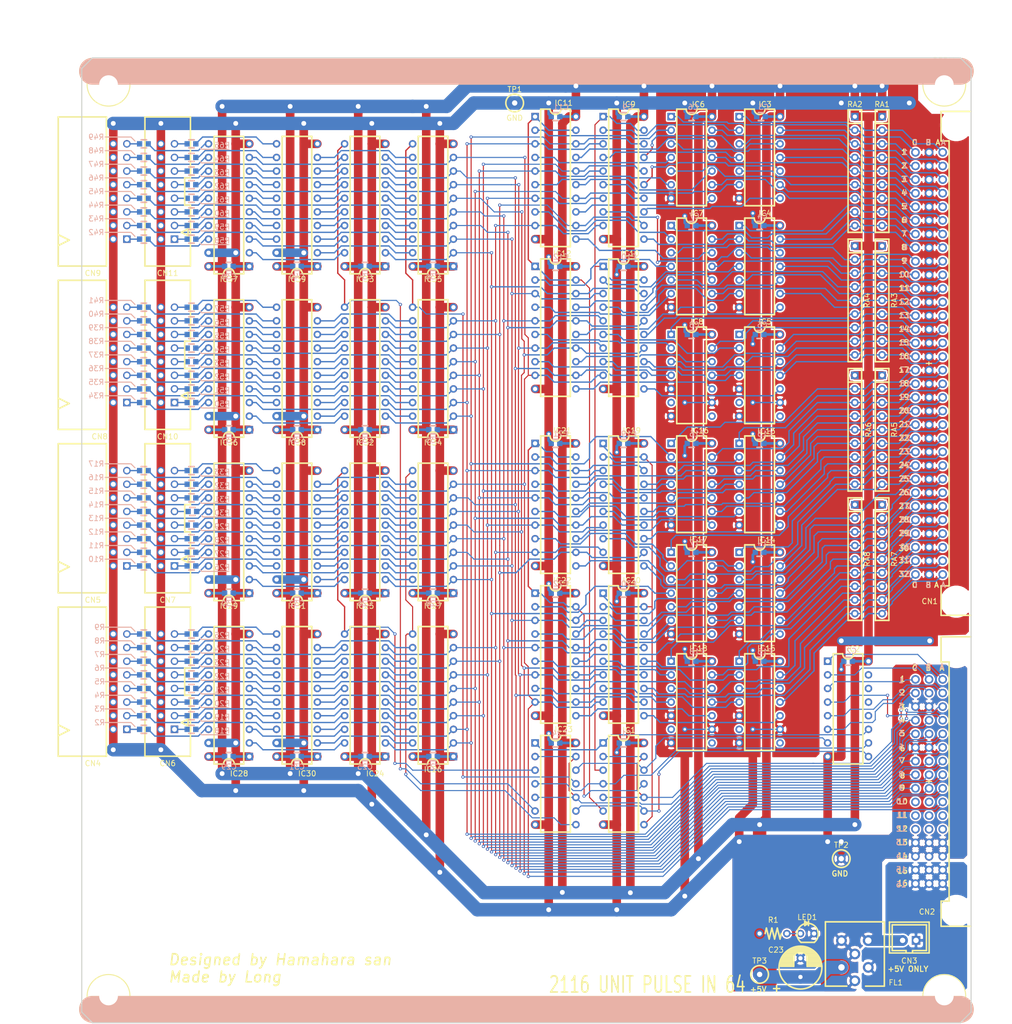
<source format=kicad_pcb>
(kicad_pcb (version 20171130) (host pcbnew "(5.1.10)-1")
  (title_block (title "2116 NEW UNIT PULSE IN 64") (rev 0) (company SHOWA-ELE) (comment 1 "designed by hamayan."))
  (layers (0 F.Cu signal) (31 B.Cu signal) (34 B.Paste user hide) (35 F.Paste user hide) (36 B.SilkS user) (37 F.SilkS user) (38 B.Mask user) (39 F.Mask user) (44 Edge.Cuts user))
  (net 0 "")
  (net 1 +5V)
  (net 2 GND)
  (net 3 "Net-(CN2-Pad10B)")
  (net 4 "Net-(CN2-Pad10C)")
  (net 5 "Net-(CN2-Pad11A)")
  (net 6 "Net-(CN2-Pad11B)")
  (net 7 "Net-(CN2-Pad11C)")
  (net 8 "Net-(IC2-Pad13)")
  (net 9 /A0)
  (net 10 /A1)
  (net 11 /A2)
  (net 12 /A3)
  (net 13 /A4)
  (net 14 /RD)
  (net 15 /C_ENB)
  (net 16 /D0)
  (net 17 /D1)
  (net 18 /D2)
  (net 19 /D3)
  (net 20 /D4)
  (net 21 /D5)
  (net 22 /D6)
  (net 23 /D7)
  (net 24 /D8)
  (net 25 /D9)
  (net 26 /D10)
  (net 27 /D11)
  (net 28 /D12)
  (net 29 /D13)
  (net 30 /D14)
  (net 31 /D15)
  (net 32 /PULSE_IN_01/P01)
  (net 33 /PULSE_IN_01/P17)
  (net 34 /PULSE_IN_01/P02)
  (net 35 /PULSE_IN_01/P18)
  (net 36 /PULSE_IN_01/P03)
  (net 37 /PULSE_IN_01/P19)
  (net 38 /PULSE_IN_01/P04)
  (net 39 /PULSE_IN_01/P20)
  (net 40 /PULSE_IN_01/P05)
  (net 41 /PULSE_IN_01/P21)
  (net 42 /PULSE_IN_01/P06)
  (net 43 /PULSE_IN_01/P22)
  (net 44 /PULSE_IN_01/P07)
  (net 45 /PULSE_IN_01/P23)
  (net 46 /PULSE_IN_01/P08)
  (net 47 /PULSE_IN_01/P24)
  (net 48 /PULSE_IN_01/P09)
  (net 49 /PULSE_IN_01/P25)
  (net 50 /PULSE_IN_01/P10)
  (net 51 /PULSE_IN_01/P26)
  (net 52 /PULSE_IN_01/P11)
  (net 53 /PULSE_IN_01/P27)
  (net 54 /PULSE_IN_01/P12)
  (net 55 /PULSE_IN_01/P28)
  (net 56 /PULSE_IN_01/P13)
  (net 57 /PULSE_IN_01/P29)
  (net 58 /PULSE_IN_01/P14)
  (net 59 /PULSE_IN_01/P30)
  (net 60 /PULSE_IN_01/P15)
  (net 61 /PULSE_IN_01/P31)
  (net 62 /PULSE_IN_01/P16)
  (net 63 /PULSE_IN_01/P32)
  (net 64 "Net-(CN2-Pad12A)")
  (net 65 "Net-(CN2-Pad12B)")
  (net 66 "Net-(CN2-Pad12C)")
  (net 67 "Net-(IC1-Pad1)")
  (net 68 /SEL02)
  (net 69 "Net-(IC1-Pad9)")
  (net 70 /SEL00)
  (net 71 "Net-(IC1-Pad4)")
  (net 72 /SEL03)
  (net 73 "Net-(IC1-Pad12)")
  (net 74 /SEL01)
  (net 75 "Net-(IC2-Pad12)")
  (net 76 "Net-(IC2-Pad14)")
  (net 77 "Net-(IC2-Pad15)")
  (net 78 /PULSE_IN_01/Q18)
  (net 79 /PULSE_IN_01/Q01)
  (net 80 /PULSE_IN_01/Q03)
  (net 81 /PULSE_IN_01/Q17)
  (net 82 /PULSE_IN_01/Q19)
  (net 83 /PULSE_IN_01/Q02)
  (net 84 /PULSE_IN_01/Q05)
  (net 85 /PULSE_IN_01/Q22)
  (net 86 /PULSE_IN_01/Q20)
  (net 87 /PULSE_IN_01/Q06)
  (net 88 /PULSE_IN_01/Q04)
  (net 89 /PULSE_IN_01/Q21)
  (net 90 /PULSE_IN_01/Q24)
  (net 91 /PULSE_IN_01/Q07)
  (net 92 /PULSE_IN_01/Q23)
  (net 93 /PULSE_IN_01/Q08)
  (net 94 /PULSE_IN_01/Q10)
  (net 95 /PULSE_IN_01/Q27)
  (net 96 /PULSE_IN_01/Q25)
  (net 97 /PULSE_IN_01/Q11)
  (net 98 /PULSE_IN_01/Q09)
  (net 99 /PULSE_IN_01/Q26)
  (net 100 /PULSE_IN_01/Q29)
  (net 101 /PULSE_IN_01/Q12)
  (net 102 /PULSE_IN_01/Q14)
  (net 103 /PULSE_IN_01/Q28)
  (net 104 /PULSE_IN_01/Q30)
  (net 105 /PULSE_IN_01/Q13)
  (net 106 /PULSE_IN_01/Q16)
  (net 107 /PULSE_IN_01/Q31)
  (net 108 /PULSE_IN_01/Q15)
  (net 109 /PULSE_IN_01/Q32)
  (net 110 /PULSE_IN_02/P33)
  (net 111 /PULSE_IN_02/Q50)
  (net 112 /PULSE_IN_02/Q33)
  (net 113 /PULSE_IN_02/P50)
  (net 114 /PULSE_IN_02/P49)
  (net 115 /PULSE_IN_02/Q35)
  (net 116 /PULSE_IN_02/Q49)
  (net 117 /PULSE_IN_02/P35)
  (net 118 /PULSE_IN_02/P34)
  (net 119 /PULSE_IN_02/Q51)
  (net 120 /PULSE_IN_02/Q34)
  (net 121 /PULSE_IN_02/P51)
  (net 122 /PULSE_IN_02/Q53)
  (net 123 /PULSE_IN_02/Q36)
  (net 124 /PULSE_IN_02/P53)
  (net 125 /PULSE_IN_02/P52)
  (net 126 /PULSE_IN_02/Q38)
  (net 127 /PULSE_IN_02/Q52)
  (net 128 /PULSE_IN_02/P38)
  (net 129 /PULSE_IN_02/P37)
  (net 130 /PULSE_IN_02/Q54)
  (net 131 /PULSE_IN_02/Q37)
  (net 132 /PULSE_IN_02/P54)
  (net 133 /PULSE_IN_02/P39)
  (net 134 /PULSE_IN_02/Q56)
  (net 135 /PULSE_IN_02/Q39)
  (net 136 /PULSE_IN_02/P56)
  (net 137 /PULSE_IN_02/P55)
  (net 138 /PULSE_IN_02/Q55)
  (net 139 /PULSE_IN_02/P40)
  (net 140 /PULSE_IN_02/Q40)
  (net 141 /PULSE_IN_02/P59)
  (net 142 /PULSE_IN_02/Q42)
  (net 143 /PULSE_IN_02/Q59)
  (net 144 /PULSE_IN_02/P42)
  (net 145 /PULSE_IN_02/P43)
  (net 146 /PULSE_IN_02/Q57)
  (net 147 /PULSE_IN_02/Q43)
  (net 148 /PULSE_IN_02/P57)
  (net 149 /PULSE_IN_02/P58)
  (net 150 /PULSE_IN_02/Q41)
  (net 151 /PULSE_IN_02/Q58)
  (net 152 /PULSE_IN_02/P41)
  (net 153 /PULSE_IN_02/P62)
  (net 154 /PULSE_IN_02/Q45)
  (net 155 /PULSE_IN_02/Q62)
  (net 156 /PULSE_IN_02/P45)
  (net 157 /PULSE_IN_02/P46)
  (net 158 /PULSE_IN_02/Q60)
  (net 159 /PULSE_IN_02/Q46)
  (net 160 /PULSE_IN_02/P60)
  (net 161 /PULSE_IN_02/P61)
  (net 162 /PULSE_IN_02/Q44)
  (net 163 /PULSE_IN_02/Q61)
  (net 164 /PULSE_IN_02/P44)
  (net 165 /PULSE_IN_02/Q48)
  (net 166 /PULSE_IN_02/P48)
  (net 167 /PULSE_IN_02/Q63)
  (net 168 /PULSE_IN_02/P63)
  (net 169 /PULSE_IN_02/P64)
  (net 170 /PULSE_IN_02/Q47)
  (net 171 /PULSE_IN_02/Q64)
  (net 172 /PULSE_IN_02/P47)
  (net 173 "Net-(LED1-Pad1)")
  (net 174 /PULSE_IN_02/P36)
  (net 175 "Net-(IC5-Pad8)")
  (net 176 "Net-(IC8-Pad8)")
  (net 177 "Net-(IC15-Pad8)")
  (net 178 "Net-(IC18-Pad8)")
  (net 179 "Net-(IC5-Pad6)")
  (net 180 "Net-(IC8-Pad6)")
  (net 181 "Net-(IC15-Pad6)")
  (net 182 "Net-(IC18-Pad6)")
  (net 183 VDD)
  (net 184 /WR)
  (net 185 "Net-(CN4-Pad1)")
  (net 186 "Net-(CN4-Pad3)")
  (net 187 "Net-(CN4-Pad5)")
  (net 188 "Net-(CN4-Pad7)")
  (net 189 "Net-(CN4-Pad9)")
  (net 190 "Net-(CN4-Pad11)")
  (net 191 "Net-(CN4-Pad13)")
  (net 192 "Net-(CN4-Pad15)")
  (net 193 "Net-(CN5-Pad15)")
  (net 194 "Net-(CN5-Pad13)")
  (net 195 "Net-(CN5-Pad11)")
  (net 196 "Net-(CN5-Pad9)")
  (net 197 "Net-(CN5-Pad7)")
  (net 198 "Net-(CN5-Pad5)")
  (net 199 "Net-(CN5-Pad3)")
  (net 200 "Net-(CN5-Pad1)")
  (net 201 "Net-(CN6-Pad15)")
  (net 202 "Net-(CN6-Pad13)")
  (net 203 "Net-(CN6-Pad11)")
  (net 204 "Net-(CN6-Pad9)")
  (net 205 "Net-(CN6-Pad7)")
  (net 206 "Net-(CN6-Pad5)")
  (net 207 "Net-(CN6-Pad3)")
  (net 208 "Net-(CN6-Pad1)")
  (net 209 "Net-(CN7-Pad1)")
  (net 210 "Net-(CN7-Pad3)")
  (net 211 "Net-(CN7-Pad5)")
  (net 212 "Net-(CN7-Pad7)")
  (net 213 "Net-(CN7-Pad9)")
  (net 214 "Net-(CN7-Pad11)")
  (net 215 "Net-(CN7-Pad13)")
  (net 216 "Net-(CN7-Pad15)")
  (net 217 "Net-(CN8-Pad1)")
  (net 218 "Net-(CN8-Pad3)")
  (net 219 "Net-(CN8-Pad5)")
  (net 220 "Net-(CN8-Pad7)")
  (net 221 "Net-(CN8-Pad9)")
  (net 222 "Net-(CN8-Pad11)")
  (net 223 "Net-(CN8-Pad13)")
  (net 224 "Net-(CN8-Pad15)")
  (net 225 "Net-(CN9-Pad15)")
  (net 226 "Net-(CN9-Pad13)")
  (net 227 "Net-(CN9-Pad11)")
  (net 228 "Net-(CN9-Pad9)")
  (net 229 "Net-(CN9-Pad7)")
  (net 230 "Net-(CN9-Pad5)")
  (net 231 "Net-(CN9-Pad3)")
  (net 232 "Net-(CN9-Pad1)")
  (net 233 "Net-(CN10-Pad15)")
  (net 234 "Net-(CN10-Pad13)")
  (net 235 "Net-(CN10-Pad11)")
  (net 236 "Net-(CN10-Pad9)")
  (net 237 "Net-(CN10-Pad7)")
  (net 238 "Net-(CN10-Pad5)")
  (net 239 "Net-(CN10-Pad3)")
  (net 240 "Net-(CN10-Pad1)")
  (net 241 "Net-(CN11-Pad1)")
  (net 242 "Net-(CN11-Pad3)")
  (net 243 "Net-(CN11-Pad5)")
  (net 244 "Net-(CN11-Pad7)")
  (net 245 "Net-(CN11-Pad9)")
  (net 246 "Net-(CN11-Pad11)")
  (net 247 "Net-(CN11-Pad13)")
  (net 248 "Net-(CN11-Pad15)")
  (net 249 /W02)
  (net 250 /W00)
  (net 251 /W03)
  (net 252 /W01)
  (net 253 /PULSE_OUT_01/Q08)
  (net 254 /PULSE_OUT_01/Q01)
  (net 255 /PULSE_OUT_01/Q02)
  (net 256 /PULSE_OUT_01/Q03)
  (net 257 /PULSE_OUT_01/Q04)
  (net 258 /PULSE_OUT_01/Q05)
  (net 259 /PULSE_OUT_01/Q06)
  (net 260 /PULSE_OUT_01/Q07)
  (net 261 /PULSE_OUT_01/Q15)
  (net 262 /PULSE_OUT_01/Q14)
  (net 263 /PULSE_OUT_01/Q13)
  (net 264 /PULSE_OUT_01/Q12)
  (net 265 /PULSE_OUT_01/Q11)
  (net 266 /PULSE_OUT_01/Q10)
  (net 267 /PULSE_OUT_01/Q09)
  (net 268 /PULSE_OUT_01/Q16)
  (net 269 /PULSE_OUT_01/Q39)
  (net 270 /PULSE_OUT_01/Q38)
  (net 271 /PULSE_OUT_01/Q37)
  (net 272 /PULSE_OUT_01/Q36)
  (net 273 /PULSE_OUT_01/Q35)
  (net 274 /PULSE_OUT_01/Q34)
  (net 275 /PULSE_OUT_01/Q33)
  (net 276 /PULSE_OUT_01/Q40)
  (net 277 /PULSE_OUT_01/Q47)
  (net 278 /PULSE_OUT_01/Q46)
  (net 279 /PULSE_OUT_01/Q45)
  (net 280 /PULSE_OUT_01/Q44)
  (net 281 /PULSE_OUT_01/Q43)
  (net 282 /PULSE_OUT_01/Q42)
  (net 283 /PULSE_OUT_01/Q41)
  (net 284 /PULSE_OUT_01/Q48)
  (net 285 /PULSE_OUT_01/OUT07)
  (net 286 /PULSE_OUT_01/OUT08)
  (net 287 /PULSE_OUT_01/OUT01)
  (net 288 /PULSE_OUT_01/OUT02)
  (net 289 /PULSE_OUT_01/OUT03)
  (net 290 /PULSE_OUT_01/OUT04)
  (net 291 /PULSE_OUT_01/OUT05)
  (net 292 /PULSE_OUT_01/OUT06)
  (net 293 /PULSE_OUT_01/OUT14)
  (net 294 /PULSE_OUT_01/OUT13)
  (net 295 /PULSE_OUT_01/OUT12)
  (net 296 /PULSE_OUT_01/OUT11)
  (net 297 /PULSE_OUT_01/OUT10)
  (net 298 /PULSE_OUT_01/OUT09)
  (net 299 /PULSE_OUT_01/OUT16)
  (net 300 /PULSE_OUT_01/OUT15)
  (net 301 /PULSE_OUT_01/OUT39)
  (net 302 /PULSE_OUT_01/OUT40)
  (net 303 /PULSE_OUT_01/OUT33)
  (net 304 /PULSE_OUT_01/OUT34)
  (net 305 /PULSE_OUT_01/OUT35)
  (net 306 /PULSE_OUT_01/OUT36)
  (net 307 /PULSE_OUT_01/OUT37)
  (net 308 /PULSE_OUT_01/OUT38)
  (net 309 /PULSE_OUT_01/OUT46)
  (net 310 /PULSE_OUT_01/OUT45)
  (net 311 /PULSE_OUT_01/OUT44)
  (net 312 /PULSE_OUT_01/OUT43)
  (net 313 /PULSE_OUT_01/OUT42)
  (net 314 /PULSE_OUT_01/OUT41)
  (net 315 /PULSE_OUT_01/OUT48)
  (net 316 /PULSE_OUT_01/OUT47)
  (net 317 /PULSE_OUT_02/Q23)
  (net 318 /PULSE_OUT_02/Q22)
  (net 319 /PULSE_OUT_02/Q21)
  (net 320 /PULSE_OUT_02/Q20)
  (net 321 /PULSE_OUT_02/Q19)
  (net 322 /PULSE_OUT_02/Q18)
  (net 323 /PULSE_OUT_02/Q17)
  (net 324 /PULSE_OUT_02/Q24)
  (net 325 /PULSE_OUT_02/Q32)
  (net 326 /PULSE_OUT_02/Q25)
  (net 327 /PULSE_OUT_02/Q26)
  (net 328 /PULSE_OUT_02/Q27)
  (net 329 /PULSE_OUT_02/Q28)
  (net 330 /PULSE_OUT_02/Q29)
  (net 331 /PULSE_OUT_02/Q30)
  (net 332 /PULSE_OUT_02/Q31)
  (net 333 /PULSE_OUT_02/Q55)
  (net 334 /PULSE_OUT_02/Q54)
  (net 335 /PULSE_OUT_02/Q53)
  (net 336 /PULSE_OUT_02/Q52)
  (net 337 /PULSE_OUT_02/Q51)
  (net 338 /PULSE_OUT_02/Q50)
  (net 339 /PULSE_OUT_02/Q49)
  (net 340 /PULSE_OUT_02/Q56)
  (net 341 /PULSE_OUT_02/Q64)
  (net 342 /PULSE_OUT_02/Q57)
  (net 343 /PULSE_OUT_02/Q58)
  (net 344 /PULSE_OUT_02/Q59)
  (net 345 /PULSE_OUT_02/Q60)
  (net 346 /PULSE_OUT_02/Q61)
  (net 347 /PULSE_OUT_02/Q62)
  (net 348 /PULSE_OUT_02/Q63)
  (net 349 /PULSE_OUT_02/OUT23)
  (net 350 /PULSE_OUT_02/OUT24)
  (net 351 /PULSE_OUT_02/OUT17)
  (net 352 /PULSE_OUT_02/OUT18)
  (net 353 /PULSE_OUT_02/OUT19)
  (net 354 /PULSE_OUT_02/OUT20)
  (net 355 /PULSE_OUT_02/OUT21)
  (net 356 /PULSE_OUT_02/OUT22)
  (net 357 /PULSE_OUT_02/OUT30)
  (net 358 /PULSE_OUT_02/OUT29)
  (net 359 /PULSE_OUT_02/OUT28)
  (net 360 /PULSE_OUT_02/OUT27)
  (net 361 /PULSE_OUT_02/OUT26)
  (net 362 /PULSE_OUT_02/OUT25)
  (net 363 /PULSE_OUT_02/OUT32)
  (net 364 /PULSE_OUT_02/OUT31)
  (net 365 /PULSE_OUT_02/OUT55)
  (net 366 /PULSE_OUT_02/OUT56)
  (net 367 /PULSE_OUT_02/OUT49)
  (net 368 /PULSE_OUT_02/OUT50)
  (net 369 /PULSE_OUT_02/OUT51)
  (net 370 /PULSE_OUT_02/OUT52)
  (net 371 /PULSE_OUT_02/OUT53)
  (net 372 /PULSE_OUT_02/OUT54)
  (net 373 /PULSE_OUT_02/OUT63)
  (net 374 /PULSE_OUT_02/OUT64)
  (net 375 /PULSE_OUT_02/OUT57)
  (net 376 /PULSE_OUT_02/OUT58)
  (net 377 /PULSE_OUT_02/OUT59)
  (net 378 /PULSE_OUT_02/OUT60)
  (net 379 /PULSE_OUT_02/OUT61)
  (net 380 /PULSE_OUT_02/OUT62)
  (module A01myFootPrint:C_0603 (layer B.Cu) (at 151.13 177.8 180)
    (fp_text reference C1 (at -0.508 1.778) (layer B.SilkS) (effects (justify mirror)))
    (fp_text value 0.1uF)
    (pad 2 smd rect (at 0.8 0 180) (size 1 1) (layers B.Cu B.Paste B.Mask) (net 2 GND))
    (pad 1 smd rect (at -0.8 0 180) (size 1 1) (layers B.Cu B.Paste B.Mask) (net 1 +5V))
  )
  (module A01myFootPrint:ic_DIP-20_W7.62mm (layer F.Cu) (at 147.32 88.9)
    (fp_text reference IC10 (at 5.08 -2.39) (layer F.SilkS))
    (fp_text value 74HC244)
    (pad 1 thru_hole rect (at 0 0) (size 1.4 1.4) (drill 0.8) (layers *.Cu *.Mask) (net 70 /SEL00))
    (pad 13 thru_hole oval (at 7.62 17.78) (size 1.4 1.4) (drill 0.8) (layers *.Cu *.Mask) (net 102 /PULSE_IN_01/Q14))
    (pad 2 thru_hole oval (at 0 2.54) (size 1.4 1.4) (drill 0.8) (layers *.Cu *.Mask) (net 98 /PULSE_IN_01/Q09))
    (pad 14 thru_hole oval (at 7.62 15.24) (size 1.4 1.4) (drill 0.8) (layers *.Cu *.Mask) (net 28 /D12))
    (pad 3 thru_hole oval (at 0 5.08) (size 1.4 1.4) (drill 0.8) (layers *.Cu *.Mask) (net 25 /D9))
    (pad 15 thru_hole oval (at 7.62 12.7) (size 1.4 1.4) (drill 0.8) (layers *.Cu *.Mask) (net 101 /PULSE_IN_01/Q12))
    (pad 4 thru_hole oval (at 0 7.62) (size 1.4 1.4) (drill 0.8) (layers *.Cu *.Mask) (net 97 /PULSE_IN_01/Q11))
    (pad 16 thru_hole oval (at 7.62 10.16) (size 1.4 1.4) (drill 0.8) (layers *.Cu *.Mask) (net 26 /D10))
    (pad 5 thru_hole oval (at 0 10.16) (size 1.4 1.4) (drill 0.8) (layers *.Cu *.Mask) (net 27 /D11))
    (pad 17 thru_hole oval (at 7.62 7.62) (size 1.4 1.4) (drill 0.8) (layers *.Cu *.Mask) (net 94 /PULSE_IN_01/Q10))
    (pad 6 thru_hole oval (at 0 12.7) (size 1.4 1.4) (drill 0.8) (layers *.Cu *.Mask) (net 105 /PULSE_IN_01/Q13))
    (pad 18 thru_hole oval (at 7.62 5.08) (size 1.4 1.4) (drill 0.8) (layers *.Cu *.Mask) (net 24 /D8))
    (pad 7 thru_hole oval (at 0 15.24) (size 1.4 1.4) (drill 0.8) (layers *.Cu *.Mask) (net 29 /D13))
    (pad 19 thru_hole oval (at 7.62 2.54) (size 1.4 1.4) (drill 0.8) (layers *.Cu *.Mask) (net 70 /SEL00))
    (pad 8 thru_hole oval (at 0 17.78) (size 1.4 1.4) (drill 0.8) (layers *.Cu *.Mask) (net 108 /PULSE_IN_01/Q15))
    (pad 20 thru_hole oval (at 7.62 0) (size 1.4 1.4) (drill 0.8) (layers *.Cu *.Mask) (net 1 +5V))
    (pad 9 thru_hole oval (at 0 20.32) (size 1.4 1.4) (drill 0.8) (layers *.Cu *.Mask) (net 31 /D15))
    (pad 10 thru_hole oval (at 0 22.86) (size 1.4 1.4) (drill 0.8) (layers *.Cu *.Mask) (net 2 GND))
    (pad 11 thru_hole oval (at 7.62 22.86) (size 1.4 1.4) (drill 0.8) (layers *.Cu *.Mask) (net 106 /PULSE_IN_01/Q16))
    (pad 12 thru_hole oval (at 7.62 20.32) (size 1.4 1.4) (drill 0.8) (layers *.Cu *.Mask) (net 30 /D14))
  )
  (module A01myFootPrint:IC_DIP-14_W7.62mm (layer F.Cu) (at 160.02 60.96)
    (fp_text reference IC6 (at 5.08 -2.286) (layer F.SilkS))
    (fp_text value 74HC14)
    (pad 14 thru_hole circle (at 7.62 0) (size 1.4 1.4) (drill 0.8) (layers *.Cu *.Mask) (net 1 +5V))
    (pad 7 thru_hole circle (at 0 15.24) (size 1.4 1.4) (drill 0.8) (layers *.Cu *.Mask) (net 2 GND))
    (pad 13 thru_hole circle (at 7.62 2.54) (size 1.4 1.4) (drill 0.8) (layers *.Cu *.Mask) (net 35 /PULSE_IN_01/P18))
    (pad 6 thru_hole circle (at 0 12.7) (size 1.4 1.4) (drill 0.8) (layers *.Cu *.Mask) (net 89 /PULSE_IN_01/Q21))
    (pad 12 thru_hole circle (at 7.62 5.08) (size 1.4 1.4) (drill 0.8) (layers *.Cu *.Mask) (net 78 /PULSE_IN_01/Q18))
    (pad 5 thru_hole circle (at 0 10.16) (size 1.4 1.4) (drill 0.8) (layers *.Cu *.Mask) (net 41 /PULSE_IN_01/P21))
    (pad 11 thru_hole circle (at 7.62 7.62) (size 1.4 1.4) (drill 0.8) (layers *.Cu *.Mask) (net 39 /PULSE_IN_01/P20))
    (pad 4 thru_hole circle (at 0 7.62) (size 1.4 1.4) (drill 0.8) (layers *.Cu *.Mask) (net 82 /PULSE_IN_01/Q19))
    (pad 10 thru_hole circle (at 7.62 10.16) (size 1.4 1.4) (drill 0.8) (layers *.Cu *.Mask) (net 86 /PULSE_IN_01/Q20))
    (pad 3 thru_hole circle (at 0 5.08) (size 1.4 1.4) (drill 0.8) (layers *.Cu *.Mask) (net 37 /PULSE_IN_01/P19))
    (pad 9 thru_hole circle (at 7.62 12.7) (size 1.4 1.4) (drill 0.8) (layers *.Cu *.Mask) (net 43 /PULSE_IN_01/P22))
    (pad 2 thru_hole circle (at 0 2.54) (size 1.4 1.4) (drill 0.8) (layers *.Cu *.Mask) (net 81 /PULSE_IN_01/Q17))
    (pad 8 thru_hole circle (at 7.62 15.24) (size 1.4 1.4) (drill 0.8) (layers *.Cu *.Mask) (net 85 /PULSE_IN_01/Q22))
    (pad 1 thru_hole rect (at 0 0) (size 1.4 1.4) (drill 0.8) (layers *.Cu *.Mask) (net 33 /PULSE_IN_01/P17))
  )
  (module A01myFootPrint:IC_DIP-14_W7.62mm (layer F.Cu) (at 147.32 177.8)
    (fp_text reference IC1 (at 4.826 -2.39) (layer F.SilkS))
    (fp_text value 74HCT32)
    (pad 1 thru_hole rect (at 0 0) (size 1.4 1.4) (drill 0.8) (layers *.Cu *.Mask) (net 67 "Net-(IC1-Pad1)"))
    (pad 8 thru_hole circle (at 7.62 15.24) (size 1.4 1.4) (drill 0.8) (layers *.Cu *.Mask) (net 68 /SEL02))
    (pad 2 thru_hole circle (at 0 2.54) (size 1.4 1.4) (drill 0.8) (layers *.Cu *.Mask) (net 14 /RD))
    (pad 9 thru_hole circle (at 7.62 12.7) (size 1.4 1.4) (drill 0.8) (layers *.Cu *.Mask) (net 69 "Net-(IC1-Pad9)"))
    (pad 3 thru_hole circle (at 0 5.08) (size 1.4 1.4) (drill 0.8) (layers *.Cu *.Mask) (net 70 /SEL00))
    (pad 10 thru_hole circle (at 7.62 10.16) (size 1.4 1.4) (drill 0.8) (layers *.Cu *.Mask) (net 14 /RD))
    (pad 4 thru_hole circle (at 0 7.62) (size 1.4 1.4) (drill 0.8) (layers *.Cu *.Mask) (net 71 "Net-(IC1-Pad4)"))
    (pad 11 thru_hole circle (at 7.62 7.62) (size 1.4 1.4) (drill 0.8) (layers *.Cu *.Mask) (net 72 /SEL03))
    (pad 5 thru_hole circle (at 0 10.16) (size 1.4 1.4) (drill 0.8) (layers *.Cu *.Mask) (net 14 /RD))
    (pad 12 thru_hole circle (at 7.62 5.08) (size 1.4 1.4) (drill 0.8) (layers *.Cu *.Mask) (net 73 "Net-(IC1-Pad12)"))
    (pad 6 thru_hole circle (at 0 12.7) (size 1.4 1.4) (drill 0.8) (layers *.Cu *.Mask) (net 74 /SEL01))
    (pad 13 thru_hole circle (at 7.62 2.54) (size 1.4 1.4) (drill 0.8) (layers *.Cu *.Mask) (net 14 /RD))
    (pad 7 thru_hole circle (at 0 15.24) (size 1.4 1.4) (drill 0.8) (layers *.Cu *.Mask) (net 2 GND))
    (pad 14 thru_hole circle (at 7.62 0) (size 1.4 1.4) (drill 0.8) (layers *.Cu *.Mask) (net 1 +5V))
  )
  (module A01myFootPrint:ic_DIP-16_W7.62mm (layer F.Cu) (at 189.23 162.56)
    (fp_text reference IC2 (at 4.826 -2.286) (layer F.SilkS))
    (fp_text value 74HCT138)
    (pad 1 thru_hole rect (at 0 0) (size 1.4 1.4) (drill 0.8) (layers *.Cu *.Mask) (net 9 /A0))
    (pad 9 thru_hole oval (at 7.62 17.78) (size 1.4 1.4) (drill 0.8) (layers *.Cu *.Mask) (net 69 "Net-(IC1-Pad9)"))
    (pad 2 thru_hole oval (at 0 2.54) (size 1.4 1.4) (drill 0.8) (layers *.Cu *.Mask) (net 10 /A1))
    (pad 10 thru_hole oval (at 7.62 15.24) (size 1.4 1.4) (drill 0.8) (layers *.Cu *.Mask) (net 71 "Net-(IC1-Pad4)"))
    (pad 3 thru_hole oval (at 0 5.08) (size 1.4 1.4) (drill 0.8) (layers *.Cu *.Mask) (net 11 /A2))
    (pad 11 thru_hole oval (at 7.62 12.7) (size 1.4 1.4) (drill 0.8) (layers *.Cu *.Mask) (net 67 "Net-(IC1-Pad1)"))
    (pad 4 thru_hole oval (at 0 7.62) (size 1.4 1.4) (drill 0.8) (layers *.Cu *.Mask) (net 15 /C_ENB))
    (pad 12 thru_hole oval (at 7.62 10.16) (size 1.4 1.4) (drill 0.8) (layers *.Cu *.Mask) (net 75 "Net-(IC2-Pad12)"))
    (pad 5 thru_hole oval (at 0 10.16) (size 1.4 1.4) (drill 0.8) (layers *.Cu *.Mask) (net 12 /A3))
    (pad 13 thru_hole oval (at 7.62 7.62) (size 1.4 1.4) (drill 0.8) (layers *.Cu *.Mask) (net 8 "Net-(IC2-Pad13)"))
    (pad 6 thru_hole oval (at 0 12.7) (size 1.4 1.4) (drill 0.8) (layers *.Cu *.Mask) (net 13 /A4))
    (pad 14 thru_hole oval (at 7.62 5.08) (size 1.4 1.4) (drill 0.8) (layers *.Cu *.Mask) (net 76 "Net-(IC2-Pad14)"))
    (pad 7 thru_hole oval (at 0 15.24) (size 1.4 1.4) (drill 0.8) (layers *.Cu *.Mask) (net 73 "Net-(IC1-Pad12)"))
    (pad 15 thru_hole oval (at 7.62 2.54) (size 1.4 1.4) (drill 0.8) (layers *.Cu *.Mask) (net 77 "Net-(IC2-Pad15)"))
    (pad 8 thru_hole oval (at 0 17.78) (size 1.4 1.4) (drill 0.8) (layers *.Cu *.Mask) (net 2 GND))
    (pad 16 thru_hole oval (at 7.62 0) (size 1.4 1.4) (drill 0.8) (layers *.Cu *.Mask) (net 1 +5V))
  )
  (module A01myFootPrint:IC_DIP-14_W7.62mm (layer F.Cu) (at 160.02 162.56)
    (fp_text reference IC18 (at 5.08 -2.39) (layer F.SilkS))
    (fp_text value 74HC14)
    (pad 14 thru_hole circle (at 7.62 0) (size 1.4 1.4) (drill 0.8) (layers *.Cu *.Mask) (net 1 +5V))
    (pad 7 thru_hole circle (at 0 15.24) (size 1.4 1.4) (drill 0.8) (layers *.Cu *.Mask) (net 2 GND))
    (pad 13 thru_hole circle (at 7.62 2.54) (size 1.4 1.4) (drill 0.8) (layers *.Cu *.Mask) (net 153 /PULSE_IN_02/P62))
    (pad 6 thru_hole circle (at 0 12.7) (size 1.4 1.4) (drill 0.8) (layers *.Cu *.Mask) (net 182 "Net-(IC18-Pad6)"))
    (pad 12 thru_hole circle (at 7.62 5.08) (size 1.4 1.4) (drill 0.8) (layers *.Cu *.Mask) (net 155 /PULSE_IN_02/Q62))
    (pad 5 thru_hole circle (at 0 10.16) (size 1.4 1.4) (drill 0.8) (layers *.Cu *.Mask) (net 2 GND))
    (pad 11 thru_hole circle (at 7.62 7.62) (size 1.4 1.4) (drill 0.8) (layers *.Cu *.Mask) (net 169 /PULSE_IN_02/P64))
    (pad 4 thru_hole circle (at 0 7.62) (size 1.4 1.4) (drill 0.8) (layers *.Cu *.Mask) (net 167 /PULSE_IN_02/Q63))
    (pad 10 thru_hole circle (at 7.62 10.16) (size 1.4 1.4) (drill 0.8) (layers *.Cu *.Mask) (net 171 /PULSE_IN_02/Q64))
    (pad 3 thru_hole circle (at 0 5.08) (size 1.4 1.4) (drill 0.8) (layers *.Cu *.Mask) (net 168 /PULSE_IN_02/P63))
    (pad 9 thru_hole circle (at 7.62 12.7) (size 1.4 1.4) (drill 0.8) (layers *.Cu *.Mask) (net 2 GND))
    (pad 2 thru_hole circle (at 0 2.54) (size 1.4 1.4) (drill 0.8) (layers *.Cu *.Mask) (net 163 /PULSE_IN_02/Q61))
    (pad 8 thru_hole circle (at 7.62 15.24) (size 1.4 1.4) (drill 0.8) (layers *.Cu *.Mask) (net 178 "Net-(IC18-Pad8)"))
    (pad 1 thru_hole rect (at 0 0) (size 1.4 1.4) (drill 0.8) (layers *.Cu *.Mask) (net 161 /PULSE_IN_02/P61))
  )
  (module A01myFootPrint:ic_DIP-20_W7.62mm (layer F.Cu) (at 147.32 149.86)
    (fp_text reference IC20 (at 5.334 -2.39) (layer F.SilkS))
    (fp_text value 74HC244)
    (pad 12 thru_hole oval (at 7.62 20.32) (size 1.4 1.4) (drill 0.8) (layers *.Cu *.Mask) (net 30 /D14))
    (pad 11 thru_hole oval (at 7.62 22.86) (size 1.4 1.4) (drill 0.8) (layers *.Cu *.Mask) (net 165 /PULSE_IN_02/Q48))
    (pad 10 thru_hole oval (at 0 22.86) (size 1.4 1.4) (drill 0.8) (layers *.Cu *.Mask) (net 2 GND))
    (pad 9 thru_hole oval (at 0 20.32) (size 1.4 1.4) (drill 0.8) (layers *.Cu *.Mask) (net 31 /D15))
    (pad 20 thru_hole oval (at 7.62 0) (size 1.4 1.4) (drill 0.8) (layers *.Cu *.Mask) (net 1 +5V))
    (pad 8 thru_hole oval (at 0 17.78) (size 1.4 1.4) (drill 0.8) (layers *.Cu *.Mask) (net 170 /PULSE_IN_02/Q47))
    (pad 19 thru_hole oval (at 7.62 2.54) (size 1.4 1.4) (drill 0.8) (layers *.Cu *.Mask) (net 68 /SEL02))
    (pad 7 thru_hole oval (at 0 15.24) (size 1.4 1.4) (drill 0.8) (layers *.Cu *.Mask) (net 29 /D13))
    (pad 18 thru_hole oval (at 7.62 5.08) (size 1.4 1.4) (drill 0.8) (layers *.Cu *.Mask) (net 24 /D8))
    (pad 6 thru_hole oval (at 0 12.7) (size 1.4 1.4) (drill 0.8) (layers *.Cu *.Mask) (net 154 /PULSE_IN_02/Q45))
    (pad 17 thru_hole oval (at 7.62 7.62) (size 1.4 1.4) (drill 0.8) (layers *.Cu *.Mask) (net 142 /PULSE_IN_02/Q42))
    (pad 5 thru_hole oval (at 0 10.16) (size 1.4 1.4) (drill 0.8) (layers *.Cu *.Mask) (net 27 /D11))
    (pad 16 thru_hole oval (at 7.62 10.16) (size 1.4 1.4) (drill 0.8) (layers *.Cu *.Mask) (net 26 /D10))
    (pad 4 thru_hole oval (at 0 7.62) (size 1.4 1.4) (drill 0.8) (layers *.Cu *.Mask) (net 147 /PULSE_IN_02/Q43))
    (pad 15 thru_hole oval (at 7.62 12.7) (size 1.4 1.4) (drill 0.8) (layers *.Cu *.Mask) (net 162 /PULSE_IN_02/Q44))
    (pad 3 thru_hole oval (at 0 5.08) (size 1.4 1.4) (drill 0.8) (layers *.Cu *.Mask) (net 25 /D9))
    (pad 14 thru_hole oval (at 7.62 15.24) (size 1.4 1.4) (drill 0.8) (layers *.Cu *.Mask) (net 28 /D12))
    (pad 2 thru_hole oval (at 0 2.54) (size 1.4 1.4) (drill 0.8) (layers *.Cu *.Mask) (net 150 /PULSE_IN_02/Q41))
    (pad 13 thru_hole oval (at 7.62 17.78) (size 1.4 1.4) (drill 0.8) (layers *.Cu *.Mask) (net 159 /PULSE_IN_02/Q46))
    (pad 1 thru_hole rect (at 0 0) (size 1.4 1.4) (drill 0.8) (layers *.Cu *.Mask) (net 68 /SEL02))
  )
  (module A01myFootPrint:IC_DIP-14_W7.62mm (layer F.Cu) (at 160.02 121.92)
    (fp_text reference IC16 (at 5.334 -2.39) (layer F.SilkS))
    (fp_text value 74HC14)
    (pad 14 thru_hole circle (at 7.62 0) (size 1.4 1.4) (drill 0.8) (layers *.Cu *.Mask) (net 1 +5V))
    (pad 7 thru_hole circle (at 0 15.24) (size 1.4 1.4) (drill 0.8) (layers *.Cu *.Mask) (net 2 GND))
    (pad 13 thru_hole circle (at 7.62 2.54) (size 1.4 1.4) (drill 0.8) (layers *.Cu *.Mask) (net 113 /PULSE_IN_02/P50))
    (pad 6 thru_hole circle (at 0 12.7) (size 1.4 1.4) (drill 0.8) (layers *.Cu *.Mask) (net 122 /PULSE_IN_02/Q53))
    (pad 12 thru_hole circle (at 7.62 5.08) (size 1.4 1.4) (drill 0.8) (layers *.Cu *.Mask) (net 111 /PULSE_IN_02/Q50))
    (pad 5 thru_hole circle (at 0 10.16) (size 1.4 1.4) (drill 0.8) (layers *.Cu *.Mask) (net 124 /PULSE_IN_02/P53))
    (pad 11 thru_hole circle (at 7.62 7.62) (size 1.4 1.4) (drill 0.8) (layers *.Cu *.Mask) (net 125 /PULSE_IN_02/P52))
    (pad 4 thru_hole circle (at 0 7.62) (size 1.4 1.4) (drill 0.8) (layers *.Cu *.Mask) (net 119 /PULSE_IN_02/Q51))
    (pad 10 thru_hole circle (at 7.62 10.16) (size 1.4 1.4) (drill 0.8) (layers *.Cu *.Mask) (net 127 /PULSE_IN_02/Q52))
    (pad 3 thru_hole circle (at 0 5.08) (size 1.4 1.4) (drill 0.8) (layers *.Cu *.Mask) (net 121 /PULSE_IN_02/P51))
    (pad 9 thru_hole circle (at 7.62 12.7) (size 1.4 1.4) (drill 0.8) (layers *.Cu *.Mask) (net 132 /PULSE_IN_02/P54))
    (pad 2 thru_hole circle (at 0 2.54) (size 1.4 1.4) (drill 0.8) (layers *.Cu *.Mask) (net 116 /PULSE_IN_02/Q49))
    (pad 8 thru_hole circle (at 7.62 15.24) (size 1.4 1.4) (drill 0.8) (layers *.Cu *.Mask) (net 130 /PULSE_IN_02/Q54))
    (pad 1 thru_hole rect (at 0 0) (size 1.4 1.4) (drill 0.8) (layers *.Cu *.Mask) (net 114 /PULSE_IN_02/P49))
  )
  (module A01myFootPrint:IC_DIP-14_W7.62mm (layer F.Cu) (at 172.72 101.6)
    (fp_text reference IC5 (at 4.826 -2.39) (layer F.SilkS))
    (fp_text value 74HC14)
    (pad 1 thru_hole rect (at 0 0) (size 1.4 1.4) (drill 0.8) (layers *.Cu *.Mask) (net 56 /PULSE_IN_01/P13))
    (pad 8 thru_hole circle (at 7.62 15.24) (size 1.4 1.4) (drill 0.8) (layers *.Cu *.Mask) (net 175 "Net-(IC5-Pad8)"))
    (pad 2 thru_hole circle (at 0 2.54) (size 1.4 1.4) (drill 0.8) (layers *.Cu *.Mask) (net 105 /PULSE_IN_01/Q13))
    (pad 9 thru_hole circle (at 7.62 12.7) (size 1.4 1.4) (drill 0.8) (layers *.Cu *.Mask) (net 2 GND))
    (pad 3 thru_hole circle (at 0 5.08) (size 1.4 1.4) (drill 0.8) (layers *.Cu *.Mask) (net 60 /PULSE_IN_01/P15))
    (pad 10 thru_hole circle (at 7.62 10.16) (size 1.4 1.4) (drill 0.8) (layers *.Cu *.Mask) (net 106 /PULSE_IN_01/Q16))
    (pad 4 thru_hole circle (at 0 7.62) (size 1.4 1.4) (drill 0.8) (layers *.Cu *.Mask) (net 108 /PULSE_IN_01/Q15))
    (pad 11 thru_hole circle (at 7.62 7.62) (size 1.4 1.4) (drill 0.8) (layers *.Cu *.Mask) (net 62 /PULSE_IN_01/P16))
    (pad 5 thru_hole circle (at 0 10.16) (size 1.4 1.4) (drill 0.8) (layers *.Cu *.Mask) (net 2 GND))
    (pad 12 thru_hole circle (at 7.62 5.08) (size 1.4 1.4) (drill 0.8) (layers *.Cu *.Mask) (net 102 /PULSE_IN_01/Q14))
    (pad 6 thru_hole circle (at 0 12.7) (size 1.4 1.4) (drill 0.8) (layers *.Cu *.Mask) (net 179 "Net-(IC5-Pad6)"))
    (pad 13 thru_hole circle (at 7.62 2.54) (size 1.4 1.4) (drill 0.8) (layers *.Cu *.Mask) (net 58 /PULSE_IN_01/P14))
    (pad 7 thru_hole circle (at 0 15.24) (size 1.4 1.4) (drill 0.8) (layers *.Cu *.Mask) (net 2 GND))
    (pad 14 thru_hole circle (at 7.62 0) (size 1.4 1.4) (drill 0.8) (layers *.Cu *.Mask) (net 1 +5V))
  )
  (module A01myFootPrint:IC_DIP-14_W7.62mm (layer F.Cu) (at 160.02 101.6)
    (fp_text reference IC8 (at 4.826 -2.39) (layer F.SilkS))
    (fp_text value 74HC14)
    (pad 1 thru_hole rect (at 0 0) (size 1.4 1.4) (drill 0.8) (layers *.Cu *.Mask) (net 57 /PULSE_IN_01/P29))
    (pad 8 thru_hole circle (at 7.62 15.24) (size 1.4 1.4) (drill 0.8) (layers *.Cu *.Mask) (net 176 "Net-(IC8-Pad8)"))
    (pad 2 thru_hole circle (at 0 2.54) (size 1.4 1.4) (drill 0.8) (layers *.Cu *.Mask) (net 100 /PULSE_IN_01/Q29))
    (pad 9 thru_hole circle (at 7.62 12.7) (size 1.4 1.4) (drill 0.8) (layers *.Cu *.Mask) (net 2 GND))
    (pad 3 thru_hole circle (at 0 5.08) (size 1.4 1.4) (drill 0.8) (layers *.Cu *.Mask) (net 61 /PULSE_IN_01/P31))
    (pad 10 thru_hole circle (at 7.62 10.16) (size 1.4 1.4) (drill 0.8) (layers *.Cu *.Mask) (net 109 /PULSE_IN_01/Q32))
    (pad 4 thru_hole circle (at 0 7.62) (size 1.4 1.4) (drill 0.8) (layers *.Cu *.Mask) (net 107 /PULSE_IN_01/Q31))
    (pad 11 thru_hole circle (at 7.62 7.62) (size 1.4 1.4) (drill 0.8) (layers *.Cu *.Mask) (net 63 /PULSE_IN_01/P32))
    (pad 5 thru_hole circle (at 0 10.16) (size 1.4 1.4) (drill 0.8) (layers *.Cu *.Mask) (net 2 GND))
    (pad 12 thru_hole circle (at 7.62 5.08) (size 1.4 1.4) (drill 0.8) (layers *.Cu *.Mask) (net 104 /PULSE_IN_01/Q30))
    (pad 6 thru_hole circle (at 0 12.7) (size 1.4 1.4) (drill 0.8) (layers *.Cu *.Mask) (net 180 "Net-(IC8-Pad6)"))
    (pad 13 thru_hole circle (at 7.62 2.54) (size 1.4 1.4) (drill 0.8) (layers *.Cu *.Mask) (net 59 /PULSE_IN_01/P30))
    (pad 7 thru_hole circle (at 0 15.24) (size 1.4 1.4) (drill 0.8) (layers *.Cu *.Mask) (net 2 GND))
    (pad 14 thru_hole circle (at 7.62 0) (size 1.4 1.4) (drill 0.8) (layers *.Cu *.Mask) (net 1 +5V))
  )
  (module A01myFootPrint:ic_DIP-20_W7.62mm (layer F.Cu) (at 147.32 60.96)
    (fp_text reference IC9 (at 4.826 -2.286) (layer F.SilkS))
    (fp_text value 74HC244)
    (pad 12 thru_hole oval (at 7.62 20.32) (size 1.4 1.4) (drill 0.8) (layers *.Cu *.Mask) (net 22 /D6))
    (pad 11 thru_hole oval (at 7.62 22.86) (size 1.4 1.4) (drill 0.8) (layers *.Cu *.Mask) (net 91 /PULSE_IN_01/Q07))
    (pad 10 thru_hole oval (at 0 22.86) (size 1.4 1.4) (drill 0.8) (layers *.Cu *.Mask) (net 2 GND))
    (pad 9 thru_hole oval (at 0 20.32) (size 1.4 1.4) (drill 0.8) (layers *.Cu *.Mask) (net 23 /D7))
    (pad 20 thru_hole oval (at 7.62 0) (size 1.4 1.4) (drill 0.8) (layers *.Cu *.Mask) (net 1 +5V))
    (pad 8 thru_hole oval (at 0 17.78) (size 1.4 1.4) (drill 0.8) (layers *.Cu *.Mask) (net 93 /PULSE_IN_01/Q08))
    (pad 19 thru_hole oval (at 7.62 2.54) (size 1.4 1.4) (drill 0.8) (layers *.Cu *.Mask) (net 70 /SEL00))
    (pad 7 thru_hole oval (at 0 15.24) (size 1.4 1.4) (drill 0.8) (layers *.Cu *.Mask) (net 21 /D5))
    (pad 18 thru_hole oval (at 7.62 5.08) (size 1.4 1.4) (drill 0.8) (layers *.Cu *.Mask) (net 16 /D0))
    (pad 6 thru_hole oval (at 0 12.7) (size 1.4 1.4) (drill 0.8) (layers *.Cu *.Mask) (net 84 /PULSE_IN_01/Q05))
    (pad 17 thru_hole oval (at 7.62 7.62) (size 1.4 1.4) (drill 0.8) (layers *.Cu *.Mask) (net 83 /PULSE_IN_01/Q02))
    (pad 5 thru_hole oval (at 0 10.16) (size 1.4 1.4) (drill 0.8) (layers *.Cu *.Mask) (net 19 /D3))
    (pad 16 thru_hole oval (at 7.62 10.16) (size 1.4 1.4) (drill 0.8) (layers *.Cu *.Mask) (net 18 /D2))
    (pad 4 thru_hole oval (at 0 7.62) (size 1.4 1.4) (drill 0.8) (layers *.Cu *.Mask) (net 80 /PULSE_IN_01/Q03))
    (pad 15 thru_hole oval (at 7.62 12.7) (size 1.4 1.4) (drill 0.8) (layers *.Cu *.Mask) (net 88 /PULSE_IN_01/Q04))
    (pad 3 thru_hole oval (at 0 5.08) (size 1.4 1.4) (drill 0.8) (layers *.Cu *.Mask) (net 17 /D1))
    (pad 14 thru_hole oval (at 7.62 15.24) (size 1.4 1.4) (drill 0.8) (layers *.Cu *.Mask) (net 20 /D4))
    (pad 2 thru_hole oval (at 0 2.54) (size 1.4 1.4) (drill 0.8) (layers *.Cu *.Mask) (net 79 /PULSE_IN_01/Q01))
    (pad 13 thru_hole oval (at 7.62 17.78) (size 1.4 1.4) (drill 0.8) (layers *.Cu *.Mask) (net 87 /PULSE_IN_01/Q06))
    (pad 1 thru_hole rect (at 0 0) (size 1.4 1.4) (drill 0.8) (layers *.Cu *.Mask) (net 70 /SEL00))
  )
  (module A01myFootPrint:ic_DIP-20_W7.62mm (layer F.Cu) (at 134.62 60.96)
    (fp_text reference IC11 (at 5.334 -2.54) (layer F.SilkS))
    (fp_text value 74HC244)
    (pad 12 thru_hole oval (at 7.62 20.32) (size 1.4 1.4) (drill 0.8) (layers *.Cu *.Mask) (net 22 /D6))
    (pad 11 thru_hole oval (at 7.62 22.86) (size 1.4 1.4) (drill 0.8) (layers *.Cu *.Mask) (net 90 /PULSE_IN_01/Q24))
    (pad 10 thru_hole oval (at 0 22.86) (size 1.4 1.4) (drill 0.8) (layers *.Cu *.Mask) (net 2 GND))
    (pad 9 thru_hole oval (at 0 20.32) (size 1.4 1.4) (drill 0.8) (layers *.Cu *.Mask) (net 23 /D7))
    (pad 20 thru_hole oval (at 7.62 0) (size 1.4 1.4) (drill 0.8) (layers *.Cu *.Mask) (net 1 +5V))
    (pad 8 thru_hole oval (at 0 17.78) (size 1.4 1.4) (drill 0.8) (layers *.Cu *.Mask) (net 92 /PULSE_IN_01/Q23))
    (pad 19 thru_hole oval (at 7.62 2.54) (size 1.4 1.4) (drill 0.8) (layers *.Cu *.Mask) (net 74 /SEL01))
    (pad 7 thru_hole oval (at 0 15.24) (size 1.4 1.4) (drill 0.8) (layers *.Cu *.Mask) (net 21 /D5))
    (pad 18 thru_hole oval (at 7.62 5.08) (size 1.4 1.4) (drill 0.8) (layers *.Cu *.Mask) (net 16 /D0))
    (pad 6 thru_hole oval (at 0 12.7) (size 1.4 1.4) (drill 0.8) (layers *.Cu *.Mask) (net 89 /PULSE_IN_01/Q21))
    (pad 17 thru_hole oval (at 7.62 7.62) (size 1.4 1.4) (drill 0.8) (layers *.Cu *.Mask) (net 78 /PULSE_IN_01/Q18))
    (pad 5 thru_hole oval (at 0 10.16) (size 1.4 1.4) (drill 0.8) (layers *.Cu *.Mask) (net 19 /D3))
    (pad 16 thru_hole oval (at 7.62 10.16) (size 1.4 1.4) (drill 0.8) (layers *.Cu *.Mask) (net 18 /D2))
    (pad 4 thru_hole oval (at 0 7.62) (size 1.4 1.4) (drill 0.8) (layers *.Cu *.Mask) (net 82 /PULSE_IN_01/Q19))
    (pad 15 thru_hole oval (at 7.62 12.7) (size 1.4 1.4) (drill 0.8) (layers *.Cu *.Mask) (net 86 /PULSE_IN_01/Q20))
    (pad 3 thru_hole oval (at 0 5.08) (size 1.4 1.4) (drill 0.8) (layers *.Cu *.Mask) (net 17 /D1))
    (pad 14 thru_hole oval (at 7.62 15.24) (size 1.4 1.4) (drill 0.8) (layers *.Cu *.Mask) (net 20 /D4))
    (pad 2 thru_hole oval (at 0 2.54) (size 1.4 1.4) (drill 0.8) (layers *.Cu *.Mask) (net 81 /PULSE_IN_01/Q17))
    (pad 13 thru_hole oval (at 7.62 17.78) (size 1.4 1.4) (drill 0.8) (layers *.Cu *.Mask) (net 85 /PULSE_IN_01/Q22))
    (pad 1 thru_hole rect (at 0 0) (size 1.4 1.4) (drill 0.8) (layers *.Cu *.Mask) (net 74 /SEL01))
  )
  (module A01myFootPrint:C_0603 (layer B.Cu) (at 138.43 88.9 180)
    (fp_text reference C12 (at -1.016 1.778) (layer B.SilkS) (effects (justify mirror)))
    (fp_text value 0.1uF)
    (pad 1 smd rect (at -0.8 0 180) (size 1 1) (layers B.Cu B.Paste B.Mask) (net 1 +5V))
    (pad 2 smd rect (at 0.8 0 180) (size 1 1) (layers B.Cu B.Paste B.Mask) (net 2 GND))
  )
  (module A01myFootPrint:IC_DIP-14_W7.62mm (layer F.Cu) (at 160.02 81.28)
    (fp_text reference IC7 (at 4.826 -2.286) (layer F.SilkS))
    (fp_text value 74HC14)
    (pad 1 thru_hole rect (at 0 0) (size 1.4 1.4) (drill 0.8) (layers *.Cu *.Mask) (net 45 /PULSE_IN_01/P23))
    (pad 8 thru_hole circle (at 7.62 15.24) (size 1.4 1.4) (drill 0.8) (layers *.Cu *.Mask) (net 103 /PULSE_IN_01/Q28))
    (pad 2 thru_hole circle (at 0 2.54) (size 1.4 1.4) (drill 0.8) (layers *.Cu *.Mask) (net 92 /PULSE_IN_01/Q23))
    (pad 9 thru_hole circle (at 7.62 12.7) (size 1.4 1.4) (drill 0.8) (layers *.Cu *.Mask) (net 55 /PULSE_IN_01/P28))
    (pad 3 thru_hole circle (at 0 5.08) (size 1.4 1.4) (drill 0.8) (layers *.Cu *.Mask) (net 49 /PULSE_IN_01/P25))
    (pad 10 thru_hole circle (at 7.62 10.16) (size 1.4 1.4) (drill 0.8) (layers *.Cu *.Mask) (net 99 /PULSE_IN_01/Q26))
    (pad 4 thru_hole circle (at 0 7.62) (size 1.4 1.4) (drill 0.8) (layers *.Cu *.Mask) (net 96 /PULSE_IN_01/Q25))
    (pad 11 thru_hole circle (at 7.62 7.62) (size 1.4 1.4) (drill 0.8) (layers *.Cu *.Mask) (net 51 /PULSE_IN_01/P26))
    (pad 5 thru_hole circle (at 0 10.16) (size 1.4 1.4) (drill 0.8) (layers *.Cu *.Mask) (net 53 /PULSE_IN_01/P27))
    (pad 12 thru_hole circle (at 7.62 5.08) (size 1.4 1.4) (drill 0.8) (layers *.Cu *.Mask) (net 90 /PULSE_IN_01/Q24))
    (pad 6 thru_hole circle (at 0 12.7) (size 1.4 1.4) (drill 0.8) (layers *.Cu *.Mask) (net 95 /PULSE_IN_01/Q27))
    (pad 13 thru_hole circle (at 7.62 2.54) (size 1.4 1.4) (drill 0.8) (layers *.Cu *.Mask) (net 47 /PULSE_IN_01/P24))
    (pad 7 thru_hole circle (at 0 15.24) (size 1.4 1.4) (drill 0.8) (layers *.Cu *.Mask) (net 2 GND))
    (pad 14 thru_hole circle (at 7.62 0) (size 1.4 1.4) (drill 0.8) (layers *.Cu *.Mask) (net 1 +5V))
  )
  (module A01myFootPrint:ic_DIP-20_W7.62mm (layer F.Cu) (at 134.62 121.92)
    (fp_text reference IC21 (at 5.08 -2.39) (layer F.SilkS))
    (fp_text value 74HC244)
    (pad 1 thru_hole rect (at 0 0) (size 1.4 1.4) (drill 0.8) (layers *.Cu *.Mask) (net 72 /SEL03))
    (pad 13 thru_hole oval (at 7.62 17.78) (size 1.4 1.4) (drill 0.8) (layers *.Cu *.Mask) (net 130 /PULSE_IN_02/Q54))
    (pad 2 thru_hole oval (at 0 2.54) (size 1.4 1.4) (drill 0.8) (layers *.Cu *.Mask) (net 116 /PULSE_IN_02/Q49))
    (pad 14 thru_hole oval (at 7.62 15.24) (size 1.4 1.4) (drill 0.8) (layers *.Cu *.Mask) (net 20 /D4))
    (pad 3 thru_hole oval (at 0 5.08) (size 1.4 1.4) (drill 0.8) (layers *.Cu *.Mask) (net 17 /D1))
    (pad 15 thru_hole oval (at 7.62 12.7) (size 1.4 1.4) (drill 0.8) (layers *.Cu *.Mask) (net 127 /PULSE_IN_02/Q52))
    (pad 4 thru_hole oval (at 0 7.62) (size 1.4 1.4) (drill 0.8) (layers *.Cu *.Mask) (net 119 /PULSE_IN_02/Q51))
    (pad 16 thru_hole oval (at 7.62 10.16) (size 1.4 1.4) (drill 0.8) (layers *.Cu *.Mask) (net 18 /D2))
    (pad 5 thru_hole oval (at 0 10.16) (size 1.4 1.4) (drill 0.8) (layers *.Cu *.Mask) (net 19 /D3))
    (pad 17 thru_hole oval (at 7.62 7.62) (size 1.4 1.4) (drill 0.8) (layers *.Cu *.Mask) (net 111 /PULSE_IN_02/Q50))
    (pad 6 thru_hole oval (at 0 12.7) (size 1.4 1.4) (drill 0.8) (layers *.Cu *.Mask) (net 122 /PULSE_IN_02/Q53))
    (pad 18 thru_hole oval (at 7.62 5.08) (size 1.4 1.4) (drill 0.8) (layers *.Cu *.Mask) (net 16 /D0))
    (pad 7 thru_hole oval (at 0 15.24) (size 1.4 1.4) (drill 0.8) (layers *.Cu *.Mask) (net 21 /D5))
    (pad 19 thru_hole oval (at 7.62 2.54) (size 1.4 1.4) (drill 0.8) (layers *.Cu *.Mask) (net 72 /SEL03))
    (pad 8 thru_hole oval (at 0 17.78) (size 1.4 1.4) (drill 0.8) (layers *.Cu *.Mask) (net 138 /PULSE_IN_02/Q55))
    (pad 20 thru_hole oval (at 7.62 0) (size 1.4 1.4) (drill 0.8) (layers *.Cu *.Mask) (net 1 +5V))
    (pad 9 thru_hole oval (at 0 20.32) (size 1.4 1.4) (drill 0.8) (layers *.Cu *.Mask) (net 23 /D7))
    (pad 10 thru_hole oval (at 0 22.86) (size 1.4 1.4) (drill 0.8) (layers *.Cu *.Mask) (net 2 GND))
    (pad 11 thru_hole oval (at 7.62 22.86) (size 1.4 1.4) (drill 0.8) (layers *.Cu *.Mask) (net 134 /PULSE_IN_02/Q56))
    (pad 12 thru_hole oval (at 7.62 20.32) (size 1.4 1.4) (drill 0.8) (layers *.Cu *.Mask) (net 22 /D6))
  )
  (module A01myFootPrint:ic_DIP-20_W7.62mm (layer F.Cu) (at 134.62 88.9)
    (fp_text reference IC12 (at 5.08 -2.39) (layer F.SilkS))
    (fp_text value 74HC244)
    (pad 1 thru_hole rect (at 0 0) (size 1.4 1.4) (drill 0.8) (layers *.Cu *.Mask) (net 74 /SEL01))
    (pad 13 thru_hole oval (at 7.62 17.78) (size 1.4 1.4) (drill 0.8) (layers *.Cu *.Mask) (net 104 /PULSE_IN_01/Q30))
    (pad 2 thru_hole oval (at 0 2.54) (size 1.4 1.4) (drill 0.8) (layers *.Cu *.Mask) (net 96 /PULSE_IN_01/Q25))
    (pad 14 thru_hole oval (at 7.62 15.24) (size 1.4 1.4) (drill 0.8) (layers *.Cu *.Mask) (net 28 /D12))
    (pad 3 thru_hole oval (at 0 5.08) (size 1.4 1.4) (drill 0.8) (layers *.Cu *.Mask) (net 25 /D9))
    (pad 15 thru_hole oval (at 7.62 12.7) (size 1.4 1.4) (drill 0.8) (layers *.Cu *.Mask) (net 103 /PULSE_IN_01/Q28))
    (pad 4 thru_hole oval (at 0 7.62) (size 1.4 1.4) (drill 0.8) (layers *.Cu *.Mask) (net 95 /PULSE_IN_01/Q27))
    (pad 16 thru_hole oval (at 7.62 10.16) (size 1.4 1.4) (drill 0.8) (layers *.Cu *.Mask) (net 26 /D10))
    (pad 5 thru_hole oval (at 0 10.16) (size 1.4 1.4) (drill 0.8) (layers *.Cu *.Mask) (net 27 /D11))
    (pad 17 thru_hole oval (at 7.62 7.62) (size 1.4 1.4) (drill 0.8) (layers *.Cu *.Mask) (net 99 /PULSE_IN_01/Q26))
    (pad 6 thru_hole oval (at 0 12.7) (size 1.4 1.4) (drill 0.8) (layers *.Cu *.Mask) (net 100 /PULSE_IN_01/Q29))
    (pad 18 thru_hole oval (at 7.62 5.08) (size 1.4 1.4) (drill 0.8) (layers *.Cu *.Mask) (net 24 /D8))
    (pad 7 thru_hole oval (at 0 15.24) (size 1.4 1.4) (drill 0.8) (layers *.Cu *.Mask) (net 29 /D13))
    (pad 19 thru_hole oval (at 7.62 2.54) (size 1.4 1.4) (drill 0.8) (layers *.Cu *.Mask) (net 74 /SEL01))
    (pad 8 thru_hole oval (at 0 17.78) (size 1.4 1.4) (drill 0.8) (layers *.Cu *.Mask) (net 107 /PULSE_IN_01/Q31))
    (pad 20 thru_hole oval (at 7.62 0) (size 1.4 1.4) (drill 0.8) (layers *.Cu *.Mask) (net 1 +5V))
    (pad 9 thru_hole oval (at 0 20.32) (size 1.4 1.4) (drill 0.8) (layers *.Cu *.Mask) (net 31 /D15))
    (pad 10 thru_hole oval (at 0 22.86) (size 1.4 1.4) (drill 0.8) (layers *.Cu *.Mask) (net 2 GND))
    (pad 11 thru_hole oval (at 7.62 22.86) (size 1.4 1.4) (drill 0.8) (layers *.Cu *.Mask) (net 109 /PULSE_IN_01/Q32))
    (pad 12 thru_hole oval (at 7.62 20.32) (size 1.4 1.4) (drill 0.8) (layers *.Cu *.Mask) (net 30 /D14))
  )
  (module A01myFootPrint:IC_DIP-14_W7.62mm (layer F.Cu) (at 134.62 177.8)
    (fp_text reference IC23 (at 5.334 -2.54) (layer F.SilkS))
    (fp_text value 74HCT32)
    (pad 1 thru_hole rect (at 0 0) (size 1.4 1.4) (drill 0.8) (layers *.Cu *.Mask) (net 67 "Net-(IC1-Pad1)"))
    (pad 8 thru_hole circle (at 7.62 15.24) (size 1.4 1.4) (drill 0.8) (layers *.Cu *.Mask) (net 249 /W02))
    (pad 2 thru_hole circle (at 0 2.54) (size 1.4 1.4) (drill 0.8) (layers *.Cu *.Mask) (net 184 /WR))
    (pad 9 thru_hole circle (at 7.62 12.7) (size 1.4 1.4) (drill 0.8) (layers *.Cu *.Mask) (net 69 "Net-(IC1-Pad9)"))
    (pad 3 thru_hole circle (at 0 5.08) (size 1.4 1.4) (drill 0.8) (layers *.Cu *.Mask) (net 250 /W00))
    (pad 10 thru_hole circle (at 7.62 10.16) (size 1.4 1.4) (drill 0.8) (layers *.Cu *.Mask) (net 184 /WR))
    (pad 4 thru_hole circle (at 0 7.62) (size 1.4 1.4) (drill 0.8) (layers *.Cu *.Mask) (net 71 "Net-(IC1-Pad4)"))
    (pad 11 thru_hole circle (at 7.62 7.62) (size 1.4 1.4) (drill 0.8) (layers *.Cu *.Mask) (net 251 /W03))
    (pad 5 thru_hole circle (at 0 10.16) (size 1.4 1.4) (drill 0.8) (layers *.Cu *.Mask) (net 184 /WR))
    (pad 12 thru_hole circle (at 7.62 5.08) (size 1.4 1.4) (drill 0.8) (layers *.Cu *.Mask) (net 73 "Net-(IC1-Pad12)"))
    (pad 6 thru_hole circle (at 0 12.7) (size 1.4 1.4) (drill 0.8) (layers *.Cu *.Mask) (net 252 /W01))
    (pad 13 thru_hole circle (at 7.62 2.54) (size 1.4 1.4) (drill 0.8) (layers *.Cu *.Mask) (net 184 /WR))
    (pad 7 thru_hole circle (at 0 15.24) (size 1.4 1.4) (drill 0.8) (layers *.Cu *.Mask) (net 2 GND))
    (pad 14 thru_hole circle (at 7.62 0) (size 1.4 1.4) (drill 0.8) (layers *.Cu *.Mask) (net 1 +5V))
  )
  (module A01myFootPrint:IC_DIP-14_W7.62mm (layer F.Cu) (at 160.02 142.24)
    (fp_text reference IC17 (at 5.08 -2.39) (layer F.SilkS))
    (fp_text value 74HC14)
    (pad 14 thru_hole circle (at 7.62 0) (size 1.4 1.4) (drill 0.8) (layers *.Cu *.Mask) (net 1 +5V))
    (pad 7 thru_hole circle (at 0 15.24) (size 1.4 1.4) (drill 0.8) (layers *.Cu *.Mask) (net 2 GND))
    (pad 13 thru_hole circle (at 7.62 2.54) (size 1.4 1.4) (drill 0.8) (layers *.Cu *.Mask) (net 136 /PULSE_IN_02/P56))
    (pad 6 thru_hole circle (at 0 12.7) (size 1.4 1.4) (drill 0.8) (layers *.Cu *.Mask) (net 143 /PULSE_IN_02/Q59))
    (pad 12 thru_hole circle (at 7.62 5.08) (size 1.4 1.4) (drill 0.8) (layers *.Cu *.Mask) (net 134 /PULSE_IN_02/Q56))
    (pad 5 thru_hole circle (at 0 10.16) (size 1.4 1.4) (drill 0.8) (layers *.Cu *.Mask) (net 141 /PULSE_IN_02/P59))
    (pad 11 thru_hole circle (at 7.62 7.62) (size 1.4 1.4) (drill 0.8) (layers *.Cu *.Mask) (net 149 /PULSE_IN_02/P58))
    (pad 4 thru_hole circle (at 0 7.62) (size 1.4 1.4) (drill 0.8) (layers *.Cu *.Mask) (net 146 /PULSE_IN_02/Q57))
    (pad 10 thru_hole circle (at 7.62 10.16) (size 1.4 1.4) (drill 0.8) (layers *.Cu *.Mask) (net 151 /PULSE_IN_02/Q58))
    (pad 3 thru_hole circle (at 0 5.08) (size 1.4 1.4) (drill 0.8) (layers *.Cu *.Mask) (net 148 /PULSE_IN_02/P57))
    (pad 9 thru_hole circle (at 7.62 12.7) (size 1.4 1.4) (drill 0.8) (layers *.Cu *.Mask) (net 160 /PULSE_IN_02/P60))
    (pad 2 thru_hole circle (at 0 2.54) (size 1.4 1.4) (drill 0.8) (layers *.Cu *.Mask) (net 138 /PULSE_IN_02/Q55))
    (pad 8 thru_hole circle (at 7.62 15.24) (size 1.4 1.4) (drill 0.8) (layers *.Cu *.Mask) (net 158 /PULSE_IN_02/Q60))
    (pad 1 thru_hole rect (at 0 0) (size 1.4 1.4) (drill 0.8) (layers *.Cu *.Mask) (net 137 /PULSE_IN_02/P55))
  )
  (module A01myFootPrint:RKC1_8B8 (layer F.Cu) (at 199.39 85.09 270)
    (fp_text reference RA3 (at 10.16 -2.286 90) (layer F.SilkS))
    (fp_text value "4.7K * 8")
    (pad 9 thru_hole circle (at 20.32 0 270) (size 1.4 1.4) (drill 0.8) (layers *.Cu *.Mask) (net 62 /PULSE_IN_01/P16))
    (pad 8 thru_hole circle (at 17.78 0 270) (size 1.4 1.4) (drill 0.8) (layers *.Cu *.Mask) (net 60 /PULSE_IN_01/P15))
    (pad 7 thru_hole circle (at 15.24 0 270) (size 1.4 1.4) (drill 0.8) (layers *.Cu *.Mask) (net 58 /PULSE_IN_01/P14))
    (pad 6 thru_hole circle (at 12.7 0 270) (size 1.4 1.4) (drill 0.8) (layers *.Cu *.Mask) (net 56 /PULSE_IN_01/P13))
    (pad 5 thru_hole circle (at 10.16 0 270) (size 1.4 1.4) (drill 0.8) (layers *.Cu *.Mask) (net 54 /PULSE_IN_01/P12))
    (pad 4 thru_hole circle (at 7.62 0 270) (size 1.4 1.4) (drill 0.8) (layers *.Cu *.Mask) (net 52 /PULSE_IN_01/P11))
    (pad 3 thru_hole circle (at 5.08 0 270) (size 1.4 1.4) (drill 0.8) (layers *.Cu *.Mask) (net 50 /PULSE_IN_01/P10))
    (pad 2 thru_hole circle (at 2.54 0 270) (size 1.4 1.4) (drill 0.8) (layers *.Cu *.Mask) (net 48 /PULSE_IN_01/P09))
    (pad 1 thru_hole rect (at 0 0 270) (size 1.4 1.4) (drill 0.8) (layers *.Cu *.Mask) (net 1 +5V))
  )
  (module A01myFootPrint:ic_DIP-20_W7.62mm (layer F.Cu) (at 81.28 149.86 180)
    (fp_text reference IC29 (at 3.81 -2.39) (layer F.SilkS))
    (fp_text value 74HCT541)
    (pad 1 thru_hole rect (at 0 0 180) (size 1.4 1.4) (drill 0.8) (layers *.Cu *.Mask) (net 2 GND))
    (pad 13 thru_hole oval (at 7.62 17.78 180) (size 1.4 1.4) (drill 0.8) (layers *.Cu *.Mask) (net 293 /PULSE_OUT_01/OUT14))
    (pad 2 thru_hole oval (at 0 2.54 180) (size 1.4 1.4) (drill 0.8) (layers *.Cu *.Mask) (net 267 /PULSE_OUT_01/Q09))
    (pad 14 thru_hole oval (at 7.62 15.24 180) (size 1.4 1.4) (drill 0.8) (layers *.Cu *.Mask) (net 294 /PULSE_OUT_01/OUT13))
    (pad 3 thru_hole oval (at 0 5.08 180) (size 1.4 1.4) (drill 0.8) (layers *.Cu *.Mask) (net 266 /PULSE_OUT_01/Q10))
    (pad 15 thru_hole oval (at 7.62 12.7 180) (size 1.4 1.4) (drill 0.8) (layers *.Cu *.Mask) (net 295 /PULSE_OUT_01/OUT12))
    (pad 4 thru_hole oval (at 0 7.62 180) (size 1.4 1.4) (drill 0.8) (layers *.Cu *.Mask) (net 265 /PULSE_OUT_01/Q11))
    (pad 16 thru_hole oval (at 7.62 10.16 180) (size 1.4 1.4) (drill 0.8) (layers *.Cu *.Mask) (net 296 /PULSE_OUT_01/OUT11))
    (pad 5 thru_hole oval (at 0 10.16 180) (size 1.4 1.4) (drill 0.8) (layers *.Cu *.Mask) (net 264 /PULSE_OUT_01/Q12))
    (pad 17 thru_hole oval (at 7.62 7.62 180) (size 1.4 1.4) (drill 0.8) (layers *.Cu *.Mask) (net 297 /PULSE_OUT_01/OUT10))
    (pad 6 thru_hole oval (at 0 12.7 180) (size 1.4 1.4) (drill 0.8) (layers *.Cu *.Mask) (net 263 /PULSE_OUT_01/Q13))
    (pad 18 thru_hole oval (at 7.62 5.08 180) (size 1.4 1.4) (drill 0.8) (layers *.Cu *.Mask) (net 298 /PULSE_OUT_01/OUT09))
    (pad 7 thru_hole oval (at 0 15.24 180) (size 1.4 1.4) (drill 0.8) (layers *.Cu *.Mask) (net 262 /PULSE_OUT_01/Q14))
    (pad 19 thru_hole oval (at 7.62 2.54 180) (size 1.4 1.4) (drill 0.8) (layers *.Cu *.Mask) (net 2 GND))
    (pad 8 thru_hole oval (at 0 17.78 180) (size 1.4 1.4) (drill 0.8) (layers *.Cu *.Mask) (net 261 /PULSE_OUT_01/Q15))
    (pad 20 thru_hole oval (at 7.62 0 180) (size 1.4 1.4) (drill 0.8) (layers *.Cu *.Mask) (net 1 +5V))
    (pad 9 thru_hole oval (at 0 20.32 180) (size 1.4 1.4) (drill 0.8) (layers *.Cu *.Mask) (net 268 /PULSE_OUT_01/Q16))
    (pad 10 thru_hole oval (at 0 22.86 180) (size 1.4 1.4) (drill 0.8) (layers *.Cu *.Mask) (net 2 GND))
    (pad 11 thru_hole oval (at 7.62 22.86 180) (size 1.4 1.4) (drill 0.8) (layers *.Cu *.Mask) (net 299 /PULSE_OUT_01/OUT16))
    (pad 12 thru_hole oval (at 7.62 20.32 180) (size 1.4 1.4) (drill 0.8) (layers *.Cu *.Mask) (net 300 /PULSE_OUT_01/OUT15))
  )
  (module A01myFootPrint:ic_DIP-20_W7.62mm (layer F.Cu) (at 81.28 180.34 180)
    (fp_text reference IC28 (at 1.905 -3.175) (layer F.SilkS))
    (fp_text value 74HCT541)
    (pad 12 thru_hole oval (at 7.62 20.32 180) (size 1.4 1.4) (drill 0.8) (layers *.Cu *.Mask) (net 285 /PULSE_OUT_01/OUT07))
    (pad 11 thru_hole oval (at 7.62 22.86 180) (size 1.4 1.4) (drill 0.8) (layers *.Cu *.Mask) (net 286 /PULSE_OUT_01/OUT08))
    (pad 10 thru_hole oval (at 0 22.86 180) (size 1.4 1.4) (drill 0.8) (layers *.Cu *.Mask) (net 2 GND))
    (pad 9 thru_hole oval (at 0 20.32 180) (size 1.4 1.4) (drill 0.8) (layers *.Cu *.Mask) (net 253 /PULSE_OUT_01/Q08))
    (pad 20 thru_hole oval (at 7.62 0 180) (size 1.4 1.4) (drill 0.8) (layers *.Cu *.Mask) (net 1 +5V))
    (pad 8 thru_hole oval (at 0 17.78 180) (size 1.4 1.4) (drill 0.8) (layers *.Cu *.Mask) (net 260 /PULSE_OUT_01/Q07))
    (pad 19 thru_hole oval (at 7.62 2.54 180) (size 1.4 1.4) (drill 0.8) (layers *.Cu *.Mask) (net 2 GND))
    (pad 7 thru_hole oval (at 0 15.24 180) (size 1.4 1.4) (drill 0.8) (layers *.Cu *.Mask) (net 259 /PULSE_OUT_01/Q06))
    (pad 18 thru_hole oval (at 7.62 5.08 180) (size 1.4 1.4) (drill 0.8) (layers *.Cu *.Mask) (net 287 /PULSE_OUT_01/OUT01))
    (pad 6 thru_hole oval (at 0 12.7 180) (size 1.4 1.4) (drill 0.8) (layers *.Cu *.Mask) (net 258 /PULSE_OUT_01/Q05))
    (pad 17 thru_hole oval (at 7.62 7.62 180) (size 1.4 1.4) (drill 0.8) (layers *.Cu *.Mask) (net 288 /PULSE_OUT_01/OUT02))
    (pad 5 thru_hole oval (at 0 10.16 180) (size 1.4 1.4) (drill 0.8) (layers *.Cu *.Mask) (net 257 /PULSE_OUT_01/Q04))
    (pad 16 thru_hole oval (at 7.62 10.16 180) (size 1.4 1.4) (drill 0.8) (layers *.Cu *.Mask) (net 289 /PULSE_OUT_01/OUT03))
    (pad 4 thru_hole oval (at 0 7.62 180) (size 1.4 1.4) (drill 0.8) (layers *.Cu *.Mask) (net 256 /PULSE_OUT_01/Q03))
    (pad 15 thru_hole oval (at 7.62 12.7 180) (size 1.4 1.4) (drill 0.8) (layers *.Cu *.Mask) (net 290 /PULSE_OUT_01/OUT04))
    (pad 3 thru_hole oval (at 0 5.08 180) (size 1.4 1.4) (drill 0.8) (layers *.Cu *.Mask) (net 255 /PULSE_OUT_01/Q02))
    (pad 14 thru_hole oval (at 7.62 15.24 180) (size 1.4 1.4) (drill 0.8) (layers *.Cu *.Mask) (net 291 /PULSE_OUT_01/OUT05))
    (pad 2 thru_hole oval (at 0 2.54 180) (size 1.4 1.4) (drill 0.8) (layers *.Cu *.Mask) (net 254 /PULSE_OUT_01/Q01))
    (pad 13 thru_hole oval (at 7.62 17.78 180) (size 1.4 1.4) (drill 0.8) (layers *.Cu *.Mask) (net 292 /PULSE_OUT_01/OUT06))
    (pad 1 thru_hole rect (at 0 0 180) (size 1.4 1.4) (drill 0.8) (layers *.Cu *.Mask) (net 2 GND))
  )
  (module A01myFootPrint:ic_DIP-20_W7.62mm (layer F.Cu) (at 119.38 88.9 180)
    (fp_text reference IC35 (at 3.81 -2.39) (layer F.SilkS))
    (fp_text value 74HCT574)
    (pad 12 thru_hole oval (at 7.62 20.32 180) (size 1.4 1.4) (drill 0.8) (layers *.Cu *.Mask) (net 341 /PULSE_OUT_02/Q64))
    (pad 11 thru_hole oval (at 7.62 22.86 180) (size 1.4 1.4) (drill 0.8) (layers *.Cu *.Mask) (net 251 /W03))
    (pad 10 thru_hole oval (at 0 22.86 180) (size 1.4 1.4) (drill 0.8) (layers *.Cu *.Mask) (net 2 GND))
    (pad 9 thru_hole oval (at 0 20.32 180) (size 1.4 1.4) (drill 0.8) (layers *.Cu *.Mask) (net 31 /D15))
    (pad 20 thru_hole oval (at 7.62 0 180) (size 1.4 1.4) (drill 0.8) (layers *.Cu *.Mask) (net 1 +5V))
    (pad 8 thru_hole oval (at 0 17.78 180) (size 1.4 1.4) (drill 0.8) (layers *.Cu *.Mask) (net 30 /D14))
    (pad 19 thru_hole oval (at 7.62 2.54 180) (size 1.4 1.4) (drill 0.8) (layers *.Cu *.Mask) (net 342 /PULSE_OUT_02/Q57))
    (pad 7 thru_hole oval (at 0 15.24 180) (size 1.4 1.4) (drill 0.8) (layers *.Cu *.Mask) (net 29 /D13))
    (pad 18 thru_hole oval (at 7.62 5.08 180) (size 1.4 1.4) (drill 0.8) (layers *.Cu *.Mask) (net 343 /PULSE_OUT_02/Q58))
    (pad 6 thru_hole oval (at 0 12.7 180) (size 1.4 1.4) (drill 0.8) (layers *.Cu *.Mask) (net 28 /D12))
    (pad 17 thru_hole oval (at 7.62 7.62 180) (size 1.4 1.4) (drill 0.8) (layers *.Cu *.Mask) (net 344 /PULSE_OUT_02/Q59))
    (pad 5 thru_hole oval (at 0 10.16 180) (size 1.4 1.4) (drill 0.8) (layers *.Cu *.Mask) (net 27 /D11))
    (pad 16 thru_hole oval (at 7.62 10.16 180) (size 1.4 1.4) (drill 0.8) (layers *.Cu *.Mask) (net 345 /PULSE_OUT_02/Q60))
    (pad 4 thru_hole oval (at 0 7.62 180) (size 1.4 1.4) (drill 0.8) (layers *.Cu *.Mask) (net 26 /D10))
    (pad 15 thru_hole oval (at 7.62 12.7 180) (size 1.4 1.4) (drill 0.8) (layers *.Cu *.Mask) (net 346 /PULSE_OUT_02/Q61))
    (pad 3 thru_hole oval (at 0 5.08 180) (size 1.4 1.4) (drill 0.8) (layers *.Cu *.Mask) (net 25 /D9))
    (pad 14 thru_hole oval (at 7.62 15.24 180) (size 1.4 1.4) (drill 0.8) (layers *.Cu *.Mask) (net 347 /PULSE_OUT_02/Q62))
    (pad 2 thru_hole oval (at 0 2.54 180) (size 1.4 1.4) (drill 0.8) (layers *.Cu *.Mask) (net 24 /D8))
    (pad 13 thru_hole oval (at 7.62 17.78 180) (size 1.4 1.4) (drill 0.8) (layers *.Cu *.Mask) (net 348 /PULSE_OUT_02/Q63))
    (pad 1 thru_hole rect (at 0 0 180) (size 1.4 1.4) (drill 0.8) (layers *.Cu *.Mask) (net 2 GND))
  )
  (module A01myFootPrint:cn_09031966921 (layer F.Cu) (at 216 107 270)
    (fp_text reference CN1 (at 44.384 7.72 180) (layer F.SilkS))
    (fp_text value 09031966921)
    (pad 17C thru_hole circle (at 1.27 10.38 270) (size 1.6 1.6) (drill 1) (layers *.Cu *.Mask) (net 114 /PULSE_IN_02/P49))
    (pad 18C thru_hole circle (at 3.81 10.38 270) (size 1.6 1.6) (drill 1) (layers *.Cu *.Mask) (net 113 /PULSE_IN_02/P50))
    (pad 19C thru_hole circle (at 6.35 10.38 270) (size 1.6 1.6) (drill 1) (layers *.Cu *.Mask) (net 121 /PULSE_IN_02/P51))
    (pad 20C thru_hole circle (at 8.89 10.38 270) (size 1.6 1.6) (drill 1) (layers *.Cu *.Mask) (net 125 /PULSE_IN_02/P52))
    (pad 21C thru_hole circle (at 11.43 10.38 270) (size 1.6 1.6) (drill 1) (layers *.Cu *.Mask) (net 124 /PULSE_IN_02/P53))
    (pad 22C thru_hole circle (at 13.97 10.38 270) (size 1.6 1.6) (drill 1) (layers *.Cu *.Mask) (net 132 /PULSE_IN_02/P54))
    (pad 24C thru_hole circle (at 19.05 10.38 270) (size 1.6 1.6) (drill 1) (layers *.Cu *.Mask) (net 136 /PULSE_IN_02/P56))
    (pad 23C thru_hole circle (at 16.51 10.38 270) (size 1.6 1.6) (drill 1) (layers *.Cu *.Mask) (net 137 /PULSE_IN_02/P55))
    (pad 25C thru_hole circle (at 21.59 10.38 270) (size 1.6 1.6) (drill 1) (layers *.Cu *.Mask) (net 148 /PULSE_IN_02/P57))
    (pad 26C thru_hole circle (at 24.13 10.38 270) (size 1.6 1.6) (drill 1) (layers *.Cu *.Mask) (net 149 /PULSE_IN_02/P58))
    (pad 27C thru_hole circle (at 26.67 10.38 270) (size 1.6 1.6) (drill 1) (layers *.Cu *.Mask) (net 141 /PULSE_IN_02/P59))
    (pad 28C thru_hole circle (at 29.21 10.38 270) (size 1.6 1.6) (drill 1) (layers *.Cu *.Mask) (net 160 /PULSE_IN_02/P60))
    (pad 29C thru_hole circle (at 31.75 10.38 270) (size 1.6 1.6) (drill 1) (layers *.Cu *.Mask) (net 161 /PULSE_IN_02/P61))
    (pad 30C thru_hole circle (at 34.29 10.38 270) (size 1.6 1.6) (drill 1) (layers *.Cu *.Mask) (net 153 /PULSE_IN_02/P62))
    (pad 31C thru_hole circle (at 36.83 10.38 270) (size 1.6 1.6) (drill 1) (layers *.Cu *.Mask) (net 168 /PULSE_IN_02/P63))
    (pad 32C thru_hole circle (at 39.37 10.38 270) (size 1.6 1.6) (drill 1) (layers *.Cu *.Mask) (net 169 /PULSE_IN_02/P64))
    (pad 17B thru_hole circle (at 1.27 7.84 270) (size 1.6 1.6) (drill 1) (layers *.Cu *.Mask) (net 2 GND))
    (pad 18B thru_hole circle (at 3.81 7.84 270) (size 1.6 1.6) (drill 1) (layers *.Cu *.Mask) (net 2 GND))
    (pad 19B thru_hole circle (at 6.35 7.84 270) (size 1.6 1.6) (drill 1) (layers *.Cu *.Mask) (net 2 GND))
    (pad 20B thru_hole circle (at 8.89 7.84 270) (size 1.6 1.6) (drill 1) (layers *.Cu *.Mask) (net 2 GND))
    (pad 21B thru_hole circle (at 11.43 7.84 270) (size 1.6 1.6) (drill 1) (layers *.Cu *.Mask) (net 2 GND))
    (pad 22B thru_hole circle (at 13.97 7.84 270) (size 1.6 1.6) (drill 1) (layers *.Cu *.Mask) (net 2 GND))
    (pad 24B thru_hole circle (at 19.05 7.84 270) (size 1.6 1.6) (drill 1) (layers *.Cu *.Mask) (net 2 GND))
    (pad 23B thru_hole circle (at 16.51 7.84 270) (size 1.6 1.6) (drill 1) (layers *.Cu *.Mask) (net 2 GND))
    (pad 25B thru_hole circle (at 21.59 7.84 270) (size 1.6 1.6) (drill 1) (layers *.Cu *.Mask) (net 2 GND))
    (pad 26B thru_hole circle (at 24.13 7.84 270) (size 1.6 1.6) (drill 1) (layers *.Cu *.Mask) (net 2 GND))
    (pad 27B thru_hole circle (at 26.67 7.84 270) (size 1.6 1.6) (drill 1) (layers *.Cu *.Mask) (net 2 GND))
    (pad 28B thru_hole circle (at 29.21 7.84 270) (size 1.6 1.6) (drill 1) (layers *.Cu *.Mask) (net 2 GND))
    (pad 29B thru_hole circle (at 31.75 7.84 270) (size 1.6 1.6) (drill 1) (layers *.Cu *.Mask) (net 2 GND))
    (pad 30B thru_hole circle (at 34.29 7.84 270) (size 1.6 1.6) (drill 1) (layers *.Cu *.Mask) (net 2 GND))
    (pad 31B thru_hole circle (at 36.83 7.84 270) (size 1.6 1.6) (drill 1) (layers *.Cu *.Mask) (net 2 GND))
    (pad 32B thru_hole circle (at 39.37 7.84 270) (size 1.6 1.6) (drill 1) (layers *.Cu *.Mask) (net 2 GND))
    (pad 32A thru_hole circle (at 39.37 5.3 270) (size 1.6 1.6) (drill 1) (layers *.Cu *.Mask) (net 166 /PULSE_IN_02/P48))
    (pad 31A thru_hole circle (at 36.83 5.3 270) (size 1.6 1.6) (drill 1) (layers *.Cu *.Mask) (net 172 /PULSE_IN_02/P47))
    (pad 30A thru_hole circle (at 34.29 5.3 270) (size 1.6 1.6) (drill 1) (layers *.Cu *.Mask) (net 157 /PULSE_IN_02/P46))
    (pad 29A thru_hole circle (at 31.75 5.3 270) (size 1.6 1.6) (drill 1) (layers *.Cu *.Mask) (net 156 /PULSE_IN_02/P45))
    (pad 28A thru_hole circle (at 29.21 5.3 270) (size 1.6 1.6) (drill 1) (layers *.Cu *.Mask) (net 164 /PULSE_IN_02/P44))
    (pad 27A thru_hole circle (at 26.67 5.3 270) (size 1.6 1.6) (drill 1) (layers *.Cu *.Mask) (net 145 /PULSE_IN_02/P43))
    (pad 26A thru_hole circle (at 24.13 5.3 270) (size 1.6 1.6) (drill 1) (layers *.Cu *.Mask) (net 144 /PULSE_IN_02/P42))
    (pad 25A thru_hole circle (at 21.59 5.3 270) (size 1.6 1.6) (drill 1) (layers *.Cu *.Mask) (net 152 /PULSE_IN_02/P41))
    (pad 24A thru_hole circle (at 19.05 5.3 270) (size 1.6 1.6) (drill 1) (layers *.Cu *.Mask) (net 139 /PULSE_IN_02/P40))
    (pad 23A thru_hole circle (at 16.51 5.3 270) (size 1.6 1.6) (drill 1) (layers *.Cu *.Mask) (net 133 /PULSE_IN_02/P39))
    (pad 22A thru_hole circle (at 13.97 5.3 270) (size 1.6 1.6) (drill 1) (layers *.Cu *.Mask) (net 128 /PULSE_IN_02/P38))
    (pad 21A thru_hole circle (at 11.43 5.3 270) (size 1.6 1.6) (drill 1) (layers *.Cu *.Mask) (net 129 /PULSE_IN_02/P37))
    (pad 20A thru_hole circle (at 8.89 5.3 270) (size 1.6 1.6) (drill 1) (layers *.Cu *.Mask) (net 174 /PULSE_IN_02/P36))
    (pad 19A thru_hole circle (at 6.35 5.3 270) (size 1.6 1.6) (drill 1) (layers *.Cu *.Mask) (net 117 /PULSE_IN_02/P35))
    (pad 18A thru_hole circle (at 3.81 5.3 270) (size 1.6 1.6) (drill 1) (layers *.Cu *.Mask) (net 118 /PULSE_IN_02/P34))
    (pad 17A thru_hole circle (at 1.27 5.3 270) (size 1.6 1.6) (drill 1) (layers *.Cu *.Mask) (net 110 /PULSE_IN_02/P33))
    (pad "" np_thru_hole circle (at 44.45 2.76 270) (size 2.8 2.8) (drill 2.8) (layers *.Cu *.Mask) (clearance 1.6))
    (pad "" np_thru_hole circle (at -44.45 2.76 270) (size 2.8 2.8) (drill 2.8) (layers *.Cu *.Mask) (clearance 1.6))
    (pad 16C thru_hole circle (at -1.27 10.38 270) (size 1.6 1.6) (drill 1) (layers *.Cu *.Mask) (net 63 /PULSE_IN_01/P32))
    (pad 16B thru_hole circle (at -1.27 7.84 270) (size 1.6 1.6) (drill 1) (layers *.Cu *.Mask) (net 2 GND))
    (pad 16A thru_hole circle (at -1.27 5.3 270) (size 1.6 1.6) (drill 1) (layers *.Cu *.Mask) (net 62 /PULSE_IN_01/P16))
    (pad 15C thru_hole circle (at -3.81 10.38 270) (size 1.6 1.6) (drill 1) (layers *.Cu *.Mask) (net 61 /PULSE_IN_01/P31))
    (pad 15B thru_hole circle (at -3.81 7.84 270) (size 1.6 1.6) (drill 1) (layers *.Cu *.Mask) (net 2 GND))
    (pad 15A thru_hole circle (at -3.81 5.3 270) (size 1.6 1.6) (drill 1) (layers *.Cu *.Mask) (net 60 /PULSE_IN_01/P15))
    (pad 14C thru_hole circle (at -6.35 10.38 270) (size 1.6 1.6) (drill 1) (layers *.Cu *.Mask) (net 59 /PULSE_IN_01/P30))
    (pad 14B thru_hole circle (at -6.35 7.84 270) (size 1.6 1.6) (drill 1) (layers *.Cu *.Mask) (net 2 GND))
    (pad 14A thru_hole circle (at -6.35 5.3 270) (size 1.6 1.6) (drill 1) (layers *.Cu *.Mask) (net 58 /PULSE_IN_01/P14))
    (pad 13C thru_hole circle (at -8.89 10.38 270) (size 1.6 1.6) (drill 1) (layers *.Cu *.Mask) (net 57 /PULSE_IN_01/P29))
    (pad 13B thru_hole circle (at -8.89 7.84 270) (size 1.6 1.6) (drill 1) (layers *.Cu *.Mask) (net 2 GND))
    (pad 13A thru_hole circle (at -8.89 5.3 270) (size 1.6 1.6) (drill 1) (layers *.Cu *.Mask) (net 56 /PULSE_IN_01/P13))
    (pad 12C thru_hole circle (at -11.43 10.38 270) (size 1.6 1.6) (drill 1) (layers *.Cu *.Mask) (net 55 /PULSE_IN_01/P28))
    (pad 12B thru_hole circle (at -11.43 7.84 270) (size 1.6 1.6) (drill 1) (layers *.Cu *.Mask) (net 2 GND))
    (pad 12A thru_hole circle (at -11.43 5.3 270) (size 1.6 1.6) (drill 1) (layers *.Cu *.Mask) (net 54 /PULSE_IN_01/P12))
    (pad 11C thru_hole circle (at -13.97 10.38 270) (size 1.6 1.6) (drill 1) (layers *.Cu *.Mask) (net 53 /PULSE_IN_01/P27))
    (pad 11B thru_hole circle (at -13.97 7.84 270) (size 1.6 1.6) (drill 1) (layers *.Cu *.Mask) (net 2 GND))
    (pad 11A thru_hole circle (at -13.97 5.3 270) (size 1.6 1.6) (drill 1) (layers *.Cu *.Mask) (net 52 /PULSE_IN_01/P11))
    (pad 10C thru_hole circle (at -16.51 10.38 270) (size 1.6 1.6) (drill 1) (layers *.Cu *.Mask) (net 51 /PULSE_IN_01/P26))
    (pad 10B thru_hole circle (at -16.51 7.84 270) (size 1.6 1.6) (drill 1) (layers *.Cu *.Mask) (net 2 GND))
    (pad 10A thru_hole circle (at -16.51 5.3 270) (size 1.6 1.6) (drill 1) (layers *.Cu *.Mask) (net 50 /PULSE_IN_01/P10))
    (pad 9C thru_hole circle (at -19.05 10.38 270) (size 1.6 1.6) (drill 1) (layers *.Cu *.Mask) (net 49 /PULSE_IN_01/P25))
    (pad 9B thru_hole circle (at -19.05 7.84 270) (size 1.6 1.6) (drill 1) (layers *.Cu *.Mask) (net 2 GND))
    (pad 9A thru_hole circle (at -19.05 5.3 270) (size 1.6 1.6) (drill 1) (layers *.Cu *.Mask) (net 48 /PULSE_IN_01/P09))
    (pad 8C thru_hole circle (at -21.59 10.38 270) (size 1.6 1.6) (drill 1) (layers *.Cu *.Mask) (net 47 /PULSE_IN_01/P24))
    (pad 8B thru_hole circle (at -21.59 7.84 270) (size 1.6 1.6) (drill 1) (layers *.Cu *.Mask) (net 2 GND))
    (pad 8A thru_hole circle (at -21.59 5.3 270) (size 1.6 1.6) (drill 1) (layers *.Cu *.Mask) (net 46 /PULSE_IN_01/P08))
    (pad 7C thru_hole circle (at -24.13 10.38 270) (size 1.6 1.6) (drill 1) (layers *.Cu *.Mask) (net 45 /PULSE_IN_01/P23))
    (pad 7B thru_hole circle (at -24.13 7.84 270) (size 1.6 1.6) (drill 1) (layers *.Cu *.Mask) (net 2 GND))
    (pad 7A thru_hole circle (at -24.13 5.3 270) (size 1.6 1.6) (drill 1) (layers *.Cu *.Mask) (net 44 /PULSE_IN_01/P07))
    (pad 6C thru_hole circle (at -26.67 10.38 270) (size 1.6 1.6) (drill 1) (layers *.Cu *.Mask) (net 43 /PULSE_IN_01/P22))
    (pad 6B thru_hole circle (at -26.67 7.84 270) (size 1.6 1.6) (drill 1) (layers *.Cu *.Mask) (net 2 GND))
    (pad 6A thru_hole circle (at -26.67 5.3 270) (size 1.6 1.6) (drill 1) (layers *.Cu *.Mask) (net 42 /PULSE_IN_01/P06))
    (pad 5C thru_hole circle (at -29.21 10.38 270) (size 1.6 1.6) (drill 1) (layers *.Cu *.Mask) (net 41 /PULSE_IN_01/P21))
    (pad 5B thru_hole circle (at -29.21 7.84 270) (size 1.6 1.6) (drill 1) (layers *.Cu *.Mask) (net 2 GND))
    (pad 5A thru_hole circle (at -29.21 5.3 270) (size 1.6 1.6) (drill 1) (layers *.Cu *.Mask) (net 40 /PULSE_IN_01/P05))
    (pad 4C thru_hole circle (at -31.75 10.38 270) (size 1.6 1.6) (drill 1) (layers *.Cu *.Mask) (net 39 /PULSE_IN_01/P20))
    (pad 4B thru_hole circle (at -31.75 7.84 270) (size 1.6 1.6) (drill 1) (layers *.Cu *.Mask) (net 2 GND))
    (pad 4A thru_hole circle (at -31.75 5.3 270) (size 1.6 1.6) (drill 1) (layers *.Cu *.Mask) (net 38 /PULSE_IN_01/P04))
    (pad 3C thru_hole circle (at -34.29 10.38 270) (size 1.6 1.6) (drill 1) (layers *.Cu *.Mask) (net 37 /PULSE_IN_01/P19))
    (pad 3B thru_hole circle (at -34.29 7.84 270) (size 1.6 1.6) (drill 1) (layers *.Cu *.Mask) (net 2 GND))
    (pad 3A thru_hole circle (at -34.29 5.3 270) (size 1.6 1.6) (drill 1) (layers *.Cu *.Mask) (net 36 /PULSE_IN_01/P03))
    (pad 2C thru_hole circle (at -36.83 10.38 270) (size 1.6 1.6) (drill 1) (layers *.Cu *.Mask) (net 35 /PULSE_IN_01/P18))
    (pad 2B thru_hole circle (at -36.83 7.84 270) (size 1.6 1.6) (drill 1) (layers *.Cu *.Mask) (net 2 GND))
    (pad 2A thru_hole circle (at -36.83 5.3 270) (size 1.6 1.6) (drill 1) (layers *.Cu *.Mask) (net 34 /PULSE_IN_01/P02))
    (pad 1C thru_hole circle (at -39.37 10.38 270) (size 1.6 1.6) (drill 1) (layers *.Cu *.Mask) (net 33 /PULSE_IN_01/P17))
    (pad 1B thru_hole circle (at -39.37 7.84 270) (size 1.6 1.6) (drill 1) (layers *.Cu *.Mask) (net 2 GND))
    (pad 1A thru_hole circle (at -39.37 5.3 270) (size 1.6 1.6) (drill 1) (layers *.Cu *.Mask) (net 32 /PULSE_IN_01/P01))
  )
  (module A01myFootPrint:cn_09282486801 (layer F.Cu) (at 216 185 270)
    (fp_text reference CN2 (at 24.296 8.228 180) (layer F.SilkS))
    (fp_text value 09232486824)
    (pad "" np_thru_hole circle (at 24.13 2.76 270) (size 2.8 2.8) (drill 2.8) (layers *.Cu *.Mask) (clearance 1.6))
    (pad "" np_thru_hole circle (at -24.13 2.76 270) (size 2.8 2.8) (drill 2.8) (layers *.Cu *.Mask) (clearance 1.6))
    (pad 16C thru_hole circle (at 19.05 10.38 270) (size 1.6 1.6) (drill 1) (layers *.Cu *.Mask) (net 183 VDD))
    (pad 16B thru_hole circle (at 19.05 7.84 270) (size 1.6 1.6) (drill 1) (layers *.Cu *.Mask) (net 183 VDD))
    (pad 16A thru_hole circle (at 19.05 5.3 270) (size 1.6 1.6) (drill 1) (layers *.Cu *.Mask) (net 183 VDD))
    (pad 15C thru_hole circle (at 16.51 10.38 270) (size 1.6 1.6) (drill 1) (layers *.Cu *.Mask) (net 183 VDD))
    (pad 15B thru_hole circle (at 16.51 7.84 270) (size 1.6 1.6) (drill 1) (layers *.Cu *.Mask) (net 183 VDD))
    (pad 15A thru_hole circle (at 16.51 5.3 270) (size 1.6 1.6) (drill 1) (layers *.Cu *.Mask) (net 183 VDD))
    (pad 14C thru_hole circle (at 13.97 10.38 270) (size 1.6 1.6) (drill 1) (layers *.Cu *.Mask) (net 2 GND))
    (pad 14B thru_hole circle (at 13.97 7.84 270) (size 1.6 1.6) (drill 1) (layers *.Cu *.Mask) (net 2 GND))
    (pad 14A thru_hole circle (at 13.97 5.3 270) (size 1.6 1.6) (drill 1) (layers *.Cu *.Mask) (net 2 GND))
    (pad 13C thru_hole circle (at 11.43 10.38 270) (size 1.6 1.6) (drill 1) (layers *.Cu *.Mask) (net 2 GND))
    (pad 13B thru_hole circle (at 11.43 7.84 270) (size 1.6 1.6) (drill 1) (layers *.Cu *.Mask) (net 2 GND))
    (pad 13A thru_hole circle (at 11.43 5.3 270) (size 1.6 1.6) (drill 1) (layers *.Cu *.Mask) (net 2 GND))
    (pad 12C thru_hole circle (at 8.89 10.38 270) (size 1.6 1.6) (drill 1) (layers *.Cu *.Mask) (net 66 "Net-(CN2-Pad12C)"))
    (pad 12B thru_hole circle (at 8.89 7.84 270) (size 1.6 1.6) (drill 1) (layers *.Cu *.Mask) (net 65 "Net-(CN2-Pad12B)"))
    (pad 12A thru_hole circle (at 8.89 5.3 270) (size 1.6 1.6) (drill 1) (layers *.Cu *.Mask) (net 64 "Net-(CN2-Pad12A)"))
    (pad 11C thru_hole circle (at 6.35 10.38 270) (size 1.6 1.6) (drill 1) (layers *.Cu *.Mask) (net 7 "Net-(CN2-Pad11C)"))
    (pad 11B thru_hole circle (at 6.35 7.84 270) (size 1.6 1.6) (drill 1) (layers *.Cu *.Mask) (net 6 "Net-(CN2-Pad11B)"))
    (pad 11A thru_hole circle (at 6.35 5.3 270) (size 1.6 1.6) (drill 1) (layers *.Cu *.Mask) (net 5 "Net-(CN2-Pad11A)"))
    (pad 10C thru_hole circle (at 3.81 10.38 270) (size 1.6 1.6) (drill 1) (layers *.Cu *.Mask) (net 4 "Net-(CN2-Pad10C)"))
    (pad 10B thru_hole circle (at 3.81 7.84 270) (size 1.6 1.6) (drill 1) (layers *.Cu *.Mask) (net 3 "Net-(CN2-Pad10B)"))
    (pad 10A thru_hole circle (at 3.81 5.3 270) (size 1.6 1.6) (drill 1) (layers *.Cu *.Mask) (net 31 /D15))
    (pad 9C thru_hole circle (at 1.27 10.38 270) (size 1.6 1.6) (drill 1) (layers *.Cu *.Mask) (net 30 /D14))
    (pad 9B thru_hole circle (at 1.27 7.84 270) (size 1.6 1.6) (drill 1) (layers *.Cu *.Mask) (net 29 /D13))
    (pad 9A thru_hole circle (at 1.27 5.3 270) (size 1.6 1.6) (drill 1) (layers *.Cu *.Mask) (net 28 /D12))
    (pad 8C thru_hole circle (at -1.27 10.38 270) (size 1.6 1.6) (drill 1) (layers *.Cu *.Mask) (net 27 /D11))
    (pad 8B thru_hole circle (at -1.27 7.84 270) (size 1.6 1.6) (drill 1) (layers *.Cu *.Mask) (net 26 /D10))
    (pad 8A thru_hole circle (at -1.27 5.3 270) (size 1.6 1.6) (drill 1) (layers *.Cu *.Mask) (net 25 /D9))
    (pad 7C thru_hole circle (at -3.81 10.38 270) (size 1.6 1.6) (drill 1) (layers *.Cu *.Mask) (net 24 /D8))
    (pad 7B thru_hole circle (at -3.81 7.84 270) (size 1.6 1.6) (drill 1) (layers *.Cu *.Mask) (net 23 /D7))
    (pad 7A thru_hole circle (at -3.81 5.3 270) (size 1.6 1.6) (drill 1) (layers *.Cu *.Mask) (net 22 /D6))
    (pad 6C thru_hole circle (at -6.35 10.38 270) (size 1.6 1.6) (drill 1) (layers *.Cu *.Mask) (net 2 GND))
    (pad 6B thru_hole circle (at -6.35 7.84 270) (size 1.6 1.6) (drill 1) (layers *.Cu *.Mask) (net 2 GND))
    (pad 6A thru_hole circle (at -6.35 5.3 270) (size 1.6 1.6) (drill 1) (layers *.Cu *.Mask) (net 21 /D5))
    (pad 5C thru_hole circle (at -8.89 10.38 270) (size 1.6 1.6) (drill 1) (layers *.Cu *.Mask) (net 20 /D4))
    (pad 5B thru_hole circle (at -8.89 7.84 270) (size 1.6 1.6) (drill 1) (layers *.Cu *.Mask) (net 19 /D3))
    (pad 5A thru_hole circle (at -8.89 5.3 270) (size 1.6 1.6) (drill 1) (layers *.Cu *.Mask) (net 18 /D2))
    (pad 4C thru_hole circle (at -11.43 10.38 270) (size 1.6 1.6) (drill 1) (layers *.Cu *.Mask) (net 17 /D1))
    (pad 4B thru_hole circle (at -11.43 7.84 270) (size 1.6 1.6) (drill 1) (layers *.Cu *.Mask) (net 16 /D0))
    (pad 4A thru_hole circle (at -11.43 5.3 270) (size 1.6 1.6) (drill 1) (layers *.Cu *.Mask) (net 15 /C_ENB))
    (pad 3C thru_hole circle (at -13.97 10.38 270) (size 1.6 1.6) (drill 1) (layers *.Cu *.Mask) (net 2 GND))
    (pad 3B thru_hole circle (at -13.97 7.84 270) (size 1.6 1.6) (drill 1) (layers *.Cu *.Mask) (net 2 GND))
    (pad 3A thru_hole circle (at -13.97 5.3 270) (size 1.6 1.6) (drill 1) (layers *.Cu *.Mask) (net 184 /WR))
    (pad 2C thru_hole circle (at -16.51 10.38 270) (size 1.6 1.6) (drill 1) (layers *.Cu *.Mask) (net 14 /RD))
    (pad 2B thru_hole circle (at -16.51 7.84 270) (size 1.6 1.6) (drill 1) (layers *.Cu *.Mask) (net 13 /A4))
    (pad 2A thru_hole circle (at -16.51 5.3 270) (size 1.6 1.6) (drill 1) (layers *.Cu *.Mask) (net 12 /A3))
    (pad 1C thru_hole circle (at -19.05 10.38 270) (size 1.6 1.6) (drill 1) (layers *.Cu *.Mask) (net 11 /A2))
    (pad 1B thru_hole circle (at -19.05 7.84 270) (size 1.6 1.6) (drill 1) (layers *.Cu *.Mask) (net 10 /A1))
    (pad 1A thru_hole circle (at -19.05 5.3 270) (size 1.6 1.6) (drill 1) (layers *.Cu *.Mask) (net 9 /A0))
  )
  (module MountingHole:MountingHole_3.5mm (layer F.Cu) (at 211 55)
    (fp_text reference REF** (at 0 -4.5) (layer F.SilkS))
    (fp_text value MountingHole_3.5mm)
    (pad 1 np_thru_hole circle (at 0 0) (size 3.5 3.5) (drill 3.5) (layers *.Cu *.Mask))
  )
  (module MountingHole:MountingHole_3.5mm (layer F.Cu) (at 55 225)
    (fp_text reference REF** hide)
    (fp_text value MountingHole_3.5mm)
    (pad 1 np_thru_hole circle (at 0 0) (size 3.5 3.5) (drill 3.5) (layers *.Cu *.Mask))
  )
  (module Mounting_Holes:MountingHole_3.5mm (layer F.Cu) (at 55 55)
    (fp_text reference REF** hide)
    (fp_text value MountingHole_3.5mm)
    (pad 1 np_thru_hole circle (at 0 0) (size 3.5 3.5) (drill 3.5) (layers *.Cu *.Mask))
  )
  (module Mounting_Holes:MountingHole_3.5mm (layer F.Cu) (at 211 225)
    (fp_text reference REF** hide)
    (fp_text value MountingHole_3.5mm)
    (pad 1 np_thru_hole circle (at 0 0) (size 3.5 3.5) (drill 3.5) (layers *.Cu *.Mask))
  )
  (module A01myFootPrint:C_0603 (layer B.Cu) (at 193.04 162.56 180)
    (fp_text reference C2 (at -0.635 1.905) (layer B.SilkS) (effects (justify mirror)))
    (fp_text value 0.1uF)
    (pad 1 smd rect (at -0.8 0 180) (size 1 1) (layers B.Cu B.Paste B.Mask) (net 1 +5V))
    (pad 2 smd rect (at 0.8 0 180) (size 1 1) (layers B.Cu B.Paste B.Mask) (net 2 GND))
  )
  (module A01myFootPrint:C_0603 (layer B.Cu) (at 176.784 60.96 180)
    (fp_text reference C3 (at -0.508 1.778) (layer B.SilkS) (effects (justify mirror)))
    (fp_text value 0.1uF)
    (pad 2 smd rect (at 0.8 0 180) (size 1 1) (layers B.Cu B.Paste B.Mask) (net 2 GND))
    (pad 1 smd rect (at -0.8 0 180) (size 1 1) (layers B.Cu B.Paste B.Mask) (net 1 +5V))
  )
  (module A01myFootPrint:C_0603 (layer B.Cu) (at 176.53 81.28 180)
    (fp_text reference C4 (at -0.508 1.778) (layer B.SilkS) (effects (justify mirror)))
    (fp_text value 0.1uF)
    (pad 1 smd rect (at -0.8 0 180) (size 1 1) (layers B.Cu B.Paste B.Mask) (net 1 +5V))
    (pad 2 smd rect (at 0.8 0 180) (size 1 1) (layers B.Cu B.Paste B.Mask) (net 2 GND))
  )
  (module A01myFootPrint:C_0603 (layer B.Cu) (at 176.53 101.6 180)
    (fp_text reference C5 (at -0.508 1.778) (layer B.SilkS) (effects (justify mirror)))
    (fp_text value 0.1uF)
    (pad 2 smd rect (at 0.8 0 180) (size 1 1) (layers B.Cu B.Paste B.Mask) (net 2 GND))
    (pad 1 smd rect (at -0.8 0 180) (size 1 1) (layers B.Cu B.Paste B.Mask) (net 1 +5V))
  )
  (module A01myFootPrint:C_0603 (layer B.Cu) (at 163.83 60.96 180)
    (fp_text reference C6 (at -0.292 1.778) (layer B.SilkS) (effects (justify mirror)))
    (fp_text value 0.1uF)
    (pad 1 smd rect (at -0.8 0 180) (size 1 1) (layers B.Cu B.Paste B.Mask) (net 1 +5V))
    (pad 2 smd rect (at 0.8 0 180) (size 1 1) (layers B.Cu B.Paste B.Mask) (net 2 GND))
  )
  (module A01myFootPrint:C_0603 (layer B.Cu) (at 163.83 81.28 180)
    (fp_text reference C7 (at -0.508 1.778) (layer B.SilkS) (effects (justify mirror)))
    (fp_text value 0.1uF)
    (pad 2 smd rect (at 0.8 0 180) (size 1 1) (layers B.Cu B.Paste B.Mask) (net 2 GND))
    (pad 1 smd rect (at -0.8 0 180) (size 1 1) (layers B.Cu B.Paste B.Mask) (net 1 +5V))
  )
  (module A01myFootPrint:C_0603 (layer B.Cu) (at 163.83 101.6 180)
    (fp_text reference C8 (at -0.508 1.778) (layer B.SilkS) (effects (justify mirror)))
    (fp_text value 0.1uF)
    (pad 1 smd rect (at -0.8 0 180) (size 1 1) (layers B.Cu B.Paste B.Mask) (net 1 +5V))
    (pad 2 smd rect (at 0.8 0 180) (size 1 1) (layers B.Cu B.Paste B.Mask) (net 2 GND))
  )
  (module A01myFootPrint:C_0603 (layer B.Cu) (at 151.13 60.96 180)
    (fp_text reference C9 (at -0.762 1.778) (layer B.SilkS) (effects (justify mirror)))
    (fp_text value 0.1uF)
    (pad 2 smd rect (at 0.8 0 180) (size 1 1) (layers B.Cu B.Paste B.Mask) (net 2 GND))
    (pad 1 smd rect (at -0.8 0 180) (size 1 1) (layers B.Cu B.Paste B.Mask) (net 1 +5V))
  )
  (module A01myFootPrint:C_0603 (layer B.Cu) (at 151.13 88.9 180)
    (fp_text reference C10 (at -1.016 1.778) (layer B.SilkS) (effects (justify mirror)))
    (fp_text value 0.1uF)
    (pad 1 smd rect (at -0.8 0 180) (size 1 1) (layers B.Cu B.Paste B.Mask) (net 1 +5V))
    (pad 2 smd rect (at 0.8 0 180) (size 1 1) (layers B.Cu B.Paste B.Mask) (net 2 GND))
  )
  (module A01myFootPrint:C_0603 (layer B.Cu) (at 138.43 60.96 180)
    (fp_text reference C11 (at -1.016 1.778) (layer B.SilkS) (effects (justify mirror)))
    (fp_text value 0.1uF)
    (pad 2 smd rect (at 0.8 0 180) (size 1 1) (layers B.Cu B.Paste B.Mask) (net 2 GND))
    (pad 1 smd rect (at -0.8 0 180) (size 1 1) (layers B.Cu B.Paste B.Mask) (net 1 +5V))
  )
  (module A01myFootPrint:C_0603 (layer B.Cu) (at 176.53 121.92 180)
    (fp_text reference C13 (at -1.016 1.778) (layer B.SilkS) (effects (justify mirror)))
    (fp_text value 0.1uF)
    (pad 2 smd rect (at 0.8 0 180) (size 1 1) (layers B.Cu B.Paste B.Mask) (net 2 GND))
    (pad 1 smd rect (at -0.8 0 180) (size 1 1) (layers B.Cu B.Paste B.Mask) (net 1 +5V))
  )
  (module A01myFootPrint:C_0603 (layer B.Cu) (at 176.53 142.24 180)
    (fp_text reference C14 (at -1.016 1.778) (layer B.SilkS) (effects (justify mirror)))
    (fp_text value 0.1uF)
    (pad 1 smd rect (at -0.8 0 180) (size 1 1) (layers B.Cu B.Paste B.Mask) (net 1 +5V))
    (pad 2 smd rect (at 0.8 0 180) (size 1 1) (layers B.Cu B.Paste B.Mask) (net 2 GND))
  )
  (module A01myFootPrint:C_0603 (layer B.Cu) (at 176.53 162.56 180)
    (fp_text reference C15 (at -1.016 1.778) (layer B.SilkS) (effects (justify mirror)))
    (fp_text value 0.1uF)
    (pad 2 smd rect (at 0.8 0 180) (size 1 1) (layers B.Cu B.Paste B.Mask) (net 2 GND))
    (pad 1 smd rect (at -0.8 0 180) (size 1 1) (layers B.Cu B.Paste B.Mask) (net 1 +5V))
  )
  (module A01myFootPrint:C_0603 (layer B.Cu) (at 163.83 121.92 180)
    (fp_text reference C16 (at -1.016 1.778) (layer B.SilkS) (effects (justify mirror)))
    (fp_text value 0.1uF)
    (pad 2 smd rect (at 0.8 0 180) (size 1 1) (layers B.Cu B.Paste B.Mask) (net 2 GND))
    (pad 1 smd rect (at -0.8 0 180) (size 1 1) (layers B.Cu B.Paste B.Mask) (net 1 +5V))
  )
  (module A01myFootPrint:C_0603 (layer B.Cu) (at 163.83 142.24 180)
    (fp_text reference C17 (at -1.016 1.778) (layer B.SilkS) (effects (justify mirror)))
    (fp_text value 0.1uF)
    (pad 2 smd rect (at 0.8 0 180) (size 1 1) (layers B.Cu B.Paste B.Mask) (net 2 GND))
    (pad 1 smd rect (at -0.8 0 180) (size 1 1) (layers B.Cu B.Paste B.Mask) (net 1 +5V))
  )
  (module A01myFootPrint:C_0603 (layer B.Cu) (at 163.83 162.56 180)
    (fp_text reference C18 (at -1.016 1.778) (layer B.SilkS) (effects (justify mirror)))
    (fp_text value 0.1uF)
    (pad 1 smd rect (at -0.8 0 180) (size 1 1) (layers B.Cu B.Paste B.Mask) (net 1 +5V))
    (pad 2 smd rect (at 0.8 0 180) (size 1 1) (layers B.Cu B.Paste B.Mask) (net 2 GND))
  )
  (module A01myFootPrint:C_0603 (layer B.Cu) (at 151.13 121.92 180)
    (fp_text reference C19 (at -1.016 1.778) (layer B.SilkS) (effects (justify mirror)))
    (fp_text value 0.1uF)
    (pad 1 smd rect (at -0.8 0 180) (size 1 1) (layers B.Cu B.Paste B.Mask) (net 1 +5V))
    (pad 2 smd rect (at 0.8 0 180) (size 1 1) (layers B.Cu B.Paste B.Mask) (net 2 GND))
  )
  (module A01myFootPrint:C_0603 (layer B.Cu) (at 151.13 149.86 180)
    (fp_text reference C20 (at -1.016 1.778) (layer B.SilkS) (effects (justify mirror)))
    (fp_text value 0.1uF)
    (pad 2 smd rect (at 0.8 0 180) (size 1 1) (layers B.Cu B.Paste B.Mask) (net 2 GND))
    (pad 1 smd rect (at -0.8 0 180) (size 1 1) (layers B.Cu B.Paste B.Mask) (net 1 +5V))
  )
  (module A01myFootPrint:C_0603 (layer B.Cu) (at 138.43 121.92 180)
    (fp_text reference C21 (at -1.016 1.778) (layer B.SilkS) (effects (justify mirror)))
    (fp_text value 0.1uF)
    (pad 1 smd rect (at -0.8 0 180) (size 1 1) (layers B.Cu B.Paste B.Mask) (net 1 +5V))
    (pad 2 smd rect (at 0.8 0 180) (size 1 1) (layers B.Cu B.Paste B.Mask) (net 2 GND))
  )
  (module A01myFootPrint:C_0603 (layer B.Cu) (at 138.43 149.86 180)
    (fp_text reference C22 (at -1.016 1.778) (layer B.SilkS) (effects (justify mirror)))
    (fp_text value 0.1uF)
    (pad 1 smd rect (at -0.8 0 180) (size 1 1) (layers B.Cu B.Paste B.Mask) (net 1 +5V))
    (pad 2 smd rect (at 0.8 0 180) (size 1 1) (layers B.Cu B.Paste B.Mask) (net 2 GND))
  )
  (module A01myFootPrint:CP_D8_P3R5 (layer F.Cu) (at 184.15 219.71 90)
    (fp_text reference C23 (at 3.302 -4.572 180) (layer F.SilkS))
    (fp_text value 470uF/10V)
    (pad 1 thru_hole circle (at -1.75 0 90) (size 1.4 1.4) (drill 0.8) (layers *.Cu *.Mask) (net 1 +5V))
    (pad 2 thru_hole circle (at 1.75 0 90) (size 1.4 1.4) (drill 0.8) (layers *.Cu *.Mask) (net 2 GND))
  )
  (module A01myFootPrint:cn_B2B-XH-A (layer F.Cu) (at 204.47 214.63 180)
    (fp_text reference CN3 (at 0 -3.81) (layer F.SilkS))
    (fp_text value B2B-XH-A)
    (pad 1 thru_hole rect (at -1.25 0 180) (size 1.6 1.6) (drill 1) (layers *.Cu *.Mask) (net 183 VDD))
    (pad 2 thru_hole circle (at 1.25 0 180) (size 1.6 1.6) (drill 1) (layers *.Cu *.Mask) (net 2 GND))
  )
  (module A01myFootPrint:BNX002-01 (layer F.Cu) (at 194.31 217.17 270)
    (fp_text reference FL1 (at 5.334 -7.62) (layer F.SilkS))
    (fp_text value BNX002-01)
    (pad 1 thru_hole circle (at 2.5 -2.5 270) (size 2 2) (drill 1.2) (layers *.Cu *.Mask) (net 183 VDD))
    (pad 2 thru_hole circle (at 2.5 2.5 270) (size 2 2) (drill 1.2) (layers *.Cu *.Mask) (net 1 +5V))
    (pad 3 thru_hole circle (at -2.5 -2.5 270) (size 2 2) (drill 1.2) (layers *.Cu *.Mask) (net 2 GND))
    (pad 4 thru_hole circle (at -2.5 2.5 270) (size 2 2) (drill 1.2) (layers *.Cu *.Mask) (net 2 GND))
    (pad 5 thru_hole circle (at 0 0 270) (size 2 2) (drill 1.2) (layers *.Cu *.Mask) (net 2 GND))
    (pad 6 thru_hole circle (at 5 0 270) (size 2 2) (drill 1.2) (layers *.Cu *.Mask) (net 2 GND))
  )
  (module A01myFootPrint:IC_DIP-14_W7.62mm (layer F.Cu) (at 172.72 60.96)
    (fp_text reference IC3 (at 4.826 -2.286) (layer F.SilkS))
    (fp_text value 74HC14)
    (pad 1 thru_hole rect (at 0 0) (size 1.4 1.4) (drill 0.8) (layers *.Cu *.Mask) (net 32 /PULSE_IN_01/P01))
    (pad 8 thru_hole circle (at 7.62 15.24) (size 1.4 1.4) (drill 0.8) (layers *.Cu *.Mask) (net 87 /PULSE_IN_01/Q06))
    (pad 2 thru_hole circle (at 0 2.54) (size 1.4 1.4) (drill 0.8) (layers *.Cu *.Mask) (net 79 /PULSE_IN_01/Q01))
    (pad 9 thru_hole circle (at 7.62 12.7) (size 1.4 1.4) (drill 0.8) (layers *.Cu *.Mask) (net 42 /PULSE_IN_01/P06))
    (pad 3 thru_hole circle (at 0 5.08) (size 1.4 1.4) (drill 0.8) (layers *.Cu *.Mask) (net 36 /PULSE_IN_01/P03))
    (pad 10 thru_hole circle (at 7.62 10.16) (size 1.4 1.4) (drill 0.8) (layers *.Cu *.Mask) (net 88 /PULSE_IN_01/Q04))
    (pad 4 thru_hole circle (at 0 7.62) (size 1.4 1.4) (drill 0.8) (layers *.Cu *.Mask) (net 80 /PULSE_IN_01/Q03))
    (pad 11 thru_hole circle (at 7.62 7.62) (size 1.4 1.4) (drill 0.8) (layers *.Cu *.Mask) (net 38 /PULSE_IN_01/P04))
    (pad 5 thru_hole circle (at 0 10.16) (size 1.4 1.4) (drill 0.8) (layers *.Cu *.Mask) (net 40 /PULSE_IN_01/P05))
    (pad 12 thru_hole circle (at 7.62 5.08) (size 1.4 1.4) (drill 0.8) (layers *.Cu *.Mask) (net 83 /PULSE_IN_01/Q02))
    (pad 6 thru_hole circle (at 0 12.7) (size 1.4 1.4) (drill 0.8) (layers *.Cu *.Mask) (net 84 /PULSE_IN_01/Q05))
    (pad 13 thru_hole circle (at 7.62 2.54) (size 1.4 1.4) (drill 0.8) (layers *.Cu *.Mask) (net 34 /PULSE_IN_01/P02))
    (pad 7 thru_hole circle (at 0 15.24) (size 1.4 1.4) (drill 0.8) (layers *.Cu *.Mask) (net 2 GND))
    (pad 14 thru_hole circle (at 7.62 0) (size 1.4 1.4) (drill 0.8) (layers *.Cu *.Mask) (net 1 +5V))
  )
  (module A01myFootPrint:IC_DIP-14_W7.62mm (layer F.Cu) (at 172.72 81.28)
    (fp_text reference IC4 (at 4.826 -2.286) (layer F.SilkS))
    (fp_text value 74HC14)
    (pad 14 thru_hole circle (at 7.62 0) (size 1.4 1.4) (drill 0.8) (layers *.Cu *.Mask) (net 1 +5V))
    (pad 7 thru_hole circle (at 0 15.24) (size 1.4 1.4) (drill 0.8) (layers *.Cu *.Mask) (net 2 GND))
    (pad 13 thru_hole circle (at 7.62 2.54) (size 1.4 1.4) (drill 0.8) (layers *.Cu *.Mask) (net 46 /PULSE_IN_01/P08))
    (pad 6 thru_hole circle (at 0 12.7) (size 1.4 1.4) (drill 0.8) (layers *.Cu *.Mask) (net 97 /PULSE_IN_01/Q11))
    (pad 12 thru_hole circle (at 7.62 5.08) (size 1.4 1.4) (drill 0.8) (layers *.Cu *.Mask) (net 93 /PULSE_IN_01/Q08))
    (pad 5 thru_hole circle (at 0 10.16) (size 1.4 1.4) (drill 0.8) (layers *.Cu *.Mask) (net 52 /PULSE_IN_01/P11))
    (pad 11 thru_hole circle (at 7.62 7.62) (size 1.4 1.4) (drill 0.8) (layers *.Cu *.Mask) (net 50 /PULSE_IN_01/P10))
    (pad 4 thru_hole circle (at 0 7.62) (size 1.4 1.4) (drill 0.8) (layers *.Cu *.Mask) (net 98 /PULSE_IN_01/Q09))
    (pad 10 thru_hole circle (at 7.62 10.16) (size 1.4 1.4) (drill 0.8) (layers *.Cu *.Mask) (net 94 /PULSE_IN_01/Q10))
    (pad 3 thru_hole circle (at 0 5.08) (size 1.4 1.4) (drill 0.8) (layers *.Cu *.Mask) (net 48 /PULSE_IN_01/P09))
    (pad 9 thru_hole circle (at 7.62 12.7) (size 1.4 1.4) (drill 0.8) (layers *.Cu *.Mask) (net 54 /PULSE_IN_01/P12))
    (pad 2 thru_hole circle (at 0 2.54) (size 1.4 1.4) (drill 0.8) (layers *.Cu *.Mask) (net 91 /PULSE_IN_01/Q07))
    (pad 8 thru_hole circle (at 7.62 15.24) (size 1.4 1.4) (drill 0.8) (layers *.Cu *.Mask) (net 101 /PULSE_IN_01/Q12))
    (pad 1 thru_hole rect (at 0 0) (size 1.4 1.4) (drill 0.8) (layers *.Cu *.Mask) (net 44 /PULSE_IN_01/P07))
  )
  (module A01myFootPrint:IC_DIP-14_W7.62mm (layer F.Cu) (at 172.72 121.92)
    (fp_text reference IC13 (at 5.08 -2.286) (layer F.SilkS))
    (fp_text value 74HC14)
    (pad 1 thru_hole rect (at 0 0) (size 1.4 1.4) (drill 0.8) (layers *.Cu *.Mask) (net 110 /PULSE_IN_02/P33))
    (pad 8 thru_hole circle (at 7.62 15.24) (size 1.4 1.4) (drill 0.8) (layers *.Cu *.Mask) (net 126 /PULSE_IN_02/Q38))
    (pad 2 thru_hole circle (at 0 2.54) (size 1.4 1.4) (drill 0.8) (layers *.Cu *.Mask) (net 112 /PULSE_IN_02/Q33))
    (pad 9 thru_hole circle (at 7.62 12.7) (size 1.4 1.4) (drill 0.8) (layers *.Cu *.Mask) (net 128 /PULSE_IN_02/P38))
    (pad 3 thru_hole circle (at 0 5.08) (size 1.4 1.4) (drill 0.8) (layers *.Cu *.Mask) (net 117 /PULSE_IN_02/P35))
    (pad 10 thru_hole circle (at 7.62 10.16) (size 1.4 1.4) (drill 0.8) (layers *.Cu *.Mask) (net 123 /PULSE_IN_02/Q36))
    (pad 4 thru_hole circle (at 0 7.62) (size 1.4 1.4) (drill 0.8) (layers *.Cu *.Mask) (net 115 /PULSE_IN_02/Q35))
    (pad 11 thru_hole circle (at 7.62 7.62) (size 1.4 1.4) (drill 0.8) (layers *.Cu *.Mask) (net 174 /PULSE_IN_02/P36))
    (pad 5 thru_hole circle (at 0 10.16) (size 1.4 1.4) (drill 0.8) (layers *.Cu *.Mask) (net 129 /PULSE_IN_02/P37))
    (pad 12 thru_hole circle (at 7.62 5.08) (size 1.4 1.4) (drill 0.8) (layers *.Cu *.Mask) (net 120 /PULSE_IN_02/Q34))
    (pad 6 thru_hole circle (at 0 12.7) (size 1.4 1.4) (drill 0.8) (layers *.Cu *.Mask) (net 131 /PULSE_IN_02/Q37))
    (pad 13 thru_hole circle (at 7.62 2.54) (size 1.4 1.4) (drill 0.8) (layers *.Cu *.Mask) (net 118 /PULSE_IN_02/P34))
    (pad 7 thru_hole circle (at 0 15.24) (size 1.4 1.4) (drill 0.8) (layers *.Cu *.Mask) (net 2 GND))
    (pad 14 thru_hole circle (at 7.62 0) (size 1.4 1.4) (drill 0.8) (layers *.Cu *.Mask) (net 1 +5V))
  )
  (module A01myFootPrint:IC_DIP-14_W7.62mm (layer F.Cu) (at 172.72 142.24)
    (fp_text reference IC14 (at 5.08 -2.286) (layer F.SilkS))
    (fp_text value 74HC14)
    (pad 1 thru_hole rect (at 0 0) (size 1.4 1.4) (drill 0.8) (layers *.Cu *.Mask) (net 133 /PULSE_IN_02/P39))
    (pad 8 thru_hole circle (at 7.62 15.24) (size 1.4 1.4) (drill 0.8) (layers *.Cu *.Mask) (net 162 /PULSE_IN_02/Q44))
    (pad 2 thru_hole circle (at 0 2.54) (size 1.4 1.4) (drill 0.8) (layers *.Cu *.Mask) (net 135 /PULSE_IN_02/Q39))
    (pad 9 thru_hole circle (at 7.62 12.7) (size 1.4 1.4) (drill 0.8) (layers *.Cu *.Mask) (net 164 /PULSE_IN_02/P44))
    (pad 3 thru_hole circle (at 0 5.08) (size 1.4 1.4) (drill 0.8) (layers *.Cu *.Mask) (net 152 /PULSE_IN_02/P41))
    (pad 10 thru_hole circle (at 7.62 10.16) (size 1.4 1.4) (drill 0.8) (layers *.Cu *.Mask) (net 142 /PULSE_IN_02/Q42))
    (pad 4 thru_hole circle (at 0 7.62) (size 1.4 1.4) (drill 0.8) (layers *.Cu *.Mask) (net 150 /PULSE_IN_02/Q41))
    (pad 11 thru_hole circle (at 7.62 7.62) (size 1.4 1.4) (drill 0.8) (layers *.Cu *.Mask) (net 144 /PULSE_IN_02/P42))
    (pad 5 thru_hole circle (at 0 10.16) (size 1.4 1.4) (drill 0.8) (layers *.Cu *.Mask) (net 145 /PULSE_IN_02/P43))
    (pad 12 thru_hole circle (at 7.62 5.08) (size 1.4 1.4) (drill 0.8) (layers *.Cu *.Mask) (net 140 /PULSE_IN_02/Q40))
    (pad 6 thru_hole circle (at 0 12.7) (size 1.4 1.4) (drill 0.8) (layers *.Cu *.Mask) (net 147 /PULSE_IN_02/Q43))
    (pad 13 thru_hole circle (at 7.62 2.54) (size 1.4 1.4) (drill 0.8) (layers *.Cu *.Mask) (net 139 /PULSE_IN_02/P40))
    (pad 7 thru_hole circle (at 0 15.24) (size 1.4 1.4) (drill 0.8) (layers *.Cu *.Mask) (net 2 GND))
    (pad 14 thru_hole circle (at 7.62 0) (size 1.4 1.4) (drill 0.8) (layers *.Cu *.Mask) (net 1 +5V))
  )
  (module A01myFootPrint:IC_DIP-14_W7.62mm (layer F.Cu) (at 172.72 162.56)
    (fp_text reference IC15 (at 5.08 -2.39) (layer F.SilkS))
    (fp_text value 74HC14)
    (pad 1 thru_hole rect (at 0 0) (size 1.4 1.4) (drill 0.8) (layers *.Cu *.Mask) (net 156 /PULSE_IN_02/P45))
    (pad 8 thru_hole circle (at 7.62 15.24) (size 1.4 1.4) (drill 0.8) (layers *.Cu *.Mask) (net 177 "Net-(IC15-Pad8)"))
    (pad 2 thru_hole circle (at 0 2.54) (size 1.4 1.4) (drill 0.8) (layers *.Cu *.Mask) (net 154 /PULSE_IN_02/Q45))
    (pad 9 thru_hole circle (at 7.62 12.7) (size 1.4 1.4) (drill 0.8) (layers *.Cu *.Mask) (net 2 GND))
    (pad 3 thru_hole circle (at 0 5.08) (size 1.4 1.4) (drill 0.8) (layers *.Cu *.Mask) (net 172 /PULSE_IN_02/P47))
    (pad 10 thru_hole circle (at 7.62 10.16) (size 1.4 1.4) (drill 0.8) (layers *.Cu *.Mask) (net 165 /PULSE_IN_02/Q48))
    (pad 4 thru_hole circle (at 0 7.62) (size 1.4 1.4) (drill 0.8) (layers *.Cu *.Mask) (net 170 /PULSE_IN_02/Q47))
    (pad 11 thru_hole circle (at 7.62 7.62) (size 1.4 1.4) (drill 0.8) (layers *.Cu *.Mask) (net 166 /PULSE_IN_02/P48))
    (pad 5 thru_hole circle (at 0 10.16) (size 1.4 1.4) (drill 0.8) (layers *.Cu *.Mask) (net 2 GND))
    (pad 12 thru_hole circle (at 7.62 5.08) (size 1.4 1.4) (drill 0.8) (layers *.Cu *.Mask) (net 159 /PULSE_IN_02/Q46))
    (pad 6 thru_hole circle (at 0 12.7) (size 1.4 1.4) (drill 0.8) (layers *.Cu *.Mask) (net 181 "Net-(IC15-Pad6)"))
    (pad 13 thru_hole circle (at 7.62 2.54) (size 1.4 1.4) (drill 0.8) (layers *.Cu *.Mask) (net 157 /PULSE_IN_02/P46))
    (pad 7 thru_hole circle (at 0 15.24) (size 1.4 1.4) (drill 0.8) (layers *.Cu *.Mask) (net 2 GND))
    (pad 14 thru_hole circle (at 7.62 0) (size 1.4 1.4) (drill 0.8) (layers *.Cu *.Mask) (net 1 +5V))
  )
  (module A01myFootPrint:ic_DIP-20_W7.62mm (layer F.Cu) (at 147.32 121.92)
    (fp_text reference IC19 (at 5.334 -2.39) (layer F.SilkS))
    (fp_text value 74HC244)
    (pad 1 thru_hole rect (at 0 0) (size 1.4 1.4) (drill 0.8) (layers *.Cu *.Mask) (net 68 /SEL02))
    (pad 13 thru_hole oval (at 7.62 17.78) (size 1.4 1.4) (drill 0.8) (layers *.Cu *.Mask) (net 126 /PULSE_IN_02/Q38))
    (pad 2 thru_hole oval (at 0 2.54) (size 1.4 1.4) (drill 0.8) (layers *.Cu *.Mask) (net 112 /PULSE_IN_02/Q33))
    (pad 14 thru_hole oval (at 7.62 15.24) (size 1.4 1.4) (drill 0.8) (layers *.Cu *.Mask) (net 20 /D4))
    (pad 3 thru_hole oval (at 0 5.08) (size 1.4 1.4) (drill 0.8) (layers *.Cu *.Mask) (net 17 /D1))
    (pad 15 thru_hole oval (at 7.62 12.7) (size 1.4 1.4) (drill 0.8) (layers *.Cu *.Mask) (net 123 /PULSE_IN_02/Q36))
    (pad 4 thru_hole oval (at 0 7.62) (size 1.4 1.4) (drill 0.8) (layers *.Cu *.Mask) (net 115 /PULSE_IN_02/Q35))
    (pad 16 thru_hole oval (at 7.62 10.16) (size 1.4 1.4) (drill 0.8) (layers *.Cu *.Mask) (net 18 /D2))
    (pad 5 thru_hole oval (at 0 10.16) (size 1.4 1.4) (drill 0.8) (layers *.Cu *.Mask) (net 19 /D3))
    (pad 17 thru_hole oval (at 7.62 7.62) (size 1.4 1.4) (drill 0.8) (layers *.Cu *.Mask) (net 120 /PULSE_IN_02/Q34))
    (pad 6 thru_hole oval (at 0 12.7) (size 1.4 1.4) (drill 0.8) (layers *.Cu *.Mask) (net 131 /PULSE_IN_02/Q37))
    (pad 18 thru_hole oval (at 7.62 5.08) (size 1.4 1.4) (drill 0.8) (layers *.Cu *.Mask) (net 16 /D0))
    (pad 7 thru_hole oval (at 0 15.24) (size 1.4 1.4) (drill 0.8) (layers *.Cu *.Mask) (net 21 /D5))
    (pad 19 thru_hole oval (at 7.62 2.54) (size 1.4 1.4) (drill 0.8) (layers *.Cu *.Mask) (net 68 /SEL02))
    (pad 8 thru_hole oval (at 0 17.78) (size 1.4 1.4) (drill 0.8) (layers *.Cu *.Mask) (net 135 /PULSE_IN_02/Q39))
    (pad 20 thru_hole oval (at 7.62 0) (size 1.4 1.4) (drill 0.8) (layers *.Cu *.Mask) (net 1 +5V))
    (pad 9 thru_hole oval (at 0 20.32) (size 1.4 1.4) (drill 0.8) (layers *.Cu *.Mask) (net 23 /D7))
    (pad 10 thru_hole oval (at 0 22.86) (size 1.4 1.4) (drill 0.8) (layers *.Cu *.Mask) (net 2 GND))
    (pad 11 thru_hole oval (at 7.62 22.86) (size 1.4 1.4) (drill 0.8) (layers *.Cu *.Mask) (net 140 /PULSE_IN_02/Q40))
    (pad 12 thru_hole oval (at 7.62 20.32) (size 1.4 1.4) (drill 0.8) (layers *.Cu *.Mask) (net 22 /D6))
  )
  (module A01myFootPrint:ic_DIP-20_W7.62mm (layer F.Cu) (at 134.62 149.86)
    (fp_text reference IC22 (at 5.08 -2.39) (layer F.SilkS))
    (fp_text value 74HC244)
    (pad 12 thru_hole oval (at 7.62 20.32) (size 1.4 1.4) (drill 0.8) (layers *.Cu *.Mask) (net 30 /D14))
    (pad 11 thru_hole oval (at 7.62 22.86) (size 1.4 1.4) (drill 0.8) (layers *.Cu *.Mask) (net 171 /PULSE_IN_02/Q64))
    (pad 10 thru_hole oval (at 0 22.86) (size 1.4 1.4) (drill 0.8) (layers *.Cu *.Mask) (net 2 GND))
    (pad 9 thru_hole oval (at 0 20.32) (size 1.4 1.4) (drill 0.8) (layers *.Cu *.Mask) (net 31 /D15))
    (pad 20 thru_hole oval (at 7.62 0) (size 1.4 1.4) (drill 0.8) (layers *.Cu *.Mask) (net 1 +5V))
    (pad 8 thru_hole oval (at 0 17.78) (size 1.4 1.4) (drill 0.8) (layers *.Cu *.Mask) (net 167 /PULSE_IN_02/Q63))
    (pad 19 thru_hole oval (at 7.62 2.54) (size 1.4 1.4) (drill 0.8) (layers *.Cu *.Mask) (net 72 /SEL03))
    (pad 7 thru_hole oval (at 0 15.24) (size 1.4 1.4) (drill 0.8) (layers *.Cu *.Mask) (net 29 /D13))
    (pad 18 thru_hole oval (at 7.62 5.08) (size 1.4 1.4) (drill 0.8) (layers *.Cu *.Mask) (net 24 /D8))
    (pad 6 thru_hole oval (at 0 12.7) (size 1.4 1.4) (drill 0.8) (layers *.Cu *.Mask) (net 163 /PULSE_IN_02/Q61))
    (pad 17 thru_hole oval (at 7.62 7.62) (size 1.4 1.4) (drill 0.8) (layers *.Cu *.Mask) (net 151 /PULSE_IN_02/Q58))
    (pad 5 thru_hole oval (at 0 10.16) (size 1.4 1.4) (drill 0.8) (layers *.Cu *.Mask) (net 27 /D11))
    (pad 16 thru_hole oval (at 7.62 10.16) (size 1.4 1.4) (drill 0.8) (layers *.Cu *.Mask) (net 26 /D10))
    (pad 4 thru_hole oval (at 0 7.62) (size 1.4 1.4) (drill 0.8) (layers *.Cu *.Mask) (net 143 /PULSE_IN_02/Q59))
    (pad 15 thru_hole oval (at 7.62 12.7) (size 1.4 1.4) (drill 0.8) (layers *.Cu *.Mask) (net 158 /PULSE_IN_02/Q60))
    (pad 3 thru_hole oval (at 0 5.08) (size 1.4 1.4) (drill 0.8) (layers *.Cu *.Mask) (net 25 /D9))
    (pad 14 thru_hole oval (at 7.62 15.24) (size 1.4 1.4) (drill 0.8) (layers *.Cu *.Mask) (net 28 /D12))
    (pad 2 thru_hole oval (at 0 2.54) (size 1.4 1.4) (drill 0.8) (layers *.Cu *.Mask) (net 146 /PULSE_IN_02/Q57))
    (pad 13 thru_hole oval (at 7.62 17.78) (size 1.4 1.4) (drill 0.8) (layers *.Cu *.Mask) (net 155 /PULSE_IN_02/Q62))
    (pad 1 thru_hole rect (at 0 0) (size 1.4 1.4) (drill 0.8) (layers *.Cu *.Mask) (net 72 /SEL03))
  )
  (module A01myFootPrint:LED_D3.0mm_center (layer F.Cu) (at 185.42 213.36)
    (fp_text reference LED1 (at 0 -3.048) (layer F.SilkS))
    (fp_text value GREEN)
    (pad 1 thru_hole circle (at -1.27 0) (size 1.4 1.4) (drill 0.8) (layers *.Cu *.Mask) (net 173 "Net-(LED1-Pad1)"))
    (pad 2 thru_hole circle (at 1.27 0) (size 1.4 1.4) (drill 0.8) (layers *.Cu *.Mask) (net 2 GND))
  )
  (module A01myFootPrint:R_TH_5R08 (layer F.Cu) (at 179.07 213.36)
    (fp_text reference R1 (at 0 -2.54) (layer F.SilkS))
    (fp_text value 470)
    (pad 1 thru_hole circle (at -2.54 0) (size 1.4 1.4) (drill 0.8) (layers *.Cu *.Mask) (net 1 +5V))
    (pad 2 thru_hole circle (at 2.54 0) (size 1.4 1.4) (drill 0.8) (layers *.Cu *.Mask) (net 173 "Net-(LED1-Pad1)"))
  )
  (module A01myFootPrint:RKC1_8B8 (layer F.Cu) (at 199.39 60.96 270)
    (fp_text reference RA1 (at -2.286 0 180) (layer F.SilkS))
    (fp_text value "4.7K * 8")
    (pad 9 thru_hole circle (at 20.32 0 270) (size 1.4 1.4) (drill 0.8) (layers *.Cu *.Mask) (net 46 /PULSE_IN_01/P08))
    (pad 8 thru_hole circle (at 17.78 0 270) (size 1.4 1.4) (drill 0.8) (layers *.Cu *.Mask) (net 44 /PULSE_IN_01/P07))
    (pad 7 thru_hole circle (at 15.24 0 270) (size 1.4 1.4) (drill 0.8) (layers *.Cu *.Mask) (net 42 /PULSE_IN_01/P06))
    (pad 6 thru_hole circle (at 12.7 0 270) (size 1.4 1.4) (drill 0.8) (layers *.Cu *.Mask) (net 40 /PULSE_IN_01/P05))
    (pad 5 thru_hole circle (at 10.16 0 270) (size 1.4 1.4) (drill 0.8) (layers *.Cu *.Mask) (net 38 /PULSE_IN_01/P04))
    (pad 4 thru_hole circle (at 7.62 0 270) (size 1.4 1.4) (drill 0.8) (layers *.Cu *.Mask) (net 36 /PULSE_IN_01/P03))
    (pad 3 thru_hole circle (at 5.08 0 270) (size 1.4 1.4) (drill 0.8) (layers *.Cu *.Mask) (net 34 /PULSE_IN_01/P02))
    (pad 2 thru_hole circle (at 2.54 0 270) (size 1.4 1.4) (drill 0.8) (layers *.Cu *.Mask) (net 32 /PULSE_IN_01/P01))
    (pad 1 thru_hole rect (at 0 0 270) (size 1.4 1.4) (drill 0.8) (layers *.Cu *.Mask) (net 1 +5V))
  )
  (module A01myFootPrint:RKC1_8B8 (layer F.Cu) (at 194.31 60.96 270)
    (fp_text reference RA2 (at -2.286 0 180) (layer F.SilkS))
    (fp_text value "4.7K * 8")
    (pad 1 thru_hole rect (at 0 0 270) (size 1.4 1.4) (drill 0.8) (layers *.Cu *.Mask) (net 1 +5V))
    (pad 2 thru_hole circle (at 2.54 0 270) (size 1.4 1.4) (drill 0.8) (layers *.Cu *.Mask) (net 33 /PULSE_IN_01/P17))
    (pad 3 thru_hole circle (at 5.08 0 270) (size 1.4 1.4) (drill 0.8) (layers *.Cu *.Mask) (net 35 /PULSE_IN_01/P18))
    (pad 4 thru_hole circle (at 7.62 0 270) (size 1.4 1.4) (drill 0.8) (layers *.Cu *.Mask) (net 37 /PULSE_IN_01/P19))
    (pad 5 thru_hole circle (at 10.16 0 270) (size 1.4 1.4) (drill 0.8) (layers *.Cu *.Mask) (net 39 /PULSE_IN_01/P20))
    (pad 6 thru_hole circle (at 12.7 0 270) (size 1.4 1.4) (drill 0.8) (layers *.Cu *.Mask) (net 41 /PULSE_IN_01/P21))
    (pad 7 thru_hole circle (at 15.24 0 270) (size 1.4 1.4) (drill 0.8) (layers *.Cu *.Mask) (net 43 /PULSE_IN_01/P22))
    (pad 8 thru_hole circle (at 17.78 0 270) (size 1.4 1.4) (drill 0.8) (layers *.Cu *.Mask) (net 45 /PULSE_IN_01/P23))
    (pad 9 thru_hole circle (at 20.32 0 270) (size 1.4 1.4) (drill 0.8) (layers *.Cu *.Mask) (net 47 /PULSE_IN_01/P24))
  )
  (module A01myFootPrint:RKC1_8B8 (layer F.Cu) (at 194.31 85.09 270)
    (fp_text reference RA4 (at 10.16 -2.286 90) (layer F.SilkS))
    (fp_text value "4.7K * 8")
    (pad 1 thru_hole rect (at 0 0 270) (size 1.4 1.4) (drill 0.8) (layers *.Cu *.Mask) (net 1 +5V))
    (pad 2 thru_hole circle (at 2.54 0 270) (size 1.4 1.4) (drill 0.8) (layers *.Cu *.Mask) (net 49 /PULSE_IN_01/P25))
    (pad 3 thru_hole circle (at 5.08 0 270) (size 1.4 1.4) (drill 0.8) (layers *.Cu *.Mask) (net 51 /PULSE_IN_01/P26))
    (pad 4 thru_hole circle (at 7.62 0 270) (size 1.4 1.4) (drill 0.8) (layers *.Cu *.Mask) (net 53 /PULSE_IN_01/P27))
    (pad 5 thru_hole circle (at 10.16 0 270) (size 1.4 1.4) (drill 0.8) (layers *.Cu *.Mask) (net 55 /PULSE_IN_01/P28))
    (pad 6 thru_hole circle (at 12.7 0 270) (size 1.4 1.4) (drill 0.8) (layers *.Cu *.Mask) (net 57 /PULSE_IN_01/P29))
    (pad 7 thru_hole circle (at 15.24 0 270) (size 1.4 1.4) (drill 0.8) (layers *.Cu *.Mask) (net 59 /PULSE_IN_01/P30))
    (pad 8 thru_hole circle (at 17.78 0 270) (size 1.4 1.4) (drill 0.8) (layers *.Cu *.Mask) (net 61 /PULSE_IN_01/P31))
    (pad 9 thru_hole circle (at 20.32 0 270) (size 1.4 1.4) (drill 0.8) (layers *.Cu *.Mask) (net 63 /PULSE_IN_01/P32))
  )
  (module A01myFootPrint:RKC1_8B8 (layer F.Cu) (at 199.39 109.22 270)
    (fp_text reference RA5 (at 10.16 -2.286 90) (layer F.SilkS))
    (fp_text value "4.7K * 8")
    (pad 9 thru_hole circle (at 20.32 0 270) (size 1.4 1.4) (drill 0.8) (layers *.Cu *.Mask) (net 139 /PULSE_IN_02/P40))
    (pad 8 thru_hole circle (at 17.78 0 270) (size 1.4 1.4) (drill 0.8) (layers *.Cu *.Mask) (net 133 /PULSE_IN_02/P39))
    (pad 7 thru_hole circle (at 15.24 0 270) (size 1.4 1.4) (drill 0.8) (layers *.Cu *.Mask) (net 128 /PULSE_IN_02/P38))
    (pad 6 thru_hole circle (at 12.7 0 270) (size 1.4 1.4) (drill 0.8) (layers *.Cu *.Mask) (net 129 /PULSE_IN_02/P37))
    (pad 5 thru_hole circle (at 10.16 0 270) (size 1.4 1.4) (drill 0.8) (layers *.Cu *.Mask) (net 174 /PULSE_IN_02/P36))
    (pad 4 thru_hole circle (at 7.62 0 270) (size 1.4 1.4) (drill 0.8) (layers *.Cu *.Mask) (net 117 /PULSE_IN_02/P35))
    (pad 3 thru_hole circle (at 5.08 0 270) (size 1.4 1.4) (drill 0.8) (layers *.Cu *.Mask) (net 118 /PULSE_IN_02/P34))
    (pad 2 thru_hole circle (at 2.54 0 270) (size 1.4 1.4) (drill 0.8) (layers *.Cu *.Mask) (net 110 /PULSE_IN_02/P33))
    (pad 1 thru_hole rect (at 0 0 270) (size 1.4 1.4) (drill 0.8) (layers *.Cu *.Mask) (net 1 +5V))
  )
  (module A01myFootPrint:RKC1_8B8 (layer F.Cu) (at 194.31 109.22 270)
    (fp_text reference RA6 (at 10.16 -2.54 90) (layer F.SilkS))
    (fp_text value "4.7K * 8")
    (pad 1 thru_hole rect (at 0 0 270) (size 1.4 1.4) (drill 0.8) (layers *.Cu *.Mask) (net 1 +5V))
    (pad 2 thru_hole circle (at 2.54 0 270) (size 1.4 1.4) (drill 0.8) (layers *.Cu *.Mask) (net 114 /PULSE_IN_02/P49))
    (pad 3 thru_hole circle (at 5.08 0 270) (size 1.4 1.4) (drill 0.8) (layers *.Cu *.Mask) (net 113 /PULSE_IN_02/P50))
    (pad 4 thru_hole circle (at 7.62 0 270) (size 1.4 1.4) (drill 0.8) (layers *.Cu *.Mask) (net 121 /PULSE_IN_02/P51))
    (pad 5 thru_hole circle (at 10.16 0 270) (size 1.4 1.4) (drill 0.8) (layers *.Cu *.Mask) (net 125 /PULSE_IN_02/P52))
    (pad 6 thru_hole circle (at 12.7 0 270) (size 1.4 1.4) (drill 0.8) (layers *.Cu *.Mask) (net 124 /PULSE_IN_02/P53))
    (pad 7 thru_hole circle (at 15.24 0 270) (size 1.4 1.4) (drill 0.8) (layers *.Cu *.Mask) (net 132 /PULSE_IN_02/P54))
    (pad 8 thru_hole circle (at 17.78 0 270) (size 1.4 1.4) (drill 0.8) (layers *.Cu *.Mask) (net 137 /PULSE_IN_02/P55))
    (pad 9 thru_hole circle (at 20.32 0 270) (size 1.4 1.4) (drill 0.8) (layers *.Cu *.Mask) (net 136 /PULSE_IN_02/P56))
  )
  (module A01myFootPrint:RKC1_8B8 (layer F.Cu) (at 199.39 133.35 270)
    (fp_text reference RA7 (at 10.16 -2.286 90) (layer F.SilkS))
    (fp_text value "4.7K * 8")
    (pad 9 thru_hole circle (at 20.32 0 270) (size 1.4 1.4) (drill 0.8) (layers *.Cu *.Mask) (net 166 /PULSE_IN_02/P48))
    (pad 8 thru_hole circle (at 17.78 0 270) (size 1.4 1.4) (drill 0.8) (layers *.Cu *.Mask) (net 172 /PULSE_IN_02/P47))
    (pad 7 thru_hole circle (at 15.24 0 270) (size 1.4 1.4) (drill 0.8) (layers *.Cu *.Mask) (net 157 /PULSE_IN_02/P46))
    (pad 6 thru_hole circle (at 12.7 0 270) (size 1.4 1.4) (drill 0.8) (layers *.Cu *.Mask) (net 156 /PULSE_IN_02/P45))
    (pad 5 thru_hole circle (at 10.16 0 270) (size 1.4 1.4) (drill 0.8) (layers *.Cu *.Mask) (net 164 /PULSE_IN_02/P44))
    (pad 4 thru_hole circle (at 7.62 0 270) (size 1.4 1.4) (drill 0.8) (layers *.Cu *.Mask) (net 145 /PULSE_IN_02/P43))
    (pad 3 thru_hole circle (at 5.08 0 270) (size 1.4 1.4) (drill 0.8) (layers *.Cu *.Mask) (net 144 /PULSE_IN_02/P42))
    (pad 2 thru_hole circle (at 2.54 0 270) (size 1.4 1.4) (drill 0.8) (layers *.Cu *.Mask) (net 152 /PULSE_IN_02/P41))
    (pad 1 thru_hole rect (at 0 0 270) (size 1.4 1.4) (drill 0.8) (layers *.Cu *.Mask) (net 1 +5V))
  )
  (module A01myFootPrint:RKC1_8B8 (layer F.Cu) (at 194.31 133.35 270)
    (fp_text reference RA8 (at 10.16 -2.286 90) (layer F.SilkS))
    (fp_text value "4.7K * 8")
    (pad 1 thru_hole rect (at 0 0 270) (size 1.4 1.4) (drill 0.8) (layers *.Cu *.Mask) (net 1 +5V))
    (pad 2 thru_hole circle (at 2.54 0 270) (size 1.4 1.4) (drill 0.8) (layers *.Cu *.Mask) (net 148 /PULSE_IN_02/P57))
    (pad 3 thru_hole circle (at 5.08 0 270) (size 1.4 1.4) (drill 0.8) (layers *.Cu *.Mask) (net 149 /PULSE_IN_02/P58))
    (pad 4 thru_hole circle (at 7.62 0 270) (size 1.4 1.4) (drill 0.8) (layers *.Cu *.Mask) (net 141 /PULSE_IN_02/P59))
    (pad 5 thru_hole circle (at 10.16 0 270) (size 1.4 1.4) (drill 0.8) (layers *.Cu *.Mask) (net 160 /PULSE_IN_02/P60))
    (pad 6 thru_hole circle (at 12.7 0 270) (size 1.4 1.4) (drill 0.8) (layers *.Cu *.Mask) (net 161 /PULSE_IN_02/P61))
    (pad 7 thru_hole circle (at 15.24 0 270) (size 1.4 1.4) (drill 0.8) (layers *.Cu *.Mask) (net 153 /PULSE_IN_02/P62))
    (pad 8 thru_hole circle (at 17.78 0 270) (size 1.4 1.4) (drill 0.8) (layers *.Cu *.Mask) (net 168 /PULSE_IN_02/P63))
    (pad 9 thru_hole circle (at 20.32 0 270) (size 1.4 1.4) (drill 0.8) (layers *.Cu *.Mask) (net 169 /PULSE_IN_02/P64))
  )
  (module A01myFootPrint:LC-2-G (layer F.Cu) (at 130.81 58.42)
    (fp_text reference TP1 (at 0 -2.54) (layer F.SilkS))
    (fp_text value ST-2-1)
    (pad 1 thru_hole circle (at 0 0) (size 1.6 1.6) (drill 1) (layers *.Cu *.Mask) (net 2 GND))
  )
  (module A01myFootPrint:LC-2-G (layer F.Cu) (at 191.77 199.39)
    (fp_text reference TP2 (at 0 -2.54) (layer F.SilkS))
    (fp_text value ST-2-1)
    (pad 1 thru_hole circle (at 0 0) (size 1.6 1.6) (drill 1) (layers *.Cu *.Mask) (net 2 GND))
  )
  (module A01myFootPrint:LC-2-G (layer F.Cu) (at 176.53 220.98)
    (fp_text reference TP3 (at 0 -2.54) (layer F.SilkS))
    (fp_text value LC-2-G)
    (pad 1 thru_hole circle (at 0 0) (size 1.6 1.6) (drill 1) (layers *.Cu *.Mask) (net 1 +5V))
  )
  (module A01myFootPrint:C_0603 (layer B.Cu) (at 138.43 177.8 180)
    (fp_text reference C24 (at -0.762 1.778) (layer B.SilkS) (effects (justify mirror)))
    (fp_text value 0.1uF)
    (pad 1 smd rect (at -0.8 0 180) (size 1 1) (layers B.Cu B.Paste B.Mask) (net 1 +5V))
    (pad 2 smd rect (at 0.8 0 180) (size 1 1) (layers B.Cu B.Paste B.Mask) (net 2 GND))
  )
  (module A01myFootPrint:C_0603 (layer B.Cu) (at 102.87 180.34)
    (fp_text reference C25 (at 0 1.905) (layer B.SilkS) (effects (justify mirror)))
    (fp_text value 0.1uF)
    (pad 2 smd rect (at 0.8 0) (size 1 1) (layers B.Cu B.Paste B.Mask) (net 2 GND))
    (pad 1 smd rect (at -0.8 0) (size 1 1) (layers B.Cu B.Paste B.Mask) (net 1 +5V))
  )
  (module A01myFootPrint:C_0603 (layer B.Cu) (at 102.87 149.86)
    (fp_text reference C26 (at 0 1.905) (layer B.SilkS) (effects (justify mirror)))
    (fp_text value 0.1uF)
    (pad 1 smd rect (at -0.8 0) (size 1 1) (layers B.Cu B.Paste B.Mask) (net 1 +5V))
    (pad 2 smd rect (at 0.8 0) (size 1 1) (layers B.Cu B.Paste B.Mask) (net 2 GND))
  )
  (module A01myFootPrint:C_0603 (layer B.Cu) (at 115.57 180.34)
    (fp_text reference C27 (at 0 1.905) (layer B.SilkS) (effects (justify mirror)))
    (fp_text value 0.1uF)
    (pad 1 smd rect (at -0.8 0) (size 1 1) (layers B.Cu B.Paste B.Mask) (net 1 +5V))
    (pad 2 smd rect (at 0.8 0) (size 1 1) (layers B.Cu B.Paste B.Mask) (net 2 GND))
  )
  (module A01myFootPrint:C_0603 (layer B.Cu) (at 115.57 149.86)
    (fp_text reference C28 (at 0 1.905) (layer B.SilkS) (effects (justify mirror)))
    (fp_text value 0.1uF)
    (pad 2 smd rect (at 0.8 0) (size 1 1) (layers B.Cu B.Paste B.Mask) (net 2 GND))
    (pad 1 smd rect (at -0.8 0) (size 1 1) (layers B.Cu B.Paste B.Mask) (net 1 +5V))
  )
  (module A01myFootPrint:C_0603 (layer B.Cu) (at 77.47 180.34)
    (fp_text reference C29 (at 0 1.905) (layer B.SilkS) (effects (justify mirror)))
    (fp_text value 0.1uF)
    (pad 2 smd rect (at 0.8 0) (size 1 1) (layers B.Cu B.Paste B.Mask) (net 2 GND))
    (pad 1 smd rect (at -0.8 0) (size 1 1) (layers B.Cu B.Paste B.Mask) (net 1 +5V))
  )
  (module A01myFootPrint:C_0603 (layer B.Cu) (at 77.47 149.86)
    (fp_text reference C30 (at 0 1.905) (layer B.SilkS) (effects (justify mirror)))
    (fp_text value 0.1uF)
    (pad 2 smd rect (at 0.8 0) (size 1 1) (layers B.Cu B.Paste B.Mask) (net 2 GND))
    (pad 1 smd rect (at -0.8 0) (size 1 1) (layers B.Cu B.Paste B.Mask) (net 1 +5V))
  )
  (module A01myFootPrint:C_0603 (layer B.Cu) (at 90.17 180.34)
    (fp_text reference C31 (at 0 1.905) (layer B.SilkS) (effects (justify mirror)))
    (fp_text value 0.1uF)
    (pad 1 smd rect (at -0.8 0) (size 1 1) (layers B.Cu B.Paste B.Mask) (net 1 +5V))
    (pad 2 smd rect (at 0.8 0) (size 1 1) (layers B.Cu B.Paste B.Mask) (net 2 GND))
  )
  (module A01myFootPrint:C_0603 (layer B.Cu) (at 90.17 149.86)
    (fp_text reference C32 (at 0 1.905) (layer B.SilkS) (effects (justify mirror)))
    (fp_text value 0.1uF)
    (pad 1 smd rect (at -0.8 0) (size 1 1) (layers B.Cu B.Paste B.Mask) (net 1 +5V))
    (pad 2 smd rect (at 0.8 0) (size 1 1) (layers B.Cu B.Paste B.Mask) (net 2 GND))
  )
  (module A01myFootPrint:C_0603 (layer B.Cu) (at 102.87 119.38)
    (fp_text reference C33 (at 0 1.905) (layer B.SilkS) (effects (justify mirror)))
    (fp_text value 0.1uF)
    (pad 2 smd rect (at 0.8 0) (size 1 1) (layers B.Cu B.Paste B.Mask) (net 2 GND))
    (pad 1 smd rect (at -0.8 0) (size 1 1) (layers B.Cu B.Paste B.Mask) (net 1 +5V))
  )
  (module A01myFootPrint:C_0603 (layer B.Cu) (at 102.87 88.9)
    (fp_text reference C34 (at 0 1.905) (layer B.SilkS) (effects (justify mirror)))
    (fp_text value 0.1uF)
    (pad 1 smd rect (at -0.8 0) (size 1 1) (layers B.Cu B.Paste B.Mask) (net 1 +5V))
    (pad 2 smd rect (at 0.8 0) (size 1 1) (layers B.Cu B.Paste B.Mask) (net 2 GND))
  )
  (module A01myFootPrint:C_0603 (layer B.Cu) (at 115.57 119.38)
    (fp_text reference C35 (at 0 1.905) (layer B.SilkS) (effects (justify mirror)))
    (fp_text value 0.1uF)
    (pad 2 smd rect (at 0.8 0) (size 1 1) (layers B.Cu B.Paste B.Mask) (net 2 GND))
    (pad 1 smd rect (at -0.8 0) (size 1 1) (layers B.Cu B.Paste B.Mask) (net 1 +5V))
  )
  (module A01myFootPrint:C_0603 (layer B.Cu) (at 115.57 88.9)
    (fp_text reference C36 (at 0 1.905) (layer B.SilkS) (effects (justify mirror)))
    (fp_text value 0.1uF)
    (pad 1 smd rect (at -0.8 0) (size 1 1) (layers B.Cu B.Paste B.Mask) (net 1 +5V))
    (pad 2 smd rect (at 0.8 0) (size 1 1) (layers B.Cu B.Paste B.Mask) (net 2 GND))
  )
  (module A01myFootPrint:C_0603 (layer B.Cu) (at 77.47 119.38)
    (fp_text reference C37 (at 0 1.905) (layer B.SilkS) (effects (justify mirror)))
    (fp_text value 0.1uF)
    (pad 1 smd rect (at -0.8 0) (size 1 1) (layers B.Cu B.Paste B.Mask) (net 1 +5V))
    (pad 2 smd rect (at 0.8 0) (size 1 1) (layers B.Cu B.Paste B.Mask) (net 2 GND))
  )
  (module A01myFootPrint:C_0603 (layer B.Cu) (at 77.47 88.9)
    (fp_text reference C38 (at 0 1.905) (layer B.SilkS) (effects (justify mirror)))
    (fp_text value 0.1uF)
    (pad 1 smd rect (at -0.8 0) (size 1 1) (layers B.Cu B.Paste B.Mask) (net 1 +5V))
    (pad 2 smd rect (at 0.8 0) (size 1 1) (layers B.Cu B.Paste B.Mask) (net 2 GND))
  )
  (module A01myFootPrint:C_0603 (layer B.Cu) (at 90.17 119.38)
    (fp_text reference C39 (at 0 1.905) (layer B.SilkS) (effects (justify mirror)))
    (fp_text value 0.1uF)
    (pad 2 smd rect (at 0.8 0) (size 1 1) (layers B.Cu B.Paste B.Mask) (net 2 GND))
    (pad 1 smd rect (at -0.8 0) (size 1 1) (layers B.Cu B.Paste B.Mask) (net 1 +5V))
  )
  (module A01myFootPrint:C_0603 (layer B.Cu) (at 90.17 88.9)
    (fp_text reference C40 (at 0 1.905) (layer B.SilkS) (effects (justify mirror)))
    (fp_text value 0.1uF)
    (pad 1 smd rect (at -0.8 0) (size 1 1) (layers B.Cu B.Paste B.Mask) (net 1 +5V))
    (pad 2 smd rect (at 0.8 0) (size 1 1) (layers B.Cu B.Paste B.Mask) (net 2 GND))
  )
  (module A01myFootPrint:cn_HIF3FC-16PA-254DS (layer F.Cu) (at 57.15 166.37 90)
    (fp_text reference CN4 (at -15.24 -5.08 180) (layer F.SilkS))
    (fp_text value HIF3FC-16PA-2.54DS)
    (pad 1 thru_hole rect (at -8.89 1.27 90) (size 1.4 1.4) (drill 0.9) (layers *.Cu *.Mask) (net 185 "Net-(CN4-Pad1)"))
    (pad 2 thru_hole circle (at -8.89 -1.27 90) (size 1.4 1.4) (drill 0.9) (layers *.Cu *.Mask) (net 2 GND))
    (pad 3 thru_hole circle (at -6.35 1.27 90) (size 1.4 1.4) (drill 0.9) (layers *.Cu *.Mask) (net 186 "Net-(CN4-Pad3)"))
    (pad 4 thru_hole circle (at -6.35 -1.27 90) (size 1.4 1.4) (drill 0.9) (layers *.Cu *.Mask) (net 2 GND))
    (pad 5 thru_hole circle (at -3.81 1.27 90) (size 1.4 1.4) (drill 0.9) (layers *.Cu *.Mask) (net 187 "Net-(CN4-Pad5)"))
    (pad 6 thru_hole circle (at -3.81 -1.27 90) (size 1.4 1.4) (drill 0.9) (layers *.Cu *.Mask) (net 2 GND))
    (pad 7 thru_hole circle (at -1.27 1.27 90) (size 1.4 1.4) (drill 0.9) (layers *.Cu *.Mask) (net 188 "Net-(CN4-Pad7)"))
    (pad 8 thru_hole circle (at -1.27 -1.27 90) (size 1.4 1.4) (drill 0.9) (layers *.Cu *.Mask) (net 2 GND))
    (pad 9 thru_hole circle (at 1.27 1.27 90) (size 1.4 1.4) (drill 0.9) (layers *.Cu *.Mask) (net 189 "Net-(CN4-Pad9)"))
    (pad 10 thru_hole circle (at 1.27 -1.27 90) (size 1.4 1.4) (drill 0.9) (layers *.Cu *.Mask) (net 2 GND))
    (pad 11 thru_hole circle (at 3.81 1.27 90) (size 1.4 1.4) (drill 0.9) (layers *.Cu *.Mask) (net 190 "Net-(CN4-Pad11)"))
    (pad 12 thru_hole circle (at 3.81 -1.27 90) (size 1.4 1.4) (drill 0.9) (layers *.Cu *.Mask) (net 2 GND))
    (pad 13 thru_hole circle (at 6.35 1.27 90) (size 1.4 1.4) (drill 0.9) (layers *.Cu *.Mask) (net 191 "Net-(CN4-Pad13)"))
    (pad 14 thru_hole circle (at 6.35 -1.27 90) (size 1.4 1.4) (drill 0.9) (layers *.Cu *.Mask) (net 2 GND))
    (pad 15 thru_hole circle (at 8.89 1.27 90) (size 1.4 1.4) (drill 0.9) (layers *.Cu *.Mask) (net 192 "Net-(CN4-Pad15)"))
    (pad 16 thru_hole circle (at 8.89 -1.27 90) (size 1.4 1.4) (drill 0.9) (layers *.Cu *.Mask) (net 2 GND))
  )
  (module A01myFootPrint:cn_HIF3FC-16PA-254DS (layer F.Cu) (at 57.15 135.89 90)
    (fp_text reference CN5 (at -15.24 -5.08 180) (layer F.SilkS))
    (fp_text value HIF3FC-16PA-2.54DS)
    (pad 16 thru_hole circle (at 8.89 -1.27 90) (size 1.4 1.4) (drill 0.9) (layers *.Cu *.Mask) (net 2 GND))
    (pad 15 thru_hole circle (at 8.89 1.27 90) (size 1.4 1.4) (drill 0.9) (layers *.Cu *.Mask) (net 193 "Net-(CN5-Pad15)"))
    (pad 14 thru_hole circle (at 6.35 -1.27 90) (size 1.4 1.4) (drill 0.9) (layers *.Cu *.Mask) (net 2 GND))
    (pad 13 thru_hole circle (at 6.35 1.27 90) (size 1.4 1.4) (drill 0.9) (layers *.Cu *.Mask) (net 194 "Net-(CN5-Pad13)"))
    (pad 12 thru_hole circle (at 3.81 -1.27 90) (size 1.4 1.4) (drill 0.9) (layers *.Cu *.Mask) (net 2 GND))
    (pad 11 thru_hole circle (at 3.81 1.27 90) (size 1.4 1.4) (drill 0.9) (layers *.Cu *.Mask) (net 195 "Net-(CN5-Pad11)"))
    (pad 10 thru_hole circle (at 1.27 -1.27 90) (size 1.4 1.4) (drill 0.9) (layers *.Cu *.Mask) (net 2 GND))
    (pad 9 thru_hole circle (at 1.27 1.27 90) (size 1.4 1.4) (drill 0.9) (layers *.Cu *.Mask) (net 196 "Net-(CN5-Pad9)"))
    (pad 8 thru_hole circle (at -1.27 -1.27 90) (size 1.4 1.4) (drill 0.9) (layers *.Cu *.Mask) (net 2 GND))
    (pad 7 thru_hole circle (at -1.27 1.27 90) (size 1.4 1.4) (drill 0.9) (layers *.Cu *.Mask) (net 197 "Net-(CN5-Pad7)"))
    (pad 6 thru_hole circle (at -3.81 -1.27 90) (size 1.4 1.4) (drill 0.9) (layers *.Cu *.Mask) (net 2 GND))
    (pad 5 thru_hole circle (at -3.81 1.27 90) (size 1.4 1.4) (drill 0.9) (layers *.Cu *.Mask) (net 198 "Net-(CN5-Pad5)"))
    (pad 4 thru_hole circle (at -6.35 -1.27 90) (size 1.4 1.4) (drill 0.9) (layers *.Cu *.Mask) (net 2 GND))
    (pad 3 thru_hole circle (at -6.35 1.27 90) (size 1.4 1.4) (drill 0.9) (layers *.Cu *.Mask) (net 199 "Net-(CN5-Pad3)"))
    (pad 2 thru_hole circle (at -8.89 -1.27 90) (size 1.4 1.4) (drill 0.9) (layers *.Cu *.Mask) (net 2 GND))
    (pad 1 thru_hole rect (at -8.89 1.27 90) (size 1.4 1.4) (drill 0.9) (layers *.Cu *.Mask) (net 200 "Net-(CN5-Pad1)"))
  )
  (module A01myFootPrint:cn_HIF3FC-16PA-254DSA (layer F.Cu) (at 66.04 166.37 90)
    (fp_text reference CN6 (at -15.24 0 180) (layer F.SilkS))
    (fp_text value HIF3FC-16PA-2.54DSA)
    (pad 16 thru_hole circle (at 8.89 -1.27 90) (size 1.4 1.4) (drill 0.9) (layers *.Cu *.Mask) (net 2 GND))
    (pad 15 thru_hole circle (at 8.89 1.27 90) (size 1.4 1.4) (drill 0.9) (layers *.Cu *.Mask) (net 201 "Net-(CN6-Pad15)"))
    (pad 14 thru_hole circle (at 6.35 -1.27 90) (size 1.4 1.4) (drill 0.9) (layers *.Cu *.Mask) (net 2 GND))
    (pad 13 thru_hole circle (at 6.35 1.27 90) (size 1.4 1.4) (drill 0.9) (layers *.Cu *.Mask) (net 202 "Net-(CN6-Pad13)"))
    (pad 12 thru_hole circle (at 3.81 -1.27 90) (size 1.4 1.4) (drill 0.9) (layers *.Cu *.Mask) (net 2 GND))
    (pad 11 thru_hole circle (at 3.81 1.27 90) (size 1.4 1.4) (drill 0.9) (layers *.Cu *.Mask) (net 203 "Net-(CN6-Pad11)"))
    (pad 10 thru_hole circle (at 1.27 -1.27 90) (size 1.4 1.4) (drill 0.9) (layers *.Cu *.Mask) (net 2 GND))
    (pad 9 thru_hole circle (at 1.27 1.27 90) (size 1.4 1.4) (drill 0.9) (layers *.Cu *.Mask) (net 204 "Net-(CN6-Pad9)"))
    (pad 8 thru_hole circle (at -1.27 -1.27 90) (size 1.4 1.4) (drill 0.9) (layers *.Cu *.Mask) (net 2 GND))
    (pad 7 thru_hole circle (at -1.27 1.27 90) (size 1.4 1.4) (drill 0.9) (layers *.Cu *.Mask) (net 205 "Net-(CN6-Pad7)"))
    (pad 6 thru_hole circle (at -3.81 -1.27 90) (size 1.4 1.4) (drill 0.9) (layers *.Cu *.Mask) (net 2 GND))
    (pad 5 thru_hole circle (at -3.81 1.27 90) (size 1.4 1.4) (drill 0.9) (layers *.Cu *.Mask) (net 206 "Net-(CN6-Pad5)"))
    (pad 4 thru_hole circle (at -6.35 -1.27 90) (size 1.4 1.4) (drill 0.9) (layers *.Cu *.Mask) (net 2 GND))
    (pad 3 thru_hole circle (at -6.35 1.27 90) (size 1.4 1.4) (drill 0.9) (layers *.Cu *.Mask) (net 207 "Net-(CN6-Pad3)"))
    (pad 2 thru_hole circle (at -8.89 -1.27 90) (size 1.4 1.4) (drill 0.9) (layers *.Cu *.Mask) (net 2 GND))
    (pad 1 thru_hole rect (at -8.89 1.27 90) (size 1.4 1.4) (drill 0.9) (layers *.Cu *.Mask) (net 208 "Net-(CN6-Pad1)"))
  )
  (module A01myFootPrint:cn_HIF3FC-16PA-254DSA (layer F.Cu) (at 66.04 135.89 90)
    (fp_text reference CN7 (at -15.24 0 180) (layer F.SilkS))
    (fp_text value HIF3FC-16PA-2.54DSA)
    (pad 1 thru_hole rect (at -8.89 1.27 90) (size 1.4 1.4) (drill 0.9) (layers *.Cu *.Mask) (net 209 "Net-(CN7-Pad1)"))
    (pad 2 thru_hole circle (at -8.89 -1.27 90) (size 1.4 1.4) (drill 0.9) (layers *.Cu *.Mask) (net 2 GND))
    (pad 3 thru_hole circle (at -6.35 1.27 90) (size 1.4 1.4) (drill 0.9) (layers *.Cu *.Mask) (net 210 "Net-(CN7-Pad3)"))
    (pad 4 thru_hole circle (at -6.35 -1.27 90) (size 1.4 1.4) (drill 0.9) (layers *.Cu *.Mask) (net 2 GND))
    (pad 5 thru_hole circle (at -3.81 1.27 90) (size 1.4 1.4) (drill 0.9) (layers *.Cu *.Mask) (net 211 "Net-(CN7-Pad5)"))
    (pad 6 thru_hole circle (at -3.81 -1.27 90) (size 1.4 1.4) (drill 0.9) (layers *.Cu *.Mask) (net 2 GND))
    (pad 7 thru_hole circle (at -1.27 1.27 90) (size 1.4 1.4) (drill 0.9) (layers *.Cu *.Mask) (net 212 "Net-(CN7-Pad7)"))
    (pad 8 thru_hole circle (at -1.27 -1.27 90) (size 1.4 1.4) (drill 0.9) (layers *.Cu *.Mask) (net 2 GND))
    (pad 9 thru_hole circle (at 1.27 1.27 90) (size 1.4 1.4) (drill 0.9) (layers *.Cu *.Mask) (net 213 "Net-(CN7-Pad9)"))
    (pad 10 thru_hole circle (at 1.27 -1.27 90) (size 1.4 1.4) (drill 0.9) (layers *.Cu *.Mask) (net 2 GND))
    (pad 11 thru_hole circle (at 3.81 1.27 90) (size 1.4 1.4) (drill 0.9) (layers *.Cu *.Mask) (net 214 "Net-(CN7-Pad11)"))
    (pad 12 thru_hole circle (at 3.81 -1.27 90) (size 1.4 1.4) (drill 0.9) (layers *.Cu *.Mask) (net 2 GND))
    (pad 13 thru_hole circle (at 6.35 1.27 90) (size 1.4 1.4) (drill 0.9) (layers *.Cu *.Mask) (net 215 "Net-(CN7-Pad13)"))
    (pad 14 thru_hole circle (at 6.35 -1.27 90) (size 1.4 1.4) (drill 0.9) (layers *.Cu *.Mask) (net 2 GND))
    (pad 15 thru_hole circle (at 8.89 1.27 90) (size 1.4 1.4) (drill 0.9) (layers *.Cu *.Mask) (net 216 "Net-(CN7-Pad15)"))
    (pad 16 thru_hole circle (at 8.89 -1.27 90) (size 1.4 1.4) (drill 0.9) (layers *.Cu *.Mask) (net 2 GND))
  )
  (module A01myFootPrint:cn_HIF3FC-16PA-254DS (layer F.Cu) (at 57.15 105.41 90)
    (fp_text reference CN8 (at -15.24 -3.81 180) (layer F.SilkS))
    (fp_text value HIF3FC-16PA-2.54DS)
    (pad 1 thru_hole rect (at -8.89 1.27 90) (size 1.4 1.4) (drill 0.9) (layers *.Cu *.Mask) (net 217 "Net-(CN8-Pad1)"))
    (pad 2 thru_hole circle (at -8.89 -1.27 90) (size 1.4 1.4) (drill 0.9) (layers *.Cu *.Mask) (net 2 GND))
    (pad 3 thru_hole circle (at -6.35 1.27 90) (size 1.4 1.4) (drill 0.9) (layers *.Cu *.Mask) (net 218 "Net-(CN8-Pad3)"))
    (pad 4 thru_hole circle (at -6.35 -1.27 90) (size 1.4 1.4) (drill 0.9) (layers *.Cu *.Mask) (net 2 GND))
    (pad 5 thru_hole circle (at -3.81 1.27 90) (size 1.4 1.4) (drill 0.9) (layers *.Cu *.Mask) (net 219 "Net-(CN8-Pad5)"))
    (pad 6 thru_hole circle (at -3.81 -1.27 90) (size 1.4 1.4) (drill 0.9) (layers *.Cu *.Mask) (net 2 GND))
    (pad 7 thru_hole circle (at -1.27 1.27 90) (size 1.4 1.4) (drill 0.9) (layers *.Cu *.Mask) (net 220 "Net-(CN8-Pad7)"))
    (pad 8 thru_hole circle (at -1.27 -1.27 90) (size 1.4 1.4) (drill 0.9) (layers *.Cu *.Mask) (net 2 GND))
    (pad 9 thru_hole circle (at 1.27 1.27 90) (size 1.4 1.4) (drill 0.9) (layers *.Cu *.Mask) (net 221 "Net-(CN8-Pad9)"))
    (pad 10 thru_hole circle (at 1.27 -1.27 90) (size 1.4 1.4) (drill 0.9) (layers *.Cu *.Mask) (net 2 GND))
    (pad 11 thru_hole circle (at 3.81 1.27 90) (size 1.4 1.4) (drill 0.9) (layers *.Cu *.Mask) (net 222 "Net-(CN8-Pad11)"))
    (pad 12 thru_hole circle (at 3.81 -1.27 90) (size 1.4 1.4) (drill 0.9) (layers *.Cu *.Mask) (net 2 GND))
    (pad 13 thru_hole circle (at 6.35 1.27 90) (size 1.4 1.4) (drill 0.9) (layers *.Cu *.Mask) (net 223 "Net-(CN8-Pad13)"))
    (pad 14 thru_hole circle (at 6.35 -1.27 90) (size 1.4 1.4) (drill 0.9) (layers *.Cu *.Mask) (net 2 GND))
    (pad 15 thru_hole circle (at 8.89 1.27 90) (size 1.4 1.4) (drill 0.9) (layers *.Cu *.Mask) (net 224 "Net-(CN8-Pad15)"))
    (pad 16 thru_hole circle (at 8.89 -1.27 90) (size 1.4 1.4) (drill 0.9) (layers *.Cu *.Mask) (net 2 GND))
  )
  (module A01myFootPrint:cn_HIF3FC-16PA-254DS (layer F.Cu) (at 57.15 74.93 90)
    (fp_text reference CN9 (at -15.24 -5.08 180) (layer F.SilkS))
    (fp_text value HIF3FC-16PA-2.54DS)
    (pad 16 thru_hole circle (at 8.89 -1.27 90) (size 1.4 1.4) (drill 0.9) (layers *.Cu *.Mask) (net 2 GND))
    (pad 15 thru_hole circle (at 8.89 1.27 90) (size 1.4 1.4) (drill 0.9) (layers *.Cu *.Mask) (net 225 "Net-(CN9-Pad15)"))
    (pad 14 thru_hole circle (at 6.35 -1.27 90) (size 1.4 1.4) (drill 0.9) (layers *.Cu *.Mask) (net 2 GND))
    (pad 13 thru_hole circle (at 6.35 1.27 90) (size 1.4 1.4) (drill 0.9) (layers *.Cu *.Mask) (net 226 "Net-(CN9-Pad13)"))
    (pad 12 thru_hole circle (at 3.81 -1.27 90) (size 1.4 1.4) (drill 0.9) (layers *.Cu *.Mask) (net 2 GND))
    (pad 11 thru_hole circle (at 3.81 1.27 90) (size 1.4 1.4) (drill 0.9) (layers *.Cu *.Mask) (net 227 "Net-(CN9-Pad11)"))
    (pad 10 thru_hole circle (at 1.27 -1.27 90) (size 1.4 1.4) (drill 0.9) (layers *.Cu *.Mask) (net 2 GND))
    (pad 9 thru_hole circle (at 1.27 1.27 90) (size 1.4 1.4) (drill 0.9) (layers *.Cu *.Mask) (net 228 "Net-(CN9-Pad9)"))
    (pad 8 thru_hole circle (at -1.27 -1.27 90) (size 1.4 1.4) (drill 0.9) (layers *.Cu *.Mask) (net 2 GND))
    (pad 7 thru_hole circle (at -1.27 1.27 90) (size 1.4 1.4) (drill 0.9) (layers *.Cu *.Mask) (net 229 "Net-(CN9-Pad7)"))
    (pad 6 thru_hole circle (at -3.81 -1.27 90) (size 1.4 1.4) (drill 0.9) (layers *.Cu *.Mask) (net 2 GND))
    (pad 5 thru_hole circle (at -3.81 1.27 90) (size 1.4 1.4) (drill 0.9) (layers *.Cu *.Mask) (net 230 "Net-(CN9-Pad5)"))
    (pad 4 thru_hole circle (at -6.35 -1.27 90) (size 1.4 1.4) (drill 0.9) (layers *.Cu *.Mask) (net 2 GND))
    (pad 3 thru_hole circle (at -6.35 1.27 90) (size 1.4 1.4) (drill 0.9) (layers *.Cu *.Mask) (net 231 "Net-(CN9-Pad3)"))
    (pad 2 thru_hole circle (at -8.89 -1.27 90) (size 1.4 1.4) (drill 0.9) (layers *.Cu *.Mask) (net 2 GND))
    (pad 1 thru_hole rect (at -8.89 1.27 90) (size 1.4 1.4) (drill 0.9) (layers *.Cu *.Mask) (net 232 "Net-(CN9-Pad1)"))
  )
  (module A01myFootPrint:cn_HIF3FC-16PA-254DSA (layer F.Cu) (at 66.04 105.41 90)
    (fp_text reference CN10 (at -15.24 0 180) (layer F.SilkS))
    (fp_text value HIF3FC-16PA-2.54DSA)
    (pad 16 thru_hole circle (at 8.89 -1.27 90) (size 1.4 1.4) (drill 0.9) (layers *.Cu *.Mask) (net 2 GND))
    (pad 15 thru_hole circle (at 8.89 1.27 90) (size 1.4 1.4) (drill 0.9) (layers *.Cu *.Mask) (net 233 "Net-(CN10-Pad15)"))
    (pad 14 thru_hole circle (at 6.35 -1.27 90) (size 1.4 1.4) (drill 0.9) (layers *.Cu *.Mask) (net 2 GND))
    (pad 13 thru_hole circle (at 6.35 1.27 90) (size 1.4 1.4) (drill 0.9) (layers *.Cu *.Mask) (net 234 "Net-(CN10-Pad13)"))
    (pad 12 thru_hole circle (at 3.81 -1.27 90) (size 1.4 1.4) (drill 0.9) (layers *.Cu *.Mask) (net 2 GND))
    (pad 11 thru_hole circle (at 3.81 1.27 90) (size 1.4 1.4) (drill 0.9) (layers *.Cu *.Mask) (net 235 "Net-(CN10-Pad11)"))
    (pad 10 thru_hole circle (at 1.27 -1.27 90) (size 1.4 1.4) (drill 0.9) (layers *.Cu *.Mask) (net 2 GND))
    (pad 9 thru_hole circle (at 1.27 1.27 90) (size 1.4 1.4) (drill 0.9) (layers *.Cu *.Mask) (net 236 "Net-(CN10-Pad9)"))
    (pad 8 thru_hole circle (at -1.27 -1.27 90) (size 1.4 1.4) (drill 0.9) (layers *.Cu *.Mask) (net 2 GND))
    (pad 7 thru_hole circle (at -1.27 1.27 90) (size 1.4 1.4) (drill 0.9) (layers *.Cu *.Mask) (net 237 "Net-(CN10-Pad7)"))
    (pad 6 thru_hole circle (at -3.81 -1.27 90) (size 1.4 1.4) (drill 0.9) (layers *.Cu *.Mask) (net 2 GND))
    (pad 5 thru_hole circle (at -3.81 1.27 90) (size 1.4 1.4) (drill 0.9) (layers *.Cu *.Mask) (net 238 "Net-(CN10-Pad5)"))
    (pad 4 thru_hole circle (at -6.35 -1.27 90) (size 1.4 1.4) (drill 0.9) (layers *.Cu *.Mask) (net 2 GND))
    (pad 3 thru_hole circle (at -6.35 1.27 90) (size 1.4 1.4) (drill 0.9) (layers *.Cu *.Mask) (net 239 "Net-(CN10-Pad3)"))
    (pad 2 thru_hole circle (at -8.89 -1.27 90) (size 1.4 1.4) (drill 0.9) (layers *.Cu *.Mask) (net 2 GND))
    (pad 1 thru_hole rect (at -8.89 1.27 90) (size 1.4 1.4) (drill 0.9) (layers *.Cu *.Mask) (net 240 "Net-(CN10-Pad1)"))
  )
  (module A01myFootPrint:cn_HIF3FC-16PA-254DSA (layer F.Cu) (at 66.04 74.93 90)
    (fp_text reference CN11 (at -15.24 0 180) (layer F.SilkS))
    (fp_text value HIF3FC-16PA-2.54DSA)
    (pad 1 thru_hole rect (at -8.89 1.27 90) (size 1.4 1.4) (drill 0.9) (layers *.Cu *.Mask) (net 241 "Net-(CN11-Pad1)"))
    (pad 2 thru_hole circle (at -8.89 -1.27 90) (size 1.4 1.4) (drill 0.9) (layers *.Cu *.Mask) (net 2 GND))
    (pad 3 thru_hole circle (at -6.35 1.27 90) (size 1.4 1.4) (drill 0.9) (layers *.Cu *.Mask) (net 242 "Net-(CN11-Pad3)"))
    (pad 4 thru_hole circle (at -6.35 -1.27 90) (size 1.4 1.4) (drill 0.9) (layers *.Cu *.Mask) (net 2 GND))
    (pad 5 thru_hole circle (at -3.81 1.27 90) (size 1.4 1.4) (drill 0.9) (layers *.Cu *.Mask) (net 243 "Net-(CN11-Pad5)"))
    (pad 6 thru_hole circle (at -3.81 -1.27 90) (size 1.4 1.4) (drill 0.9) (layers *.Cu *.Mask) (net 2 GND))
    (pad 7 thru_hole circle (at -1.27 1.27 90) (size 1.4 1.4) (drill 0.9) (layers *.Cu *.Mask) (net 244 "Net-(CN11-Pad7)"))
    (pad 8 thru_hole circle (at -1.27 -1.27 90) (size 1.4 1.4) (drill 0.9) (layers *.Cu *.Mask) (net 2 GND))
    (pad 9 thru_hole circle (at 1.27 1.27 90) (size 1.4 1.4) (drill 0.9) (layers *.Cu *.Mask) (net 245 "Net-(CN11-Pad9)"))
    (pad 10 thru_hole circle (at 1.27 -1.27 90) (size 1.4 1.4) (drill 0.9) (layers *.Cu *.Mask) (net 2 GND))
    (pad 11 thru_hole circle (at 3.81 1.27 90) (size 1.4 1.4) (drill 0.9) (layers *.Cu *.Mask) (net 246 "Net-(CN11-Pad11)"))
    (pad 12 thru_hole circle (at 3.81 -1.27 90) (size 1.4 1.4) (drill 0.9) (layers *.Cu *.Mask) (net 2 GND))
    (pad 13 thru_hole circle (at 6.35 1.27 90) (size 1.4 1.4) (drill 0.9) (layers *.Cu *.Mask) (net 247 "Net-(CN11-Pad13)"))
    (pad 14 thru_hole circle (at 6.35 -1.27 90) (size 1.4 1.4) (drill 0.9) (layers *.Cu *.Mask) (net 2 GND))
    (pad 15 thru_hole circle (at 8.89 1.27 90) (size 1.4 1.4) (drill 0.9) (layers *.Cu *.Mask) (net 248 "Net-(CN11-Pad15)"))
    (pad 16 thru_hole circle (at 8.89 -1.27 90) (size 1.4 1.4) (drill 0.9) (layers *.Cu *.Mask) (net 2 GND))
  )
  (module A01myFootPrint:ic_DIP-20_W7.62mm (layer F.Cu) (at 106.68 180.34 180)
    (fp_text reference IC24 (at 1.905 -3.175) (layer F.SilkS))
    (fp_text value 74HCT574)
    (pad 12 thru_hole oval (at 7.62 20.32 180) (size 1.4 1.4) (drill 0.8) (layers *.Cu *.Mask) (net 253 /PULSE_OUT_01/Q08))
    (pad 11 thru_hole oval (at 7.62 22.86 180) (size 1.4 1.4) (drill 0.8) (layers *.Cu *.Mask) (net 250 /W00))
    (pad 10 thru_hole oval (at 0 22.86 180) (size 1.4 1.4) (drill 0.8) (layers *.Cu *.Mask) (net 2 GND))
    (pad 9 thru_hole oval (at 0 20.32 180) (size 1.4 1.4) (drill 0.8) (layers *.Cu *.Mask) (net 23 /D7))
    (pad 20 thru_hole oval (at 7.62 0 180) (size 1.4 1.4) (drill 0.8) (layers *.Cu *.Mask) (net 1 +5V))
    (pad 8 thru_hole oval (at 0 17.78 180) (size 1.4 1.4) (drill 0.8) (layers *.Cu *.Mask) (net 22 /D6))
    (pad 19 thru_hole oval (at 7.62 2.54 180) (size 1.4 1.4) (drill 0.8) (layers *.Cu *.Mask) (net 254 /PULSE_OUT_01/Q01))
    (pad 7 thru_hole oval (at 0 15.24 180) (size 1.4 1.4) (drill 0.8) (layers *.Cu *.Mask) (net 21 /D5))
    (pad 18 thru_hole oval (at 7.62 5.08 180) (size 1.4 1.4) (drill 0.8) (layers *.Cu *.Mask) (net 255 /PULSE_OUT_01/Q02))
    (pad 6 thru_hole oval (at 0 12.7 180) (size 1.4 1.4) (drill 0.8) (layers *.Cu *.Mask) (net 20 /D4))
    (pad 17 thru_hole oval (at 7.62 7.62 180) (size 1.4 1.4) (drill 0.8) (layers *.Cu *.Mask) (net 256 /PULSE_OUT_01/Q03))
    (pad 5 thru_hole oval (at 0 10.16 180) (size 1.4 1.4) (drill 0.8) (layers *.Cu *.Mask) (net 19 /D3))
    (pad 16 thru_hole oval (at 7.62 10.16 180) (size 1.4 1.4) (drill 0.8) (layers *.Cu *.Mask) (net 257 /PULSE_OUT_01/Q04))
    (pad 4 thru_hole oval (at 0 7.62 180) (size 1.4 1.4) (drill 0.8) (layers *.Cu *.Mask) (net 18 /D2))
    (pad 15 thru_hole oval (at 7.62 12.7 180) (size 1.4 1.4) (drill 0.8) (layers *.Cu *.Mask) (net 258 /PULSE_OUT_01/Q05))
    (pad 3 thru_hole oval (at 0 5.08 180) (size 1.4 1.4) (drill 0.8) (layers *.Cu *.Mask) (net 17 /D1))
    (pad 14 thru_hole oval (at 7.62 15.24 180) (size 1.4 1.4) (drill 0.8) (layers *.Cu *.Mask) (net 259 /PULSE_OUT_01/Q06))
    (pad 2 thru_hole oval (at 0 2.54 180) (size 1.4 1.4) (drill 0.8) (layers *.Cu *.Mask) (net 16 /D0))
    (pad 13 thru_hole oval (at 7.62 17.78 180) (size 1.4 1.4) (drill 0.8) (layers *.Cu *.Mask) (net 260 /PULSE_OUT_01/Q07))
    (pad 1 thru_hole rect (at 0 0 180) (size 1.4 1.4) (drill 0.8) (layers *.Cu *.Mask) (net 2 GND))
  )
  (module A01myFootPrint:ic_DIP-20_W7.62mm (layer F.Cu) (at 106.68 149.86 180)
    (fp_text reference IC25 (at 3.81 -2.39) (layer F.SilkS))
    (fp_text value 74HCT574)
    (pad 1 thru_hole rect (at 0 0 180) (size 1.4 1.4) (drill 0.8) (layers *.Cu *.Mask) (net 2 GND))
    (pad 13 thru_hole oval (at 7.62 17.78 180) (size 1.4 1.4) (drill 0.8) (layers *.Cu *.Mask) (net 261 /PULSE_OUT_01/Q15))
    (pad 2 thru_hole oval (at 0 2.54 180) (size 1.4 1.4) (drill 0.8) (layers *.Cu *.Mask) (net 24 /D8))
    (pad 14 thru_hole oval (at 7.62 15.24 180) (size 1.4 1.4) (drill 0.8) (layers *.Cu *.Mask) (net 262 /PULSE_OUT_01/Q14))
    (pad 3 thru_hole oval (at 0 5.08 180) (size 1.4 1.4) (drill 0.8) (layers *.Cu *.Mask) (net 25 /D9))
    (pad 15 thru_hole oval (at 7.62 12.7 180) (size 1.4 1.4) (drill 0.8) (layers *.Cu *.Mask) (net 263 /PULSE_OUT_01/Q13))
    (pad 4 thru_hole oval (at 0 7.62 180) (size 1.4 1.4) (drill 0.8) (layers *.Cu *.Mask) (net 26 /D10))
    (pad 16 thru_hole oval (at 7.62 10.16 180) (size 1.4 1.4) (drill 0.8) (layers *.Cu *.Mask) (net 264 /PULSE_OUT_01/Q12))
    (pad 5 thru_hole oval (at 0 10.16 180) (size 1.4 1.4) (drill 0.8) (layers *.Cu *.Mask) (net 27 /D11))
    (pad 17 thru_hole oval (at 7.62 7.62 180) (size 1.4 1.4) (drill 0.8) (layers *.Cu *.Mask) (net 265 /PULSE_OUT_01/Q11))
    (pad 6 thru_hole oval (at 0 12.7 180) (size 1.4 1.4) (drill 0.8) (layers *.Cu *.Mask) (net 28 /D12))
    (pad 18 thru_hole oval (at 7.62 5.08 180) (size 1.4 1.4) (drill 0.8) (layers *.Cu *.Mask) (net 266 /PULSE_OUT_01/Q10))
    (pad 7 thru_hole oval (at 0 15.24 180) (size 1.4 1.4) (drill 0.8) (layers *.Cu *.Mask) (net 29 /D13))
    (pad 19 thru_hole oval (at 7.62 2.54 180) (size 1.4 1.4) (drill 0.8) (layers *.Cu *.Mask) (net 267 /PULSE_OUT_01/Q09))
    (pad 8 thru_hole oval (at 0 17.78 180) (size 1.4 1.4) (drill 0.8) (layers *.Cu *.Mask) (net 30 /D14))
    (pad 20 thru_hole oval (at 7.62 0 180) (size 1.4 1.4) (drill 0.8) (layers *.Cu *.Mask) (net 1 +5V))
    (pad 9 thru_hole oval (at 0 20.32 180) (size 1.4 1.4) (drill 0.8) (layers *.Cu *.Mask) (net 31 /D15))
    (pad 10 thru_hole oval (at 0 22.86 180) (size 1.4 1.4) (drill 0.8) (layers *.Cu *.Mask) (net 2 GND))
    (pad 11 thru_hole oval (at 7.62 22.86 180) (size 1.4 1.4) (drill 0.8) (layers *.Cu *.Mask) (net 250 /W00))
    (pad 12 thru_hole oval (at 7.62 20.32 180) (size 1.4 1.4) (drill 0.8) (layers *.Cu *.Mask) (net 268 /PULSE_OUT_01/Q16))
  )
  (module A01myFootPrint:ic_DIP-20_W7.62mm (layer F.Cu) (at 119.38 180.34 180)
    (fp_text reference IC26 (at 3.81 -2.39) (layer F.SilkS))
    (fp_text value 74HCT574)
    (pad 1 thru_hole rect (at 0 0 180) (size 1.4 1.4) (drill 0.8) (layers *.Cu *.Mask) (net 2 GND))
    (pad 13 thru_hole oval (at 7.62 17.78 180) (size 1.4 1.4) (drill 0.8) (layers *.Cu *.Mask) (net 269 /PULSE_OUT_01/Q39))
    (pad 2 thru_hole oval (at 0 2.54 180) (size 1.4 1.4) (drill 0.8) (layers *.Cu *.Mask) (net 16 /D0))
    (pad 14 thru_hole oval (at 7.62 15.24 180) (size 1.4 1.4) (drill 0.8) (layers *.Cu *.Mask) (net 270 /PULSE_OUT_01/Q38))
    (pad 3 thru_hole oval (at 0 5.08 180) (size 1.4 1.4) (drill 0.8) (layers *.Cu *.Mask) (net 17 /D1))
    (pad 15 thru_hole oval (at 7.62 12.7 180) (size 1.4 1.4) (drill 0.8) (layers *.Cu *.Mask) (net 271 /PULSE_OUT_01/Q37))
    (pad 4 thru_hole oval (at 0 7.62 180) (size 1.4 1.4) (drill 0.8) (layers *.Cu *.Mask) (net 18 /D2))
    (pad 16 thru_hole oval (at 7.62 10.16 180) (size 1.4 1.4) (drill 0.8) (layers *.Cu *.Mask) (net 272 /PULSE_OUT_01/Q36))
    (pad 5 thru_hole oval (at 0 10.16 180) (size 1.4 1.4) (drill 0.8) (layers *.Cu *.Mask) (net 19 /D3))
    (pad 17 thru_hole oval (at 7.62 7.62 180) (size 1.4 1.4) (drill 0.8) (layers *.Cu *.Mask) (net 273 /PULSE_OUT_01/Q35))
    (pad 6 thru_hole oval (at 0 12.7 180) (size 1.4 1.4) (drill 0.8) (layers *.Cu *.Mask) (net 20 /D4))
    (pad 18 thru_hole oval (at 7.62 5.08 180) (size 1.4 1.4) (drill 0.8) (layers *.Cu *.Mask) (net 274 /PULSE_OUT_01/Q34))
    (pad 7 thru_hole oval (at 0 15.24 180) (size 1.4 1.4) (drill 0.8) (layers *.Cu *.Mask) (net 21 /D5))
    (pad 19 thru_hole oval (at 7.62 2.54 180) (size 1.4 1.4) (drill 0.8) (layers *.Cu *.Mask) (net 275 /PULSE_OUT_01/Q33))
    (pad 8 thru_hole oval (at 0 17.78 180) (size 1.4 1.4) (drill 0.8) (layers *.Cu *.Mask) (net 22 /D6))
    (pad 20 thru_hole oval (at 7.62 0 180) (size 1.4 1.4) (drill 0.8) (layers *.Cu *.Mask) (net 1 +5V))
    (pad 9 thru_hole oval (at 0 20.32 180) (size 1.4 1.4) (drill 0.8) (layers *.Cu *.Mask) (net 23 /D7))
    (pad 10 thru_hole oval (at 0 22.86 180) (size 1.4 1.4) (drill 0.8) (layers *.Cu *.Mask) (net 2 GND))
    (pad 11 thru_hole oval (at 7.62 22.86 180) (size 1.4 1.4) (drill 0.8) (layers *.Cu *.Mask) (net 249 /W02))
    (pad 12 thru_hole oval (at 7.62 20.32 180) (size 1.4 1.4) (drill 0.8) (layers *.Cu *.Mask) (net 276 /PULSE_OUT_01/Q40))
  )
  (module A01myFootPrint:ic_DIP-20_W7.62mm (layer F.Cu) (at 119.38 149.86 180)
    (fp_text reference IC27 (at 3.81 -2.39) (layer F.SilkS))
    (fp_text value 74HCT574)
    (pad 1 thru_hole rect (at 0 0 180) (size 1.4 1.4) (drill 0.8) (layers *.Cu *.Mask) (net 2 GND))
    (pad 13 thru_hole oval (at 7.62 17.78 180) (size 1.4 1.4) (drill 0.8) (layers *.Cu *.Mask) (net 277 /PULSE_OUT_01/Q47))
    (pad 2 thru_hole oval (at 0 2.54 180) (size 1.4 1.4) (drill 0.8) (layers *.Cu *.Mask) (net 24 /D8))
    (pad 14 thru_hole oval (at 7.62 15.24 180) (size 1.4 1.4) (drill 0.8) (layers *.Cu *.Mask) (net 278 /PULSE_OUT_01/Q46))
    (pad 3 thru_hole oval (at 0 5.08 180) (size 1.4 1.4) (drill 0.8) (layers *.Cu *.Mask) (net 25 /D9))
    (pad 15 thru_hole oval (at 7.62 12.7 180) (size 1.4 1.4) (drill 0.8) (layers *.Cu *.Mask) (net 279 /PULSE_OUT_01/Q45))
    (pad 4 thru_hole oval (at 0 7.62 180) (size 1.4 1.4) (drill 0.8) (layers *.Cu *.Mask) (net 26 /D10))
    (pad 16 thru_hole oval (at 7.62 10.16 180) (size 1.4 1.4) (drill 0.8) (layers *.Cu *.Mask) (net 280 /PULSE_OUT_01/Q44))
    (pad 5 thru_hole oval (at 0 10.16 180) (size 1.4 1.4) (drill 0.8) (layers *.Cu *.Mask) (net 27 /D11))
    (pad 17 thru_hole oval (at 7.62 7.62 180) (size 1.4 1.4) (drill 0.8) (layers *.Cu *.Mask) (net 281 /PULSE_OUT_01/Q43))
    (pad 6 thru_hole oval (at 0 12.7 180) (size 1.4 1.4) (drill 0.8) (layers *.Cu *.Mask) (net 28 /D12))
    (pad 18 thru_hole oval (at 7.62 5.08 180) (size 1.4 1.4) (drill 0.8) (layers *.Cu *.Mask) (net 282 /PULSE_OUT_01/Q42))
    (pad 7 thru_hole oval (at 0 15.24 180) (size 1.4 1.4) (drill 0.8) (layers *.Cu *.Mask) (net 29 /D13))
    (pad 19 thru_hole oval (at 7.62 2.54 180) (size 1.4 1.4) (drill 0.8) (layers *.Cu *.Mask) (net 283 /PULSE_OUT_01/Q41))
    (pad 8 thru_hole oval (at 0 17.78 180) (size 1.4 1.4) (drill 0.8) (layers *.Cu *.Mask) (net 30 /D14))
    (pad 20 thru_hole oval (at 7.62 0 180) (size 1.4 1.4) (drill 0.8) (layers *.Cu *.Mask) (net 1 +5V))
    (pad 9 thru_hole oval (at 0 20.32 180) (size 1.4 1.4) (drill 0.8) (layers *.Cu *.Mask) (net 31 /D15))
    (pad 10 thru_hole oval (at 0 22.86 180) (size 1.4 1.4) (drill 0.8) (layers *.Cu *.Mask) (net 2 GND))
    (pad 11 thru_hole oval (at 7.62 22.86 180) (size 1.4 1.4) (drill 0.8) (layers *.Cu *.Mask) (net 249 /W02))
    (pad 12 thru_hole oval (at 7.62 20.32 180) (size 1.4 1.4) (drill 0.8) (layers *.Cu *.Mask) (net 284 /PULSE_OUT_01/Q48))
  )
  (module A01myFootPrint:ic_DIP-20_W7.62mm (layer F.Cu) (at 93.98 180.34 180)
    (fp_text reference IC30 (at 1.905 -3.175) (layer F.SilkS))
    (fp_text value 74HCT541)
    (pad 12 thru_hole oval (at 7.62 20.32 180) (size 1.4 1.4) (drill 0.8) (layers *.Cu *.Mask) (net 301 /PULSE_OUT_01/OUT39))
    (pad 11 thru_hole oval (at 7.62 22.86 180) (size 1.4 1.4) (drill 0.8) (layers *.Cu *.Mask) (net 302 /PULSE_OUT_01/OUT40))
    (pad 10 thru_hole oval (at 0 22.86 180) (size 1.4 1.4) (drill 0.8) (layers *.Cu *.Mask) (net 2 GND))
    (pad 9 thru_hole oval (at 0 20.32 180) (size 1.4 1.4) (drill 0.8) (layers *.Cu *.Mask) (net 276 /PULSE_OUT_01/Q40))
    (pad 20 thru_hole oval (at 7.62 0 180) (size 1.4 1.4) (drill 0.8) (layers *.Cu *.Mask) (net 1 +5V))
    (pad 8 thru_hole oval (at 0 17.78 180) (size 1.4 1.4) (drill 0.8) (layers *.Cu *.Mask) (net 269 /PULSE_OUT_01/Q39))
    (pad 19 thru_hole oval (at 7.62 2.54 180) (size 1.4 1.4) (drill 0.8) (layers *.Cu *.Mask) (net 2 GND))
    (pad 7 thru_hole oval (at 0 15.24 180) (size 1.4 1.4) (drill 0.8) (layers *.Cu *.Mask) (net 270 /PULSE_OUT_01/Q38))
    (pad 18 thru_hole oval (at 7.62 5.08 180) (size 1.4 1.4) (drill 0.8) (layers *.Cu *.Mask) (net 303 /PULSE_OUT_01/OUT33))
    (pad 6 thru_hole oval (at 0 12.7 180) (size 1.4 1.4) (drill 0.8) (layers *.Cu *.Mask) (net 271 /PULSE_OUT_01/Q37))
    (pad 17 thru_hole oval (at 7.62 7.62 180) (size 1.4 1.4) (drill 0.8) (layers *.Cu *.Mask) (net 304 /PULSE_OUT_01/OUT34))
    (pad 5 thru_hole oval (at 0 10.16 180) (size 1.4 1.4) (drill 0.8) (layers *.Cu *.Mask) (net 272 /PULSE_OUT_01/Q36))
    (pad 16 thru_hole oval (at 7.62 10.16 180) (size 1.4 1.4) (drill 0.8) (layers *.Cu *.Mask) (net 305 /PULSE_OUT_01/OUT35))
    (pad 4 thru_hole oval (at 0 7.62 180) (size 1.4 1.4) (drill 0.8) (layers *.Cu *.Mask) (net 273 /PULSE_OUT_01/Q35))
    (pad 15 thru_hole oval (at 7.62 12.7 180) (size 1.4 1.4) (drill 0.8) (layers *.Cu *.Mask) (net 306 /PULSE_OUT_01/OUT36))
    (pad 3 thru_hole oval (at 0 5.08 180) (size 1.4 1.4) (drill 0.8) (layers *.Cu *.Mask) (net 274 /PULSE_OUT_01/Q34))
    (pad 14 thru_hole oval (at 7.62 15.24 180) (size 1.4 1.4) (drill 0.8) (layers *.Cu *.Mask) (net 307 /PULSE_OUT_01/OUT37))
    (pad 2 thru_hole oval (at 0 2.54 180) (size 1.4 1.4) (drill 0.8) (layers *.Cu *.Mask) (net 275 /PULSE_OUT_01/Q33))
    (pad 13 thru_hole oval (at 7.62 17.78 180) (size 1.4 1.4) (drill 0.8) (layers *.Cu *.Mask) (net 308 /PULSE_OUT_01/OUT38))
    (pad 1 thru_hole rect (at 0 0 180) (size 1.4 1.4) (drill 0.8) (layers *.Cu *.Mask) (net 2 GND))
  )
  (module A01myFootPrint:ic_DIP-20_W7.62mm (layer F.Cu) (at 93.98 149.86 180)
    (fp_text reference IC31 (at 3.81 -2.39) (layer F.SilkS))
    (fp_text value 74HCT541)
    (pad 1 thru_hole rect (at 0 0 180) (size 1.4 1.4) (drill 0.8) (layers *.Cu *.Mask) (net 2 GND))
    (pad 13 thru_hole oval (at 7.62 17.78 180) (size 1.4 1.4) (drill 0.8) (layers *.Cu *.Mask) (net 309 /PULSE_OUT_01/OUT46))
    (pad 2 thru_hole oval (at 0 2.54 180) (size 1.4 1.4) (drill 0.8) (layers *.Cu *.Mask) (net 283 /PULSE_OUT_01/Q41))
    (pad 14 thru_hole oval (at 7.62 15.24 180) (size 1.4 1.4) (drill 0.8) (layers *.Cu *.Mask) (net 310 /PULSE_OUT_01/OUT45))
    (pad 3 thru_hole oval (at 0 5.08 180) (size 1.4 1.4) (drill 0.8) (layers *.Cu *.Mask) (net 282 /PULSE_OUT_01/Q42))
    (pad 15 thru_hole oval (at 7.62 12.7 180) (size 1.4 1.4) (drill 0.8) (layers *.Cu *.Mask) (net 311 /PULSE_OUT_01/OUT44))
    (pad 4 thru_hole oval (at 0 7.62 180) (size 1.4 1.4) (drill 0.8) (layers *.Cu *.Mask) (net 281 /PULSE_OUT_01/Q43))
    (pad 16 thru_hole oval (at 7.62 10.16 180) (size 1.4 1.4) (drill 0.8) (layers *.Cu *.Mask) (net 312 /PULSE_OUT_01/OUT43))
    (pad 5 thru_hole oval (at 0 10.16 180) (size 1.4 1.4) (drill 0.8) (layers *.Cu *.Mask) (net 280 /PULSE_OUT_01/Q44))
    (pad 17 thru_hole oval (at 7.62 7.62 180) (size 1.4 1.4) (drill 0.8) (layers *.Cu *.Mask) (net 313 /PULSE_OUT_01/OUT42))
    (pad 6 thru_hole oval (at 0 12.7 180) (size 1.4 1.4) (drill 0.8) (layers *.Cu *.Mask) (net 279 /PULSE_OUT_01/Q45))
    (pad 18 thru_hole oval (at 7.62 5.08 180) (size 1.4 1.4) (drill 0.8) (layers *.Cu *.Mask) (net 314 /PULSE_OUT_01/OUT41))
    (pad 7 thru_hole oval (at 0 15.24 180) (size 1.4 1.4) (drill 0.8) (layers *.Cu *.Mask) (net 278 /PULSE_OUT_01/Q46))
    (pad 19 thru_hole oval (at 7.62 2.54 180) (size 1.4 1.4) (drill 0.8) (layers *.Cu *.Mask) (net 2 GND))
    (pad 8 thru_hole oval (at 0 17.78 180) (size 1.4 1.4) (drill 0.8) (layers *.Cu *.Mask) (net 277 /PULSE_OUT_01/Q47))
    (pad 20 thru_hole oval (at 7.62 0 180) (size 1.4 1.4) (drill 0.8) (layers *.Cu *.Mask) (net 1 +5V))
    (pad 9 thru_hole oval (at 0 20.32 180) (size 1.4 1.4) (drill 0.8) (layers *.Cu *.Mask) (net 284 /PULSE_OUT_01/Q48))
    (pad 10 thru_hole oval (at 0 22.86 180) (size 1.4 1.4) (drill 0.8) (layers *.Cu *.Mask) (net 2 GND))
    (pad 11 thru_hole oval (at 7.62 22.86 180) (size 1.4 1.4) (drill 0.8) (layers *.Cu *.Mask) (net 315 /PULSE_OUT_01/OUT48))
    (pad 12 thru_hole oval (at 7.62 20.32 180) (size 1.4 1.4) (drill 0.8) (layers *.Cu *.Mask) (net 316 /PULSE_OUT_01/OUT47))
  )
  (module A01myFootPrint:ic_DIP-20_W7.62mm (layer F.Cu) (at 106.68 119.38 180)
    (fp_text reference IC32 (at 3.81 -2.39) (layer F.SilkS))
    (fp_text value 74HCT574)
    (pad 1 thru_hole rect (at 0 0 180) (size 1.4 1.4) (drill 0.8) (layers *.Cu *.Mask) (net 2 GND))
    (pad 13 thru_hole oval (at 7.62 17.78 180) (size 1.4 1.4) (drill 0.8) (layers *.Cu *.Mask) (net 317 /PULSE_OUT_02/Q23))
    (pad 2 thru_hole oval (at 0 2.54 180) (size 1.4 1.4) (drill 0.8) (layers *.Cu *.Mask) (net 16 /D0))
    (pad 14 thru_hole oval (at 7.62 15.24 180) (size 1.4 1.4) (drill 0.8) (layers *.Cu *.Mask) (net 318 /PULSE_OUT_02/Q22))
    (pad 3 thru_hole oval (at 0 5.08 180) (size 1.4 1.4) (drill 0.8) (layers *.Cu *.Mask) (net 17 /D1))
    (pad 15 thru_hole oval (at 7.62 12.7 180) (size 1.4 1.4) (drill 0.8) (layers *.Cu *.Mask) (net 319 /PULSE_OUT_02/Q21))
    (pad 4 thru_hole oval (at 0 7.62 180) (size 1.4 1.4) (drill 0.8) (layers *.Cu *.Mask) (net 18 /D2))
    (pad 16 thru_hole oval (at 7.62 10.16 180) (size 1.4 1.4) (drill 0.8) (layers *.Cu *.Mask) (net 320 /PULSE_OUT_02/Q20))
    (pad 5 thru_hole oval (at 0 10.16 180) (size 1.4 1.4) (drill 0.8) (layers *.Cu *.Mask) (net 19 /D3))
    (pad 17 thru_hole oval (at 7.62 7.62 180) (size 1.4 1.4) (drill 0.8) (layers *.Cu *.Mask) (net 321 /PULSE_OUT_02/Q19))
    (pad 6 thru_hole oval (at 0 12.7 180) (size 1.4 1.4) (drill 0.8) (layers *.Cu *.Mask) (net 20 /D4))
    (pad 18 thru_hole oval (at 7.62 5.08 180) (size 1.4 1.4) (drill 0.8) (layers *.Cu *.Mask) (net 322 /PULSE_OUT_02/Q18))
    (pad 7 thru_hole oval (at 0 15.24 180) (size 1.4 1.4) (drill 0.8) (layers *.Cu *.Mask) (net 21 /D5))
    (pad 19 thru_hole oval (at 7.62 2.54 180) (size 1.4 1.4) (drill 0.8) (layers *.Cu *.Mask) (net 323 /PULSE_OUT_02/Q17))
    (pad 8 thru_hole oval (at 0 17.78 180) (size 1.4 1.4) (drill 0.8) (layers *.Cu *.Mask) (net 22 /D6))
    (pad 20 thru_hole oval (at 7.62 0 180) (size 1.4 1.4) (drill 0.8) (layers *.Cu *.Mask) (net 1 +5V))
    (pad 9 thru_hole oval (at 0 20.32 180) (size 1.4 1.4) (drill 0.8) (layers *.Cu *.Mask) (net 23 /D7))
    (pad 10 thru_hole oval (at 0 22.86 180) (size 1.4 1.4) (drill 0.8) (layers *.Cu *.Mask) (net 2 GND))
    (pad 11 thru_hole oval (at 7.62 22.86 180) (size 1.4 1.4) (drill 0.8) (layers *.Cu *.Mask) (net 252 /W01))
    (pad 12 thru_hole oval (at 7.62 20.32 180) (size 1.4 1.4) (drill 0.8) (layers *.Cu *.Mask) (net 324 /PULSE_OUT_02/Q24))
  )
  (module A01myFootPrint:ic_DIP-20_W7.62mm (layer F.Cu) (at 106.68 88.9 180)
    (fp_text reference IC33 (at 3.81 -2.39) (layer F.SilkS))
    (fp_text value 74HCT574)
    (pad 12 thru_hole oval (at 7.62 20.32 180) (size 1.4 1.4) (drill 0.8) (layers *.Cu *.Mask) (net 325 /PULSE_OUT_02/Q32))
    (pad 11 thru_hole oval (at 7.62 22.86 180) (size 1.4 1.4) (drill 0.8) (layers *.Cu *.Mask) (net 252 /W01))
    (pad 10 thru_hole oval (at 0 22.86 180) (size 1.4 1.4) (drill 0.8) (layers *.Cu *.Mask) (net 2 GND))
    (pad 9 thru_hole oval (at 0 20.32 180) (size 1.4 1.4) (drill 0.8) (layers *.Cu *.Mask) (net 31 /D15))
    (pad 20 thru_hole oval (at 7.62 0 180) (size 1.4 1.4) (drill 0.8) (layers *.Cu *.Mask) (net 1 +5V))
    (pad 8 thru_hole oval (at 0 17.78 180) (size 1.4 1.4) (drill 0.8) (layers *.Cu *.Mask) (net 30 /D14))
    (pad 19 thru_hole oval (at 7.62 2.54 180) (size 1.4 1.4) (drill 0.8) (layers *.Cu *.Mask) (net 326 /PULSE_OUT_02/Q25))
    (pad 7 thru_hole oval (at 0 15.24 180) (size 1.4 1.4) (drill 0.8) (layers *.Cu *.Mask) (net 29 /D13))
    (pad 18 thru_hole oval (at 7.62 5.08 180) (size 1.4 1.4) (drill 0.8) (layers *.Cu *.Mask) (net 327 /PULSE_OUT_02/Q26))
    (pad 6 thru_hole oval (at 0 12.7 180) (size 1.4 1.4) (drill 0.8) (layers *.Cu *.Mask) (net 28 /D12))
    (pad 17 thru_hole oval (at 7.62 7.62 180) (size 1.4 1.4) (drill 0.8) (layers *.Cu *.Mask) (net 328 /PULSE_OUT_02/Q27))
    (pad 5 thru_hole oval (at 0 10.16 180) (size 1.4 1.4) (drill 0.8) (layers *.Cu *.Mask) (net 27 /D11))
    (pad 16 thru_hole oval (at 7.62 10.16 180) (size 1.4 1.4) (drill 0.8) (layers *.Cu *.Mask) (net 329 /PULSE_OUT_02/Q28))
    (pad 4 thru_hole oval (at 0 7.62 180) (size 1.4 1.4) (drill 0.8) (layers *.Cu *.Mask) (net 26 /D10))
    (pad 15 thru_hole oval (at 7.62 12.7 180) (size 1.4 1.4) (drill 0.8) (layers *.Cu *.Mask) (net 330 /PULSE_OUT_02/Q29))
    (pad 3 thru_hole oval (at 0 5.08 180) (size 1.4 1.4) (drill 0.8) (layers *.Cu *.Mask) (net 25 /D9))
    (pad 14 thru_hole oval (at 7.62 15.24 180) (size 1.4 1.4) (drill 0.8) (layers *.Cu *.Mask) (net 331 /PULSE_OUT_02/Q30))
    (pad 2 thru_hole oval (at 0 2.54 180) (size 1.4 1.4) (drill 0.8) (layers *.Cu *.Mask) (net 24 /D8))
    (pad 13 thru_hole oval (at 7.62 17.78 180) (size 1.4 1.4) (drill 0.8) (layers *.Cu *.Mask) (net 332 /PULSE_OUT_02/Q31))
    (pad 1 thru_hole rect (at 0 0 180) (size 1.4 1.4) (drill 0.8) (layers *.Cu *.Mask) (net 2 GND))
  )
  (module A01myFootPrint:ic_DIP-20_W7.62mm (layer F.Cu) (at 119.38 119.38 180)
    (fp_text reference IC34 (at 3.81 -2.39) (layer F.SilkS))
    (fp_text value 74HCT574)
    (pad 1 thru_hole rect (at 0 0 180) (size 1.4 1.4) (drill 0.8) (layers *.Cu *.Mask) (net 2 GND))
    (pad 13 thru_hole oval (at 7.62 17.78 180) (size 1.4 1.4) (drill 0.8) (layers *.Cu *.Mask) (net 333 /PULSE_OUT_02/Q55))
    (pad 2 thru_hole oval (at 0 2.54 180) (size 1.4 1.4) (drill 0.8) (layers *.Cu *.Mask) (net 16 /D0))
    (pad 14 thru_hole oval (at 7.62 15.24 180) (size 1.4 1.4) (drill 0.8) (layers *.Cu *.Mask) (net 334 /PULSE_OUT_02/Q54))
    (pad 3 thru_hole oval (at 0 5.08 180) (size 1.4 1.4) (drill 0.8) (layers *.Cu *.Mask) (net 17 /D1))
    (pad 15 thru_hole oval (at 7.62 12.7 180) (size 1.4 1.4) (drill 0.8) (layers *.Cu *.Mask) (net 335 /PULSE_OUT_02/Q53))
    (pad 4 thru_hole oval (at 0 7.62 180) (size 1.4 1.4) (drill 0.8) (layers *.Cu *.Mask) (net 18 /D2))
    (pad 16 thru_hole oval (at 7.62 10.16 180) (size 1.4 1.4) (drill 0.8) (layers *.Cu *.Mask) (net 336 /PULSE_OUT_02/Q52))
    (pad 5 thru_hole oval (at 0 10.16 180) (size 1.4 1.4) (drill 0.8) (layers *.Cu *.Mask) (net 19 /D3))
    (pad 17 thru_hole oval (at 7.62 7.62 180) (size 1.4 1.4) (drill 0.8) (layers *.Cu *.Mask) (net 337 /PULSE_OUT_02/Q51))
    (pad 6 thru_hole oval (at 0 12.7 180) (size 1.4 1.4) (drill 0.8) (layers *.Cu *.Mask) (net 20 /D4))
    (pad 18 thru_hole oval (at 7.62 5.08 180) (size 1.4 1.4) (drill 0.8) (layers *.Cu *.Mask) (net 338 /PULSE_OUT_02/Q50))
    (pad 7 thru_hole oval (at 0 15.24 180) (size 1.4 1.4) (drill 0.8) (layers *.Cu *.Mask) (net 21 /D5))
    (pad 19 thru_hole oval (at 7.62 2.54 180) (size 1.4 1.4) (drill 0.8) (layers *.Cu *.Mask) (net 339 /PULSE_OUT_02/Q49))
    (pad 8 thru_hole oval (at 0 17.78 180) (size 1.4 1.4) (drill 0.8) (layers *.Cu *.Mask) (net 22 /D6))
    (pad 20 thru_hole oval (at 7.62 0 180) (size 1.4 1.4) (drill 0.8) (layers *.Cu *.Mask) (net 1 +5V))
    (pad 9 thru_hole oval (at 0 20.32 180) (size 1.4 1.4) (drill 0.8) (layers *.Cu *.Mask) (net 23 /D7))
    (pad 10 thru_hole oval (at 0 22.86 180) (size 1.4 1.4) (drill 0.8) (layers *.Cu *.Mask) (net 2 GND))
    (pad 11 thru_hole oval (at 7.62 22.86 180) (size 1.4 1.4) (drill 0.8) (layers *.Cu *.Mask) (net 251 /W03))
    (pad 12 thru_hole oval (at 7.62 20.32 180) (size 1.4 1.4) (drill 0.8) (layers *.Cu *.Mask) (net 340 /PULSE_OUT_02/Q56))
  )
  (module A01myFootPrint:ic_DIP-20_W7.62mm (layer F.Cu) (at 81.28 119.38 180)
    (fp_text reference IC36 (at 3.81 -2.39) (layer F.SilkS))
    (fp_text value 74HCT541)
    (pad 12 thru_hole oval (at 7.62 20.32 180) (size 1.4 1.4) (drill 0.8) (layers *.Cu *.Mask) (net 349 /PULSE_OUT_02/OUT23))
    (pad 11 thru_hole oval (at 7.62 22.86 180) (size 1.4 1.4) (drill 0.8) (layers *.Cu *.Mask) (net 350 /PULSE_OUT_02/OUT24))
    (pad 10 thru_hole oval (at 0 22.86 180) (size 1.4 1.4) (drill 0.8) (layers *.Cu *.Mask) (net 2 GND))
    (pad 9 thru_hole oval (at 0 20.32 180) (size 1.4 1.4) (drill 0.8) (layers *.Cu *.Mask) (net 324 /PULSE_OUT_02/Q24))
    (pad 20 thru_hole oval (at 7.62 0 180) (size 1.4 1.4) (drill 0.8) (layers *.Cu *.Mask) (net 1 +5V))
    (pad 8 thru_hole oval (at 0 17.78 180) (size 1.4 1.4) (drill 0.8) (layers *.Cu *.Mask) (net 317 /PULSE_OUT_02/Q23))
    (pad 19 thru_hole oval (at 7.62 2.54 180) (size 1.4 1.4) (drill 0.8) (layers *.Cu *.Mask) (net 2 GND))
    (pad 7 thru_hole oval (at 0 15.24 180) (size 1.4 1.4) (drill 0.8) (layers *.Cu *.Mask) (net 318 /PULSE_OUT_02/Q22))
    (pad 18 thru_hole oval (at 7.62 5.08 180) (size 1.4 1.4) (drill 0.8) (layers *.Cu *.Mask) (net 351 /PULSE_OUT_02/OUT17))
    (pad 6 thru_hole oval (at 0 12.7 180) (size 1.4 1.4) (drill 0.8) (layers *.Cu *.Mask) (net 319 /PULSE_OUT_02/Q21))
    (pad 17 thru_hole oval (at 7.62 7.62 180) (size 1.4 1.4) (drill 0.8) (layers *.Cu *.Mask) (net 352 /PULSE_OUT_02/OUT18))
    (pad 5 thru_hole oval (at 0 10.16 180) (size 1.4 1.4) (drill 0.8) (layers *.Cu *.Mask) (net 320 /PULSE_OUT_02/Q20))
    (pad 16 thru_hole oval (at 7.62 10.16 180) (size 1.4 1.4) (drill 0.8) (layers *.Cu *.Mask) (net 353 /PULSE_OUT_02/OUT19))
    (pad 4 thru_hole oval (at 0 7.62 180) (size 1.4 1.4) (drill 0.8) (layers *.Cu *.Mask) (net 321 /PULSE_OUT_02/Q19))
    (pad 15 thru_hole oval (at 7.62 12.7 180) (size 1.4 1.4) (drill 0.8) (layers *.Cu *.Mask) (net 354 /PULSE_OUT_02/OUT20))
    (pad 3 thru_hole oval (at 0 5.08 180) (size 1.4 1.4) (drill 0.8) (layers *.Cu *.Mask) (net 322 /PULSE_OUT_02/Q18))
    (pad 14 thru_hole oval (at 7.62 15.24 180) (size 1.4 1.4) (drill 0.8) (layers *.Cu *.Mask) (net 355 /PULSE_OUT_02/OUT21))
    (pad 2 thru_hole oval (at 0 2.54 180) (size 1.4 1.4) (drill 0.8) (layers *.Cu *.Mask) (net 323 /PULSE_OUT_02/Q17))
    (pad 13 thru_hole oval (at 7.62 17.78 180) (size 1.4 1.4) (drill 0.8) (layers *.Cu *.Mask) (net 356 /PULSE_OUT_02/OUT22))
    (pad 1 thru_hole rect (at 0 0 180) (size 1.4 1.4) (drill 0.8) (layers *.Cu *.Mask) (net 2 GND))
  )
  (module A01myFootPrint:ic_DIP-20_W7.62mm (layer F.Cu) (at 81.28 88.9 180)
    (fp_text reference IC37 (at 3.81 -2.39) (layer F.SilkS))
    (fp_text value 74HCT541)
    (pad 1 thru_hole rect (at 0 0 180) (size 1.4 1.4) (drill 0.8) (layers *.Cu *.Mask) (net 2 GND))
    (pad 13 thru_hole oval (at 7.62 17.78 180) (size 1.4 1.4) (drill 0.8) (layers *.Cu *.Mask) (net 357 /PULSE_OUT_02/OUT30))
    (pad 2 thru_hole oval (at 0 2.54 180) (size 1.4 1.4) (drill 0.8) (layers *.Cu *.Mask) (net 326 /PULSE_OUT_02/Q25))
    (pad 14 thru_hole oval (at 7.62 15.24 180) (size 1.4 1.4) (drill 0.8) (layers *.Cu *.Mask) (net 358 /PULSE_OUT_02/OUT29))
    (pad 3 thru_hole oval (at 0 5.08 180) (size 1.4 1.4) (drill 0.8) (layers *.Cu *.Mask) (net 327 /PULSE_OUT_02/Q26))
    (pad 15 thru_hole oval (at 7.62 12.7 180) (size 1.4 1.4) (drill 0.8) (layers *.Cu *.Mask) (net 359 /PULSE_OUT_02/OUT28))
    (pad 4 thru_hole oval (at 0 7.62 180) (size 1.4 1.4) (drill 0.8) (layers *.Cu *.Mask) (net 328 /PULSE_OUT_02/Q27))
    (pad 16 thru_hole oval (at 7.62 10.16 180) (size 1.4 1.4) (drill 0.8) (layers *.Cu *.Mask) (net 360 /PULSE_OUT_02/OUT27))
    (pad 5 thru_hole oval (at 0 10.16 180) (size 1.4 1.4) (drill 0.8) (layers *.Cu *.Mask) (net 329 /PULSE_OUT_02/Q28))
    (pad 17 thru_hole oval (at 7.62 7.62 180) (size 1.4 1.4) (drill 0.8) (layers *.Cu *.Mask) (net 361 /PULSE_OUT_02/OUT26))
    (pad 6 thru_hole oval (at 0 12.7 180) (size 1.4 1.4) (drill 0.8) (layers *.Cu *.Mask) (net 330 /PULSE_OUT_02/Q29))
    (pad 18 thru_hole oval (at 7.62 5.08 180) (size 1.4 1.4) (drill 0.8) (layers *.Cu *.Mask) (net 362 /PULSE_OUT_02/OUT25))
    (pad 7 thru_hole oval (at 0 15.24 180) (size 1.4 1.4) (drill 0.8) (layers *.Cu *.Mask) (net 331 /PULSE_OUT_02/Q30))
    (pad 19 thru_hole oval (at 7.62 2.54 180) (size 1.4 1.4) (drill 0.8) (layers *.Cu *.Mask) (net 2 GND))
    (pad 8 thru_hole oval (at 0 17.78 180) (size 1.4 1.4) (drill 0.8) (layers *.Cu *.Mask) (net 332 /PULSE_OUT_02/Q31))
    (pad 20 thru_hole oval (at 7.62 0 180) (size 1.4 1.4) (drill 0.8) (layers *.Cu *.Mask) (net 1 +5V))
    (pad 9 thru_hole oval (at 0 20.32 180) (size 1.4 1.4) (drill 0.8) (layers *.Cu *.Mask) (net 325 /PULSE_OUT_02/Q32))
    (pad 10 thru_hole oval (at 0 22.86 180) (size 1.4 1.4) (drill 0.8) (layers *.Cu *.Mask) (net 2 GND))
    (pad 11 thru_hole oval (at 7.62 22.86 180) (size 1.4 1.4) (drill 0.8) (layers *.Cu *.Mask) (net 363 /PULSE_OUT_02/OUT32))
    (pad 12 thru_hole oval (at 7.62 20.32 180) (size 1.4 1.4) (drill 0.8) (layers *.Cu *.Mask) (net 364 /PULSE_OUT_02/OUT31))
  )
  (module A01myFootPrint:ic_DIP-20_W7.62mm (layer F.Cu) (at 93.98 119.38 180)
    (fp_text reference IC38 (at 3.81 -2.39) (layer F.SilkS))
    (fp_text value 74HCT541)
    (pad 12 thru_hole oval (at 7.62 20.32 180) (size 1.4 1.4) (drill 0.8) (layers *.Cu *.Mask) (net 365 /PULSE_OUT_02/OUT55))
    (pad 11 thru_hole oval (at 7.62 22.86 180) (size 1.4 1.4) (drill 0.8) (layers *.Cu *.Mask) (net 366 /PULSE_OUT_02/OUT56))
    (pad 10 thru_hole oval (at 0 22.86 180) (size 1.4 1.4) (drill 0.8) (layers *.Cu *.Mask) (net 2 GND))
    (pad 9 thru_hole oval (at 0 20.32 180) (size 1.4 1.4) (drill 0.8) (layers *.Cu *.Mask) (net 340 /PULSE_OUT_02/Q56))
    (pad 20 thru_hole oval (at 7.62 0 180) (size 1.4 1.4) (drill 0.8) (layers *.Cu *.Mask) (net 1 +5V))
    (pad 8 thru_hole oval (at 0 17.78 180) (size 1.4 1.4) (drill 0.8) (layers *.Cu *.Mask) (net 333 /PULSE_OUT_02/Q55))
    (pad 19 thru_hole oval (at 7.62 2.54 180) (size 1.4 1.4) (drill 0.8) (layers *.Cu *.Mask) (net 2 GND))
    (pad 7 thru_hole oval (at 0 15.24 180) (size 1.4 1.4) (drill 0.8) (layers *.Cu *.Mask) (net 334 /PULSE_OUT_02/Q54))
    (pad 18 thru_hole oval (at 7.62 5.08 180) (size 1.4 1.4) (drill 0.8) (layers *.Cu *.Mask) (net 367 /PULSE_OUT_02/OUT49))
    (pad 6 thru_hole oval (at 0 12.7 180) (size 1.4 1.4) (drill 0.8) (layers *.Cu *.Mask) (net 335 /PULSE_OUT_02/Q53))
    (pad 17 thru_hole oval (at 7.62 7.62 180) (size 1.4 1.4) (drill 0.8) (layers *.Cu *.Mask) (net 368 /PULSE_OUT_02/OUT50))
    (pad 5 thru_hole oval (at 0 10.16 180) (size 1.4 1.4) (drill 0.8) (layers *.Cu *.Mask) (net 336 /PULSE_OUT_02/Q52))
    (pad 16 thru_hole oval (at 7.62 10.16 180) (size 1.4 1.4) (drill 0.8) (layers *.Cu *.Mask) (net 369 /PULSE_OUT_02/OUT51))
    (pad 4 thru_hole oval (at 0 7.62 180) (size 1.4 1.4) (drill 0.8) (layers *.Cu *.Mask) (net 337 /PULSE_OUT_02/Q51))
    (pad 15 thru_hole oval (at 7.62 12.7 180) (size 1.4 1.4) (drill 0.8) (layers *.Cu *.Mask) (net 370 /PULSE_OUT_02/OUT52))
    (pad 3 thru_hole oval (at 0 5.08 180) (size 1.4 1.4) (drill 0.8) (layers *.Cu *.Mask) (net 338 /PULSE_OUT_02/Q50))
    (pad 14 thru_hole oval (at 7.62 15.24 180) (size 1.4 1.4) (drill 0.8) (layers *.Cu *.Mask) (net 371 /PULSE_OUT_02/OUT53))
    (pad 2 thru_hole oval (at 0 2.54 180) (size 1.4 1.4) (drill 0.8) (layers *.Cu *.Mask) (net 339 /PULSE_OUT_02/Q49))
    (pad 13 thru_hole oval (at 7.62 17.78 180) (size 1.4 1.4) (drill 0.8) (layers *.Cu *.Mask) (net 372 /PULSE_OUT_02/OUT54))
    (pad 1 thru_hole rect (at 0 0 180) (size 1.4 1.4) (drill 0.8) (layers *.Cu *.Mask) (net 2 GND))
  )
  (module A01myFootPrint:ic_DIP-20_W7.62mm (layer F.Cu) (at 93.98 88.9 180)
    (fp_text reference IC39 (at 3.81 -2.39) (layer F.SilkS))
    (fp_text value 74HCT541)
    (pad 12 thru_hole oval (at 7.62 20.32 180) (size 1.4 1.4) (drill 0.8) (layers *.Cu *.Mask) (net 373 /PULSE_OUT_02/OUT63))
    (pad 11 thru_hole oval (at 7.62 22.86 180) (size 1.4 1.4) (drill 0.8) (layers *.Cu *.Mask) (net 374 /PULSE_OUT_02/OUT64))
    (pad 10 thru_hole oval (at 0 22.86 180) (size 1.4 1.4) (drill 0.8) (layers *.Cu *.Mask) (net 2 GND))
    (pad 9 thru_hole oval (at 0 20.32 180) (size 1.4 1.4) (drill 0.8) (layers *.Cu *.Mask) (net 341 /PULSE_OUT_02/Q64))
    (pad 20 thru_hole oval (at 7.62 0 180) (size 1.4 1.4) (drill 0.8) (layers *.Cu *.Mask) (net 1 +5V))
    (pad 8 thru_hole oval (at 0 17.78 180) (size 1.4 1.4) (drill 0.8) (layers *.Cu *.Mask) (net 348 /PULSE_OUT_02/Q63))
    (pad 19 thru_hole oval (at 7.62 2.54 180) (size 1.4 1.4) (drill 0.8) (layers *.Cu *.Mask) (net 2 GND))
    (pad 7 thru_hole oval (at 0 15.24 180) (size 1.4 1.4) (drill 0.8) (layers *.Cu *.Mask) (net 347 /PULSE_OUT_02/Q62))
    (pad 18 thru_hole oval (at 7.62 5.08 180) (size 1.4 1.4) (drill 0.8) (layers *.Cu *.Mask) (net 375 /PULSE_OUT_02/OUT57))
    (pad 6 thru_hole oval (at 0 12.7 180) (size 1.4 1.4) (drill 0.8) (layers *.Cu *.Mask) (net 346 /PULSE_OUT_02/Q61))
    (pad 17 thru_hole oval (at 7.62 7.62 180) (size 1.4 1.4) (drill 0.8) (layers *.Cu *.Mask) (net 376 /PULSE_OUT_02/OUT58))
    (pad 5 thru_hole oval (at 0 10.16 180) (size 1.4 1.4) (drill 0.8) (layers *.Cu *.Mask) (net 345 /PULSE_OUT_02/Q60))
    (pad 16 thru_hole oval (at 7.62 10.16 180) (size 1.4 1.4) (drill 0.8) (layers *.Cu *.Mask) (net 377 /PULSE_OUT_02/OUT59))
    (pad 4 thru_hole oval (at 0 7.62 180) (size 1.4 1.4) (drill 0.8) (layers *.Cu *.Mask) (net 344 /PULSE_OUT_02/Q59))
    (pad 15 thru_hole oval (at 7.62 12.7 180) (size 1.4 1.4) (drill 0.8) (layers *.Cu *.Mask) (net 378 /PULSE_OUT_02/OUT60))
    (pad 3 thru_hole oval (at 0 5.08 180) (size 1.4 1.4) (drill 0.8) (layers *.Cu *.Mask) (net 343 /PULSE_OUT_02/Q58))
    (pad 14 thru_hole oval (at 7.62 15.24 180) (size 1.4 1.4) (drill 0.8) (layers *.Cu *.Mask) (net 379 /PULSE_OUT_02/OUT61))
    (pad 2 thru_hole oval (at 0 2.54 180) (size 1.4 1.4) (drill 0.8) (layers *.Cu *.Mask) (net 342 /PULSE_OUT_02/Q57))
    (pad 13 thru_hole oval (at 7.62 17.78 180) (size 1.4 1.4) (drill 0.8) (layers *.Cu *.Mask) (net 380 /PULSE_OUT_02/OUT62))
    (pad 1 thru_hole rect (at 0 0 180) (size 1.4 1.4) (drill 0.8) (layers *.Cu *.Mask) (net 2 GND))
  )
  (module A01myFootPrint:C_0603 (layer B.Cu) (at 61.595 175.26 180)
    (fp_text reference R2 (at 8.255 1.27) (layer B.SilkS) (effects (justify mirror)))
    (fp_text value 470)
    (pad 1 smd rect (at -0.8 0 180) (size 1 1) (layers B.Cu B.Paste B.Mask) (net 287 /PULSE_OUT_01/OUT01))
    (pad 2 smd rect (at 0.8 0 180) (size 1 1) (layers B.Cu B.Paste B.Mask) (net 185 "Net-(CN4-Pad1)"))
  )
  (module A01myFootPrint:C_0603 (layer B.Cu) (at 61.595 172.72 180)
    (fp_text reference R3 (at 8.255 1.27) (layer B.SilkS) (effects (justify mirror)))
    (fp_text value 470)
    (pad 2 smd rect (at 0.8 0 180) (size 1 1) (layers B.Cu B.Paste B.Mask) (net 186 "Net-(CN4-Pad3)"))
    (pad 1 smd rect (at -0.8 0 180) (size 1 1) (layers B.Cu B.Paste B.Mask) (net 288 /PULSE_OUT_01/OUT02))
  )
  (module A01myFootPrint:C_0603 (layer B.Cu) (at 61.595 170.18 180)
    (fp_text reference R4 (at 8.255 1.27) (layer B.SilkS) (effects (justify mirror)))
    (fp_text value 470)
    (pad 1 smd rect (at -0.8 0 180) (size 1 1) (layers B.Cu B.Paste B.Mask) (net 289 /PULSE_OUT_01/OUT03))
    (pad 2 smd rect (at 0.8 0 180) (size 1 1) (layers B.Cu B.Paste B.Mask) (net 187 "Net-(CN4-Pad5)"))
  )
  (module A01myFootPrint:C_0603 (layer B.Cu) (at 61.595 167.64 180)
    (fp_text reference R5 (at 8.255 1.27) (layer B.SilkS) (effects (justify mirror)))
    (fp_text value 470)
    (pad 2 smd rect (at 0.8 0 180) (size 1 1) (layers B.Cu B.Paste B.Mask) (net 188 "Net-(CN4-Pad7)"))
    (pad 1 smd rect (at -0.8 0 180) (size 1 1) (layers B.Cu B.Paste B.Mask) (net 290 /PULSE_OUT_01/OUT04))
  )
  (module A01myFootPrint:C_0603 (layer B.Cu) (at 61.595 165.1 180)
    (fp_text reference R6 (at 8.255 1.27) (layer B.SilkS) (effects (justify mirror)))
    (fp_text value 470)
    (pad 2 smd rect (at 0.8 0 180) (size 1 1) (layers B.Cu B.Paste B.Mask) (net 189 "Net-(CN4-Pad9)"))
    (pad 1 smd rect (at -0.8 0 180) (size 1 1) (layers B.Cu B.Paste B.Mask) (net 291 /PULSE_OUT_01/OUT05))
  )
  (module A01myFootPrint:C_0603 (layer B.Cu) (at 61.595 162.56 180)
    (fp_text reference R7 (at 8.255 1.27) (layer B.SilkS) (effects (justify mirror)))
    (fp_text value 470)
    (pad 2 smd rect (at 0.8 0 180) (size 1 1) (layers B.Cu B.Paste B.Mask) (net 190 "Net-(CN4-Pad11)"))
    (pad 1 smd rect (at -0.8 0 180) (size 1 1) (layers B.Cu B.Paste B.Mask) (net 292 /PULSE_OUT_01/OUT06))
  )
  (module A01myFootPrint:C_0603 (layer B.Cu) (at 61.595 160.02 180)
    (fp_text reference R8 (at 8.255 1.27) (layer B.SilkS) (effects (justify mirror)))
    (fp_text value 470)
    (pad 1 smd rect (at -0.8 0 180) (size 1 1) (layers B.Cu B.Paste B.Mask) (net 285 /PULSE_OUT_01/OUT07))
    (pad 2 smd rect (at 0.8 0 180) (size 1 1) (layers B.Cu B.Paste B.Mask) (net 191 "Net-(CN4-Pad13)"))
  )
  (module A01myFootPrint:C_0603 (layer B.Cu) (at 61.595 157.48 180)
    (fp_text reference R9 (at 8.255 1.27) (layer B.SilkS) (effects (justify mirror)))
    (fp_text value 470)
    (pad 2 smd rect (at 0.8 0 180) (size 1 1) (layers B.Cu B.Paste B.Mask) (net 192 "Net-(CN4-Pad15)"))
    (pad 1 smd rect (at -0.8 0 180) (size 1 1) (layers B.Cu B.Paste B.Mask) (net 286 /PULSE_OUT_01/OUT08))
  )
  (module A01myFootPrint:C_0603 (layer B.Cu) (at 61.595 144.78 180)
    (fp_text reference R10 (at 8.89 1.27) (layer B.SilkS) (effects (justify mirror)))
    (fp_text value 470)
    (pad 1 smd rect (at -0.8 0 180) (size 1 1) (layers B.Cu B.Paste B.Mask) (net 298 /PULSE_OUT_01/OUT09))
    (pad 2 smd rect (at 0.8 0 180) (size 1 1) (layers B.Cu B.Paste B.Mask) (net 200 "Net-(CN5-Pad1)"))
  )
  (module A01myFootPrint:C_0603 (layer B.Cu) (at 61.595 142.24 180)
    (fp_text reference R11 (at 8.89 1.27) (layer B.SilkS) (effects (justify mirror)))
    (fp_text value 470)
    (pad 2 smd rect (at 0.8 0 180) (size 1 1) (layers B.Cu B.Paste B.Mask) (net 199 "Net-(CN5-Pad3)"))
    (pad 1 smd rect (at -0.8 0 180) (size 1 1) (layers B.Cu B.Paste B.Mask) (net 297 /PULSE_OUT_01/OUT10))
  )
  (module A01myFootPrint:C_0603 (layer B.Cu) (at 61.595 139.7 180)
    (fp_text reference R12 (at 8.89 1.27) (layer B.SilkS) (effects (justify mirror)))
    (fp_text value 470)
    (pad 1 smd rect (at -0.8 0 180) (size 1 1) (layers B.Cu B.Paste B.Mask) (net 296 /PULSE_OUT_01/OUT11))
    (pad 2 smd rect (at 0.8 0 180) (size 1 1) (layers B.Cu B.Paste B.Mask) (net 198 "Net-(CN5-Pad5)"))
  )
  (module A01myFootPrint:C_0603 (layer B.Cu) (at 61.595 137.16 180)
    (fp_text reference R13 (at 8.89 1.27) (layer B.SilkS) (effects (justify mirror)))
    (fp_text value 470)
    (pad 2 smd rect (at 0.8 0 180) (size 1 1) (layers B.Cu B.Paste B.Mask) (net 197 "Net-(CN5-Pad7)"))
    (pad 1 smd rect (at -0.8 0 180) (size 1 1) (layers B.Cu B.Paste B.Mask) (net 295 /PULSE_OUT_01/OUT12))
  )
  (module A01myFootPrint:C_0603 (layer B.Cu) (at 61.595 134.62 180)
    (fp_text reference R14 (at 8.89 1.27) (layer B.SilkS) (effects (justify mirror)))
    (fp_text value 470)
    (pad 1 smd rect (at -0.8 0 180) (size 1 1) (layers B.Cu B.Paste B.Mask) (net 294 /PULSE_OUT_01/OUT13))
    (pad 2 smd rect (at 0.8 0 180) (size 1 1) (layers B.Cu B.Paste B.Mask) (net 196 "Net-(CN5-Pad9)"))
  )
  (module A01myFootPrint:C_0603 (layer B.Cu) (at 61.595 132.08 180)
    (fp_text reference R15 (at 8.89 1.27) (layer B.SilkS) (effects (justify mirror)))
    (fp_text value 470)
    (pad 2 smd rect (at 0.8 0 180) (size 1 1) (layers B.Cu B.Paste B.Mask) (net 195 "Net-(CN5-Pad11)"))
    (pad 1 smd rect (at -0.8 0 180) (size 1 1) (layers B.Cu B.Paste B.Mask) (net 293 /PULSE_OUT_01/OUT14))
  )
  (module A01myFootPrint:C_0603 (layer B.Cu) (at 61.595 129.54 180)
    (fp_text reference R16 (at 8.89 1.27) (layer B.SilkS) (effects (justify mirror)))
    (fp_text value 470)
    (pad 1 smd rect (at -0.8 0 180) (size 1 1) (layers B.Cu B.Paste B.Mask) (net 300 /PULSE_OUT_01/OUT15))
    (pad 2 smd rect (at 0.8 0 180) (size 1 1) (layers B.Cu B.Paste B.Mask) (net 194 "Net-(CN5-Pad13)"))
  )
  (module A01myFootPrint:C_0603 (layer B.Cu) (at 61.595 127 180)
    (fp_text reference R17 (at 8.89 1.27) (layer B.SilkS) (effects (justify mirror)))
    (fp_text value 470)
    (pad 1 smd rect (at -0.8 0 180) (size 1 1) (layers B.Cu B.Paste B.Mask) (net 299 /PULSE_OUT_01/OUT16))
    (pad 2 smd rect (at 0.8 0 180) (size 1 1) (layers B.Cu B.Paste B.Mask) (net 193 "Net-(CN5-Pad15)"))
  )
  (module A01myFootPrint:C_0603 (layer B.Cu) (at 70.485 175.26 180)
    (fp_text reference R18 (at -5.715 -0.254) (layer B.SilkS) (effects (justify mirror)))
    (fp_text value 470)
    (pad 1 smd rect (at -0.8 0 180) (size 1 1) (layers B.Cu B.Paste B.Mask) (net 303 /PULSE_OUT_01/OUT33))
    (pad 2 smd rect (at 0.8 0 180) (size 1 1) (layers B.Cu B.Paste B.Mask) (net 208 "Net-(CN6-Pad1)"))
  )
  (module A01myFootPrint:C_0603 (layer B.Cu) (at 70.485 172.72 180)
    (fp_text reference R19 (at -5.715 -0.254) (layer B.SilkS) (effects (justify mirror)))
    (fp_text value 470)
    (pad 2 smd rect (at 0.8 0 180) (size 1 1) (layers B.Cu B.Paste B.Mask) (net 207 "Net-(CN6-Pad3)"))
    (pad 1 smd rect (at -0.8 0 180) (size 1 1) (layers B.Cu B.Paste B.Mask) (net 304 /PULSE_OUT_01/OUT34))
  )
  (module A01myFootPrint:C_0603 (layer B.Cu) (at 70.485 170.18 180)
    (fp_text reference R20 (at -5.715 -0.254) (layer B.SilkS) (effects (justify mirror)))
    (fp_text value 470)
    (pad 1 smd rect (at -0.8 0 180) (size 1 1) (layers B.Cu B.Paste B.Mask) (net 305 /PULSE_OUT_01/OUT35))
    (pad 2 smd rect (at 0.8 0 180) (size 1 1) (layers B.Cu B.Paste B.Mask) (net 206 "Net-(CN6-Pad5)"))
  )
  (module A01myFootPrint:C_0603 (layer B.Cu) (at 70.485 167.64 180)
    (fp_text reference R21 (at -5.715 -0.254) (layer B.SilkS) (effects (justify mirror)))
    (fp_text value 470)
    (pad 2 smd rect (at 0.8 0 180) (size 1 1) (layers B.Cu B.Paste B.Mask) (net 205 "Net-(CN6-Pad7)"))
    (pad 1 smd rect (at -0.8 0 180) (size 1 1) (layers B.Cu B.Paste B.Mask) (net 306 /PULSE_OUT_01/OUT36))
  )
  (module A01myFootPrint:C_0603 (layer B.Cu) (at 70.485 165.1 180)
    (fp_text reference R22 (at -5.715 -0.254) (layer B.SilkS) (effects (justify mirror)))
    (fp_text value 470)
    (pad 1 smd rect (at -0.8 0 180) (size 1 1) (layers B.Cu B.Paste B.Mask) (net 307 /PULSE_OUT_01/OUT37))
    (pad 2 smd rect (at 0.8 0 180) (size 1 1) (layers B.Cu B.Paste B.Mask) (net 204 "Net-(CN6-Pad9)"))
  )
  (module A01myFootPrint:C_0603 (layer B.Cu) (at 70.485 162.56 180)
    (fp_text reference R23 (at -5.715 -0.254) (layer B.SilkS) (effects (justify mirror)))
    (fp_text value 470)
    (pad 2 smd rect (at 0.8 0 180) (size 1 1) (layers B.Cu B.Paste B.Mask) (net 203 "Net-(CN6-Pad11)"))
    (pad 1 smd rect (at -0.8 0 180) (size 1 1) (layers B.Cu B.Paste B.Mask) (net 308 /PULSE_OUT_01/OUT38))
  )
  (module A01myFootPrint:C_0603 (layer B.Cu) (at 70.485 160.02 180)
    (fp_text reference R24 (at -5.715 -0.254) (layer B.SilkS) (effects (justify mirror)))
    (fp_text value 470)
    (pad 1 smd rect (at -0.8 0 180) (size 1 1) (layers B.Cu B.Paste B.Mask) (net 301 /PULSE_OUT_01/OUT39))
    (pad 2 smd rect (at 0.8 0 180) (size 1 1) (layers B.Cu B.Paste B.Mask) (net 202 "Net-(CN6-Pad13)"))
  )
  (module A01myFootPrint:C_0603 (layer B.Cu) (at 70.485 157.48 180)
    (fp_text reference R25 (at -5.715 -0.254) (layer B.SilkS) (effects (justify mirror)))
    (fp_text value 470)
    (pad 1 smd rect (at -0.8 0 180) (size 1 1) (layers B.Cu B.Paste B.Mask) (net 302 /PULSE_OUT_01/OUT40))
    (pad 2 smd rect (at 0.8 0 180) (size 1 1) (layers B.Cu B.Paste B.Mask) (net 201 "Net-(CN6-Pad15)"))
  )
  (module A01myFootPrint:C_0603 (layer B.Cu) (at 70.485 144.78 180)
    (fp_text reference R26 (at -5.715 -0.254) (layer B.SilkS) (effects (justify mirror)))
    (fp_text value 470)
    (pad 1 smd rect (at -0.8 0 180) (size 1 1) (layers B.Cu B.Paste B.Mask) (net 314 /PULSE_OUT_01/OUT41))
    (pad 2 smd rect (at 0.8 0 180) (size 1 1) (layers B.Cu B.Paste B.Mask) (net 209 "Net-(CN7-Pad1)"))
  )
  (module A01myFootPrint:C_0603 (layer B.Cu) (at 70.485 142.24 180)
    (fp_text reference R27 (at -5.715 -0.254) (layer B.SilkS) (effects (justify mirror)))
    (fp_text value 470)
    (pad 2 smd rect (at 0.8 0 180) (size 1 1) (layers B.Cu B.Paste B.Mask) (net 210 "Net-(CN7-Pad3)"))
    (pad 1 smd rect (at -0.8 0 180) (size 1 1) (layers B.Cu B.Paste B.Mask) (net 313 /PULSE_OUT_01/OUT42))
  )
  (module A01myFootPrint:C_0603 (layer B.Cu) (at 70.485 139.7 180)
    (fp_text reference R28 (at -5.715 -0.254) (layer B.SilkS) (effects (justify mirror)))
    (fp_text value 470)
    (pad 1 smd rect (at -0.8 0 180) (size 1 1) (layers B.Cu B.Paste B.Mask) (net 312 /PULSE_OUT_01/OUT43))
    (pad 2 smd rect (at 0.8 0 180) (size 1 1) (layers B.Cu B.Paste B.Mask) (net 211 "Net-(CN7-Pad5)"))
  )
  (module A01myFootPrint:C_0603 (layer B.Cu) (at 70.485 137.16 180)
    (fp_text reference R29 (at -5.715 -0.254) (layer B.SilkS) (effects (justify mirror)))
    (fp_text value 470)
    (pad 2 smd rect (at 0.8 0 180) (size 1 1) (layers B.Cu B.Paste B.Mask) (net 212 "Net-(CN7-Pad7)"))
    (pad 1 smd rect (at -0.8 0 180) (size 1 1) (layers B.Cu B.Paste B.Mask) (net 311 /PULSE_OUT_01/OUT44))
  )
  (module A01myFootPrint:C_0603 (layer B.Cu) (at 70.65 134.62 180)
    (fp_text reference R30 (at -5.55 -0.254) (layer B.SilkS) (effects (justify mirror)))
    (fp_text value 470)
    (pad 1 smd rect (at -0.8 0 180) (size 1 1) (layers B.Cu B.Paste B.Mask) (net 310 /PULSE_OUT_01/OUT45))
    (pad 2 smd rect (at 0.8 0 180) (size 1 1) (layers B.Cu B.Paste B.Mask) (net 213 "Net-(CN7-Pad9)"))
  )
  (module A01myFootPrint:C_0603 (layer B.Cu) (at 70.485 132.08 180)
    (fp_text reference R31 (at -5.715 -0.254) (layer B.SilkS) (effects (justify mirror)))
    (fp_text value 470)
    (pad 2 smd rect (at 0.8 0 180) (size 1 1) (layers B.Cu B.Paste B.Mask) (net 214 "Net-(CN7-Pad11)"))
    (pad 1 smd rect (at -0.8 0 180) (size 1 1) (layers B.Cu B.Paste B.Mask) (net 309 /PULSE_OUT_01/OUT46))
  )
  (module A01myFootPrint:C_0603 (layer B.Cu) (at 70.485 129.54 180)
    (fp_text reference R32 (at -5.715 -0.254) (layer B.SilkS) (effects (justify mirror)))
    (fp_text value 470)
    (pad 1 smd rect (at -0.8 0 180) (size 1 1) (layers B.Cu B.Paste B.Mask) (net 316 /PULSE_OUT_01/OUT47))
    (pad 2 smd rect (at 0.8 0 180) (size 1 1) (layers B.Cu B.Paste B.Mask) (net 215 "Net-(CN7-Pad13)"))
  )
  (module A01myFootPrint:C_0603 (layer B.Cu) (at 70.485 127 180)
    (fp_text reference R33 (at -5.715 -0.254) (layer B.SilkS) (effects (justify mirror)))
    (fp_text value 470)
    (pad 2 smd rect (at 0.8 0 180) (size 1 1) (layers B.Cu B.Paste B.Mask) (net 216 "Net-(CN7-Pad15)"))
    (pad 1 smd rect (at -0.8 0 180) (size 1 1) (layers B.Cu B.Paste B.Mask) (net 315 /PULSE_OUT_01/OUT48))
  )
  (module A01myFootPrint:C_0603 (layer B.Cu) (at 61.595 114.3 180)
    (fp_text reference R34 (at 8.89 1.27) (layer B.SilkS) (effects (justify mirror)))
    (fp_text value 470)
    (pad 1 smd rect (at -0.8 0 180) (size 1 1) (layers B.Cu B.Paste B.Mask) (net 351 /PULSE_OUT_02/OUT17))
    (pad 2 smd rect (at 0.8 0 180) (size 1 1) (layers B.Cu B.Paste B.Mask) (net 217 "Net-(CN8-Pad1)"))
  )
  (module A01myFootPrint:C_0603 (layer B.Cu) (at 61.595 111.76 180)
    (fp_text reference R35 (at 8.89 1.27) (layer B.SilkS) (effects (justify mirror)))
    (fp_text value 470)
    (pad 2 smd rect (at 0.8 0 180) (size 1 1) (layers B.Cu B.Paste B.Mask) (net 218 "Net-(CN8-Pad3)"))
    (pad 1 smd rect (at -0.8 0 180) (size 1 1) (layers B.Cu B.Paste B.Mask) (net 352 /PULSE_OUT_02/OUT18))
  )
  (module A01myFootPrint:C_0603 (layer B.Cu) (at 61.595 109.22 180)
    (fp_text reference R36 (at 8.89 1.27) (layer B.SilkS) (effects (justify mirror)))
    (fp_text value 470)
    (pad 1 smd rect (at -0.8 0 180) (size 1 1) (layers B.Cu B.Paste B.Mask) (net 353 /PULSE_OUT_02/OUT19))
    (pad 2 smd rect (at 0.8 0 180) (size 1 1) (layers B.Cu B.Paste B.Mask) (net 219 "Net-(CN8-Pad5)"))
  )
  (module A01myFootPrint:C_0603 (layer B.Cu) (at 61.595 106.68 180)
    (fp_text reference R37 (at 8.89 1.27) (layer B.SilkS) (effects (justify mirror)))
    (fp_text value 470)
    (pad 2 smd rect (at 0.8 0 180) (size 1 1) (layers B.Cu B.Paste B.Mask) (net 220 "Net-(CN8-Pad7)"))
    (pad 1 smd rect (at -0.8 0 180) (size 1 1) (layers B.Cu B.Paste B.Mask) (net 354 /PULSE_OUT_02/OUT20))
  )
  (module A01myFootPrint:C_0603 (layer B.Cu) (at 61.595 104.14 180)
    (fp_text reference R38 (at 8.89 1.27) (layer B.SilkS) (effects (justify mirror)))
    (fp_text value 470)
    (pad 2 smd rect (at 0.8 0 180) (size 1 1) (layers B.Cu B.Paste B.Mask) (net 221 "Net-(CN8-Pad9)"))
    (pad 1 smd rect (at -0.8 0 180) (size 1 1) (layers B.Cu B.Paste B.Mask) (net 355 /PULSE_OUT_02/OUT21))
  )
  (module A01myFootPrint:C_0603 (layer B.Cu) (at 61.595 101.6 180)
    (fp_text reference R39 (at 8.89 1.27) (layer B.SilkS) (effects (justify mirror)))
    (fp_text value 470)
    (pad 2 smd rect (at 0.8 0 180) (size 1 1) (layers B.Cu B.Paste B.Mask) (net 222 "Net-(CN8-Pad11)"))
    (pad 1 smd rect (at -0.8 0 180) (size 1 1) (layers B.Cu B.Paste B.Mask) (net 356 /PULSE_OUT_02/OUT22))
  )
  (module A01myFootPrint:C_0603 (layer B.Cu) (at 61.595 99.06 180)
    (fp_text reference R40 (at 8.89 1.27) (layer B.SilkS) (effects (justify mirror)))
    (fp_text value 470)
    (pad 1 smd rect (at -0.8 0 180) (size 1 1) (layers B.Cu B.Paste B.Mask) (net 349 /PULSE_OUT_02/OUT23))
    (pad 2 smd rect (at 0.8 0 180) (size 1 1) (layers B.Cu B.Paste B.Mask) (net 223 "Net-(CN8-Pad13)"))
  )
  (module A01myFootPrint:C_0603 (layer B.Cu) (at 61.595 96.52 180)
    (fp_text reference R41 (at 8.89 1.27) (layer B.SilkS) (effects (justify mirror)))
    (fp_text value 470)
    (pad 2 smd rect (at 0.8 0 180) (size 1 1) (layers B.Cu B.Paste B.Mask) (net 224 "Net-(CN8-Pad15)"))
    (pad 1 smd rect (at -0.8 0 180) (size 1 1) (layers B.Cu B.Paste B.Mask) (net 350 /PULSE_OUT_02/OUT24))
  )
  (module A01myFootPrint:C_0603 (layer B.Cu) (at 61.595 83.82 180)
    (fp_text reference R42 (at 8.89 1.27) (layer B.SilkS) (effects (justify mirror)))
    (fp_text value 470)
    (pad 1 smd rect (at -0.8 0 180) (size 1 1) (layers B.Cu B.Paste B.Mask) (net 362 /PULSE_OUT_02/OUT25))
    (pad 2 smd rect (at 0.8 0 180) (size 1 1) (layers B.Cu B.Paste B.Mask) (net 232 "Net-(CN9-Pad1)"))
  )
  (module A01myFootPrint:C_0603 (layer B.Cu) (at 61.595 81.28 180)
    (fp_text reference R43 (at 8.89 1.27) (layer B.SilkS) (effects (justify mirror)))
    (fp_text value 470)
    (pad 2 smd rect (at 0.8 0 180) (size 1 1) (layers B.Cu B.Paste B.Mask) (net 231 "Net-(CN9-Pad3)"))
    (pad 1 smd rect (at -0.8 0 180) (size 1 1) (layers B.Cu B.Paste B.Mask) (net 361 /PULSE_OUT_02/OUT26))
  )
  (module A01myFootPrint:C_0603 (layer B.Cu) (at 61.595 78.74 180)
    (fp_text reference R44 (at 8.89 1.27) (layer B.SilkS) (effects (justify mirror)))
    (fp_text value 470)
    (pad 2 smd rect (at 0.8 0 180) (size 1 1) (layers B.Cu B.Paste B.Mask) (net 230 "Net-(CN9-Pad5)"))
    (pad 1 smd rect (at -0.8 0 180) (size 1 1) (layers B.Cu B.Paste B.Mask) (net 360 /PULSE_OUT_02/OUT27))
  )
  (module A01myFootPrint:C_0603 (layer B.Cu) (at 61.595 76.2 180)
    (fp_text reference R45 (at 8.89 1.27) (layer B.SilkS) (effects (justify mirror)))
    (fp_text value 470)
    (pad 2 smd rect (at 0.8 0 180) (size 1 1) (layers B.Cu B.Paste B.Mask) (net 229 "Net-(CN9-Pad7)"))
    (pad 1 smd rect (at -0.8 0 180) (size 1 1) (layers B.Cu B.Paste B.Mask) (net 359 /PULSE_OUT_02/OUT28))
  )
  (module A01myFootPrint:C_0603 (layer B.Cu) (at 61.595 73.66 180)
    (fp_text reference R46 (at 8.89 1.27) (layer B.SilkS) (effects (justify mirror)))
    (fp_text value 470)
    (pad 1 smd rect (at -0.8 0 180) (size 1 1) (layers B.Cu B.Paste B.Mask) (net 358 /PULSE_OUT_02/OUT29))
    (pad 2 smd rect (at 0.8 0 180) (size 1 1) (layers B.Cu B.Paste B.Mask) (net 228 "Net-(CN9-Pad9)"))
  )
  (module A01myFootPrint:C_0603 (layer B.Cu) (at 61.595 71.12 180)
    (fp_text reference R47 (at 8.89 1.27 180) (layer B.SilkS) (effects (justify mirror)))
    (fp_text value 470)
    (pad 2 smd rect (at 0.8 0 180) (size 1 1) (layers B.Cu B.Paste B.Mask) (net 227 "Net-(CN9-Pad11)"))
    (pad 1 smd rect (at -0.8 0 180) (size 1 1) (layers B.Cu B.Paste B.Mask) (net 357 /PULSE_OUT_02/OUT30))
  )
  (module A01myFootPrint:C_0603 (layer B.Cu) (at 61.595 68.58 180)
    (fp_text reference R48 (at 8.89 1.27) (layer B.SilkS) (effects (justify mirror)))
    (fp_text value 470)
    (pad 1 smd rect (at -0.8 0 180) (size 1 1) (layers B.Cu B.Paste B.Mask) (net 364 /PULSE_OUT_02/OUT31))
    (pad 2 smd rect (at 0.8 0 180) (size 1 1) (layers B.Cu B.Paste B.Mask) (net 226 "Net-(CN9-Pad13)"))
  )
  (module A01myFootPrint:C_0603 (layer B.Cu) (at 61.595 66.04 180)
    (fp_text reference R49 (at 8.89 1.27) (layer B.SilkS) (effects (justify mirror)))
    (fp_text value 470)
    (pad 2 smd rect (at 0.8 0 180) (size 1 1) (layers B.Cu B.Paste B.Mask) (net 225 "Net-(CN9-Pad15)"))
    (pad 1 smd rect (at -0.8 0 180) (size 1 1) (layers B.Cu B.Paste B.Mask) (net 363 /PULSE_OUT_02/OUT32))
  )
  (module A01myFootPrint:C_0603 (layer B.Cu) (at 70.485 114.3 180)
    (fp_text reference R50 (at -5.715 -0.254) (layer B.SilkS) (effects (justify mirror)))
    (fp_text value 470)
    (pad 2 smd rect (at 0.8 0 180) (size 1 1) (layers B.Cu B.Paste B.Mask) (net 240 "Net-(CN10-Pad1)"))
    (pad 1 smd rect (at -0.8 0 180) (size 1 1) (layers B.Cu B.Paste B.Mask) (net 367 /PULSE_OUT_02/OUT49))
  )
  (module A01myFootPrint:C_0603 (layer B.Cu) (at 70.485 111.76 180)
    (fp_text reference R51 (at -5.715 -0.254) (layer B.SilkS) (effects (justify mirror)))
    (fp_text value 470)
    (pad 1 smd rect (at -0.8 0 180) (size 1 1) (layers B.Cu B.Paste B.Mask) (net 368 /PULSE_OUT_02/OUT50))
    (pad 2 smd rect (at 0.8 0 180) (size 1 1) (layers B.Cu B.Paste B.Mask) (net 239 "Net-(CN10-Pad3)"))
  )
  (module A01myFootPrint:C_0603 (layer B.Cu) (at 70.485 109.22 180)
    (fp_text reference R52 (at -5.715 -0.254) (layer B.SilkS) (effects (justify mirror)))
    (fp_text value 470)
    (pad 2 smd rect (at 0.8 0 180) (size 1 1) (layers B.Cu B.Paste B.Mask) (net 238 "Net-(CN10-Pad5)"))
    (pad 1 smd rect (at -0.8 0 180) (size 1 1) (layers B.Cu B.Paste B.Mask) (net 369 /PULSE_OUT_02/OUT51))
  )
  (module A01myFootPrint:C_0603 (layer B.Cu) (at 70.485 106.68 180)
    (fp_text reference R53 (at -5.715 -0.254) (layer B.SilkS) (effects (justify mirror)))
    (fp_text value 470)
    (pad 1 smd rect (at -0.8 0 180) (size 1 1) (layers B.Cu B.Paste B.Mask) (net 370 /PULSE_OUT_02/OUT52))
    (pad 2 smd rect (at 0.8 0 180) (size 1 1) (layers B.Cu B.Paste B.Mask) (net 237 "Net-(CN10-Pad7)"))
  )
  (module A01myFootPrint:C_0603 (layer B.Cu) (at 70.485 104.14 180)
    (fp_text reference R54 (at -5.715 -0.254) (layer B.SilkS) (effects (justify mirror)))
    (fp_text value 470)
    (pad 2 smd rect (at 0.8 0 180) (size 1 1) (layers B.Cu B.Paste B.Mask) (net 236 "Net-(CN10-Pad9)"))
    (pad 1 smd rect (at -0.8 0 180) (size 1 1) (layers B.Cu B.Paste B.Mask) (net 371 /PULSE_OUT_02/OUT53))
  )
  (module A01myFootPrint:C_0603 (layer B.Cu) (at 70.485 101.6 180)
    (fp_text reference R55 (at -5.715 -0.254) (layer B.SilkS) (effects (justify mirror)))
    (fp_text value 470)
    (pad 1 smd rect (at -0.8 0 180) (size 1 1) (layers B.Cu B.Paste B.Mask) (net 372 /PULSE_OUT_02/OUT54))
    (pad 2 smd rect (at 0.8 0 180) (size 1 1) (layers B.Cu B.Paste B.Mask) (net 235 "Net-(CN10-Pad11)"))
  )
  (module A01myFootPrint:C_0603 (layer B.Cu) (at 70.485 99.06 180)
    (fp_text reference R56 (at -5.715 -0.254) (layer B.SilkS) (effects (justify mirror)))
    (fp_text value 470)
    (pad 2 smd rect (at 0.8 0 180) (size 1 1) (layers B.Cu B.Paste B.Mask) (net 234 "Net-(CN10-Pad13)"))
    (pad 1 smd rect (at -0.8 0 180) (size 1 1) (layers B.Cu B.Paste B.Mask) (net 365 /PULSE_OUT_02/OUT55))
  )
  (module A01myFootPrint:C_0603 (layer B.Cu) (at 70.485 96.52 180)
    (fp_text reference R57 (at -5.715 -0.254) (layer B.SilkS) (effects (justify mirror)))
    (fp_text value 470)
    (pad 1 smd rect (at -0.8 0 180) (size 1 1) (layers B.Cu B.Paste B.Mask) (net 366 /PULSE_OUT_02/OUT56))
    (pad 2 smd rect (at 0.8 0 180) (size 1 1) (layers B.Cu B.Paste B.Mask) (net 233 "Net-(CN10-Pad15)"))
  )
  (module A01myFootPrint:C_0603 (layer B.Cu) (at 70.485 83.82 180)
    (fp_text reference R58 (at -5.715 -0.254) (layer B.SilkS) (effects (justify mirror)))
    (fp_text value 470)
    (pad 1 smd rect (at -0.8 0 180) (size 1 1) (layers B.Cu B.Paste B.Mask) (net 375 /PULSE_OUT_02/OUT57))
    (pad 2 smd rect (at 0.8 0 180) (size 1 1) (layers B.Cu B.Paste B.Mask) (net 241 "Net-(CN11-Pad1)"))
  )
  (module A01myFootPrint:C_0603 (layer B.Cu) (at 70.485 81.28 180)
    (fp_text reference R59 (at -5.715 -0.254) (layer B.SilkS) (effects (justify mirror)))
    (fp_text value 470)
    (pad 2 smd rect (at 0.8 0 180) (size 1 1) (layers B.Cu B.Paste B.Mask) (net 242 "Net-(CN11-Pad3)"))
    (pad 1 smd rect (at -0.8 0 180) (size 1 1) (layers B.Cu B.Paste B.Mask) (net 376 /PULSE_OUT_02/OUT58))
  )
  (module A01myFootPrint:C_0603 (layer B.Cu) (at 70.485 78.74 180)
    (fp_text reference R60 (at -5.715 -0.254) (layer B.SilkS) (effects (justify mirror)))
    (fp_text value 470)
    (pad 2 smd rect (at 0.8 0 180) (size 1 1) (layers B.Cu B.Paste B.Mask) (net 243 "Net-(CN11-Pad5)"))
    (pad 1 smd rect (at -0.8 0 180) (size 1 1) (layers B.Cu B.Paste B.Mask) (net 377 /PULSE_OUT_02/OUT59))
  )
  (module A01myFootPrint:C_0603 (layer B.Cu) (at 70.485 76.2 180)
    (fp_text reference R61 (at -5.715 -0.254) (layer B.SilkS) (effects (justify mirror)))
    (fp_text value 470)
    (pad 1 smd rect (at -0.8 0 180) (size 1 1) (layers B.Cu B.Paste B.Mask) (net 378 /PULSE_OUT_02/OUT60))
    (pad 2 smd rect (at 0.8 0 180) (size 1 1) (layers B.Cu B.Paste B.Mask) (net 244 "Net-(CN11-Pad7)"))
  )
  (module A01myFootPrint:C_0603 (layer B.Cu) (at 70.485 73.66 180)
    (fp_text reference R62 (at -5.715 -0.254) (layer B.SilkS) (effects (justify mirror)))
    (fp_text value 470)
    (pad 1 smd rect (at -0.8 0 180) (size 1 1) (layers B.Cu B.Paste B.Mask) (net 379 /PULSE_OUT_02/OUT61))
    (pad 2 smd rect (at 0.8 0 180) (size 1 1) (layers B.Cu B.Paste B.Mask) (net 245 "Net-(CN11-Pad9)"))
  )
  (module A01myFootPrint:C_0603 (layer B.Cu) (at 70.485 71.12 180)
    (fp_text reference R63 (at -5.715 -0.254) (layer B.SilkS) (effects (justify mirror)))
    (fp_text value 470)
    (pad 2 smd rect (at 0.8 0 180) (size 1 1) (layers B.Cu B.Paste B.Mask) (net 246 "Net-(CN11-Pad11)"))
    (pad 1 smd rect (at -0.8 0 180) (size 1 1) (layers B.Cu B.Paste B.Mask) (net 380 /PULSE_OUT_02/OUT62))
  )
  (module A01myFootPrint:C_0603 (layer B.Cu) (at 70.485 68.58 180)
    (fp_text reference R64 (at -5.715 -0.254) (layer B.SilkS) (effects (justify mirror)))
    (fp_text value 470)
    (pad 1 smd rect (at -0.8 0 180) (size 1 1) (layers B.Cu B.Paste B.Mask) (net 373 /PULSE_OUT_02/OUT63))
    (pad 2 smd rect (at 0.8 0 180) (size 1 1) (layers B.Cu B.Paste B.Mask) (net 247 "Net-(CN11-Pad13)"))
  )
  (module A01myFootPrint:C_0603 (layer B.Cu) (at 70.485 66.04 180)
    (fp_text reference R65 (at -5.715 -0.254) (layer B.SilkS) (effects (justify mirror)))
    (fp_text value 470)
    (pad 2 smd rect (at 0.8 0 180) (size 1 1) (layers B.Cu B.Paste B.Mask) (net 248 "Net-(CN11-Pad15)"))
    (pad 1 smd rect (at -0.8 0 180) (size 1 1) (layers B.Cu B.Paste B.Mask) (net 374 /PULSE_OUT_02/OUT64))
  )
  (gr_text "Designed by Hamahara san\nMade by Long" (at 66.04 219.837) (layer F.SilkS) (effects (font (size 2 2) (thickness 0.3) italic) (justify left)))
  (gr_line (start 72.39 67.056) (end 77.47 67.056) (layer B.SilkS) (width 0.2))
  (gr_line (start 72.39 69.596) (end 77.47 69.596) (layer B.SilkS) (width 0.2))
  (gr_line (start 72.39 72.136) (end 77.47 72.136) (layer B.SilkS) (width 0.2))
  (gr_line (start 72.39 74.676) (end 77.47 74.676) (layer B.SilkS) (width 0.2))
  (gr_line (start 72.39 77.216) (end 77.47 77.216) (layer B.SilkS) (width 0.2))
  (gr_line (start 72.39 79.756) (end 77.47 79.756) (layer B.SilkS) (width 0.2))
  (gr_line (start 72.39 82.296) (end 77.47 82.296) (layer B.SilkS) (width 0.2))
  (gr_line (start 72.39 84.836) (end 77.47 84.836) (layer B.SilkS) (width 0.2))
  (gr_line (start 72.39 97.536) (end 77.47 97.536) (layer B.SilkS) (width 0.2))
  (gr_line (start 72.39 100.076) (end 77.47 100.076) (layer B.SilkS) (width 0.2))
  (gr_line (start 72.39 102.616) (end 77.47 102.616) (layer B.SilkS) (width 0.2))
  (gr_line (start 72.39 105.156) (end 77.47 105.156) (layer B.SilkS) (width 0.2))
  (gr_line (start 72.39 107.696) (end 77.47 107.696) (layer B.SilkS) (width 0.2))
  (gr_line (start 72.39 110.236) (end 77.47 110.236) (layer B.SilkS) (width 0.2))
  (gr_line (start 72.39 112.776) (end 77.47 112.776) (layer B.SilkS) (width 0.2))
  (gr_line (start 72.39 115.316) (end 77.47 115.316) (layer B.SilkS) (width 0.2))
  (gr_line (start 72.39 128.016) (end 77.47 128.016) (layer B.SilkS) (width 0.2))
  (gr_line (start 72.39 130.556) (end 77.47 130.556) (layer B.SilkS) (width 0.2))
  (gr_line (start 72.39 133.096) (end 77.47 133.096) (layer B.SilkS) (width 0.2))
  (gr_line (start 72.644 135.636) (end 77.724 135.636) (layer B.SilkS) (width 0.2))
  (gr_line (start 72.39 138.176) (end 77.47 138.176) (layer B.SilkS) (width 0.2))
  (gr_line (start 72.39 140.716) (end 77.47 140.716) (layer B.SilkS) (width 0.2))
  (gr_line (start 72.39 143.256) (end 77.47 143.256) (layer B.SilkS) (width 0.2))
  (gr_line (start 72.39 145.796) (end 77.47 145.796) (layer B.SilkS) (width 0.2))
  (gr_line (start 72.39 158.496) (end 77.47 158.496) (layer B.SilkS) (width 0.2))
  (gr_line (start 72.39 161.036) (end 77.47 161.036) (layer B.SilkS) (width 0.2))
  (gr_line (start 72.39 163.576) (end 77.47 163.576) (layer B.SilkS) (width 0.2))
  (gr_line (start 72.39 166.116) (end 77.47 166.116) (layer B.SilkS) (width 0.2))
  (gr_line (start 72.39 168.656) (end 77.47 168.656) (layer B.SilkS) (width 0.2))
  (gr_line (start 72.39 171.196) (end 77.47 171.196) (layer B.SilkS) (width 0.2))
  (gr_line (start 72.39 173.736) (end 77.47 173.736) (layer B.SilkS) (width 0.2))
  (gr_line (start 72.39 176.276) (end 77.47 176.276) (layer B.SilkS) (width 0.2))
  (gr_line (start 72.39 67.056) (end 72.136 66.802) (layer B.SilkS) (width 0.2))
  (gr_line (start 72.39 69.596) (end 72.136 69.342) (layer B.SilkS) (width 0.2))
  (gr_line (start 72.39 72.136) (end 72.136 71.882) (layer B.SilkS) (width 0.2))
  (gr_line (start 72.39 74.676) (end 72.136 74.422) (layer B.SilkS) (width 0.2))
  (gr_line (start 72.39 77.216) (end 72.136 76.962) (layer B.SilkS) (width 0.2))
  (gr_line (start 72.39 79.756) (end 72.136 79.502) (layer B.SilkS) (width 0.2))
  (gr_line (start 72.39 82.296) (end 72.136 82.042) (layer B.SilkS) (width 0.2))
  (gr_line (start 72.39 84.836) (end 72.136 84.582) (layer B.SilkS) (width 0.2))
  (gr_line (start 72.39 97.536) (end 72.136 97.282) (layer B.SilkS) (width 0.2))
  (gr_line (start 72.39 100.076) (end 72.136 99.822) (layer B.SilkS) (width 0.2))
  (gr_line (start 72.39 102.616) (end 72.136 102.362) (layer B.SilkS) (width 0.2))
  (gr_line (start 72.39 105.156) (end 72.136 104.902) (layer B.SilkS) (width 0.2))
  (gr_line (start 72.39 107.696) (end 72.136 107.442) (layer B.SilkS) (width 0.2))
  (gr_line (start 72.39 110.236) (end 72.136 109.982) (layer B.SilkS) (width 0.2))
  (gr_line (start 72.39 112.776) (end 72.136 112.522) (layer B.SilkS) (width 0.2))
  (gr_line (start 72.39 115.316) (end 72.136 115.062) (layer B.SilkS) (width 0.2))
  (gr_line (start 72.39 128.016) (end 72.136 127.762) (layer B.SilkS) (width 0.2))
  (gr_line (start 72.39 130.556) (end 72.136 130.302) (layer B.SilkS) (width 0.2))
  (gr_line (start 72.39 133.096) (end 72.136 132.842) (layer B.SilkS) (width 0.2))
  (gr_line (start 72.644 135.636) (end 72.39 135.382) (layer B.SilkS) (width 0.2))
  (gr_line (start 72.39 138.176) (end 72.136 137.922) (layer B.SilkS) (width 0.2))
  (gr_line (start 72.39 140.716) (end 72.136 140.462) (layer B.SilkS) (width 0.2))
  (gr_line (start 72.39 143.256) (end 72.136 143.002) (layer B.SilkS) (width 0.2))
  (gr_line (start 72.39 145.796) (end 72.136 145.542) (layer B.SilkS) (width 0.2))
  (gr_line (start 59.182 64.77) (end 54.356 64.77) (layer B.SilkS) (width 0.2))
  (gr_line (start 59.944 65.532) (end 59.182 64.77) (layer B.SilkS) (width 0.2))
  (gr_line (start 59.182 67.31) (end 54.356 67.31) (layer B.SilkS) (width 0.2))
  (gr_line (start 59.944 68.072) (end 59.182 67.31) (layer B.SilkS) (width 0.2))
  (gr_line (start 59.182 69.85) (end 54.356 69.85) (layer B.SilkS) (width 0.2))
  (gr_line (start 59.944 70.612) (end 59.182 69.85) (layer B.SilkS) (width 0.2))
  (gr_line (start 59.182 72.39) (end 54.356 72.39) (layer B.SilkS) (width 0.2))
  (gr_line (start 59.944 73.152) (end 59.182 72.39) (layer B.SilkS) (width 0.2))
  (gr_line (start 59.182 74.93) (end 54.356 74.93) (layer B.SilkS) (width 0.2))
  (gr_line (start 59.944 75.692) (end 59.182 74.93) (layer B.SilkS) (width 0.2))
  (gr_line (start 59.182 77.47) (end 54.356 77.47) (layer B.SilkS) (width 0.2))
  (gr_line (start 59.944 78.232) (end 59.182 77.47) (layer B.SilkS) (width 0.2))
  (gr_line (start 59.182 80.01) (end 54.356 80.01) (layer B.SilkS) (width 0.2))
  (gr_line (start 59.944 80.772) (end 59.182 80.01) (layer B.SilkS) (width 0.2))
  (gr_line (start 59.182 82.55) (end 54.356 82.55) (layer B.SilkS) (width 0.2))
  (gr_line (start 59.944 83.312) (end 59.182 82.55) (layer B.SilkS) (width 0.2))
  (gr_line (start 59.182 95.25) (end 54.356 95.25) (layer B.SilkS) (width 0.2))
  (gr_line (start 59.944 96.012) (end 59.182 95.25) (layer B.SilkS) (width 0.2))
  (gr_line (start 59.182 97.79) (end 54.356 97.79) (layer B.SilkS) (width 0.2))
  (gr_line (start 59.944 98.552) (end 59.182 97.79) (layer B.SilkS) (width 0.2))
  (gr_line (start 59.182 100.33) (end 54.356 100.33) (layer B.SilkS) (width 0.2))
  (gr_line (start 59.944 101.092) (end 59.182 100.33) (layer B.SilkS) (width 0.2))
  (gr_line (start 59.182 102.87) (end 54.356 102.87) (layer B.SilkS) (width 0.2))
  (gr_line (start 59.944 103.632) (end 59.182 102.87) (layer B.SilkS) (width 0.2))
  (gr_line (start 59.182 105.41) (end 54.356 105.41) (layer B.SilkS) (width 0.2))
  (gr_line (start 59.944 106.172) (end 59.182 105.41) (layer B.SilkS) (width 0.2))
  (gr_line (start 59.182 107.95) (end 54.356 107.95) (layer B.SilkS) (width 0.2))
  (gr_line (start 59.944 108.712) (end 59.182 107.95) (layer B.SilkS) (width 0.2))
  (gr_line (start 59.182 110.49) (end 54.356 110.49) (layer B.SilkS) (width 0.2))
  (gr_line (start 59.944 111.252) (end 59.182 110.49) (layer B.SilkS) (width 0.2))
  (gr_line (start 59.182 113.03) (end 54.356 113.03) (layer B.SilkS) (width 0.2))
  (gr_line (start 59.944 113.792) (end 59.182 113.03) (layer B.SilkS) (width 0.2))
  (gr_line (start 59.182 125.73) (end 54.356 125.73) (layer B.SilkS) (width 0.2))
  (gr_line (start 59.944 126.492) (end 59.182 125.73) (layer B.SilkS) (width 0.2))
  (gr_line (start 59.182 128.27) (end 54.356 128.27) (layer B.SilkS) (width 0.2))
  (gr_line (start 59.944 129.032) (end 59.182 128.27) (layer B.SilkS) (width 0.2))
  (gr_line (start 59.182 130.81) (end 54.356 130.81) (layer B.SilkS) (width 0.2))
  (gr_line (start 59.944 131.572) (end 59.182 130.81) (layer B.SilkS) (width 0.2))
  (gr_line (start 59.182 133.35) (end 54.356 133.35) (layer B.SilkS) (width 0.2))
  (gr_line (start 59.944 134.112) (end 59.182 133.35) (layer B.SilkS) (width 0.2))
  (gr_line (start 59.182 135.89) (end 54.356 135.89) (layer B.SilkS) (width 0.2))
  (gr_line (start 59.944 136.652) (end 59.182 135.89) (layer B.SilkS) (width 0.2))
  (gr_line (start 59.182 138.43) (end 54.356 138.43) (layer B.SilkS) (width 0.2))
  (gr_line (start 59.944 139.192) (end 59.182 138.43) (layer B.SilkS) (width 0.2))
  (gr_line (start 59.182 140.97) (end 54.356 140.97) (layer B.SilkS) (width 0.2))
  (gr_line (start 59.944 141.732) (end 59.182 140.97) (layer B.SilkS) (width 0.2))
  (gr_line (start 59.182 143.51) (end 54.356 143.51) (layer B.SilkS) (width 0.2))
  (gr_line (start 59.944 144.272) (end 59.182 143.51) (layer B.SilkS) (width 0.2))
  (gr_line (start 72.39 176.276) (end 72.136 176.022) (layer B.SilkS) (width 0.2))
  (gr_line (start 72.39 173.736) (end 72.136 173.482) (layer B.SilkS) (width 0.2))
  (gr_line (start 72.39 171.196) (end 72.136 170.942) (layer B.SilkS) (width 0.2))
  (gr_line (start 72.39 168.656) (end 72.136 168.402) (layer B.SilkS) (width 0.2))
  (gr_line (start 72.39 166.116) (end 72.136 165.862) (layer B.SilkS) (width 0.2))
  (gr_line (start 72.39 163.576) (end 72.136 163.322) (layer B.SilkS) (width 0.2))
  (gr_line (start 72.39 161.036) (end 72.136 160.782) (layer B.SilkS) (width 0.2))
  (gr_line (start 72.39 158.496) (end 72.136 158.242) (layer B.SilkS) (width 0.2))
  (gr_line (start 59.182 173.99) (end 54.356 173.99) (layer B.SilkS) (width 0.2))
  (gr_line (start 59.944 174.752) (end 59.182 173.99) (layer B.SilkS) (width 0.2))
  (gr_line (start 59.182 171.45) (end 54.356 171.45) (layer B.SilkS) (width 0.2))
  (gr_line (start 59.944 172.212) (end 59.182 171.45) (layer B.SilkS) (width 0.2))
  (gr_line (start 59.182 168.91) (end 54.356 168.91) (layer B.SilkS) (width 0.2))
  (gr_line (start 59.944 169.672) (end 59.182 168.91) (layer B.SilkS) (width 0.2))
  (gr_line (start 59.182 166.37) (end 54.356 166.37) (layer B.SilkS) (width 0.2))
  (gr_line (start 59.944 167.132) (end 59.182 166.37) (layer B.SilkS) (width 0.2))
  (gr_line (start 59.182 163.83) (end 54.356 163.83) (layer B.SilkS) (width 0.2))
  (gr_line (start 59.944 164.592) (end 59.182 163.83) (layer B.SilkS) (width 0.2))
  (gr_line (start 59.182 161.29) (end 54.356 161.29) (layer B.SilkS) (width 0.2))
  (gr_line (start 59.944 162.052) (end 59.182 161.29) (layer B.SilkS) (width 0.2))
  (gr_line (start 59.182 158.75) (end 54.356 158.75) (layer B.SilkS) (width 0.2))
  (gr_line (start 59.944 159.512) (end 59.182 158.75) (layer B.SilkS) (width 0.2))
  (gr_line (start 59.182 156.21) (end 54.356 156.21) (layer B.SilkS) (width 0.2))
  (gr_line (start 59.944 156.972) (end 59.182 156.21) (layer B.SilkS) (width 0.2))
  (gr_text 32 (at 203.708 146.304) (layer B.SilkS) (effects (font (size 1 1) (thickness 0.2)) (justify mirror)))
  (gr_text 31 (at 203.708 143.51) (layer B.SilkS) (effects (font (size 1 1) (thickness 0.2)) (justify mirror)))
  (gr_text 30 (at 203.708 141.224) (layer B.SilkS) (effects (font (size 1 1) (thickness 0.2)) (justify mirror)))
  (gr_text 29 (at 203.708 138.684) (layer B.SilkS) (effects (font (size 1 1) (thickness 0.2)) (justify mirror)))
  (gr_text 28 (at 203.708 136.144) (layer B.SilkS) (effects (font (size 1 1) (thickness 0.2)) (justify mirror)))
  (gr_text 27 (at 203.708 133.604) (layer B.SilkS) (effects (font (size 1 1) (thickness 0.2)) (justify mirror)))
  (gr_text 26 (at 203.708 131.064) (layer B.SilkS) (effects (font (size 1 1) (thickness 0.2)) (justify mirror)))
  (gr_text 25 (at 203.708 128.524) (layer B.SilkS) (effects (font (size 1 1) (thickness 0.2)) (justify mirror)))
  (gr_text 24 (at 203.708 125.984) (layer B.SilkS) (effects (font (size 1 1) (thickness 0.2)) (justify mirror)))
  (gr_text 23 (at 203.708 123.444) (layer B.SilkS) (effects (font (size 1 1) (thickness 0.2)) (justify mirror)))
  (gr_text 22 (at 203.708 120.904) (layer B.SilkS) (effects (font (size 1 1) (thickness 0.2)) (justify mirror)))
  (gr_text 21 (at 203.708 118.364) (layer B.SilkS) (effects (font (size 1 1) (thickness 0.2)) (justify mirror)))
  (gr_text 20 (at 203.708 115.824) (layer B.SilkS) (effects (font (size 1 1) (thickness 0.2)) (justify mirror)))
  (gr_text 19 (at 203.708 113.284) (layer B.SilkS) (effects (font (size 1 1) (thickness 0.2)) (justify mirror)))
  (gr_text 18 (at 203.708 110.744) (layer B.SilkS) (effects (font (size 1 1) (thickness 0.2)) (justify mirror)))
  (gr_text 17 (at 203.708 108.204) (layer B.SilkS) (effects (font (size 1 1) (thickness 0.2)) (justify mirror)))
  (gr_text 16 (at 203.708 105.664) (layer B.SilkS) (effects (font (size 1 1) (thickness 0.2)) (justify mirror)))
  (gr_text 15 (at 203.708 103.124) (layer B.SilkS) (effects (font (size 1 1) (thickness 0.2)) (justify mirror)))
  (gr_text 14 (at 203.708 100.584) (layer B.SilkS) (effects (font (size 1 1) (thickness 0.2)) (justify mirror)))
  (gr_text 13 (at 203.708 98.044) (layer B.SilkS) (effects (font (size 1 1) (thickness 0.2)) (justify mirror)))
  (gr_text 12 (at 203.708 95.504) (layer B.SilkS) (effects (font (size 1 1) (thickness 0.2)) (justify mirror)))
  (gr_text 11 (at 203.708 92.964) (layer B.SilkS) (effects (font (size 1 1) (thickness 0.2)) (justify mirror)))
  (gr_text 10 (at 203.708 90.424) (layer B.SilkS) (effects (font (size 1 1) (thickness 0.2)) (justify mirror)))
  (gr_text 9 (at 203.708 87.884) (layer B.SilkS) (effects (font (size 1 1) (thickness 0.2)) (justify mirror)))
  (gr_text 8 (at 203.708 85.344) (layer B.SilkS) (effects (font (size 1 1) (thickness 0.2)) (justify mirror)))
  (gr_text 7 (at 203.708 82.804) (layer B.SilkS) (effects (font (size 1 1) (thickness 0.2)) (justify mirror)))
  (gr_text 6 (at 203.708 80.264) (layer B.SilkS) (effects (font (size 1 1) (thickness 0.2)) (justify mirror)))
  (gr_text 5 (at 203.708 77.724) (layer B.SilkS) (effects (font (size 1 1) (thickness 0.2)) (justify mirror)))
  (gr_text 4 (at 203.708 75.184) (layer B.SilkS) (effects (font (size 1 1) (thickness 0.2)) (justify mirror)))
  (gr_text 3 (at 203.708 72.644) (layer B.SilkS) (effects (font (size 1 1) (thickness 0.2)) (justify mirror)))
  (gr_text 2 (at 203.708 70.104) (layer B.SilkS) (effects (font (size 1 1) (thickness 0.2)) (justify mirror)))
  (gr_text 1 (at 203.708 67.564) (layer B.SilkS) (effects (font (size 1 1) (thickness 0.2)) (justify mirror)))
  (gr_text C (at 205.486 148.336) (layer B.SilkS) (effects (font (size 1 1) (thickness 0.2)) (justify mirror)))
  (gr_text B (at 208.026 148.336) (layer B.SilkS) (effects (font (size 1 1) (thickness 0.2)) (justify mirror)))
  (gr_text A (at 210.82 148.336) (layer B.SilkS) (effects (font (size 1 1) (thickness 0.2)) (justify mirror)))
  (gr_text C (at 205.486 65.786) (layer B.SilkS) (effects (font (size 1 1) (thickness 0.2)) (justify mirror)))
  (gr_text B (at 208.026 65.786) (layer B.SilkS) (effects (font (size 1 1) (thickness 0.2)) (justify mirror)))
  (gr_text A (at 210.82 65.786) (layer B.SilkS) (effects (font (size 1 1) (thickness 0.2)) (justify mirror)))
  (gr_text "+5V ONLY" (at 204.216 219.964) (layer F.SilkS) (effects (font (size 1 1) (thickness 0.2))))
  (gr_text C (at 205.486 148.336) (layer F.SilkS) (effects (font (size 1 1) (thickness 0.2))))
  (gr_text B (at 208.026 148.336) (layer F.SilkS) (effects (font (size 1 1) (thickness 0.2))))
  (gr_text A (at 209.55 148.336) (layer F.SilkS) (effects (font (size 1 1) (thickness 0.2))))
  (gr_text 32 (at 203.454 146.304) (layer F.SilkS) (effects (font (size 1 1) (thickness 0.2))))
  (gr_text 31 (at 203.454 143.764) (layer F.SilkS) (effects (font (size 1 1) (thickness 0.2))))
  (gr_text 30 (at 203.454 141.478) (layer F.SilkS) (effects (font (size 1 1) (thickness 0.2))))
  (gr_text 29 (at 203.454 138.684) (layer F.SilkS) (effects (font (size 1 1) (thickness 0.2))))
  (gr_text 28 (at 203.454 136.144) (layer F.SilkS) (effects (font (size 1 1) (thickness 0.2))))
  (gr_text 27 (at 203.454 133.604) (layer F.SilkS) (effects (font (size 1 1) (thickness 0.2))))
  (gr_text 26 (at 203.454 131.064) (layer F.SilkS) (effects (font (size 1 1) (thickness 0.2))))
  (gr_text 25 (at 203.454 128.524) (layer F.SilkS) (effects (font (size 1 1) (thickness 0.2))))
  (gr_text 24 (at 203.454 125.984) (layer F.SilkS) (effects (font (size 1 1) (thickness 0.2))))
  (gr_text 23 (at 203.454 123.444) (layer F.SilkS) (effects (font (size 1 1) (thickness 0.2))))
  (gr_text 22 (at 203.454 120.904) (layer F.SilkS) (effects (font (size 1 1) (thickness 0.2))))
  (gr_text 21 (at 203.454 118.364) (layer F.SilkS) (effects (font (size 1 1) (thickness 0.2))))
  (gr_text 20 (at 203.454 115.824) (layer F.SilkS) (effects (font (size 1 1) (thickness 0.2))))
  (gr_text 19 (at 203.454 113.284) (layer F.SilkS) (effects (font (size 1 1) (thickness 0.2))))
  (gr_text 18 (at 203.454 110.744) (layer F.SilkS) (effects (font (size 1 1) (thickness 0.2))))
  (gr_text 17 (at 203.454 108.204) (layer F.SilkS) (effects (font (size 1 1) (thickness 0.2))))
  (gr_text 16 (at 203.454 105.664) (layer F.SilkS) (effects (font (size 1 1) (thickness 0.2))))
  (gr_text 15 (at 203.454 103.124) (layer F.SilkS) (effects (font (size 1 1) (thickness 0.2))))
  (gr_text 14 (at 203.454 100.584) (layer F.SilkS) (effects (font (size 1 1) (thickness 0.2))))
  (gr_text 13 (at 203.454 98.044) (layer F.SilkS) (effects (font (size 1 1) (thickness 0.2))))
  (gr_text 12 (at 203.454 95.504) (layer F.SilkS) (effects (font (size 1 1) (thickness 0.2))))
  (gr_text 11 (at 203.454 92.964) (layer F.SilkS) (effects (font (size 1 1) (thickness 0.2))))
  (gr_text 10 (at 203.454 90.424) (layer F.SilkS) (effects (font (size 1 1) (thickness 0.2))))
  (gr_text 9 (at 203.454 87.884) (layer F.SilkS) (effects (font (size 1 1) (thickness 0.2))))
  (gr_text 8 (at 203.454 85.344) (layer F.SilkS) (effects (font (size 1 1) (thickness 0.2))))
  (gr_text 7 (at 203.454 82.804) (layer F.SilkS) (effects (font (size 1 1) (thickness 0.2))))
  (gr_text 6 (at 203.454 80.264) (layer F.SilkS) (effects (font (size 1 1) (thickness 0.2))))
  (gr_text 5 (at 203.454 77.724) (layer F.SilkS) (effects (font (size 1 1) (thickness 0.2))))
  (gr_text 4 (at 203.454 75.184) (layer F.SilkS) (effects (font (size 1 1) (thickness 0.2))))
  (gr_text 3 (at 203.454 72.644) (layer F.SilkS) (effects (font (size 1 1) (thickness 0.2))))
  (gr_text 2 (at 203.454 70.104) (layer F.SilkS) (effects (font (size 1 1) (thickness 0.2))))
  (gr_text 1 (at 203.454 67.564) (layer F.SilkS) (effects (font (size 1 1) (thickness 0.2))))
  (gr_text C (at 205.486 65.786) (layer F.SilkS) (effects (font (size 1 1) (thickness 0.2))))
  (gr_text B (at 208.026 65.786) (layer F.SilkS) (effects (font (size 1 1) (thickness 0.2))))
  (gr_text A (at 209.804 65.786) (layer F.SilkS) (effects (font (size 1 1) (thickness 0.2))))
  (gr_text GND (at 130.81 61.214) (layer F.SilkS) (effects (font (size 1 1))))
  (gr_text GND (at 191.516 202.184) (layer F.SilkS) (effects (font (size 1 1) (thickness 0.2))))
  (gr_circle (center 211 55) (end 215 55) (layer F.SilkS) (width 0.2))
  (gr_circle (center 211 225) (end 215 225) (layer F.SilkS) (width 0.2))
  (gr_circle (center 55 225) (end 59 225) (layer F.SilkS) (width 0.2))
  (gr_circle (center 55 55) (end 59 55) (layer F.SilkS) (width 0.2))
  (gr_line (start 50 52) (end 50 228) (layer Edge.Cuts) (width 0.2))
  (gr_text + (at 179.705 223.52) (layer F.SilkS) (effects (font (size 1.5 1.5) (thickness 0.3))))
  (gr_text "2116 UNIT PULSE IN 64" (at 155.575 222.885) (layer F.SilkS) (effects (font (size 3 2) (thickness 0.3))))
  (gr_text +5V (at 176.276 223.774) (layer F.SilkS) (effects (font (size 1 1) (thickness 0.2))))
  (gr_text 16 (at 202.946 204.216) (layer B.SilkS) (effects (font (size 1 1) (thickness 0.2)) (justify mirror)))
  (gr_text 15 (at 202.946 201.422) (layer B.SilkS) (effects (font (size 1 1) (thickness 0.2)) (justify mirror)))
  (gr_text 14 (at 202.946 198.882) (layer B.SilkS) (effects (font (size 1 1) (thickness 0.2)) (justify mirror)))
  (gr_text 13 (at 202.946 196.342) (layer B.SilkS) (effects (font (size 1 1) (thickness 0.2)) (justify mirror)))
  (gr_text 12 (at 202.946 193.802) (layer B.SilkS) (effects (font (size 1 1) (thickness 0.2)) (justify mirror)))
  (gr_text 11 (at 202.946 191.262) (layer B.SilkS) (effects (font (size 1 1) (thickness 0.2)) (justify mirror)))
  (gr_text 10 (at 202.946 188.722) (layer B.SilkS) (effects (font (size 1 1) (thickness 0.2)) (justify mirror)))
  (gr_text 9 (at 202.946 186.182) (layer B.SilkS) (effects (font (size 1 1) (thickness 0.2)) (justify mirror)))
  (gr_text 8 (at 202.946 183.642) (layer B.SilkS) (effects (font (size 1 1) (thickness 0.2)) (justify mirror)))
  (gr_text 7 (at 202.946 181.102) (layer B.SilkS) (effects (font (size 1 1) (thickness 0.2)) (justify mirror)))
  (gr_text 6 (at 202.946 178.562) (layer B.SilkS) (effects (font (size 1 1) (thickness 0.2)) (justify mirror)))
  (gr_text 5 (at 202.946 176.022) (layer B.SilkS) (effects (font (size 1 1) (thickness 0.2)) (justify mirror)))
  (gr_text 4 (at 202.946 173.736) (layer B.SilkS) (effects (font (size 1 1) (thickness 0.2)) (justify mirror)))
  (gr_text 3 (at 202.946 170.942) (layer B.SilkS) (effects (font (size 1 1) (thickness 0.2)) (justify mirror)))
  (gr_text 2 (at 202.946 168.402) (layer B.SilkS) (effects (font (size 1 1) (thickness 0.2)) (justify mirror)))
  (gr_text 1 (at 202.946 166.116) (layer B.SilkS) (effects (font (size 1 1) (thickness 0.2)) (justify mirror)))
  (gr_text C (at 205.486 163.576) (layer B.SilkS) (effects (font (size 1 1) (thickness 0.2)) (justify mirror)))
  (gr_text B (at 208.026 163.576) (layer B.SilkS) (effects (font (size 1 1) (thickness 0.2)) (justify mirror)))
  (gr_text A (at 210.566 163.576) (layer B.SilkS) (effects (font (size 1 1) (thickness 0.2)) (justify mirror)))
  (gr_text 16 (at 203.2 203.962) (layer F.SilkS) (effects (font (size 1 1) (thickness 0.2))))
  (gr_text 15 (at 203.2 201.676) (layer F.SilkS) (effects (font (size 1 1) (thickness 0.2))))
  (gr_text 14 (at 203.2 198.882) (layer F.SilkS) (effects (font (size 1 1) (thickness 0.2))))
  (gr_text 13 (at 203.2 196.342) (layer F.SilkS) (effects (font (size 1 1) (thickness 0.2))))
  (gr_text 12 (at 203.2 193.802) (layer F.SilkS) (effects (font (size 1 1) (thickness 0.2))))
  (gr_text 11 (at 203.2 191.262) (layer F.SilkS) (effects (font (size 1 1) (thickness 0.2))))
  (gr_text 10 (at 203.2 188.722) (layer F.SilkS) (effects (font (size 1 1) (thickness 0.2))))
  (gr_text 9 (at 203.2 186.182) (layer F.SilkS) (effects (font (size 1 1) (thickness 0.2))))
  (gr_text 8 (at 203.2 183.896) (layer F.SilkS) (effects (font (size 1 1) (thickness 0.2))))
  (gr_text 7 (at 203.2 181.102) (layer F.SilkS) (effects (font (size 1 1) (thickness 0.2))))
  (gr_text 6 (at 203.2 178.816) (layer F.SilkS) (effects (font (size 1 1) (thickness 0.2))))
  (gr_text 5 (at 203.2 176.022) (layer F.SilkS) (effects (font (size 1 1) (thickness 0.2))))
  (gr_text 4 (at 203.2 173.482) (layer F.SilkS) (effects (font (size 1 1) (thickness 0.2))))
  (gr_text 3 (at 203.2 171.196) (layer F.SilkS) (effects (font (size 1 1) (thickness 0.2))))
  (gr_text 2 (at 203.2 168.402) (layer F.SilkS) (effects (font (size 1 1) (thickness 0.2))))
  (gr_text 1 (at 203.2 165.862) (layer F.SilkS) (effects (font (size 1 1) (thickness 0.2))))
  (gr_text C (at 205.486 163.83) (layer F.SilkS) (effects (font (size 1 1) (thickness 0.2))))
  (gr_text B (at 208.026 163.83) (layer F.SilkS) (effects (font (size 1 1) (thickness 0.2))))
  (gr_text A (at 210.566 163.83) (layer F.SilkS) (effects (font (size 1 1) (thickness 0.2))))
  (gr_line (start 52 52.5) (end 214 52.5) (angle 90) (layer B.SilkS) (width 5))
  (gr_line (start 52 227.5) (end 214 227.5) (angle 90) (layer B.SilkS) (width 5))
  (gr_line (start 52 52.5) (end 214 52.5) (angle 90) (layer F.SilkS) (width 5))
  (gr_line (start 52 227.5) (end 214 227.5) (angle 90) (layer F.SilkS) (width 5))
  (gr_line (start 214 50) (end 216 52) (angle 90) (layer Edge.Cuts) (width 0.2))
  (gr_line (start 214 230) (end 216 228) (angle 90) (layer Edge.Cuts) (width 0.2))
  (gr_line (start 50 228) (end 52 230) (angle 90) (layer Edge.Cuts) (width 0.2))
  (gr_line (start 52 50) (end 50 52) (angle 90) (layer Edge.Cuts) (width 0.2))
  (gr_line (start 216 52) (end 216 228) (angle 90) (layer Edge.Cuts) (width 0.2))
  (gr_line (start 52 230) (end 214 230) (angle 90) (layer Edge.Cuts) (width 0.2))
  (gr_line (start 52 50) (end 214 50) (angle 90) (layer Edge.Cuts) (width 0.2))
  (via (at 199.39 55.245) (size 1.4) (drill 0.9) (layers F.Cu B.Cu) (net 1))
  (via (at 194.31 55.245) (size 1.4) (drill 0.9) (layers F.Cu B.Cu) (net 1))
  (via (at 194.31 193.04) (size 1.4) (drill 0.9) (layers F.Cu B.Cu) (net 1))
  (via (at 152.4 205.74) (size 1.4) (drill 0.9) (layers F.Cu B.Cu) (net 1))
  (via (at 101.6 59.055) (size 1.4) (drill 0.9) (layers F.Cu B.Cu) (net 1))
  (via (at 88.9 59.055) (size 1.4) (drill 0.9) (layers F.Cu B.Cu) (net 1))
  (via (at 114.3 194.945) (size 1.4) (drill 0.9) (layers F.Cu B.Cu) (net 1))
  (via (at 101.6 183.515) (size 1.4) (drill 0.9) (layers F.Cu B.Cu) (net 1))
  (via (at 88.9 183.515) (size 1.4) (drill 0.9) (layers F.Cu B.Cu) (net 1))
  (segment (start 154.93998 55.24502) (end 154.94 55.245) (width 2.5) (layer B.Cu) (net 1))
  (segment (start 142.24002 55.245) (end 154.94 55.245) (width 2.5) (layer B.Cu) (net 1))
  (via (at 180.34 55.245) (size 1.4) (drill 0.9) (layers F.Cu B.Cu) (net 1))
  (segment (start 167.640006 55.245) (end 180.34 55.245) (width 2.5) (layer B.Cu) (net 1))
  (segment (start 180.339994 55.245006) (end 180.34 55.245) (width 2.5) (layer B.Cu) (net 1))
  (segment (start 180.340018 55.245) (end 194.31 55.245) (width 2.5) (layer B.Cu) (net 1))
  (segment (start 194.309982 55.244982) (end 194.31 55.245) (width 2.5) (layer B.Cu) (net 1))
  (segment (start 142.24 149.86) (end 139.23 149.86) (width 0.5) (layer B.Cu) (net 1))
  (segment (start 142.24 121.92) (end 139.23 121.92) (width 0.5) (layer B.Cu) (net 1))
  (segment (start 154.94 121.92) (end 151.93 121.92) (width 0.5) (layer B.Cu) (net 1))
  (segment (start 154.94 149.86) (end 151.93 149.86) (width 0.5) (layer B.Cu) (net 1))
  (segment (start 167.64 121.92) (end 164.63 121.92) (width 0.5) (layer B.Cu) (net 1))
  (segment (start 167.64 142.24) (end 164.63 142.24) (width 0.5) (layer B.Cu) (net 1))
  (segment (start 167.64 162.56) (end 164.63 162.56) (width 0.5) (layer B.Cu) (net 1))
  (segment (start 180.34 121.92) (end 177.33 121.92) (width 0.5) (layer B.Cu) (net 1))
  (segment (start 180.34 142.24) (end 177.33 142.24) (width 0.5) (layer B.Cu) (net 1))
  (segment (start 180.34 162.56) (end 177.33 162.56) (width 0.5) (layer B.Cu) (net 1))
  (segment (start 196.85 162.56) (end 193.84 162.56) (width 0.5) (layer B.Cu) (net 1))
  (segment (start 151.93 177.8) (end 154.94 177.8) (width 0.5) (layer B.Cu) (net 1))
  (segment (start 191.81 219.67) (end 189.27 219.67) (width 2.5) (layer B.Cu) (net 1))
  (segment (start 187.48 221.46) (end 184.15 221.46) (width 2.5) (layer B.Cu) (net 1))
  (segment (start 189.27 219.67) (end 187.48 221.46) (width 2.5) (layer B.Cu) (net 1))
  (segment (start 177.01 221.46) (end 176.53 220.98) (width 2.5) (layer B.Cu) (net 1))
  (segment (start 184.15 221.46) (end 177.01 221.46) (width 2.5) (layer B.Cu) (net 1))
  (segment (start 176.53 220.98) (end 176.53 213.36) (width 2.5) (layer F.Cu) (net 1))
  (segment (start 139.7 205.74) (end 152.4 205.74) (width 2.5) (layer B.Cu) (net 1))
  (via (at 176.53 193.04) (size 1.4) (drill 0.9) (layers F.Cu B.Cu) (net 1))
  (segment (start 176.53 213.36) (end 176.53 193.04) (width 2.5) (layer F.Cu) (net 1))
  (segment (start 158.75 205.74) (end 165.1 199.39) (width 2.5) (layer B.Cu) (net 1))
  (segment (start 152.4 205.74) (end 158.75 205.74) (width 2.5) (layer B.Cu) (net 1))
  (segment (start 171.45 193.04) (end 165.1 199.39) (width 2.5) (layer B.Cu) (net 1))
  (segment (start 176.53 193.04) (end 171.45 193.04) (width 2.5) (layer B.Cu) (net 1))
  (segment (start 139.7 205.74) (end 125.095 205.74) (width 2.5) (layer B.Cu) (net 1))
  (segment (start 125.095 205.74) (end 111.76 192.405) (width 2.5) (layer B.Cu) (net 1))
  (segment (start 111.76 192.405) (end 104.14 184.785) (width 2.5) (layer B.Cu) (net 1))
  (segment (start 104.14 184.785) (end 103.505 184.15) (width 2.5) (layer B.Cu) (net 1))
  (segment (start 104.14 184.785) (end 102.87 183.515) (width 2.5) (layer B.Cu) (net 1))
  (segment (start 102.87 183.515) (end 76.2 183.515) (width 2.5) (layer B.Cu) (net 1))
  (segment (start 76.2 183.515) (end 76.2 183.515) (width 2.5) (layer B.Cu) (net 1))
  (via (at 76.2 183.515) (size 1.4) (drill 0.9) (layers F.Cu B.Cu) (net 1))
  (segment (start 118.11 59.055) (end 111.76 59.055) (width 2.5) (layer B.Cu) (net 1))
  (segment (start 111.76 59.055) (end 76.2 59.055) (width 2.5) (layer B.Cu) (net 1))
  (segment (start 76.2 59.055) (end 76.2 59.055) (width 2.5) (layer B.Cu) (net 1))
  (via (at 76.2 59.055) (size 1.4) (drill 0.9) (layers F.Cu B.Cu) (net 1))
  (segment (start 73.66 88.9) (end 76.2 88.9) (width 1.6) (layer F.Cu) (net 1))
  (segment (start 76.2 88.9) (end 76.2 60.325) (width 1.6) (layer F.Cu) (net 1))
  (segment (start 76.2 119.38) (end 76.2 88.9) (width 1.6) (layer F.Cu) (net 1))
  (segment (start 73.66 180.34) (end 76.2 180.34) (width 1.6) (layer F.Cu) (net 1))
  (segment (start 76.2 183.515) (end 76.2 180.34) (width 1.6) (layer F.Cu) (net 1))
  (segment (start 73.66 149.86) (end 76.2 149.86) (width 1.6) (layer F.Cu) (net 1))
  (segment (start 76.2 149.86) (end 76.2 119.38) (width 1.6) (layer F.Cu) (net 1))
  (segment (start 76.2 180.34) (end 76.2 149.86) (width 1.6) (layer F.Cu) (net 1))
  (via (at 114.3 59.055) (size 1.4) (drill 0.9) (layers F.Cu B.Cu) (net 1))
  (segment (start 86.36 88.9) (end 88.9 88.9) (width 1.6) (layer F.Cu) (net 1))
  (segment (start 88.9 88.9) (end 88.9 60.325) (width 1.6) (layer F.Cu) (net 1))
  (segment (start 99.06 88.9) (end 101.6 88.9) (width 1.6) (layer F.Cu) (net 1))
  (segment (start 101.6 88.9) (end 101.6 60.325) (width 1.6) (layer F.Cu) (net 1))
  (segment (start 114.3 88.9) (end 114.3 60.325) (width 1.6) (layer F.Cu) (net 1))
  (segment (start 111.76 88.9) (end 114.3 88.9) (width 1.6) (layer F.Cu) (net 1))
  (segment (start 86.36 119.38) (end 88.9 119.38) (width 1.6) (layer F.Cu) (net 1))
  (segment (start 88.9 119.38) (end 88.9 88.9) (width 1.6) (layer F.Cu) (net 1))
  (segment (start 99.06 119.38) (end 101.6 119.38) (width 1.6) (layer F.Cu) (net 1))
  (segment (start 101.6 119.38) (end 101.6 88.9) (width 1.6) (layer F.Cu) (net 1))
  (segment (start 114.3 119.38) (end 114.3 88.9) (width 1.6) (layer F.Cu) (net 1))
  (segment (start 111.76 119.38) (end 114.3 119.38) (width 1.6) (layer F.Cu) (net 1))
  (segment (start 111.76 149.86) (end 114.3 149.86) (width 1.6) (layer F.Cu) (net 1))
  (segment (start 114.3 149.86) (end 114.3 119.38) (width 1.6) (layer F.Cu) (net 1))
  (segment (start 99.06 149.86) (end 101.6 149.86) (width 1.6) (layer F.Cu) (net 1))
  (segment (start 101.6 149.86) (end 101.6 119.38) (width 1.6) (layer F.Cu) (net 1))
  (segment (start 86.36 149.86) (end 88.9 149.86) (width 1.6) (layer F.Cu) (net 1))
  (segment (start 88.9 149.86) (end 88.9 119.38) (width 1.6) (layer F.Cu) (net 1))
  (segment (start 86.36 180.34) (end 88.9 180.34) (width 1.6) (layer F.Cu) (net 1))
  (segment (start 88.9 180.34) (end 88.9 149.86) (width 1.6) (layer F.Cu) (net 1))
  (segment (start 88.9 183.515) (end 88.9 180.34) (width 1.6) (layer F.Cu) (net 1))
  (segment (start 99.06 180.34) (end 101.6 180.34) (width 1.6) (layer F.Cu) (net 1))
  (segment (start 101.6 180.34) (end 101.6 149.86) (width 1.6) (layer F.Cu) (net 1))
  (segment (start 101.6 183.515) (end 101.6 180.34) (width 1.6) (layer F.Cu) (net 1))
  (segment (start 111.76 180.34) (end 114.3 180.34) (width 1.6) (layer F.Cu) (net 1))
  (segment (start 114.3 180.34) (end 114.3 149.86) (width 1.6) (layer F.Cu) (net 1))
  (segment (start 114.3 194.945) (end 114.3 180.34) (width 1.6) (layer F.Cu) (net 1))
  (segment (start 73.66 180.34) (end 76.835 180.34) (width 0.5) (layer B.Cu) (net 1))
  (segment (start 89.37 180.34) (end 86.36 180.34) (width 0.5) (layer B.Cu) (net 1))
  (segment (start 102.07 180.34) (end 99.06 180.34) (width 0.5) (layer B.Cu) (net 1))
  (segment (start 114.77 180.34) (end 111.76 180.34) (width 0.5) (layer B.Cu) (net 1))
  (segment (start 76.67 149.86) (end 73.66 149.86) (width 0.5) (layer B.Cu) (net 1))
  (segment (start 89.37 149.86) (end 86.36 149.86) (width 0.5) (layer B.Cu) (net 1))
  (segment (start 102.07 149.86) (end 99.06 149.86) (width 0.5) (layer B.Cu) (net 1))
  (segment (start 114.77 149.86) (end 111.76 149.86) (width 0.5) (layer B.Cu) (net 1))
  (segment (start 114.77 119.38) (end 111.76 119.38) (width 0.5) (layer B.Cu) (net 1))
  (segment (start 102.07 119.38) (end 99.06 119.38) (width 0.5) (layer B.Cu) (net 1))
  (segment (start 89.37 119.38) (end 86.36 119.38) (width 0.5) (layer B.Cu) (net 1))
  (segment (start 76.67 88.9) (end 73.66 88.9) (width 0.5) (layer B.Cu) (net 1))
  (segment (start 89.37 88.9) (end 86.36 88.9) (width 0.5) (layer B.Cu) (net 1))
  (segment (start 102.07 88.9) (end 99.06 88.9) (width 0.5) (layer B.Cu) (net 1))
  (segment (start 114.77 88.9) (end 111.76 88.9) (width 0.5) (layer B.Cu) (net 1))
  (segment (start 73.66 119.38) (end 76.2 119.38) (width 1.6) (layer F.Cu) (net 1))
  (segment (start 76.67 119.38) (end 73.66 119.38) (width 0.5) (layer B.Cu) (net 1))
  (segment (start 114.3 60.325) (end 114.3 59.055) (width 1.6) (layer F.Cu) (net 1))
  (segment (start 101.6 60.325) (end 101.6 59.055) (width 1.6) (layer F.Cu) (net 1))
  (segment (start 88.9 60.325) (end 88.9 59.055) (width 1.6) (layer F.Cu) (net 1))
  (segment (start 76.2 60.325) (end 76.2 59.055) (width 1.6) (layer F.Cu) (net 1))
  (segment (start 121.91998 55.245) (end 118.11 59.05498) (width 2.5) (layer B.Cu) (net 1))
  (segment (start 142.24 55.245) (end 140.335 55.245) (width 2.5) (layer B.Cu) (net 1))
  (via (at 142.24 55.245) (size 1.4) (drill 0.9) (layers F.Cu B.Cu) (net 1))
  (segment (start 154.94 55.245) (end 167.64 55.245) (width 2.5) (layer B.Cu) (net 1))
  (via (at 154.94 55.245) (size 1.4) (drill 0.9) (layers F.Cu B.Cu) (net 1))
  (via (at 167.64 55.245) (size 1.4) (drill 0.9) (layers F.Cu B.Cu) (net 1))
  (segment (start 180.34 101.6) (end 177.33 101.6) (width 0.5) (layer B.Cu) (net 1))
  (segment (start 167.64 101.6) (end 164.63 101.6) (width 0.5) (layer B.Cu) (net 1))
  (segment (start 154.94 88.9) (end 151.93 88.9) (width 0.5) (layer B.Cu) (net 1))
  (segment (start 142.24 88.9) (end 139.23 88.9) (width 0.5) (layer B.Cu) (net 1))
  (segment (start 167.64 81.28) (end 164.63 81.28) (width 0.5) (layer B.Cu) (net 1))
  (segment (start 180.34 60.96) (end 177.584 60.96) (width 0.5) (layer B.Cu) (net 1))
  (segment (start 154.94 60.96) (end 151.93 60.96) (width 0.5) (layer B.Cu) (net 1))
  (segment (start 167.64 60.96) (end 165.1 60.96) (width 0.5) (layer B.Cu) (net 1))
  (segment (start 142.24 60.96) (end 139.23 60.96) (width 0.5) (layer B.Cu) (net 1))
  (segment (start 140.335 55.245) (end 121.91998 55.245) (width 2.5) (layer B.Cu) (net 1))
  (via (at 139.7 205.675001) (size 1.4) (drill 0.9) (layers F.Cu B.Cu) (net 1))
  (segment (start 154.94 55.245) (end 154.94 60.96) (width 1.6) (layer F.Cu) (net 1))
  (segment (start 142.24 55.245) (end 142.24 60.96) (width 1.6) (layer F.Cu) (net 1))
  (segment (start 167.64 55.245) (end 167.64 60.96) (width 1.6) (layer F.Cu) (net 1))
  (segment (start 180.34 55.245) (end 180.34 60.96) (width 1.6) (layer F.Cu) (net 1))
  (via (at 165.1 199.39) (size 1.4) (drill 0.9) (layers F.Cu B.Cu) (net 1))
  (segment (start 167.64 60.96) (end 165.735 60.96) (width 1.6) (layer F.Cu) (net 1))
  (segment (start 177.8 191.77) (end 176.53 193.04) (width 1.6) (layer F.Cu) (net 1))
  (segment (start 154.94 177.8) (end 152.4 177.8) (width 1.6) (layer F.Cu) (net 1))
  (segment (start 152.4 177.8) (end 152.4 205.675001) (width 1.6) (layer F.Cu) (net 1))
  (segment (start 142.24 177.8) (end 139.7 177.8) (width 1.6) (layer F.Cu) (net 1))
  (segment (start 139.7 177.8) (end 139.7 205.675001) (width 1.6) (layer F.Cu) (net 1))
  (segment (start 142.24 88.9) (end 139.7 88.9) (width 1.6) (layer F.Cu) (net 1))
  (segment (start 154.94 88.9) (end 152.4 88.9) (width 1.6) (layer F.Cu) (net 1))
  (segment (start 165.735 81.28) (end 165.1 81.915) (width 1.6) (layer F.Cu) (net 1))
  (segment (start 167.64 81.28) (end 165.735 81.28) (width 1.6) (layer F.Cu) (net 1))
  (segment (start 180.34 101.6) (end 177.8 101.6) (width 1.6) (layer F.Cu) (net 1))
  (segment (start 177.8 81.28) (end 177.8 101.6) (width 1.6) (layer F.Cu) (net 1))
  (segment (start 167.64 101.6) (end 165.1 101.6) (width 1.6) (layer F.Cu) (net 1))
  (segment (start 165.1 81.915) (end 165.1 101.6) (width 1.6) (layer F.Cu) (net 1))
  (segment (start 180.34 142.24) (end 177.8 142.24) (width 1.6) (layer F.Cu) (net 1))
  (segment (start 180.34 121.92) (end 177.8 121.92) (width 1.6) (layer F.Cu) (net 1))
  (segment (start 177.8 121.92) (end 177.8 142.24) (width 1.6) (layer F.Cu) (net 1))
  (segment (start 177.8 101.6) (end 177.8 121.92) (width 1.6) (layer F.Cu) (net 1))
  (segment (start 167.64 142.24) (end 165.1 142.24) (width 1.6) (layer F.Cu) (net 1))
  (segment (start 180.34 162.56) (end 177.8 162.56) (width 1.6) (layer F.Cu) (net 1))
  (segment (start 177.8 162.56) (end 177.8 191.77) (width 1.6) (layer F.Cu) (net 1))
  (segment (start 177.8 142.24) (end 177.8 162.56) (width 1.6) (layer F.Cu) (net 1))
  (segment (start 167.64 162.56) (end 165.1 162.56) (width 1.6) (layer F.Cu) (net 1))
  (segment (start 165.1 162.56) (end 165.1 199.39) (width 1.6) (layer F.Cu) (net 1))
  (segment (start 165.1 142.24) (end 165.1 162.56) (width 1.6) (layer F.Cu) (net 1))
  (segment (start 176.53 193.04) (end 194.31 193.04) (width 2.5) (layer B.Cu) (net 1))
  (segment (start 196.85 162.56) (end 194.31 162.56) (width 1.6) (layer F.Cu) (net 1))
  (segment (start 194.31 162.56) (end 194.31 193.04) (width 1.6) (layer F.Cu) (net 1))
  (segment (start 196.849982 55.244982) (end 196.85 55.245) (width 2.5) (layer B.Cu) (net 1))
  (segment (start 194.309982 55.244982) (end 196.849982 55.244982) (width 2.5) (layer B.Cu) (net 1))
  (segment (start 194.31 60.96) (end 194.31 55.245) (width 1.6) (layer F.Cu) (net 1))
  (segment (start 199.39 60.96) (end 199.39 55.245) (width 1.6) (layer F.Cu) (net 1))
  (segment (start 199.389982 55.244982) (end 199.39 55.245) (width 1.6) (layer B.Cu) (net 1))
  (segment (start 196.849982 55.244982) (end 199.389982 55.244982) (width 2.5) (layer B.Cu) (net 1))
  (segment (start 199.39 60.96) (end 196.85 60.96) (width 1.6) (layer F.Cu) (net 1))
  (segment (start 196.85 60.96) (end 194.31 60.96) (width 1.6) (layer F.Cu) (net 1))
  (segment (start 152.654 121.92) (end 152.4 121.666) (width 1.6) (layer F.Cu) (net 1))
  (segment (start 154.94 121.92) (end 152.654 121.92) (width 1.6) (layer F.Cu) (net 1))
  (segment (start 152.4 88.9) (end 152.4 121.666) (width 1.6) (layer F.Cu) (net 1))
  (segment (start 165.1 121.92) (end 165.1 142.24) (width 1.6) (layer F.Cu) (net 1))
  (segment (start 167.64 121.92) (end 165.1 121.92) (width 1.6) (layer F.Cu) (net 1))
  (segment (start 165.1 101.6) (end 165.1 121.92) (width 1.6) (layer F.Cu) (net 1))
  (segment (start 139.954 121.92) (end 139.7 121.666) (width 1.6) (layer F.Cu) (net 1))
  (segment (start 142.24 121.92) (end 139.954 121.92) (width 1.6) (layer F.Cu) (net 1))
  (segment (start 139.7 88.9) (end 139.7 121.666) (width 1.6) (layer F.Cu) (net 1))
  (segment (start 154.94 149.86) (end 152.4 149.86) (width 1.6) (layer F.Cu) (net 1))
  (segment (start 152.4 149.86) (end 152.4 177.8) (width 1.6) (layer F.Cu) (net 1))
  (segment (start 152.4 121.666) (end 152.4 149.86) (width 1.6) (layer F.Cu) (net 1))
  (segment (start 139.954 149.86) (end 139.7 149.606) (width 1.6) (layer F.Cu) (net 1))
  (segment (start 139.7 149.606) (end 139.7 177.165) (width 1.6) (layer F.Cu) (net 1))
  (segment (start 142.24 149.86) (end 139.954 149.86) (width 1.6) (layer F.Cu) (net 1))
  (segment (start 139.7 121.666) (end 139.7 149.606) (width 1.6) (layer F.Cu) (net 1))
  (segment (start 139.23 177.8) (end 142.24 177.8) (width 0.5) (layer B.Cu) (net 1))
  (segment (start 180.34 81.28) (end 177.33 81.28) (width 0.5) (layer B.Cu) (net 1))
  (segment (start 180.34 81.28) (end 177.8 81.28) (width 1.6) (layer F.Cu) (net 1))
  (segment (start 153.67 60.96) (end 152.4 62.23) (width 1.6) (layer F.Cu) (net 1))
  (segment (start 154.94 60.96) (end 153.67 60.96) (width 1.6) (layer F.Cu) (net 1))
  (segment (start 152.4 62.23) (end 152.4 88.9) (width 1.6) (layer F.Cu) (net 1))
  (segment (start 140.97 60.96) (end 139.7 62.23) (width 1.6) (layer F.Cu) (net 1))
  (segment (start 142.24 60.96) (end 140.97 60.96) (width 1.6) (layer F.Cu) (net 1))
  (segment (start 139.7 62.23) (end 139.7 88.9) (width 1.6) (layer F.Cu) (net 1))
  (segment (start 167.64 60.96) (end 165.608 60.96) (width 1.6) (layer F.Cu) (net 1))
  (segment (start 165.1 61.468) (end 165.1 81.915) (width 1.6) (layer F.Cu) (net 1))
  (segment (start 165.608 60.96) (end 165.1 61.468) (width 1.6) (layer F.Cu) (net 1))
  (segment (start 177.8 61.722) (end 177.8 81.28) (width 1.6) (layer F.Cu) (net 1))
  (segment (start 178.562 60.96) (end 177.8 61.722) (width 1.6) (layer F.Cu) (net 1))
  (segment (start 180.34 60.96) (end 178.562 60.96) (width 1.6) (layer F.Cu) (net 1))
  (segment (start 194.31 85.09) (end 196.85 85.09) (width 1.6) (layer F.Cu) (net 1))
  (segment (start 196.85 60.96) (end 196.85 85.09) (width 1.6) (layer F.Cu) (net 1))
  (segment (start 199.39 85.09) (end 196.85 85.09) (width 1.6) (layer F.Cu) (net 1))
  (segment (start 196.596 109.22) (end 196.85 109.474) (width 1.6) (layer F.Cu) (net 1))
  (segment (start 194.31 109.22) (end 196.596 109.22) (width 1.6) (layer F.Cu) (net 1))
  (segment (start 196.85 85.09) (end 196.85 109.474) (width 1.6) (layer F.Cu) (net 1))
  (segment (start 197.104 109.22) (end 196.85 109.474) (width 1.6) (layer F.Cu) (net 1))
  (segment (start 199.39 109.22) (end 197.104 109.22) (width 1.6) (layer F.Cu) (net 1))
  (segment (start 196.85 133.35) (end 196.85 162.56) (width 1.6) (layer F.Cu) (net 1))
  (segment (start 194.31 133.35) (end 196.85 133.35) (width 1.6) (layer F.Cu) (net 1))
  (segment (start 196.85 109.474) (end 196.85 133.35) (width 1.6) (layer F.Cu) (net 1))
  (segment (start 199.39 133.35) (end 196.85 133.35) (width 1.6) (layer F.Cu) (net 1))
  (via (at 149.86 123.571) (size 1) (drill 0.5) (layers F.Cu B.Cu) (net 2))
  (via (at 137.16 120.142) (size 1) (drill 0.5) (layers F.Cu B.Cu) (net 2))
  (via (at 162.56 124.206) (size 1) (drill 0.5) (layers F.Cu B.Cu) (net 2))
  (via (at 208.28 158.75) (size 1.4) (drill 0.9) (layers F.Cu B.Cu) (net 2))
  (via (at 191.77 158.75) (size 1.4) (drill 0.9) (layers F.Cu B.Cu) (net 2))
  (via (at 162.56 79.502) (size 1) (drill 0.5) (layers F.Cu B.Cu) (net 2))
  (via (at 149.86 90.424) (size 1) (drill 0.5) (layers F.Cu B.Cu) (net 2))
  (via (at 137.16 87.122) (size 1) (drill 0.5) (layers F.Cu B.Cu) (net 2))
  (via (at 162.56 99.822) (size 1) (drill 0.5) (layers F.Cu B.Cu) (net 2))
  (via (at 175.26 103.378) (size 1) (drill 0.5) (layers F.Cu B.Cu) (net 2))
  (via (at 175.26 120.142) (size 1) (drill 0.5) (layers F.Cu B.Cu) (net 2))
  (via (at 162.56 140.208) (size 1) (drill 0.5) (layers F.Cu B.Cu) (net 2))
  (via (at 175.26 144.018) (size 1) (drill 0.5) (layers F.Cu B.Cu) (net 2))
  (via (at 149.86 151.384) (size 1) (drill 0.5) (layers F.Cu B.Cu) (net 2))
  (via (at 137.16 148.082) (size 1) (drill 0.5) (layers F.Cu B.Cu) (net 2))
  (via (at 162.56 160.274) (size 1) (drill 0.5) (layers F.Cu B.Cu) (net 2))
  (via (at 175.26 160.528) (size 1) (drill 0.5) (layers F.Cu B.Cu) (net 2))
  (via (at 191.77 164.084) (size 1) (drill 0.5) (layers F.Cu B.Cu) (net 2))
  (via (at 137.16 176.022) (size 1) (drill 0.5) (layers F.Cu B.Cu) (net 2))
  (via (at 162.56 114.3) (size 1) (drill 0.5) (layers F.Cu B.Cu) (net 2))
  (via (at 175.26 114.3) (size 1) (drill 0.5) (layers F.Cu B.Cu) (net 2))
  (via (at 175.26 175.26) (size 1) (drill 0.5) (layers F.Cu B.Cu) (net 2))
  (via (at 162.56 175.26) (size 1) (drill 0.5) (layers F.Cu B.Cu) (net 2))
  (segment (start 175.73 162.395) (end 175.26 161.925) (width 0.5) (layer B.Cu) (net 2))
  (segment (start 175.73 162.56) (end 175.73 162.395) (width 0.25) (layer B.Cu) (net 2))
  (segment (start 175.26 161.925) (end 175.26 161.29) (width 0.5) (layer B.Cu) (net 2))
  (segment (start 163.03 162.56) (end 163.03 162.395) (width 0.25) (layer B.Cu) (net 2))
  (segment (start 163.03 162.395) (end 162.56 161.925) (width 0.5) (layer B.Cu) (net 2))
  (segment (start 163.03 142.24) (end 163.03 142.075) (width 0.25) (layer B.Cu) (net 2))
  (segment (start 163.03 142.075) (end 162.56 141.605) (width 0.5) (layer B.Cu) (net 2))
  (segment (start 150.33 149.86) (end 150.33 149.695) (width 0.25) (layer B.Cu) (net 2))
  (segment (start 137.16 149.225) (end 137.16 147.955) (width 0.5) (layer B.Cu) (net 2))
  (segment (start 137.63 149.86) (end 137.63 149.695) (width 0.25) (layer B.Cu) (net 2))
  (segment (start 137.63 149.695) (end 137.16 149.225) (width 0.5) (layer B.Cu) (net 2))
  (segment (start 137.16 147.955) (end 137.16 147.955) (width 0.25) (layer B.Cu) (net 2))
  (via (at 204.47 58.42) (size 1.4) (drill 0.9) (layers F.Cu B.Cu) (net 2))
  (via (at 191.77 58.42) (size 1.4) (drill 0.9) (layers F.Cu B.Cu) (net 2))
  (via (at 189.23 196.215) (size 1.4) (drill 0.9) (layers F.Cu B.Cu) (net 2))
  (via (at 172.72 196.215) (size 1.4) (drill 0.9) (layers F.Cu B.Cu) (net 2))
  (via (at 162.56 206.375) (size 1.4) (drill 0.9) (layers F.Cu B.Cu) (net 2))
  (via (at 149.86 208.915) (size 1.4) (drill 0.9) (layers F.Cu B.Cu) (net 2))
  (via (at 162.56 58.42) (size 1.4) (drill 0.9) (layers F.Cu B.Cu) (net 2))
  (via (at 137.16 58.42) (size 1.4) (drill 0.9) (layers F.Cu B.Cu) (net 2))
  (via (at 91.44 177.8) (size 1.4) (drill 0.9) (layers F.Cu B.Cu) (net 2))
  (via (at 78.74 177.8) (size 1.4) (drill 0.9) (layers F.Cu B.Cu) (net 2))
  (via (at 91.44 147.32) (size 1.4) (drill 0.9) (layers F.Cu B.Cu) (net 2))
  (via (at 78.74 147.32) (size 1.4) (drill 0.9) (layers F.Cu B.Cu) (net 2))
  (via (at 91.44 116.84) (size 1.4) (drill 0.9) (layers F.Cu B.Cu) (net 2))
  (via (at 78.74 116.84) (size 1.4) (drill 0.9) (layers F.Cu B.Cu) (net 2))
  (via (at 91.44 86.36) (size 1.4) (drill 0.9) (layers F.Cu B.Cu) (net 2))
  (via (at 78.74 86.36) (size 1.4) (drill 0.9) (layers F.Cu B.Cu) (net 2))
  (via (at 116.84 201.93) (size 1.4) (drill 0.9) (layers F.Cu B.Cu) (net 2))
  (via (at 116.84 62.23) (size 1.4) (drill 0.9) (layers F.Cu B.Cu) (net 2))
  (via (at 104.14 62.23) (size 1.4) (drill 0.9) (layers F.Cu B.Cu) (net 2))
  (via (at 91.44 62.23) (size 1.4) (drill 0.9) (layers F.Cu B.Cu) (net 2))
  (via (at 78.74 62.23) (size 1.4) (drill 0.9) (layers F.Cu B.Cu) (net 2))
  (via (at 64.77 62.23) (size 1.4) (drill 0.9) (layers F.Cu B.Cu) (net 2))
  (via (at 55.88 62.23) (size 1.4) (drill 0.9) (layers F.Cu B.Cu) (net 2))
  (via (at 55.88 179.07) (size 1.4) (drill 0.9) (layers F.Cu B.Cu) (net 2))
  (via (at 64.77 179.07) (size 1.4) (drill 0.9) (layers F.Cu B.Cu) (net 2))
  (via (at 104.14 189.23) (size 1.4) (drill 0.9) (layers F.Cu B.Cu) (net 2))
  (via (at 91.44 186.69) (size 1.4) (drill 0.9) (layers F.Cu B.Cu) (net 2))
  (via (at 78.74 186.69) (size 1.4) (drill 0.9) (layers F.Cu B.Cu) (net 2))
  (segment (start 208.16 146.37) (end 208.16 143.83) (width 1.6) (layer F.Cu) (net 2))
  (segment (start 208.16 143.83) (end 208.16 141.29) (width 1.6) (layer F.Cu) (net 2))
  (segment (start 208.16 141.29) (end 208.16 138.75) (width 1.6) (layer F.Cu) (net 2))
  (segment (start 208.16 138.75) (end 208.16 136.21) (width 1.6) (layer F.Cu) (net 2))
  (segment (start 208.16 136.21) (end 208.16 133.67) (width 1.6) (layer F.Cu) (net 2))
  (segment (start 208.16 133.67) (end 208.16 131.13) (width 1.6) (layer F.Cu) (net 2))
  (segment (start 208.16 131.13) (end 208.16 128.59) (width 1.6) (layer F.Cu) (net 2))
  (segment (start 208.16 128.59) (end 208.16 126.05) (width 1.6) (layer F.Cu) (net 2))
  (segment (start 208.16 126.05) (end 208.16 123.51) (width 1.6) (layer F.Cu) (net 2))
  (segment (start 208.16 123.51) (end 208.16 120.97) (width 1.6) (layer F.Cu) (net 2))
  (segment (start 208.16 120.97) (end 208.16 118.43) (width 1.6) (layer F.Cu) (net 2))
  (segment (start 208.16 118.43) (end 208.16 115.89) (width 1.6) (layer F.Cu) (net 2))
  (segment (start 208.16 115.89) (end 208.16 113.35) (width 1.6) (layer F.Cu) (net 2))
  (segment (start 208.16 113.35) (end 208.16 110.81) (width 1.6) (layer F.Cu) (net 2))
  (segment (start 208.16 110.81) (end 208.16 108.27) (width 1.6) (layer F.Cu) (net 2))
  (segment (start 208.16 108.27) (end 208.16 105.73) (width 1.6) (layer F.Cu) (net 2))
  (segment (start 208.16 105.73) (end 208.16 103.19) (width 1.6) (layer F.Cu) (net 2))
  (segment (start 208.16 103.19) (end 208.16 100.65) (width 1.6) (layer F.Cu) (net 2))
  (segment (start 208.16 100.65) (end 208.16 98.11) (width 1.6) (layer F.Cu) (net 2))
  (segment (start 208.16 98.11) (end 208.16 95.57) (width 1.6) (layer F.Cu) (net 2))
  (segment (start 208.16 95.57) (end 208.16 93.03) (width 1.6) (layer F.Cu) (net 2))
  (segment (start 208.16 93.03) (end 208.16 90.49) (width 1.6) (layer F.Cu) (net 2))
  (segment (start 208.16 90.49) (end 208.16 87.95) (width 1.6) (layer F.Cu) (net 2))
  (segment (start 208.16 87.95) (end 208.16 85.41) (width 1.6) (layer F.Cu) (net 2))
  (segment (start 208.16 85.41) (end 208.16 82.87) (width 1.6) (layer F.Cu) (net 2))
  (segment (start 208.16 82.87) (end 208.16 80.33) (width 1.6) (layer F.Cu) (net 2))
  (segment (start 208.16 80.33) (end 208.16 77.79) (width 1.6) (layer F.Cu) (net 2))
  (segment (start 208.16 77.79) (end 208.16 75.25) (width 1.6) (layer F.Cu) (net 2))
  (segment (start 208.16 75.25) (end 208.16 72.71) (width 1.6) (layer F.Cu) (net 2))
  (segment (start 208.16 72.71) (end 208.16 70.17) (width 1.6) (layer F.Cu) (net 2))
  (segment (start 208.16 70.17) (end 208.16 67.63) (width 1.6) (layer F.Cu) (net 2))
  (segment (start 162.56 206.375) (end 172.72 196.215) (width 2.5) (layer B.Cu) (net 2))
  (segment (start 172.72 196.215) (end 173.99 196.215) (width 2.5) (layer B.Cu) (net 2))
  (segment (start 160.02 208.915) (end 162.56 206.375) (width 2.5) (layer B.Cu) (net 2))
  (segment (start 149.86 208.915) (end 160.02 208.915) (width 2.5) (layer B.Cu) (net 2))
  (segment (start 137.16 208.915) (end 149.86 208.915) (width 2.5) (layer B.Cu) (net 2))
  (segment (start 196.81 214.67) (end 203.18 214.67) (width 2) (layer B.Cu) (net 2))
  (segment (start 203.18 214.67) (end 203.22 214.63) (width 2) (layer B.Cu) (net 2))
  (segment (start 64.135 179.07) (end 55.88 179.07) (width 2.5) (layer B.Cu) (net 2))
  (segment (start 130.81 58.42) (end 123.19 58.42) (width 2.5) (layer B.Cu) (net 2))
  (segment (start 123.19 58.42) (end 119.38 62.23) (width 2.5) (layer B.Cu) (net 2))
  (segment (start 119.38 62.23) (end 55.88 62.23) (width 2.5) (layer B.Cu) (net 2))
  (segment (start 64.77 179.07) (end 64.77 62.865) (width 1.6) (layer F.Cu) (net 2))
  (segment (start 81.28 180.34) (end 78.74 180.34) (width 1.6) (layer F.Cu) (net 2))
  (segment (start 78.74 186.69) (end 78.74 180.34) (width 1.6) (layer F.Cu) (net 2))
  (segment (start 93.98 180.34) (end 91.44 180.34) (width 1.6) (layer F.Cu) (net 2))
  (segment (start 91.44 186.69) (end 91.44 180.34) (width 1.6) (layer F.Cu) (net 2))
  (segment (start 106.68 180.34) (end 104.14 180.34) (width 1.6) (layer F.Cu) (net 2))
  (segment (start 104.14 180.34) (end 104.14 188.595) (width 1.6) (layer F.Cu) (net 2))
  (segment (start 119.38 180.34) (end 116.84 180.34) (width 1.6) (layer F.Cu) (net 2))
  (segment (start 116.84 201.295) (end 116.84 180.34) (width 1.6) (layer F.Cu) (net 2))
  (segment (start 119.38 149.86) (end 116.84 149.86) (width 1.6) (layer F.Cu) (net 2))
  (segment (start 106.68 149.86) (end 104.14 149.86) (width 1.6) (layer F.Cu) (net 2))
  (segment (start 93.98 149.86) (end 91.44 149.86) (width 1.6) (layer F.Cu) (net 2))
  (segment (start 81.28 149.86) (end 78.74 149.86) (width 1.6) (layer F.Cu) (net 2))
  (segment (start 93.98 119.38) (end 91.44 119.38) (width 1.6) (layer F.Cu) (net 2))
  (segment (start 106.68 119.38) (end 104.14 119.38) (width 1.6) (layer F.Cu) (net 2))
  (segment (start 119.38 119.38) (end 116.84 119.38) (width 1.6) (layer F.Cu) (net 2))
  (segment (start 119.38 88.9) (end 116.84 88.9) (width 1.6) (layer F.Cu) (net 2))
  (segment (start 106.68 88.9) (end 104.14 88.9) (width 1.6) (layer F.Cu) (net 2))
  (segment (start 93.98 88.9) (end 91.44 88.9) (width 1.6) (layer F.Cu) (net 2))
  (segment (start 81.28 88.9) (end 78.74 88.9) (width 1.6) (layer F.Cu) (net 2))
  (segment (start 78.27 180.34) (end 81.28 180.34) (width 0.5) (layer B.Cu) (net 2))
  (segment (start 90.97 180.34) (end 93.98 180.34) (width 0.5) (layer B.Cu) (net 2))
  (segment (start 103.67 180.34) (end 106.68 180.34) (width 0.5) (layer B.Cu) (net 2))
  (segment (start 116.37 180.34) (end 119.38 180.34) (width 0.5) (layer B.Cu) (net 2))
  (segment (start 78.27 149.86) (end 81.28 149.86) (width 0.5) (layer B.Cu) (net 2))
  (segment (start 90.97 149.86) (end 93.98 149.86) (width 0.5) (layer B.Cu) (net 2))
  (segment (start 103.67 149.86) (end 106.68 149.86) (width 0.5) (layer B.Cu) (net 2))
  (segment (start 116.37 149.86) (end 119.38 149.86) (width 0.5) (layer B.Cu) (net 2))
  (segment (start 116.37 119.38) (end 119.38 119.38) (width 0.5) (layer B.Cu) (net 2))
  (segment (start 103.67 119.38) (end 106.68 119.38) (width 0.5) (layer B.Cu) (net 2))
  (segment (start 90.97 119.38) (end 93.98 119.38) (width 0.5) (layer B.Cu) (net 2))
  (segment (start 78.27 88.9) (end 81.28 88.9) (width 0.5) (layer B.Cu) (net 2))
  (segment (start 90.97 88.9) (end 93.98 88.9) (width 0.5) (layer B.Cu) (net 2))
  (segment (start 103.67 88.9) (end 106.68 88.9) (width 0.5) (layer B.Cu) (net 2))
  (segment (start 116.37 88.9) (end 119.38 88.9) (width 0.5) (layer B.Cu) (net 2))
  (segment (start 81.28 66.04) (end 78.74 66.04) (width 1.6) (layer F.Cu) (net 2))
  (segment (start 78.74 66.04) (end 78.74 62.865) (width 1.6) (layer F.Cu) (net 2))
  (segment (start 78.74 88.9) (end 78.74 66.04) (width 1.6) (layer F.Cu) (net 2))
  (segment (start 93.98 66.04) (end 91.44 66.04) (width 1.6) (layer F.Cu) (net 2))
  (segment (start 91.44 66.04) (end 91.44 62.865) (width 1.6) (layer F.Cu) (net 2))
  (segment (start 91.44 88.9) (end 91.44 66.04) (width 1.6) (layer F.Cu) (net 2))
  (segment (start 106.68 66.04) (end 104.14 66.04) (width 1.6) (layer F.Cu) (net 2))
  (segment (start 104.14 66.04) (end 104.14 88.9) (width 1.6) (layer F.Cu) (net 2))
  (segment (start 104.14 62.865) (end 104.14 66.04) (width 1.6) (layer F.Cu) (net 2))
  (segment (start 116.84 66.04) (end 116.84 62.865) (width 1.6) (layer F.Cu) (net 2))
  (segment (start 119.38 66.04) (end 116.84 66.04) (width 1.6) (layer F.Cu) (net 2))
  (segment (start 116.84 88.9) (end 116.84 66.04) (width 1.6) (layer F.Cu) (net 2))
  (segment (start 81.28 96.52) (end 78.74 96.52) (width 1.6) (layer F.Cu) (net 2))
  (segment (start 78.74 96.52) (end 78.74 88.9) (width 1.6) (layer F.Cu) (net 2))
  (segment (start 78.74 119.38) (end 78.74 96.52) (width 1.6) (layer F.Cu) (net 2))
  (segment (start 93.98 96.52) (end 91.44 96.52) (width 1.6) (layer F.Cu) (net 2))
  (segment (start 91.44 96.52) (end 91.44 88.9) (width 1.6) (layer F.Cu) (net 2))
  (segment (start 91.44 119.38) (end 91.44 96.52) (width 1.6) (layer F.Cu) (net 2))
  (segment (start 106.68 96.52) (end 104.14 96.52) (width 1.6) (layer F.Cu) (net 2))
  (segment (start 104.14 96.52) (end 104.14 119.38) (width 1.6) (layer F.Cu) (net 2))
  (segment (start 104.14 88.9) (end 104.14 96.52) (width 1.6) (layer F.Cu) (net 2))
  (segment (start 119.38 96.52) (end 116.84 96.52) (width 1.6) (layer F.Cu) (net 2))
  (segment (start 116.84 96.52) (end 116.84 88.9) (width 1.6) (layer F.Cu) (net 2))
  (segment (start 116.84 119.38) (end 116.84 96.52) (width 1.6) (layer F.Cu) (net 2))
  (segment (start 119.38 127) (end 116.84 127) (width 1.6) (layer F.Cu) (net 2))
  (segment (start 116.84 127) (end 116.84 119.38) (width 1.6) (layer F.Cu) (net 2))
  (segment (start 116.84 149.86) (end 116.84 127) (width 1.6) (layer F.Cu) (net 2))
  (segment (start 106.68 127) (end 104.14 127) (width 1.6) (layer F.Cu) (net 2))
  (segment (start 104.14 127) (end 104.14 149.86) (width 1.6) (layer F.Cu) (net 2))
  (segment (start 104.14 119.38) (end 104.14 127) (width 1.6) (layer F.Cu) (net 2))
  (segment (start 93.98 127) (end 91.44 127) (width 1.6) (layer F.Cu) (net 2))
  (segment (start 91.44 127) (end 91.44 119.38) (width 1.6) (layer F.Cu) (net 2))
  (segment (start 91.44 149.86) (end 91.44 127) (width 1.6) (layer F.Cu) (net 2))
  (segment (start 81.28 127) (end 79.375 127) (width 1.6) (layer F.Cu) (net 2))
  (segment (start 78.74 126.365) (end 78.74 119.38) (width 1.6) (layer F.Cu) (net 2))
  (segment (start 78.74 149.86) (end 78.74 126.365) (width 1.6) (layer F.Cu) (net 2))
  (segment (start 73.66 86.36) (end 78.74 86.36) (width 1.6) (layer B.Cu) (net 2))
  (segment (start 86.36 86.36) (end 91.44 86.36) (width 1.6) (layer B.Cu) (net 2))
  (segment (start 73.66 116.84) (end 78.74 116.84) (width 1.6) (layer B.Cu) (net 2))
  (segment (start 86.36 116.84) (end 91.44 116.84) (width 1.6) (layer B.Cu) (net 2))
  (segment (start 73.66 147.32) (end 78.74 147.32) (width 1.6) (layer B.Cu) (net 2))
  (segment (start 86.36 147.32) (end 91.44 147.32) (width 1.6) (layer B.Cu) (net 2))
  (segment (start 73.66 177.8) (end 78.74 177.8) (width 1.6) (layer B.Cu) (net 2))
  (segment (start 86.36 177.8) (end 91.44 177.8) (width 1.6) (layer B.Cu) (net 2))
  (segment (start 81.28 157.48) (end 78.74 157.48) (width 1.6) (layer F.Cu) (net 2))
  (segment (start 78.74 157.48) (end 78.74 149.86) (width 1.6) (layer F.Cu) (net 2))
  (segment (start 78.74 180.34) (end 78.74 157.48) (width 1.6) (layer F.Cu) (net 2))
  (segment (start 93.98 157.48) (end 91.44 157.48) (width 1.6) (layer F.Cu) (net 2))
  (segment (start 91.44 157.48) (end 91.44 149.86) (width 1.6) (layer F.Cu) (net 2))
  (segment (start 91.44 180.34) (end 91.44 157.48) (width 1.6) (layer F.Cu) (net 2))
  (segment (start 106.68 157.48) (end 104.14 157.48) (width 1.6) (layer F.Cu) (net 2))
  (segment (start 104.14 157.48) (end 104.14 180.34) (width 1.6) (layer F.Cu) (net 2))
  (segment (start 104.14 149.86) (end 104.14 157.48) (width 1.6) (layer F.Cu) (net 2))
  (segment (start 119.38 157.48) (end 116.84 157.48) (width 1.6) (layer F.Cu) (net 2))
  (segment (start 116.84 157.48) (end 116.84 149.86) (width 1.6) (layer F.Cu) (net 2))
  (segment (start 116.84 180.34) (end 116.84 157.48) (width 1.6) (layer F.Cu) (net 2))
  (segment (start 81.28 119.38) (end 78.74 119.38) (width 1.6) (layer F.Cu) (net 2))
  (segment (start 78.27 119.38) (end 81.28 119.38) (width 0.5) (layer B.Cu) (net 2))
  (segment (start 191.77 196.215) (end 173.99 196.215) (width 2.5) (layer B.Cu) (net 2))
  (segment (start 72.39 186.69) (end 64.77 179.07) (width 2.5) (layer B.Cu) (net 2))
  (segment (start 123.825 208.915) (end 101.6 186.69) (width 2.5) (layer B.Cu) (net 2))
  (segment (start 101.6 186.69) (end 72.39 186.69) (width 2.5) (layer B.Cu) (net 2))
  (segment (start 137.16 208.915) (end 123.825 208.915) (width 2.5) (layer B.Cu) (net 2))
  (segment (start 116.84 201.93) (end 116.84 201.295) (width 1.6) (layer F.Cu) (net 2))
  (segment (start 116.84 62.23) (end 116.84 62.865) (width 1.6) (layer F.Cu) (net 2))
  (segment (start 104.14 62.23) (end 104.14 62.865) (width 1.6) (layer F.Cu) (net 2))
  (segment (start 91.44 62.23) (end 91.44 62.865) (width 1.6) (layer F.Cu) (net 2))
  (segment (start 78.74 62.23) (end 78.74 62.865) (width 1.6) (layer F.Cu) (net 2))
  (segment (start 64.77 62.23) (end 64.77 62.865) (width 1.6) (layer F.Cu) (net 2))
  (segment (start 55.88 178.435) (end 55.88 179.07) (width 1.6) (layer F.Cu) (net 2))
  (segment (start 55.88 62.23) (end 55.88 178.435) (width 1.6) (layer F.Cu) (net 2))
  (segment (start 104.14 189.23) (end 104.14 188.595) (width 1.6) (layer F.Cu) (net 2))
  (via (at 175.26 58.42) (size 1.4) (drill 0.9) (layers F.Cu B.Cu) (net 2))
  (segment (start 130.81 58.42) (end 131.445 58.42) (width 2.5) (layer B.Cu) (net 2))
  (segment (start 175.26 59.055) (end 175.26 59.69) (width 0.5) (layer B.Cu) (net 2))
  (segment (start 175.26 59.055) (end 175.26 57.785) (width 0.5) (layer B.Cu) (net 2))
  (segment (start 149.86 58.42) (end 137.16 58.42) (width 2.5) (layer B.Cu) (net 2))
  (segment (start 137.16 58.42) (end 131.445 58.42) (width 2.5) (layer B.Cu) (net 2))
  (segment (start 162.56 58.42) (end 149.86 58.42) (width 2.5) (layer B.Cu) (net 2))
  (segment (start 175.26 58.42) (end 162.56 58.42) (width 2.5) (layer B.Cu) (net 2))
  (segment (start 175.26 59.69) (end 175.26 58.42) (width 0.5) (layer B.Cu) (net 2))
  (segment (start 175.26 59.69) (end 175.26 60.236) (width 0.5) (layer B.Cu) (net 2))
  (segment (start 175.26 60.236) (end 175.984 60.96) (width 0.5) (layer B.Cu) (net 2))
  (segment (start 162.56 59.69) (end 162.56 60.02) (width 0.5) (layer B.Cu) (net 2))
  (segment (start 162.56 58.42) (end 162.56 59.69) (width 0.5) (layer B.Cu) (net 2))
  (segment (start 162.56 60.02) (end 163.5 60.96) (width 0.5) (layer B.Cu) (net 2))
  (via (at 149.86 58.42) (size 1.4) (drill 0.9) (layers F.Cu B.Cu) (net 2))
  (segment (start 149.86 59.055) (end 149.86 59.69) (width 0.5) (layer B.Cu) (net 2))
  (segment (start 149.86 58.42) (end 149.86 59.69) (width 0.5) (layer B.Cu) (net 2))
  (segment (start 149.86 59.69) (end 149.86 60.49) (width 0.5) (layer B.Cu) (net 2))
  (segment (start 149.86 60.49) (end 150.33 60.96) (width 0.5) (layer B.Cu) (net 2))
  (segment (start 137.16 59.69) (end 137.16 58.42) (width 0.5) (layer B.Cu) (net 2))
  (segment (start 137.16 59.055) (end 137.16 59.69) (width 0.5) (layer B.Cu) (net 2))
  (segment (start 137.16 59.69) (end 137.16 60.49) (width 0.5) (layer B.Cu) (net 2))
  (segment (start 137.16 60.49) (end 137.63 60.96) (width 0.5) (layer B.Cu) (net 2))
  (segment (start 205.62 171.03) (end 205.828 171.03) (width 0.25) (layer B.Cu) (net 2))
  (segment (start 191.77 199.39) (end 191.77 196.215) (width 1.6) (layer F.Cu) (net 2))
  (via (at 191.77 196.215) (size 1.4) (drill 0.9) (layers F.Cu B.Cu) (net 2))
  (via (at 137.16 208.915) (size 1.4) (drill 0.9) (layers F.Cu B.Cu) (net 2))
  (segment (start 175.26 189.23) (end 172.72 191.77) (width 1.6) (layer F.Cu) (net 2))
  (segment (start 172.72 191.77) (end 172.72 196.215) (width 1.6) (layer F.Cu) (net 2))
  (segment (start 134.62 193.04) (end 137.16 193.04) (width 1.6) (layer F.Cu) (net 2))
  (segment (start 137.16 193.04) (end 137.16 208.915) (width 1.6) (layer F.Cu) (net 2))
  (segment (start 147.32 193.04) (end 149.86 193.04) (width 1.6) (layer F.Cu) (net 2))
  (segment (start 149.86 193.04) (end 149.86 208.915) (width 1.6) (layer F.Cu) (net 2))
  (segment (start 134.62 172.72) (end 137.16 172.72) (width 1.6) (layer F.Cu) (net 2))
  (segment (start 137.16 172.72) (end 137.16 193.04) (width 1.6) (layer F.Cu) (net 2))
  (segment (start 147.32 172.72) (end 149.86 172.72) (width 1.6) (layer F.Cu) (net 2))
  (segment (start 149.86 172.72) (end 149.86 193.04) (width 1.6) (layer F.Cu) (net 2))
  (segment (start 160.02 172.72) (end 162.56 172.72) (width 1.6) (layer F.Cu) (net 2))
  (segment (start 160.02 177.8) (end 162.56 177.8) (width 1.6) (layer F.Cu) (net 2))
  (segment (start 162.56 177.8) (end 162.56 206.375) (width 1.6) (layer F.Cu) (net 2))
  (segment (start 162.56 172.72) (end 162.56 177.8) (width 1.6) (layer F.Cu) (net 2))
  (segment (start 172.72 172.72) (end 175.26 172.72) (width 1.6) (layer F.Cu) (net 2))
  (segment (start 172.72 177.8) (end 175.26 177.8) (width 1.6) (layer F.Cu) (net 2))
  (segment (start 175.26 177.8) (end 175.26 189.23) (width 1.6) (layer F.Cu) (net 2))
  (segment (start 175.26 172.72) (end 175.26 177.8) (width 1.6) (layer F.Cu) (net 2))
  (segment (start 134.62 83.82) (end 137.16 83.82) (width 1.6) (layer F.Cu) (net 2))
  (segment (start 137.16 58.42) (end 137.16 83.82) (width 1.6) (layer F.Cu) (net 2))
  (segment (start 147.32 83.82) (end 149.86 83.82) (width 1.6) (layer F.Cu) (net 2))
  (segment (start 149.86 58.42) (end 149.86 83.82) (width 1.6) (layer F.Cu) (net 2))
  (segment (start 160.02 76.2) (end 162.56 76.2) (width 1.6) (layer F.Cu) (net 2))
  (segment (start 162.56 58.42) (end 162.56 76.2) (width 1.6) (layer F.Cu) (net 2))
  (segment (start 172.72 76.2) (end 175.26 76.2) (width 1.6) (layer F.Cu) (net 2))
  (segment (start 175.26 58.42) (end 175.26 76.2) (width 1.6) (layer F.Cu) (net 2))
  (segment (start 174.625 96.52) (end 175.26 95.885) (width 1.6) (layer F.Cu) (net 2))
  (segment (start 172.72 96.52) (end 174.625 96.52) (width 1.6) (layer F.Cu) (net 2))
  (segment (start 175.26 76.2) (end 175.26 95.885) (width 1.6) (layer F.Cu) (net 2))
  (segment (start 160.02 96.52) (end 162.56 96.52) (width 1.6) (layer F.Cu) (net 2))
  (segment (start 162.56 76.2) (end 162.56 96.52) (width 1.6) (layer F.Cu) (net 2))
  (segment (start 147.32 111.76) (end 149.86 111.76) (width 1.6) (layer F.Cu) (net 2))
  (segment (start 149.86 83.82) (end 149.86 111.76) (width 1.6) (layer F.Cu) (net 2))
  (segment (start 134.62 111.76) (end 137.16 111.76) (width 1.6) (layer F.Cu) (net 2))
  (segment (start 137.16 83.82) (end 137.16 111.76) (width 1.6) (layer F.Cu) (net 2))
  (segment (start 172.72 116.84) (end 175.26 116.84) (width 1.6) (layer F.Cu) (net 2))
  (segment (start 172.72 111.76) (end 175.26 111.76) (width 1.6) (layer F.Cu) (net 2))
  (segment (start 175.26 111.76) (end 175.26 116.84) (width 1.6) (layer F.Cu) (net 2))
  (segment (start 175.26 95.885) (end 175.26 111.76) (width 1.6) (layer F.Cu) (net 2))
  (segment (start 160.02 111.76) (end 162.56 111.76) (width 1.6) (layer F.Cu) (net 2))
  (segment (start 162.56 96.52) (end 162.56 111.76) (width 1.6) (layer F.Cu) (net 2))
  (segment (start 160.02 116.84) (end 162.56 116.84) (width 1.6) (layer F.Cu) (net 2))
  (segment (start 162.56 111.76) (end 162.56 116.84) (width 1.6) (layer F.Cu) (net 2))
  (segment (start 189.23 180.34) (end 189.23 196.215) (width 1.6) (layer F.Cu) (net 2))
  (segment (start 189.23 180.34) (end 191.77 180.34) (width 1.6) (layer F.Cu) (net 2))
  (segment (start 191.77 180.34) (end 191.77 58.42) (width 1.6) (layer F.Cu) (net 2))
  (segment (start 175.26 58.42) (end 191.77 58.42) (width 2.5) (layer B.Cu) (net 2))
  (segment (start 191.77 58.42) (end 200.770002 58.42) (width 2.5) (layer B.Cu) (net 2))
  (segment (start 200.770002 58.42) (end 204.47 58.42) (width 2.5) (layer B.Cu) (net 2))
  (segment (start 208.16 67.63) (end 208.16 62.11) (width 1.6) (layer F.Cu) (net 2))
  (segment (start 208.16 62.11) (end 204.47 58.42) (width 1.6) (layer F.Cu) (net 2))
  (segment (start 137.16 175.895) (end 137.16 175.895) (width 0.25) (layer B.Cu) (net 2))
  (segment (start 162.56 141.605) (end 162.56 140.97) (width 0.5) (layer B.Cu) (net 2))
  (segment (start 162.56 161.925) (end 162.56 161.29) (width 0.5) (layer B.Cu) (net 2))
  (segment (start 137.16 177.165) (end 137.16 175.895) (width 0.5) (layer B.Cu) (net 2))
  (segment (start 137.63 177.635) (end 137.16 177.165) (width 0.5) (layer B.Cu) (net 2))
  (segment (start 150.33 149.86) (end 150.33 150.025) (width 0.5) (layer B.Cu) (net 2))
  (segment (start 149.86 150.495) (end 149.86 151.13) (width 0.5) (layer B.Cu) (net 2))
  (segment (start 150.33 150.025) (end 149.86 150.495) (width 0.5) (layer B.Cu) (net 2))
  (segment (start 162.306 157.48) (end 162.56 157.734) (width 1.6) (layer F.Cu) (net 2))
  (segment (start 160.02 157.48) (end 162.306 157.48) (width 1.6) (layer F.Cu) (net 2))
  (segment (start 162.56 157.734) (end 162.56 172.72) (width 1.6) (layer F.Cu) (net 2))
  (segment (start 172.72 157.48) (end 175.26 157.48) (width 1.6) (layer F.Cu) (net 2))
  (segment (start 175.26 157.48) (end 175.26 172.72) (width 1.6) (layer F.Cu) (net 2))
  (segment (start 160.02 137.16) (end 162.56 137.16) (width 1.6) (layer F.Cu) (net 2))
  (segment (start 162.56 137.16) (end 162.56 157.734) (width 1.6) (layer F.Cu) (net 2))
  (segment (start 162.56 116.84) (end 162.56 137.16) (width 1.6) (layer F.Cu) (net 2))
  (segment (start 174.752 137.16) (end 175.26 136.652) (width 1.6) (layer F.Cu) (net 2))
  (segment (start 175.26 136.652) (end 175.26 157.48) (width 1.6) (layer F.Cu) (net 2))
  (segment (start 172.72 137.16) (end 174.752 137.16) (width 1.6) (layer F.Cu) (net 2))
  (segment (start 175.26 116.84) (end 175.26 136.652) (width 1.6) (layer F.Cu) (net 2))
  (segment (start 192.24 162.56) (end 192.24 162.598) (width 0.5) (layer B.Cu) (net 2))
  (segment (start 192.24 162.598) (end 191.77 163.068) (width 0.5) (layer B.Cu) (net 2))
  (segment (start 191.77 163.068) (end 191.77 163.83) (width 0.5) (layer B.Cu) (net 2))
  (segment (start 175.73 142.24) (end 175.73 142.278) (width 0.5) (layer B.Cu) (net 2))
  (segment (start 175.26 142.748) (end 175.26 144.018) (width 0.5) (layer B.Cu) (net 2))
  (segment (start 175.73 142.278) (end 175.26 142.748) (width 0.5) (layer B.Cu) (net 2))
  (segment (start 149.606 144.78) (end 149.86 145.034) (width 1.6) (layer F.Cu) (net 2))
  (segment (start 147.32 144.78) (end 149.606 144.78) (width 1.6) (layer F.Cu) (net 2))
  (segment (start 149.86 145.034) (end 149.86 172.72) (width 1.6) (layer F.Cu) (net 2))
  (segment (start 149.86 111.76) (end 149.86 145.034) (width 1.6) (layer F.Cu) (net 2))
  (segment (start 136.906 144.78) (end 137.16 144.526) (width 1.6) (layer F.Cu) (net 2))
  (segment (start 134.62 144.78) (end 136.906 144.78) (width 1.6) (layer F.Cu) (net 2))
  (segment (start 137.16 144.526) (end 137.16 172.72) (width 1.6) (layer F.Cu) (net 2))
  (segment (start 137.16 111.76) (end 137.16 144.526) (width 1.6) (layer F.Cu) (net 2))
  (segment (start 175.73 121.92) (end 175.73 121.882) (width 0.5) (layer B.Cu) (net 2))
  (segment (start 175.73 121.882) (end 175.514 121.666) (width 0.5) (layer B.Cu) (net 2))
  (segment (start 163.03 121.92) (end 163.03 121.958) (width 0.5) (layer B.Cu) (net 2))
  (segment (start 162.56 122.428) (end 162.56 123.952) (width 0.5) (layer B.Cu) (net 2))
  (segment (start 163.03 121.958) (end 162.56 122.428) (width 0.5) (layer B.Cu) (net 2))
  (segment (start 137.63 121.92) (end 137.63 121.882) (width 0.5) (layer B.Cu) (net 2))
  (segment (start 137.16 121.412) (end 137.16 119.888) (width 0.5) (layer B.Cu) (net 2))
  (segment (start 137.63 121.882) (end 137.16 121.412) (width 0.5) (layer B.Cu) (net 2))
  (segment (start 150.33 121.92) (end 150.33 121.958) (width 0.5) (layer B.Cu) (net 2))
  (segment (start 149.86 122.428) (end 149.86 123.698) (width 0.5) (layer B.Cu) (net 2))
  (segment (start 150.33 121.958) (end 149.86 122.428) (width 0.5) (layer B.Cu) (net 2))
  (segment (start 150.33 88.9) (end 150.33 88.938) (width 0.5) (layer B.Cu) (net 2))
  (segment (start 149.86 89.408) (end 149.86 90.424) (width 0.5) (layer B.Cu) (net 2))
  (segment (start 150.33 88.938) (end 149.86 89.408) (width 0.5) (layer B.Cu) (net 2))
  (segment (start 137.63 88.9) (end 137.63 88.862) (width 0.5) (layer B.Cu) (net 2))
  (segment (start 137.16 88.392) (end 137.16 86.995) (width 0.5) (layer B.Cu) (net 2))
  (segment (start 137.63 88.862) (end 137.16 88.392) (width 0.5) (layer B.Cu) (net 2))
  (segment (start 175.73 101.6) (end 175.73 101.638) (width 0.5) (layer B.Cu) (net 2))
  (segment (start 175.26 102.108) (end 175.26 103.505) (width 0.5) (layer B.Cu) (net 2))
  (segment (start 175.73 101.638) (end 175.26 102.108) (width 0.5) (layer B.Cu) (net 2))
  (segment (start 163.03 101.6) (end 163.03 101.562) (width 0.5) (layer B.Cu) (net 2))
  (segment (start 162.56 101.092) (end 162.56 99.695) (width 0.5) (layer B.Cu) (net 2))
  (segment (start 163.03 101.562) (end 162.56 101.092) (width 0.5) (layer B.Cu) (net 2))
  (segment (start 163.03 81.28) (end 163.03 81.242) (width 0.5) (layer B.Cu) (net 2))
  (segment (start 163.03 81.242) (end 162.56 80.772) (width 0.5) (layer B.Cu) (net 2))
  (segment (start 162.56 80.772) (end 162.56 79.756) (width 0.5) (layer B.Cu) (net 2))
  (segment (start 167.64 175.26) (end 162.56 175.26) (width 0.25) (layer B.Cu) (net 2))
  (segment (start 180.34 175.26) (end 175.26 175.26) (width 0.25) (layer B.Cu) (net 2))
  (segment (start 175.26 114.3) (end 180.34 114.3) (width 0.25) (layer B.Cu) (net 2))
  (segment (start 162.56 114.3) (end 167.64 114.3) (width 0.25) (layer B.Cu) (net 2))
  (segment (start 175.26 161.29) (end 175.26 160.528) (width 0.5) (layer B.Cu) (net 2))
  (segment (start 162.56 161.29) (end 162.56 160.274) (width 0.5) (layer B.Cu) (net 2))
  (via (at 175.26 78.994) (size 1) (drill 0.5) (layers F.Cu B.Cu) (net 2))
  (segment (start 175.73 81.28) (end 175.73 81.242) (width 0.5) (layer B.Cu) (net 2))
  (segment (start 175.26 80.772) (end 175.26 78.994) (width 0.5) (layer B.Cu) (net 2))
  (segment (start 175.73 81.242) (end 175.26 80.772) (width 0.5) (layer B.Cu) (net 2))
  (segment (start 150.33 177.8) (end 150.33 178.6) (width 0.5) (layer B.Cu) (net 2))
  (via (at 149.86 179.578) (size 1) (drill 0.5) (layers F.Cu B.Cu) (net 2))
  (segment (start 150.33 177.8) (end 150.33 177.635) (width 0.25) (layer B.Cu) (net 2))
  (segment (start 150.33 178.6) (end 149.86 179.07) (width 0.5) (layer B.Cu) (net 2))
  (segment (start 149.86 179.07) (end 149.86 179.705) (width 0.5) (layer B.Cu) (net 2))
  (segment (start 191.77 158.75) (end 208.28 158.75) (width 1.6) (layer B.Cu) (net 2))
  (segment (start 208.28 158.75) (end 208.28 146.558) (width 1.6) (layer F.Cu) (net 2))
  (segment (start 208.28 146.558) (end 208.026 146.304) (width 1.6) (layer F.Cu) (net 2))
  (segment (start 162.56 140.97) (end 162.56 140.208) (width 0.5) (layer B.Cu) (net 2))
  (segment (start 175.26 121.412) (end 175.26 120.142) (width 0.5) (layer B.Cu) (net 2))
  (segment (start 175.73 121.882) (end 175.26 121.412) (width 0.5) (layer B.Cu) (net 2))
  (segment (start 210.7 165.95) (end 206.04 161.29) (width 0.2) (layer B.Cu) (net 9))
  (segment (start 206.04 161.29) (end 190.5 161.29) (width 0.2) (layer B.Cu) (net 9))
  (segment (start 190.5 161.29) (end 189.23 162.56) (width 0.2) (layer B.Cu) (net 9))
  (segment (start 205.994 163.83) (end 206.017 163.807) (width 0.2) (layer B.Cu) (net 10))
  (segment (start 208.16 165.95) (end 206.017 163.807) (width 0.2) (layer B.Cu) (net 10))
  (segment (start 194.31 165.1) (end 195.58 163.83) (width 0.2) (layer B.Cu) (net 10))
  (segment (start 189.23 165.1) (end 194.31 165.1) (width 0.2) (layer B.Cu) (net 10))
  (segment (start 195.58 163.83) (end 205.994 163.83) (width 0.2) (layer B.Cu) (net 10))
  (segment (start 190.5 166.37) (end 189.23 167.64) (width 0.2) (layer B.Cu) (net 11))
  (segment (start 203.454 166.37) (end 190.5 166.37) (width 0.2) (layer B.Cu) (net 11))
  (segment (start 203.773999 166.050001) (end 203.454 166.37) (width 0.2) (layer B.Cu) (net 11))
  (segment (start 205.519999 166.050001) (end 203.773999 166.050001) (width 0.2) (layer B.Cu) (net 11))
  (segment (start 205.62 165.95) (end 205.519999 166.050001) (width 0.2) (layer B.Cu) (net 11))
  (segment (start 192.278 172.72) (end 189.23 172.72) (width 0.2) (layer B.Cu) (net 12))
  (segment (start 193.479999 171.518001) (end 192.278 172.72) (width 0.2) (layer B.Cu) (net 12))
  (segment (start 197.797999 171.518001) (end 193.479999 171.518001) (width 0.2) (layer B.Cu) (net 12))
  (segment (start 199.575999 169.740001) (end 197.797999 171.518001) (width 0.2) (layer B.Cu) (net 12))
  (segment (start 201.236001 169.740001) (end 199.575999 169.740001) (width 0.2) (layer B.Cu) (net 12))
  (segment (start 203.976001 167.000001) (end 201.236001 169.740001) (width 0.2) (layer B.Cu) (net 12))
  (segment (start 209.210001 167.000001) (end 203.976001 167.000001) (width 0.2) (layer B.Cu) (net 12))
  (segment (start 210.7 168.49) (end 209.210001 167.000001) (width 0.2) (layer B.Cu) (net 12))
  (segment (start 207.109999 167.439999) (end 208.16 168.49) (width 0.2) (layer B.Cu) (net 13))
  (segment (start 201.422 170.434) (end 204.416001 167.439999) (width 0.2) (layer B.Cu) (net 13))
  (segment (start 198.12 171.958) (end 199.644 170.434) (width 0.2) (layer B.Cu) (net 13))
  (segment (start 204.416001 167.439999) (end 207.109999 167.439999) (width 0.2) (layer B.Cu) (net 13))
  (segment (start 199.644 170.434) (end 201.422 170.434) (width 0.2) (layer B.Cu) (net 13))
  (segment (start 192.278 175.26) (end 193.548 173.99) (width 0.2) (layer B.Cu) (net 13))
  (segment (start 189.23 175.26) (end 192.278 175.26) (width 0.2) (layer B.Cu) (net 13))
  (segment (start 197.612 173.99) (end 198.12 173.482) (width 0.2) (layer B.Cu) (net 13))
  (segment (start 193.548 173.99) (end 197.612 173.99) (width 0.2) (layer B.Cu) (net 13))
  (segment (start 198.12 173.482) (end 198.12 171.958) (width 0.2) (layer B.Cu) (net 13))
  (via (at 202.946 171.704) (size 0.6) (drill 0.3) (layers F.Cu B.Cu) (net 14))
  (segment (start 202.946 171.704) (end 202.946 173.228) (width 0.2) (layer F.Cu) (net 14))
  (segment (start 205.62 168.49) (end 205.519999 168.590001) (width 0.2) (layer B.Cu) (net 14))
  (segment (start 205.62 168.49) (end 204.382 168.49) (width 0.2) (layer B.Cu) (net 14))
  (segment (start 186.69 181.61) (end 186.436 181.61) (width 0.2) (layer B.Cu) (net 14))
  (via (at 202.946 173.228) (size 0.6) (drill 0.3) (layers F.Cu B.Cu) (net 14))
  (segment (start 202.946 169.926) (end 204.382 168.49) (width 0.2) (layer B.Cu) (net 14))
  (segment (start 202.946 171.704) (end 202.946 169.926) (width 0.2) (layer B.Cu) (net 14))
  (segment (start 202.946 173.482) (end 202.946 173.228) (width 0.2) (layer B.Cu) (net 14))
  (segment (start 201.168 175.26) (end 202.946 173.482) (width 0.2) (layer B.Cu) (net 14))
  (segment (start 201.168 177.546) (end 201.168 175.26) (width 0.2) (layer B.Cu) (net 14))
  (segment (start 197.104 181.61) (end 201.168 177.546) (width 0.2) (layer B.Cu) (net 14))
  (segment (start 186.436 181.61) (end 197.104 181.61) (width 0.2) (layer B.Cu) (net 14))
  (segment (start 186.436 181.61) (end 166.878 181.61) (width 0.2) (layer B.Cu) (net 14))
  (segment (start 166.878 181.61) (end 166.624 181.61) (width 0.2) (layer B.Cu) (net 14))
  (segment (start 166.624 181.61) (end 165.608 182.626) (width 0.2) (layer B.Cu) (net 14))
  (segment (start 165.608 182.626) (end 160.274 187.96) (width 0.2) (layer B.Cu) (net 14))
  (segment (start 160.274 187.96) (end 154.94 187.96) (width 0.2) (layer B.Cu) (net 14))
  (segment (start 154.94 180.34) (end 147.32 180.34) (width 0.2) (layer B.Cu) (net 14))
  (segment (start 154.94 187.96) (end 147.32 187.96) (width 0.2) (layer B.Cu) (net 14))
  (segment (start 153.67 181.61) (end 153.67 186.69) (width 0.2) (layer F.Cu) (net 14))
  (segment (start 153.67 186.69) (end 154.94 187.96) (width 0.2) (layer F.Cu) (net 14))
  (segment (start 154.94 180.34) (end 153.67 181.61) (width 0.2) (layer F.Cu) (net 14))
  (via (at 200.406 168.91) (size 0.6) (drill 0.3) (layers F.Cu B.Cu) (net 15))
  (via (at 200.406 172.72) (size 0.6) (drill 0.3) (layers F.Cu B.Cu) (net 15))
  (segment (start 192.278 170.18) (end 189.23 170.18) (width 0.2) (layer B.Cu) (net 15))
  (segment (start 193.548 168.91) (end 192.278 170.18) (width 0.2) (layer B.Cu) (net 15))
  (segment (start 199.898 168.91) (end 193.548 168.91) (width 0.2) (layer B.Cu) (net 15))
  (segment (start 199.898 168.91) (end 200.406 168.91) (width 0.2) (layer B.Cu) (net 15))
  (segment (start 200.406 168.91) (end 200.406 172.72) (width 0.2) (layer F.Cu) (net 15))
  (segment (start 201.93 172.72) (end 200.406 172.72) (width 0.2) (layer B.Cu) (net 15))
  (segment (start 202.438 172.72) (end 201.93 172.72) (width 0.2) (layer B.Cu) (net 15))
  (segment (start 202.638001 172.519999) (end 202.438 172.72) (width 0.2) (layer B.Cu) (net 15))
  (segment (start 209.649999 172.519999) (end 202.638001 172.519999) (width 0.2) (layer B.Cu) (net 15))
  (segment (start 210.7 173.57) (end 209.649999 172.519999) (width 0.2) (layer B.Cu) (net 15))
  (segment (start 106.68 116.84) (end 107.315 116.84) (width 0.25) (layer B.Cu) (net 16))
  (segment (start 107.315 116.84) (end 108.585 118.11) (width 0.25) (layer B.Cu) (net 16))
  (segment (start 108.585 118.11) (end 118.11 118.11) (width 0.25) (layer B.Cu) (net 16))
  (segment (start 118.11 118.11) (end 119.38 116.84) (width 0.25) (layer B.Cu) (net 16))
  (segment (start 106.68 177.8) (end 107.315 177.8) (width 0.25) (layer B.Cu) (net 16))
  (segment (start 107.315 177.8) (end 108.585 179.07) (width 0.25) (layer B.Cu) (net 16))
  (segment (start 108.585 179.07) (end 118.11 179.07) (width 0.25) (layer B.Cu) (net 16))
  (segment (start 118.11 179.07) (end 119.38 177.8) (width 0.25) (layer B.Cu) (net 16))
  (segment (start 119.38 116.84) (end 122.682 116.84) (width 0.2) (layer B.Cu) (net 16))
  (segment (start 122.682 116.84) (end 122.682 116.84) (width 0.2) (layer B.Cu) (net 16))
  (via (at 122.682 116.84) (size 0.6) (drill 0.3) (layers F.Cu B.Cu) (net 16))
  (segment (start 119.38 177.8) (end 122.682 177.8) (width 0.2) (layer B.Cu) (net 16))
  (segment (start 122.682 177.8) (end 122.682 177.8) (width 0.2) (layer B.Cu) (net 16))
  (via (at 122.682 177.8) (size 0.6) (drill 0.3) (layers F.Cu B.Cu) (net 16))
  (via (at 122.682 64.77) (size 0.6) (drill 0.3) (layers F.Cu B.Cu) (net 16))
  (via (at 122.682 195.58) (size 0.6) (drill 0.3) (layers F.Cu B.Cu) (net 16))
  (segment (start 206.978 174.752) (end 204.724 174.752) (width 0.2) (layer B.Cu) (net 16))
  (segment (start 137.414 66.04) (end 142.24 66.04) (width 0.2) (layer B.Cu) (net 16))
  (segment (start 167.64 183.134) (end 155.493999 195.280001) (width 0.2) (layer B.Cu) (net 16))
  (segment (start 208.16 173.57) (end 206.978 174.752) (width 0.2) (layer B.Cu) (net 16))
  (segment (start 202.692 178.308) (end 197.866 183.134) (width 0.2) (layer B.Cu) (net 16))
  (segment (start 155.493999 195.280001) (end 122.981999 195.280001) (width 0.2) (layer B.Cu) (net 16))
  (segment (start 197.866 183.134) (end 167.64 183.134) (width 0.2) (layer B.Cu) (net 16))
  (segment (start 122.682 64.77) (end 136.144 64.77) (width 0.2) (layer B.Cu) (net 16))
  (segment (start 136.144 64.77) (end 137.414 66.04) (width 0.2) (layer B.Cu) (net 16))
  (segment (start 122.682 125.73) (end 122.682 64.77) (width 0.2) (layer F.Cu) (net 16))
  (segment (start 122.682 195.58) (end 122.682 125.73) (width 0.2) (layer F.Cu) (net 16))
  (segment (start 204.724 174.752) (end 202.692 176.784) (width 0.2) (layer B.Cu) (net 16))
  (segment (start 202.692 176.784) (end 202.692 178.308) (width 0.2) (layer B.Cu) (net 16))
  (segment (start 122.981999 195.280001) (end 122.682 195.58) (width 0.2) (layer B.Cu) (net 16))
  (segment (start 153.964999 126.024999) (end 145.501001 126.024999) (width 0.25) (layer B.Cu) (net 16))
  (segment (start 154.94 127) (end 153.964999 126.024999) (width 0.25) (layer B.Cu) (net 16))
  (segment (start 145.501001 126.024999) (end 144.526 127) (width 0.25) (layer B.Cu) (net 16))
  (segment (start 144.526 127) (end 141.732 127) (width 0.25) (layer B.Cu) (net 16))
  (via (at 122.682 125.73) (size 0.6) (drill 0.3) (layers F.Cu B.Cu) (net 16))
  (segment (start 140.97 127) (end 142.24 127) (width 0.25) (layer B.Cu) (net 16))
  (segment (start 138.43 127) (end 140.97 127) (width 0.25) (layer B.Cu) (net 16))
  (segment (start 137.16 125.73) (end 138.43 127) (width 0.25) (layer B.Cu) (net 16))
  (segment (start 122.682 125.73) (end 137.16 125.73) (width 0.25) (layer B.Cu) (net 16))
  (segment (start 152.654 66.04) (end 154.94 66.04) (width 0.25) (layer B.Cu) (net 16))
  (segment (start 151.597001 65.064999) (end 152.572002 66.04) (width 0.25) (layer B.Cu) (net 16))
  (segment (start 152.572002 66.04) (end 152.654 66.04) (width 0.25) (layer B.Cu) (net 16))
  (segment (start 144.739001 65.064999) (end 151.597001 65.064999) (width 0.25) (layer B.Cu) (net 16))
  (segment (start 143.764 66.04) (end 144.739001 65.064999) (width 0.25) (layer B.Cu) (net 16))
  (segment (start 142.24 66.04) (end 143.764 66.04) (width 0.25) (layer B.Cu) (net 16))
  (segment (start 167.386 182.626) (end 155.194 194.818) (width 0.2) (layer B.Cu) (net 17))
  (segment (start 202.184 175.87463) (end 202.184 178.054) (width 0.2) (layer B.Cu) (net 17))
  (segment (start 205.62 173.57) (end 204.48863 173.57) (width 0.2) (layer B.Cu) (net 17))
  (segment (start 202.184 178.054) (end 197.612 182.626) (width 0.2) (layer B.Cu) (net 17))
  (segment (start 197.612 182.626) (end 167.386 182.626) (width 0.2) (layer B.Cu) (net 17))
  (segment (start 155.194 194.818) (end 121.92 194.818) (width 0.2) (layer B.Cu) (net 17))
  (segment (start 204.48863 173.57) (end 202.184 175.87463) (width 0.2) (layer B.Cu) (net 17))
  (via (at 121.92 194.818) (size 0.6) (drill 0.3) (layers F.Cu B.Cu) (net 17))
  (segment (start 121.92 194.818) (end 121.92 127) (width 0.2) (layer F.Cu) (net 17))
  (segment (start 134.62 127) (end 121.92 127) (width 0.2) (layer B.Cu) (net 17))
  (via (at 121.92 127) (size 0.6) (drill 0.3) (layers F.Cu B.Cu) (net 17))
  (via (at 121.92 66.04) (size 0.6) (drill 0.3) (layers F.Cu B.Cu) (net 17))
  (segment (start 121.92 127) (end 121.92 66.04) (width 0.2) (layer F.Cu) (net 17))
  (segment (start 121.92 66.04) (end 134.62 66.04) (width 0.2) (layer B.Cu) (net 17))
  (segment (start 106.68 114.3) (end 107.315 114.3) (width 0.25) (layer B.Cu) (net 17))
  (segment (start 107.315 114.3) (end 108.585 115.57) (width 0.25) (layer B.Cu) (net 17))
  (segment (start 108.585 115.57) (end 118.11 115.57) (width 0.25) (layer B.Cu) (net 17))
  (segment (start 118.11 115.57) (end 119.38 114.3) (width 0.25) (layer B.Cu) (net 17))
  (segment (start 106.68 175.26) (end 107.315 175.26) (width 0.25) (layer B.Cu) (net 17))
  (segment (start 107.315 175.26) (end 108.585 176.53) (width 0.25) (layer B.Cu) (net 17))
  (segment (start 108.585 176.53) (end 118.11 176.53) (width 0.25) (layer B.Cu) (net 17))
  (segment (start 118.11 176.53) (end 119.38 175.26) (width 0.25) (layer B.Cu) (net 17))
  (segment (start 119.38 114.3) (end 121.92 114.3) (width 0.2) (layer B.Cu) (net 17))
  (segment (start 121.92 114.3) (end 121.92 114.3) (width 0.2) (layer B.Cu) (net 17))
  (via (at 121.92 114.3) (size 0.6) (drill 0.3) (layers F.Cu B.Cu) (net 17))
  (segment (start 119.38 175.26) (end 121.92 175.26) (width 0.2) (layer B.Cu) (net 17))
  (segment (start 121.92 175.26) (end 121.92 175.26) (width 0.2) (layer B.Cu) (net 17))
  (via (at 121.92 175.26) (size 0.6) (drill 0.3) (layers F.Cu B.Cu) (net 17))
  (segment (start 135.89 66.04) (end 134.62 66.04) (width 0.25) (layer B.Cu) (net 17))
  (segment (start 144.526 128.27) (end 145.796 127) (width 0.25) (layer B.Cu) (net 17))
  (segment (start 138.43 128.27) (end 144.526 128.27) (width 0.25) (layer B.Cu) (net 17))
  (segment (start 137.16 127) (end 138.43 128.27) (width 0.25) (layer B.Cu) (net 17))
  (segment (start 134.62 127) (end 137.16 127) (width 0.25) (layer B.Cu) (net 17))
  (segment (start 145.796 127) (end 147.32 127) (width 0.25) (layer B.Cu) (net 17))
  (segment (start 144.78 66.04) (end 146.558 66.04) (width 0.25) (layer B.Cu) (net 17))
  (segment (start 143.764 67.056) (end 144.78 66.04) (width 0.25) (layer B.Cu) (net 17))
  (segment (start 137.16 67.056) (end 143.764 67.056) (width 0.25) (layer B.Cu) (net 17))
  (segment (start 136.144 66.04) (end 137.16 67.056) (width 0.25) (layer B.Cu) (net 17))
  (segment (start 146.558 66.04) (end 147.32 66.04) (width 0.25) (layer B.Cu) (net 17))
  (segment (start 134.62 66.04) (end 136.144 66.04) (width 0.25) (layer B.Cu) (net 17))
  (segment (start 106.68 111.76) (end 107.315 111.76) (width 0.25) (layer B.Cu) (net 18))
  (segment (start 107.315 111.76) (end 108.585 113.03) (width 0.25) (layer B.Cu) (net 18))
  (segment (start 108.585 113.03) (end 118.11 113.03) (width 0.25) (layer B.Cu) (net 18))
  (segment (start 118.11 113.03) (end 119.38 111.76) (width 0.25) (layer B.Cu) (net 18))
  (segment (start 106.68 172.72) (end 107.315 172.72) (width 0.25) (layer B.Cu) (net 18))
  (segment (start 107.315 172.72) (end 108.585 173.99) (width 0.25) (layer B.Cu) (net 18))
  (segment (start 108.585 173.99) (end 118.11 173.99) (width 0.25) (layer B.Cu) (net 18))
  (segment (start 118.11 173.99) (end 119.38 172.72) (width 0.25) (layer B.Cu) (net 18))
  (segment (start 119.38 111.76) (end 124.968 111.76) (width 0.2) (layer B.Cu) (net 18))
  (segment (start 124.968 111.76) (end 124.968 111.76) (width 0.2) (layer B.Cu) (net 18))
  (via (at 124.968 111.76) (size 0.6) (drill 0.3) (layers F.Cu B.Cu) (net 18))
  (segment (start 119.38 172.72) (end 124.968 172.72) (width 0.2) (layer B.Cu) (net 18))
  (segment (start 124.968 172.72) (end 124.968 172.72) (width 0.2) (layer B.Cu) (net 18))
  (via (at 124.968 172.72) (size 0.6) (drill 0.3) (layers F.Cu B.Cu) (net 18))
  (via (at 124.968 69.85) (size 0.6) (drill 0.3) (layers F.Cu B.Cu) (net 18))
  (via (at 124.968 197.104) (size 0.6) (drill 0.3) (layers F.Cu B.Cu) (net 18))
  (segment (start 209.264 177.546) (end 204.724 177.546) (width 0.2) (layer B.Cu) (net 18))
  (segment (start 198.628 184.658) (end 168.402 184.658) (width 0.2) (layer B.Cu) (net 18))
  (segment (start 204.216 179.07) (end 198.628 184.658) (width 0.2) (layer B.Cu) (net 18))
  (segment (start 168.402 184.658) (end 156.255999 196.804001) (width 0.2) (layer B.Cu) (net 18))
  (segment (start 204.216 178.054) (end 204.216 179.07) (width 0.2) (layer B.Cu) (net 18))
  (segment (start 124.968 130.556) (end 124.968 69.85) (width 0.2) (layer F.Cu) (net 18))
  (segment (start 124.968 69.85) (end 138.43 69.85) (width 0.2) (layer B.Cu) (net 18))
  (segment (start 139.7 71.12) (end 142.24 71.12) (width 0.2) (layer B.Cu) (net 18))
  (segment (start 204.724 177.546) (end 204.216 178.054) (width 0.2) (layer B.Cu) (net 18))
  (segment (start 210.7 176.11) (end 209.264 177.546) (width 0.2) (layer B.Cu) (net 18))
  (segment (start 124.968 197.104) (end 124.968 130.556) (width 0.2) (layer F.Cu) (net 18))
  (segment (start 138.43 69.85) (end 139.7 71.12) (width 0.2) (layer B.Cu) (net 18))
  (segment (start 125.267999 196.804001) (end 124.968 197.104) (width 0.2) (layer B.Cu) (net 18))
  (segment (start 156.255999 196.804001) (end 125.267999 196.804001) (width 0.2) (layer B.Cu) (net 18))
  (segment (start 153.202999 70.144999) (end 154.178 71.12) (width 0.25) (layer B.Cu) (net 18))
  (segment (start 154.178 71.12) (end 154.94 71.12) (width 0.25) (layer B.Cu) (net 18))
  (via (at 124.968 130.81) (size 0.6) (drill 0.3) (layers F.Cu B.Cu) (net 18))
  (segment (start 154.94 132.08) (end 149.352 132.08) (width 0.25) (layer B.Cu) (net 18))
  (segment (start 148.376999 131.104999) (end 144.485001 131.104999) (width 0.25) (layer B.Cu) (net 18))
  (segment (start 149.352 132.08) (end 148.376999 131.104999) (width 0.25) (layer B.Cu) (net 18))
  (segment (start 144.485001 131.104999) (end 143.51 132.08) (width 0.25) (layer B.Cu) (net 18))
  (segment (start 143.51 132.08) (end 142.24 132.08) (width 0.25) (layer B.Cu) (net 18))
  (segment (start 140.97 132.08) (end 142.24 132.08) (width 0.25) (layer B.Cu) (net 18))
  (segment (start 138.684 132.08) (end 140.97 132.08) (width 0.25) (layer B.Cu) (net 18))
  (segment (start 137.414 130.81) (end 138.684 132.08) (width 0.25) (layer B.Cu) (net 18))
  (segment (start 124.968 130.81) (end 137.414 130.81) (width 0.25) (layer B.Cu) (net 18))
  (segment (start 142.24 71.12) (end 143.764 71.12) (width 0.25) (layer B.Cu) (net 18))
  (segment (start 143.764 71.12) (end 144.739001 70.144999) (width 0.25) (layer B.Cu) (net 18))
  (segment (start 144.739001 70.144999) (end 153.202999 70.144999) (width 0.25) (layer B.Cu) (net 18))
  (segment (start 156.001999 196.296001) (end 124.505999 196.296001) (width 0.2) (layer B.Cu) (net 19))
  (segment (start 168.148 184.15) (end 156.001999 196.296001) (width 0.2) (layer B.Cu) (net 19))
  (segment (start 198.374 184.15) (end 168.148 184.15) (width 0.2) (layer B.Cu) (net 19))
  (segment (start 203.708 178.816) (end 198.374 184.15) (width 0.2) (layer B.Cu) (net 19))
  (segment (start 124.505999 196.296001) (end 124.206 196.596) (width 0.2) (layer B.Cu) (net 19))
  (segment (start 204.322999 177.185001) (end 203.708 177.8) (width 0.2) (layer B.Cu) (net 19))
  (segment (start 203.708 177.8) (end 203.708 178.816) (width 0.2) (layer B.Cu) (net 19))
  (segment (start 207.084999 177.185001) (end 204.322999 177.185001) (width 0.2) (layer B.Cu) (net 19))
  (segment (start 208.16 176.11) (end 207.084999 177.185001) (width 0.2) (layer B.Cu) (net 19))
  (via (at 124.206 196.596) (size 0.6) (drill 0.3) (layers F.Cu B.Cu) (net 19))
  (via (at 124.206 132.08) (size 0.6) (drill 0.3) (layers F.Cu B.Cu) (net 19))
  (segment (start 124.206 196.596) (end 124.206 132.08) (width 0.2) (layer F.Cu) (net 19))
  (segment (start 134.62 132.08) (end 124.206 132.08) (width 0.2) (layer B.Cu) (net 19))
  (via (at 124.206 71.12) (size 0.6) (drill 0.3) (layers F.Cu B.Cu) (net 19))
  (segment (start 124.206 132.08) (end 124.206 71.12) (width 0.2) (layer F.Cu) (net 19))
  (segment (start 124.206 71.12) (end 134.62 71.12) (width 0.2) (layer B.Cu) (net 19))
  (segment (start 106.68 109.22) (end 107.315 109.22) (width 0.25) (layer B.Cu) (net 19))
  (segment (start 107.315 109.22) (end 108.585 110.49) (width 0.25) (layer B.Cu) (net 19))
  (segment (start 108.585 110.49) (end 118.11 110.49) (width 0.25) (layer B.Cu) (net 19))
  (segment (start 118.11 110.49) (end 119.38 109.22) (width 0.25) (layer B.Cu) (net 19))
  (segment (start 106.68 170.18) (end 107.315 170.18) (width 0.25) (layer B.Cu) (net 19))
  (segment (start 107.315 170.18) (end 108.585 171.45) (width 0.25) (layer B.Cu) (net 19))
  (segment (start 108.585 171.45) (end 118.11 171.45) (width 0.25) (layer B.Cu) (net 19))
  (segment (start 118.11 171.45) (end 119.38 170.18) (width 0.25) (layer B.Cu) (net 19))
  (segment (start 119.38 109.22) (end 124.206 109.22) (width 0.2) (layer B.Cu) (net 19))
  (segment (start 124.206 109.22) (end 124.206 109.22) (width 0.2) (layer B.Cu) (net 19))
  (via (at 124.206 109.22) (size 0.6) (drill 0.3) (layers F.Cu B.Cu) (net 19))
  (segment (start 119.38 170.18) (end 124.206 170.18) (width 0.2) (layer B.Cu) (net 19))
  (segment (start 124.206 170.18) (end 124.206 170.18) (width 0.2) (layer B.Cu) (net 19))
  (via (at 124.206 170.18) (size 0.6) (drill 0.3) (layers F.Cu B.Cu) (net 19))
  (segment (start 146.558 71.12) (end 147.32 71.12) (width 0.25) (layer B.Cu) (net 19))
  (segment (start 144.78 71.12) (end 146.558 71.12) (width 0.25) (layer B.Cu) (net 19))
  (segment (start 143.804999 72.095001) (end 144.78 71.12) (width 0.25) (layer B.Cu) (net 19))
  (segment (start 139.405001 72.095001) (end 143.804999 72.095001) (width 0.25) (layer B.Cu) (net 19))
  (segment (start 138.43 71.12) (end 139.405001 72.095001) (width 0.25) (layer B.Cu) (net 19))
  (segment (start 134.62 71.12) (end 138.43 71.12) (width 0.25) (layer B.Cu) (net 19))
  (segment (start 143.51 133.35) (end 144.78 132.08) (width 0.25) (layer B.Cu) (net 19))
  (segment (start 138.43 133.35) (end 143.51 133.35) (width 0.25) (layer B.Cu) (net 19))
  (segment (start 144.78 132.08) (end 147.32 132.08) (width 0.25) (layer B.Cu) (net 19))
  (segment (start 137.16 132.08) (end 138.43 133.35) (width 0.25) (layer B.Cu) (net 19))
  (segment (start 134.62 132.08) (end 137.16 132.08) (width 0.25) (layer B.Cu) (net 19))
  (segment (start 106.68 106.68) (end 107.315 106.68) (width 0.25) (layer B.Cu) (net 20))
  (segment (start 107.315 106.68) (end 108.585 107.95) (width 0.25) (layer B.Cu) (net 20))
  (segment (start 108.585 107.95) (end 118.11 107.95) (width 0.25) (layer B.Cu) (net 20))
  (segment (start 118.11 107.95) (end 119.38 106.68) (width 0.25) (layer B.Cu) (net 20))
  (segment (start 106.68 167.64) (end 107.315 167.64) (width 0.25) (layer B.Cu) (net 20))
  (segment (start 107.315 167.64) (end 108.585 168.91) (width 0.25) (layer B.Cu) (net 20))
  (segment (start 108.585 168.91) (end 118.11 168.91) (width 0.25) (layer B.Cu) (net 20))
  (segment (start 118.11 168.91) (end 119.38 167.64) (width 0.25) (layer B.Cu) (net 20))
  (segment (start 119.38 106.68) (end 123.444 106.68) (width 0.2) (layer B.Cu) (net 20))
  (segment (start 123.444 106.68) (end 123.444 106.68) (width 0.2) (layer B.Cu) (net 20))
  (via (at 123.444 106.68) (size 0.6) (drill 0.3) (layers F.Cu B.Cu) (net 20))
  (segment (start 119.38 167.64) (end 123.444 167.64) (width 0.2) (layer B.Cu) (net 20))
  (segment (start 123.444 167.64) (end 123.444 167.64) (width 0.2) (layer B.Cu) (net 20))
  (via (at 123.444 167.64) (size 0.6) (drill 0.3) (layers F.Cu B.Cu) (net 20))
  (via (at 123.444 74.93) (size 0.6) (drill 0.3) (layers F.Cu B.Cu) (net 20))
  (via (at 123.444 196.088) (size 0.6) (drill 0.3) (layers F.Cu B.Cu) (net 20))
  (segment (start 203.2 178.562) (end 198.12 183.642) (width 0.2) (layer B.Cu) (net 20))
  (segment (start 138.43 74.93) (end 139.7 76.2) (width 0.2) (layer B.Cu) (net 20))
  (segment (start 198.12 183.642) (end 167.894 183.642) (width 0.2) (layer B.Cu) (net 20))
  (segment (start 139.7 76.2) (end 142.24 76.2) (width 0.2) (layer B.Cu) (net 20))
  (segment (start 204.48863 176.11) (end 203.2 177.39863) (width 0.2) (layer B.Cu) (net 20))
  (segment (start 203.2 177.39863) (end 203.2 178.562) (width 0.2) (layer B.Cu) (net 20))
  (segment (start 205.62 176.11) (end 204.48863 176.11) (width 0.2) (layer B.Cu) (net 20))
  (segment (start 123.444 74.93) (end 138.43 74.93) (width 0.2) (layer B.Cu) (net 20))
  (segment (start 123.444 196.088) (end 123.444 136.144) (width 0.2) (layer F.Cu) (net 20))
  (segment (start 155.747999 195.788001) (end 123.743999 195.788001) (width 0.2) (layer B.Cu) (net 20))
  (segment (start 123.743999 195.788001) (end 123.444 196.088) (width 0.2) (layer B.Cu) (net 20))
  (segment (start 123.444 136.144) (end 123.444 74.93) (width 0.2) (layer F.Cu) (net 20))
  (segment (start 167.894 183.642) (end 155.747999 195.788001) (width 0.2) (layer B.Cu) (net 20))
  (segment (start 154.178 76.2) (end 154.94 76.2) (width 0.25) (layer B.Cu) (net 20))
  (segment (start 143.51 137.16) (end 142.24 137.16) (width 0.25) (layer B.Cu) (net 20))
  (segment (start 151.13 137.16) (end 150.876 137.16) (width 0.25) (layer B.Cu) (net 20))
  (segment (start 154.94 137.16) (end 151.13 137.16) (width 0.25) (layer B.Cu) (net 20))
  (segment (start 150.876 137.16) (end 149.311001 135.595001) (width 0.25) (layer B.Cu) (net 20))
  (segment (start 144.272 136.398) (end 145.074999 135.595001) (width 0.25) (layer B.Cu) (net 20))
  (segment (start 149.311001 135.595001) (end 145.074999 135.595001) (width 0.25) (layer B.Cu) (net 20))
  (segment (start 144.485001 136.184999) (end 144.272 136.398) (width 0.25) (layer B.Cu) (net 20))
  (segment (start 144.272 136.398) (end 143.51 137.16) (width 0.25) (layer B.Cu) (net 20))
  (segment (start 142.24 137.16) (end 139.192 137.16) (width 0.25) (layer B.Cu) (net 20))
  (segment (start 139.192 137.16) (end 137.922 135.89) (width 0.25) (layer B.Cu) (net 20))
  (segment (start 137.922 135.89) (end 123.444 135.89) (width 0.25) (layer B.Cu) (net 20))
  (via (at 123.444 135.89) (size 0.6) (drill 0.3) (layers F.Cu B.Cu) (net 20))
  (segment (start 151.932999 75.224999) (end 152.908 76.2) (width 0.25) (layer B.Cu) (net 20))
  (segment (start 152.908 76.2) (end 154.94 76.2) (width 0.25) (layer B.Cu) (net 20))
  (segment (start 142.24 76.2) (end 144.018 76.2) (width 0.25) (layer B.Cu) (net 20))
  (segment (start 144.018 76.2) (end 144.993001 75.224999) (width 0.25) (layer B.Cu) (net 20))
  (segment (start 144.993001 75.224999) (end 151.932999 75.224999) (width 0.25) (layer B.Cu) (net 20))
  (segment (start 126.029999 197.312001) (end 125.73 197.612) (width 0.2) (layer B.Cu) (net 21))
  (segment (start 168.656 185.166) (end 156.509999 197.312001) (width 0.2) (layer B.Cu) (net 21))
  (segment (start 204.216 179.832) (end 198.882 185.166) (width 0.2) (layer B.Cu) (net 21))
  (segment (start 156.509999 197.312001) (end 126.029999 197.312001) (width 0.2) (layer B.Cu) (net 21))
  (segment (start 209.518 179.832) (end 204.216 179.832) (width 0.2) (layer B.Cu) (net 21))
  (segment (start 210.7 178.65) (end 209.518 179.832) (width 0.2) (layer B.Cu) (net 21))
  (segment (start 198.882 185.166) (end 168.656 185.166) (width 0.2) (layer B.Cu) (net 21))
  (via (at 125.73 197.612) (size 0.6) (drill 0.3) (layers F.Cu B.Cu) (net 21))
  (via (at 125.73 137.16) (size 0.6) (drill 0.3) (layers F.Cu B.Cu) (net 21))
  (segment (start 134.62 137.16) (end 125.73 137.16) (width 0.2) (layer B.Cu) (net 21))
  (segment (start 125.73 197.612) (end 125.73 137.16) (width 0.2) (layer F.Cu) (net 21))
  (via (at 125.73 76.2) (size 0.6) (drill 0.3) (layers F.Cu B.Cu) (net 21))
  (segment (start 125.73 137.16) (end 125.73 76.2) (width 0.2) (layer F.Cu) (net 21))
  (segment (start 125.73 76.2) (end 134.62 76.2) (width 0.2) (layer B.Cu) (net 21))
  (segment (start 106.68 104.14) (end 107.315 104.14) (width 0.25) (layer B.Cu) (net 21))
  (segment (start 107.315 104.14) (end 108.585 105.41) (width 0.25) (layer B.Cu) (net 21))
  (segment (start 108.585 105.41) (end 118.11 105.41) (width 0.25) (layer B.Cu) (net 21))
  (segment (start 118.11 105.41) (end 119.38 104.14) (width 0.25) (layer B.Cu) (net 21))
  (segment (start 106.68 165.1) (end 107.315 165.1) (width 0.25) (layer B.Cu) (net 21))
  (segment (start 107.315 165.1) (end 108.585 166.37) (width 0.25) (layer B.Cu) (net 21))
  (segment (start 108.585 166.37) (end 118.11 166.37) (width 0.25) (layer B.Cu) (net 21))
  (segment (start 118.11 166.37) (end 119.38 165.1) (width 0.25) (layer B.Cu) (net 21))
  (segment (start 119.38 104.14) (end 125.73 104.14) (width 0.2) (layer B.Cu) (net 21))
  (segment (start 125.73 104.14) (end 125.73 104.14) (width 0.2) (layer B.Cu) (net 21))
  (via (at 125.73 104.14) (size 0.6) (drill 0.3) (layers F.Cu B.Cu) (net 21))
  (segment (start 119.38 165.1) (end 125.73 165.1) (width 0.2) (layer B.Cu) (net 21))
  (segment (start 125.73 165.1) (end 125.73 165.1) (width 0.2) (layer B.Cu) (net 21))
  (via (at 125.73 165.1) (size 0.6) (drill 0.3) (layers F.Cu B.Cu) (net 21))
  (segment (start 139.151001 77.175001) (end 138.176 76.2) (width 0.25) (layer B.Cu) (net 21))
  (segment (start 138.176 76.2) (end 134.62 76.2) (width 0.25) (layer B.Cu) (net 21))
  (segment (start 146.851999 137.628001) (end 144.311999 137.628001) (width 0.25) (layer B.Cu) (net 21))
  (segment (start 147.32 137.16) (end 146.851999 137.628001) (width 0.25) (layer B.Cu) (net 21))
  (segment (start 144.311999 137.628001) (end 143.804999 138.135001) (width 0.25) (layer B.Cu) (net 21))
  (segment (start 143.804999 138.135001) (end 143.51 138.43) (width 0.25) (layer B.Cu) (net 21))
  (segment (start 143.51 138.43) (end 139.192 138.43) (width 0.25) (layer B.Cu) (net 21))
  (segment (start 139.192 138.43) (end 137.922 137.16) (width 0.25) (layer B.Cu) (net 21))
  (segment (start 137.922 137.16) (end 134.62 137.16) (width 0.25) (layer B.Cu) (net 21))
  (segment (start 144.058999 77.175001) (end 145.034 76.2) (width 0.25) (layer B.Cu) (net 21))
  (segment (start 144.058999 77.175001) (end 139.151001 77.175001) (width 0.25) (layer B.Cu) (net 21))
  (segment (start 145.034 76.2) (end 147.32 76.2) (width 0.25) (layer B.Cu) (net 21))
  (segment (start 106.68 101.6) (end 107.315 101.6) (width 0.25) (layer B.Cu) (net 22))
  (segment (start 107.315 101.6) (end 108.585 102.87) (width 0.25) (layer B.Cu) (net 22))
  (segment (start 108.585 102.87) (end 118.11 102.87) (width 0.25) (layer B.Cu) (net 22))
  (segment (start 118.11 102.87) (end 119.38 101.6) (width 0.25) (layer B.Cu) (net 22))
  (segment (start 106.68 162.56) (end 107.315 162.56) (width 0.25) (layer B.Cu) (net 22))
  (segment (start 107.315 162.56) (end 108.585 163.83) (width 0.25) (layer B.Cu) (net 22))
  (segment (start 108.585 163.83) (end 118.11 163.83) (width 0.25) (layer B.Cu) (net 22))
  (segment (start 118.11 163.83) (end 119.38 162.56) (width 0.25) (layer B.Cu) (net 22))
  (segment (start 119.38 101.6) (end 128.016 101.6) (width 0.2) (layer B.Cu) (net 22))
  (segment (start 128.016 101.6) (end 128.016 101.6) (width 0.2) (layer B.Cu) (net 22))
  (via (at 128.016 101.6) (size 0.6) (drill 0.3) (layers F.Cu B.Cu) (net 22))
  (segment (start 119.38 162.56) (end 128.016 162.56) (width 0.2) (layer B.Cu) (net 22))
  (segment (start 128.016 162.56) (end 128.016 162.56) (width 0.2) (layer B.Cu) (net 22))
  (via (at 128.016 162.56) (size 0.6) (drill 0.3) (layers F.Cu B.Cu) (net 22))
  (via (at 128.016 77.47) (size 0.6) (drill 0.3) (layers F.Cu B.Cu) (net 22))
  (via (at 128.016 199.136) (size 0.6) (drill 0.3) (layers F.Cu B.Cu) (net 22))
  (segment (start 136.906 77.47) (end 140.716 81.28) (width 0.2) (layer B.Cu) (net 22))
  (segment (start 140.716 81.28) (end 142.24 81.28) (width 0.2) (layer B.Cu) (net 22))
  (segment (start 128.016 140.97) (end 128.016 77.47) (width 0.2) (layer F.Cu) (net 22))
  (segment (start 128.016 77.47) (end 136.906 77.47) (width 0.2) (layer B.Cu) (net 22))
  (segment (start 128.016 199.136) (end 128.016 140.97) (width 0.2) (layer F.Cu) (net 22))
  (segment (start 210.7 181.19) (end 209.264 182.626) (width 0.2) (layer B.Cu) (net 22))
  (segment (start 209.264 182.626) (end 203.708 182.626) (width 0.2) (layer B.Cu) (net 22))
  (segment (start 203.708 182.626) (end 199.644 186.69) (width 0.2) (layer B.Cu) (net 22))
  (segment (start 199.644 186.69) (end 169.164 186.69) (width 0.2) (layer B.Cu) (net 22))
  (segment (start 169.164 186.69) (end 157.017999 198.836001) (width 0.2) (layer B.Cu) (net 22))
  (segment (start 157.017999 198.836001) (end 128.315999 198.836001) (width 0.2) (layer B.Cu) (net 22))
  (segment (start 128.315999 198.836001) (end 128.016 199.136) (width 0.2) (layer B.Cu) (net 22))
  (segment (start 142.24 142.24) (end 139.446 142.24) (width 0.25) (layer B.Cu) (net 22))
  (segment (start 139.446 142.24) (end 138.176 143.51) (width 0.25) (layer B.Cu) (net 22))
  (segment (start 153.964999 143.215001) (end 145.247001 143.215001) (width 0.25) (layer B.Cu) (net 22))
  (segment (start 154.94 142.24) (end 153.964999 143.215001) (width 0.25) (layer B.Cu) (net 22))
  (segment (start 145.247001 143.215001) (end 144.272 142.24) (width 0.25) (layer B.Cu) (net 22))
  (segment (start 144.272 142.24) (end 142.24 142.24) (width 0.25) (layer B.Cu) (net 22))
  (segment (start 138.176 143.51) (end 133.604 143.51) (width 0.25) (layer B.Cu) (net 22))
  (segment (start 133.604 143.51) (end 131.064 146.05) (width 0.25) (layer B.Cu) (net 22))
  (segment (start 131.064 146.05) (end 128.016 146.05) (width 0.25) (layer B.Cu) (net 22))
  (via (at 128.016 146.05) (size 0.6) (drill 0.3) (layers F.Cu B.Cu) (net 22))
  (segment (start 145.582999 79.715001) (end 144.018 81.28) (width 0.25) (layer B.Cu) (net 22))
  (segment (start 144.018 81.28) (end 142.494 81.28) (width 0.25) (layer B.Cu) (net 22))
  (segment (start 152.105001 79.715001) (end 145.582999 79.715001) (width 0.25) (layer B.Cu) (net 22))
  (segment (start 152.694999 80.304999) (end 152.105001 79.715001) (width 0.25) (layer B.Cu) (net 22))
  (segment (start 153.964999 80.304999) (end 152.694999 80.304999) (width 0.25) (layer B.Cu) (net 22))
  (segment (start 154.94 81.28) (end 153.964999 80.304999) (width 0.25) (layer B.Cu) (net 22))
  (segment (start 156.757493 198.328001) (end 127.553999 198.328001) (width 0.2) (layer B.Cu) (net 23))
  (segment (start 203.331999 182.240001) (end 199.39 186.182) (width 0.2) (layer B.Cu) (net 23))
  (segment (start 168.903494 186.182) (end 156.757493 198.328001) (width 0.2) (layer B.Cu) (net 23))
  (segment (start 207.109999 182.240001) (end 203.331999 182.240001) (width 0.2) (layer B.Cu) (net 23))
  (segment (start 208.16 181.19) (end 207.109999 182.240001) (width 0.2) (layer B.Cu) (net 23))
  (segment (start 127.553999 198.328001) (end 127.254 198.628) (width 0.2) (layer B.Cu) (net 23))
  (segment (start 199.39 186.182) (end 168.903494 186.182) (width 0.2) (layer B.Cu) (net 23))
  (via (at 127.254 198.628) (size 0.6) (drill 0.3) (layers F.Cu B.Cu) (net 23))
  (via (at 127.253996 142.24) (size 0.6) (drill 0.3) (layers F.Cu B.Cu) (net 23))
  (segment (start 134.62 142.24) (end 127.253996 142.24) (width 0.2) (layer B.Cu) (net 23))
  (segment (start 127.254 142.240004) (end 127.253996 142.24) (width 0.2) (layer F.Cu) (net 23))
  (segment (start 127.254 198.628) (end 127.254 142.240004) (width 0.2) (layer F.Cu) (net 23))
  (via (at 127.254 81.28) (size 0.6) (drill 0.3) (layers F.Cu B.Cu) (net 23))
  (segment (start 127.253996 81.280004) (end 127.254 81.28) (width 0.2) (layer F.Cu) (net 23))
  (segment (start 127.253996 142.24) (end 127.253996 81.280004) (width 0.2) (layer F.Cu) (net 23))
  (segment (start 127.254 81.28) (end 134.62 81.28) (width 0.2) (layer B.Cu) (net 23))
  (segment (start 106.68 99.06) (end 107.315 99.06) (width 0.25) (layer B.Cu) (net 23))
  (segment (start 107.315 99.06) (end 108.585 100.33) (width 0.25) (layer B.Cu) (net 23))
  (segment (start 108.585 100.33) (end 118.11 100.33) (width 0.25) (layer B.Cu) (net 23))
  (segment (start 118.11 100.33) (end 119.38 99.06) (width 0.25) (layer B.Cu) (net 23))
  (segment (start 106.68 160.02) (end 107.315 160.02) (width 0.25) (layer B.Cu) (net 23))
  (segment (start 107.315 160.02) (end 108.585 161.29) (width 0.25) (layer B.Cu) (net 23))
  (segment (start 108.585 161.29) (end 118.11 161.29) (width 0.25) (layer B.Cu) (net 23))
  (segment (start 118.11 161.29) (end 119.38 160.02) (width 0.25) (layer B.Cu) (net 23))
  (segment (start 119.38 99.06) (end 127.254 99.06) (width 0.2) (layer B.Cu) (net 23))
  (segment (start 127.254 99.06) (end 127.254 99.06) (width 0.2) (layer B.Cu) (net 23))
  (via (at 127.254 99.06) (size 0.6) (drill 0.3) (layers F.Cu B.Cu) (net 23))
  (segment (start 119.38 160.02) (end 127.254 160.02) (width 0.2) (layer B.Cu) (net 23))
  (segment (start 127.254 160.02) (end 127.254 160.02) (width 0.2) (layer B.Cu) (net 23))
  (via (at 127.254 160.02) (size 0.6) (drill 0.3) (layers F.Cu B.Cu) (net 23))
  (segment (start 146.344999 141.264999) (end 139.405001 141.264999) (width 0.25) (layer B.Cu) (net 23))
  (segment (start 147.32 142.24) (end 146.344999 141.264999) (width 0.25) (layer B.Cu) (net 23))
  (segment (start 139.405001 141.264999) (end 138.43 142.24) (width 0.25) (layer B.Cu) (net 23))
  (segment (start 138.43 142.24) (end 134.62 142.24) (width 0.25) (layer B.Cu) (net 23))
  (segment (start 138.43 81.28) (end 139.954 82.804) (width 0.25) (layer B.Cu) (net 23))
  (segment (start 134.62 81.28) (end 138.43 81.28) (width 0.25) (layer B.Cu) (net 23))
  (segment (start 146.05 81.28) (end 144.526 82.804) (width 0.25) (layer B.Cu) (net 23))
  (segment (start 147.32 81.28) (end 146.05 81.28) (width 0.25) (layer B.Cu) (net 23))
  (segment (start 139.954 82.804) (end 144.526 82.804) (width 0.25) (layer B.Cu) (net 23))
  (segment (start 126.791999 197.820001) (end 126.492 198.12) (width 0.2) (layer B.Cu) (net 24))
  (segment (start 168.783 185.674) (end 156.636999 197.820001) (width 0.2) (layer B.Cu) (net 24))
  (segment (start 199.136 185.674) (end 168.783 185.674) (width 0.2) (layer B.Cu) (net 24))
  (segment (start 203.62 181.19) (end 199.136 185.674) (width 0.2) (layer B.Cu) (net 24))
  (segment (start 156.636999 197.820001) (end 126.791999 197.820001) (width 0.2) (layer B.Cu) (net 24))
  (segment (start 205.62 181.19) (end 203.62 181.19) (width 0.2) (layer B.Cu) (net 24))
  (via (at 126.492 198.12) (size 0.6) (drill 0.3) (layers F.Cu B.Cu) (net 24))
  (segment (start 126.492 198.12) (end 126.492 153.67) (width 0.2) (layer F.Cu) (net 24))
  (segment (start 126.492 153.67) (end 126.492 98.933) (width 0.2) (layer F.Cu) (net 24))
  (segment (start 106.68 86.36) (end 107.315 86.36) (width 0.25) (layer B.Cu) (net 24))
  (segment (start 107.315 86.36) (end 108.585 87.63) (width 0.25) (layer B.Cu) (net 24))
  (segment (start 108.585 87.63) (end 118.11 87.63) (width 0.25) (layer B.Cu) (net 24))
  (segment (start 118.11 87.63) (end 119.38 86.36) (width 0.25) (layer B.Cu) (net 24))
  (segment (start 106.68 147.32) (end 107.315 147.32) (width 0.25) (layer B.Cu) (net 24))
  (segment (start 107.315 147.32) (end 108.585 148.59) (width 0.25) (layer B.Cu) (net 24))
  (segment (start 108.585 148.59) (end 118.11 148.59) (width 0.25) (layer B.Cu) (net 24))
  (segment (start 118.11 148.59) (end 119.38 147.32) (width 0.25) (layer B.Cu) (net 24))
  (segment (start 126.492 92.71) (end 126.492 86.487) (width 0.2) (layer F.Cu) (net 24))
  (segment (start 126.492 86.487) (end 126.492 86.487) (width 0.2) (layer F.Cu) (net 24))
  (via (at 126.492 86.36) (size 0.6) (drill 0.3) (layers F.Cu B.Cu) (net 24))
  (segment (start 126.365 86.36) (end 126.492 86.487) (width 0.2) (layer B.Cu) (net 24))
  (segment (start 126.492 98.933) (end 126.492 92.71) (width 0.2) (layer F.Cu) (net 24))
  (segment (start 119.38 147.32) (end 126.492 147.32) (width 0.2) (layer B.Cu) (net 24))
  (segment (start 126.492 147.32) (end 126.492 147.32) (width 0.2) (layer B.Cu) (net 24))
  (via (at 126.492 147.32) (size 0.6) (drill 0.3) (layers F.Cu B.Cu) (net 24))
  (segment (start 119.38 86.36) (end 126.492 86.36) (width 0.2) (layer B.Cu) (net 24))
  (segment (start 142.24 93.98) (end 137.16 93.98) (width 0.25) (layer B.Cu) (net 24))
  (segment (start 137.16 93.98) (end 136.906 93.98) (width 0.25) (layer B.Cu) (net 24))
  (segment (start 136.906 93.98) (end 135.636 92.71) (width 0.25) (layer B.Cu) (net 24))
  (segment (start 135.636 92.71) (end 126.492 92.71) (width 0.25) (layer B.Cu) (net 24))
  (via (at 126.492 92.71) (size 0.6) (drill 0.3) (layers F.Cu B.Cu) (net 24))
  (segment (start 146.263001 93.004999) (end 145.501001 93.004999) (width 0.25) (layer B.Cu) (net 24))
  (segment (start 145.501001 93.004999) (end 144.526 93.98) (width 0.25) (layer B.Cu) (net 24))
  (segment (start 144.526 93.98) (end 142.24 93.98) (width 0.25) (layer B.Cu) (net 24))
  (segment (start 153.121001 93.004999) (end 153.202999 93.004999) (width 0.25) (layer B.Cu) (net 24))
  (segment (start 153.121001 93.004999) (end 146.263001 93.004999) (width 0.25) (layer B.Cu) (net 24))
  (segment (start 153.202999 93.004999) (end 154.178 93.98) (width 0.25) (layer B.Cu) (net 24))
  (segment (start 154.178 93.98) (end 154.94 93.98) (width 0.25) (layer B.Cu) (net 24))
  (segment (start 142.24 154.94) (end 140.97 154.94) (width 0.25) (layer B.Cu) (net 24))
  (segment (start 140.97 154.94) (end 139.7 153.67) (width 0.25) (layer B.Cu) (net 24))
  (segment (start 139.7 153.67) (end 126.492 153.67) (width 0.25) (layer B.Cu) (net 24))
  (via (at 126.492 153.67) (size 0.6) (drill 0.3) (layers F.Cu B.Cu) (net 24))
  (segment (start 143.51 153.67) (end 142.24 154.94) (width 0.25) (layer B.Cu) (net 24))
  (segment (start 148.336 153.67) (end 143.51 153.67) (width 0.25) (layer B.Cu) (net 24))
  (segment (start 149.606 154.94) (end 148.336 153.67) (width 0.25) (layer B.Cu) (net 24))
  (segment (start 154.94 154.94) (end 149.606 154.94) (width 0.25) (layer B.Cu) (net 24))
  (segment (start 130.601999 200.360005) (end 130.302 200.660004) (width 0.2) (layer B.Cu) (net 25))
  (segment (start 200.406 188.214) (end 169.926 188.214) (width 0.2) (layer B.Cu) (net 25))
  (segment (start 203.400001 185.219999) (end 200.406 188.214) (width 0.2) (layer B.Cu) (net 25))
  (segment (start 209.210001 185.219999) (end 203.400001 185.219999) (width 0.2) (layer B.Cu) (net 25))
  (segment (start 210.7 183.73) (end 209.210001 185.219999) (width 0.2) (layer B.Cu) (net 25))
  (segment (start 157.779995 200.360005) (end 130.601999 200.360005) (width 0.2) (layer B.Cu) (net 25))
  (segment (start 169.926 188.214) (end 157.779995 200.360005) (width 0.2) (layer B.Cu) (net 25))
  (via (at 130.302 200.660004) (size 0.6) (drill 0.3) (layers F.Cu B.Cu) (net 25))
  (via (at 130.302 154.940002) (size 0.6) (drill 0.3) (layers F.Cu B.Cu) (net 25))
  (segment (start 130.302 200.660004) (end 130.302 154.940002) (width 0.2) (layer F.Cu) (net 25))
  (segment (start 134.62 154.94) (end 130.302002 154.94) (width 0.2) (layer B.Cu) (net 25))
  (segment (start 130.302002 154.94) (end 130.302 154.940002) (width 0.2) (layer B.Cu) (net 25))
  (via (at 130.302 93.98) (size 0.6) (drill 0.3) (layers F.Cu B.Cu) (net 25))
  (segment (start 130.302 154.940002) (end 130.302 93.98) (width 0.2) (layer F.Cu) (net 25))
  (segment (start 130.302 93.98) (end 134.62 93.98) (width 0.2) (layer B.Cu) (net 25))
  (segment (start 106.68 83.82) (end 107.315 83.82) (width 0.25) (layer B.Cu) (net 25))
  (segment (start 107.315 83.82) (end 108.585 85.09) (width 0.25) (layer B.Cu) (net 25))
  (segment (start 108.585 85.09) (end 118.11 85.09) (width 0.25) (layer B.Cu) (net 25))
  (segment (start 118.11 85.09) (end 119.38 83.82) (width 0.25) (layer B.Cu) (net 25))
  (segment (start 106.68 144.78) (end 107.315 144.78) (width 0.25) (layer B.Cu) (net 25))
  (segment (start 107.315 144.78) (end 108.585 146.05) (width 0.25) (layer B.Cu) (net 25))
  (segment (start 108.585 146.05) (end 118.11 146.05) (width 0.25) (layer B.Cu) (net 25))
  (segment (start 118.11 146.05) (end 119.38 144.78) (width 0.25) (layer B.Cu) (net 25))
  (segment (start 130.302 93.98) (end 130.302 83.947) (width 0.2) (layer F.Cu) (net 25))
  (segment (start 130.302 83.947) (end 130.302 83.947) (width 0.2) (layer F.Cu) (net 25))
  (segment (start 130.302 83.947) (end 130.302 83.947) (width 0.2) (layer F.Cu) (net 25))
  (via (at 130.302 83.82) (size 0.6) (drill 0.3) (layers F.Cu B.Cu) (net 25))
  (segment (start 119.38 83.82) (end 130.175 83.82) (width 0.2) (layer B.Cu) (net 25))
  (segment (start 119.38 144.78) (end 130.302 144.78) (width 0.2) (layer B.Cu) (net 25))
  (segment (start 130.302 144.78) (end 130.302 144.78) (width 0.2) (layer B.Cu) (net 25))
  (via (at 130.302 144.78) (size 0.6) (drill 0.3) (layers F.Cu B.Cu) (net 25))
  (segment (start 135.849001 94.955001) (end 134.874 93.98) (width 0.25) (layer B.Cu) (net 25))
  (segment (start 147.32 154.94) (end 144.272 154.94) (width 0.25) (layer B.Cu) (net 25))
  (segment (start 144.272 154.94) (end 143.002 156.21) (width 0.25) (layer B.Cu) (net 25))
  (segment (start 143.002 156.21) (end 140.97 156.21) (width 0.25) (layer B.Cu) (net 25))
  (segment (start 140.97 156.21) (end 139.7 154.94) (width 0.25) (layer B.Cu) (net 25))
  (segment (start 139.7 154.94) (end 134.62 154.94) (width 0.25) (layer B.Cu) (net 25))
  (segment (start 144.739001 94.955001) (end 144.820999 94.955001) (width 0.25) (layer B.Cu) (net 25))
  (segment (start 144.739001 94.955001) (end 135.849001 94.955001) (width 0.25) (layer B.Cu) (net 25))
  (segment (start 144.820999 94.955001) (end 145.796 93.98) (width 0.25) (layer B.Cu) (net 25))
  (segment (start 145.796 93.98) (end 147.32 93.98) (width 0.25) (layer B.Cu) (net 25))
  (segment (start 129.839999 199.829663) (end 129.54 200.129662) (width 0.2) (layer B.Cu) (net 26))
  (segment (start 157.548337 199.829663) (end 129.839999 199.829663) (width 0.2) (layer B.Cu) (net 26))
  (segment (start 169.672 187.706) (end 157.548337 199.829663) (width 0.2) (layer B.Cu) (net 26))
  (segment (start 200.152 187.706) (end 169.672 187.706) (width 0.2) (layer B.Cu) (net 26))
  (segment (start 203.077999 184.780001) (end 200.152 187.706) (width 0.2) (layer B.Cu) (net 26))
  (segment (start 207.109999 184.780001) (end 203.077999 184.780001) (width 0.2) (layer B.Cu) (net 26))
  (segment (start 208.16 183.73) (end 207.109999 184.780001) (width 0.2) (layer B.Cu) (net 26))
  (via (at 129.54 200.129662) (size 0.6) (drill 0.3) (layers F.Cu B.Cu) (net 26))
  (segment (start 129.54 200.129662) (end 129.54 158.75) (width 0.2) (layer F.Cu) (net 26))
  (segment (start 129.54 158.75) (end 129.54 97.79) (width 0.2) (layer F.Cu) (net 26))
  (segment (start 106.68 81.28) (end 107.315 81.28) (width 0.25) (layer B.Cu) (net 26))
  (segment (start 107.315 81.28) (end 108.585 82.55) (width 0.25) (layer B.Cu) (net 26))
  (segment (start 108.585 82.55) (end 118.11 82.55) (width 0.25) (layer B.Cu) (net 26))
  (segment (start 118.11 82.55) (end 119.38 81.28) (width 0.25) (layer B.Cu) (net 26))
  (segment (start 106.68 142.24) (end 107.315 142.24) (width 0.25) (layer B.Cu) (net 26))
  (segment (start 107.315 142.24) (end 108.585 143.51) (width 0.25) (layer B.Cu) (net 26))
  (segment (start 108.585 143.51) (end 118.11 143.51) (width 0.25) (layer B.Cu) (net 26))
  (segment (start 118.11 143.51) (end 119.38 142.24) (width 0.25) (layer B.Cu) (net 26))
  (via (at 129.54 82.55) (size 0.6) (drill 0.3) (layers F.Cu B.Cu) (net 26))
  (via (at 129.54 143.51) (size 0.6) (drill 0.3) (layers F.Cu B.Cu) (net 26))
  (segment (start 125.73 82.55) (end 129.54 82.55) (width 0.2) (layer B.Cu) (net 26))
  (segment (start 124.46 81.28) (end 125.73 82.55) (width 0.2) (layer B.Cu) (net 26))
  (segment (start 119.38 81.28) (end 124.46 81.28) (width 0.2) (layer B.Cu) (net 26))
  (segment (start 129.54 82.55) (end 129.54 97.79) (width 0.2) (layer F.Cu) (net 26))
  (segment (start 123.19 143.51) (end 129.54 143.51) (width 0.2) (layer B.Cu) (net 26))
  (segment (start 121.92 142.24) (end 123.19 143.51) (width 0.2) (layer B.Cu) (net 26))
  (segment (start 119.38 142.24) (end 121.92 142.24) (width 0.2) (layer B.Cu) (net 26))
  (segment (start 153.964999 100.035001) (end 145.247001 100.035001) (width 0.25) (layer B.Cu) (net 26))
  (segment (start 154.94 99.06) (end 153.964999 100.035001) (width 0.25) (layer B.Cu) (net 26))
  (segment (start 145.247001 100.035001) (end 144.272 99.06) (width 0.25) (layer B.Cu) (net 26))
  (segment (start 144.272 99.06) (end 142.24 99.06) (width 0.25) (layer B.Cu) (net 26))
  (via (at 129.54 100.33) (size 0.6) (drill 0.3) (layers F.Cu B.Cu) (net 26))
  (segment (start 154.94 160.02) (end 150.622 160.02) (width 0.25) (layer B.Cu) (net 26))
  (segment (start 150.622 160.02) (end 149.098 158.496) (width 0.25) (layer B.Cu) (net 26))
  (segment (start 149.098 158.496) (end 146.05 158.496) (width 0.25) (layer B.Cu) (net 26))
  (segment (start 146.05 158.496) (end 144.526 160.02) (width 0.25) (layer B.Cu) (net 26))
  (segment (start 144.526 160.02) (end 142.24 160.02) (width 0.25) (layer B.Cu) (net 26))
  (segment (start 142.24 160.02) (end 141.224 160.02) (width 0.25) (layer B.Cu) (net 26))
  (segment (start 141.224 160.02) (end 140.97 160.02) (width 0.25) (layer B.Cu) (net 26))
  (segment (start 140.97 160.02) (end 139.7 158.75) (width 0.25) (layer B.Cu) (net 26))
  (segment (start 139.7 158.75) (end 129.54 158.75) (width 0.25) (layer B.Cu) (net 26))
  (via (at 129.54 158.75) (size 0.6) (drill 0.3) (layers F.Cu B.Cu) (net 26))
  (segment (start 137.414 100.33) (end 138.684 99.06) (width 0.25) (layer B.Cu) (net 26))
  (segment (start 137.414 100.33) (end 129.580999 100.33) (width 0.25) (layer B.Cu) (net 26))
  (segment (start 138.684 99.06) (end 142.24 99.06) (width 0.25) (layer B.Cu) (net 26))
  (via (at 128.778 199.644) (size 0.6) (drill 0.3) (layers F.Cu B.Cu) (net 27))
  (segment (start 129.077999 199.344001) (end 128.778 199.644) (width 0.2) (layer B.Cu) (net 27))
  (segment (start 205.62 183.73) (end 203.366 183.73) (width 0.2) (layer B.Cu) (net 27))
  (segment (start 203.366 183.73) (end 199.898 187.198) (width 0.2) (layer B.Cu) (net 27))
  (segment (start 199.898 187.198) (end 169.418 187.198) (width 0.2) (layer B.Cu) (net 27))
  (segment (start 169.418 187.198) (end 157.271999 199.344001) (width 0.2) (layer B.Cu) (net 27))
  (segment (start 157.271999 199.344001) (end 129.077999 199.344001) (width 0.2) (layer B.Cu) (net 27))
  (segment (start 128.778 199.644) (end 128.778 160.02) (width 0.2) (layer F.Cu) (net 27))
  (via (at 128.778 160.02) (size 0.6) (drill 0.3) (layers F.Cu B.Cu) (net 27))
  (segment (start 134.62 160.02) (end 128.778 160.02) (width 0.2) (layer B.Cu) (net 27))
  (via (at 128.778 99.06) (size 0.6) (drill 0.3) (layers F.Cu B.Cu) (net 27))
  (segment (start 128.778 160.02) (end 128.778 99.06) (width 0.2) (layer F.Cu) (net 27))
  (segment (start 128.778 99.06) (end 134.62 99.06) (width 0.2) (layer B.Cu) (net 27))
  (segment (start 106.68 78.74) (end 107.315 78.74) (width 0.25) (layer B.Cu) (net 27))
  (segment (start 107.315 78.74) (end 108.585 80.01) (width 0.25) (layer B.Cu) (net 27))
  (segment (start 108.585 80.01) (end 118.11 80.01) (width 0.25) (layer B.Cu) (net 27))
  (segment (start 118.11 80.01) (end 119.38 78.74) (width 0.25) (layer B.Cu) (net 27))
  (segment (start 106.68 139.7) (end 107.315 139.7) (width 0.25) (layer B.Cu) (net 27))
  (segment (start 107.315 139.7) (end 108.585 140.97) (width 0.25) (layer B.Cu) (net 27))
  (segment (start 108.585 140.97) (end 118.11 140.97) (width 0.25) (layer B.Cu) (net 27))
  (segment (start 118.11 140.97) (end 119.38 139.7) (width 0.25) (layer B.Cu) (net 27))
  (segment (start 128.778 99.06) (end 128.778 79.502) (width 0.2) (layer F.Cu) (net 27))
  (segment (start 128.778 79.502) (end 128.778 79.502) (width 0.2) (layer F.Cu) (net 27))
  (via (at 128.778 79.502) (size 0.6) (drill 0.3) (layers F.Cu B.Cu) (net 27))
  (segment (start 125.222 79.502) (end 128.778 79.502) (width 0.2) (layer B.Cu) (net 27))
  (segment (start 124.46 78.74) (end 125.222 79.502) (width 0.2) (layer B.Cu) (net 27))
  (segment (start 119.38 78.74) (end 124.46 78.74) (width 0.2) (layer B.Cu) (net 27))
  (segment (start 119.38 139.7) (end 128.778 139.7) (width 0.2) (layer B.Cu) (net 27))
  (segment (start 128.778 139.7) (end 128.778 139.7) (width 0.2) (layer B.Cu) (net 27))
  (via (at 128.778 139.7) (size 0.6) (drill 0.3) (layers F.Cu B.Cu) (net 27))
  (segment (start 146.344999 98.084999) (end 138.389001 98.084999) (width 0.25) (layer B.Cu) (net 27))
  (segment (start 147.32 99.06) (end 146.344999 98.084999) (width 0.25) (layer B.Cu) (net 27))
  (segment (start 138.389001 98.084999) (end 137.414 99.06) (width 0.25) (layer B.Cu) (net 27))
  (segment (start 137.414 99.06) (end 134.62 99.06) (width 0.25) (layer B.Cu) (net 27))
  (segment (start 147.32 160.02) (end 146.05 160.02) (width 0.25) (layer B.Cu) (net 27))
  (segment (start 146.05 160.02) (end 145.542 160.02) (width 0.25) (layer B.Cu) (net 27))
  (segment (start 144.566999 160.995001) (end 140.675001 160.995001) (width 0.25) (layer B.Cu) (net 27))
  (segment (start 145.542 160.02) (end 144.566999 160.995001) (width 0.25) (layer B.Cu) (net 27))
  (segment (start 140.675001 160.995001) (end 139.7 160.02) (width 0.25) (layer B.Cu) (net 27))
  (segment (start 139.7 160.02) (end 134.62 160.02) (width 0.25) (layer B.Cu) (net 27))
  (via (at 132.588 202.184) (size 0.6) (drill 0.3) (layers F.Cu B.Cu) (net 28))
  (segment (start 210.7 186.27) (end 209.299989 187.670011) (width 0.2) (layer B.Cu) (net 28))
  (segment (start 132.887999 201.884001) (end 132.588 202.184) (width 0.2) (layer B.Cu) (net 28))
  (segment (start 209.299989 187.670011) (end 203.235989 187.670011) (width 0.2) (layer B.Cu) (net 28))
  (segment (start 201.168 189.738) (end 170.688 189.738) (width 0.2) (layer B.Cu) (net 28))
  (segment (start 170.688 189.738) (end 158.541999 201.884001) (width 0.2) (layer B.Cu) (net 28))
  (segment (start 203.235989 187.670011) (end 201.168 189.738) (width 0.2) (layer B.Cu) (net 28))
  (segment (start 158.541999 201.884001) (end 132.887999 201.884001) (width 0.2) (layer B.Cu) (net 28))
  (segment (start 132.588 202.184) (end 132.588 163.83) (width 0.2) (layer F.Cu) (net 28))
  (segment (start 132.08 163.322) (end 132.588 163.83) (width 0.2) (layer F.Cu) (net 28))
  (segment (start 132.08 109.22) (end 132.08 163.322) (width 0.2) (layer F.Cu) (net 28))
  (segment (start 132.588 108.712) (end 132.08 109.22) (width 0.2) (layer F.Cu) (net 28))
  (segment (start 132.588 102.87) (end 132.588 108.712) (width 0.2) (layer F.Cu) (net 28))
  (segment (start 106.68 76.2) (end 107.315 76.2) (width 0.25) (layer B.Cu) (net 28))
  (segment (start 107.315 76.2) (end 108.585 77.47) (width 0.25) (layer B.Cu) (net 28))
  (segment (start 108.585 77.47) (end 118.11 77.47) (width 0.25) (layer B.Cu) (net 28))
  (segment (start 118.11 77.47) (end 119.38 76.2) (width 0.25) (layer B.Cu) (net 28))
  (segment (start 106.68 137.16) (end 107.315 137.16) (width 0.25) (layer B.Cu) (net 28))
  (segment (start 107.315 137.16) (end 108.585 138.43) (width 0.25) (layer B.Cu) (net 28))
  (segment (start 108.585 138.43) (end 118.11 138.43) (width 0.25) (layer B.Cu) (net 28))
  (segment (start 118.11 138.43) (end 119.38 137.16) (width 0.25) (layer B.Cu) (net 28))
  (segment (start 132.1435 102.362) (end 132.1435 78.74) (width 0.2) (layer F.Cu) (net 28))
  (segment (start 132.1435 78.74) (end 132.1435 78.74) (width 0.2) (layer F.Cu) (net 28))
  (via (at 132.1435 78.74) (size 0.6) (drill 0.3) (layers F.Cu B.Cu) (net 28))
  (segment (start 132.1435 102.4255) (end 132.1435 102.362) (width 0.2) (layer F.Cu) (net 28))
  (segment (start 132.588 102.87) (end 132.1435 102.4255) (width 0.2) (layer F.Cu) (net 28))
  (segment (start 119.38 76.2) (end 124.46 76.2) (width 0.2) (layer B.Cu) (net 28))
  (segment (start 127 78.74) (end 132.1435 78.74) (width 0.2) (layer B.Cu) (net 28))
  (segment (start 124.46 76.2) (end 127 78.74) (width 0.2) (layer B.Cu) (net 28))
  (via (at 132.08 138.43) (size 0.6) (drill 0.3) (layers F.Cu B.Cu) (net 28))
  (segment (start 123.19 138.43) (end 132.08 138.43) (width 0.2) (layer B.Cu) (net 28))
  (segment (start 121.92 137.16) (end 123.19 138.43) (width 0.2) (layer B.Cu) (net 28))
  (segment (start 119.38 137.16) (end 121.92 137.16) (width 0.2) (layer B.Cu) (net 28))
  (segment (start 153.964999 105.115001) (end 144.231001 105.115001) (width 0.25) (layer B.Cu) (net 28))
  (segment (start 154.94 104.14) (end 153.964999 105.115001) (width 0.25) (layer B.Cu) (net 28))
  (segment (start 144.231001 105.115001) (end 143.256 104.14) (width 0.25) (layer B.Cu) (net 28))
  (segment (start 143.256 104.14) (end 142.494 104.14) (width 0.25) (layer B.Cu) (net 28))
  (segment (start 142.24 104.14) (end 140.97 104.14) (width 0.25) (layer B.Cu) (net 28))
  (via (at 132.588 105.41) (size 0.6) (drill 0.3) (layers F.Cu B.Cu) (net 28))
  (segment (start 150.622 165.1) (end 154.94 165.1) (width 0.25) (layer B.Cu) (net 28))
  (segment (start 149.646999 164.124999) (end 150.622 165.1) (width 0.25) (layer B.Cu) (net 28))
  (segment (start 145.755001 164.124999) (end 149.646999 164.124999) (width 0.25) (layer B.Cu) (net 28))
  (segment (start 144.78 165.1) (end 145.755001 164.124999) (width 0.25) (layer B.Cu) (net 28))
  (segment (start 142.24 165.1) (end 144.78 165.1) (width 0.25) (layer B.Cu) (net 28))
  (segment (start 142.24 165.1) (end 139.192 165.1) (width 0.25) (layer B.Cu) (net 28))
  (segment (start 139.192 165.1) (end 137.922 163.83) (width 0.25) (layer B.Cu) (net 28))
  (segment (start 137.922 163.83) (end 132.588 163.83) (width 0.25) (layer B.Cu) (net 28))
  (via (at 132.588 163.83) (size 0.6) (drill 0.3) (layers F.Cu B.Cu) (net 28))
  (segment (start 136.906 105.41) (end 138.176 104.14) (width 0.25) (layer B.Cu) (net 28))
  (segment (start 136.906 105.41) (end 132.588 105.41) (width 0.25) (layer B.Cu) (net 28))
  (segment (start 138.176 104.14) (end 140.97 104.14) (width 0.25) (layer B.Cu) (net 28))
  (segment (start 132.125999 201.376001) (end 131.826 201.676) (width 0.2) (layer B.Cu) (net 29))
  (segment (start 158.287999 201.376001) (end 132.125999 201.376001) (width 0.2) (layer B.Cu) (net 29))
  (segment (start 200.914 189.23) (end 170.434 189.23) (width 0.2) (layer B.Cu) (net 29))
  (segment (start 202.823999 187.320001) (end 200.914 189.23) (width 0.2) (layer B.Cu) (net 29))
  (segment (start 207.109999 187.320001) (end 202.823999 187.320001) (width 0.2) (layer B.Cu) (net 29))
  (segment (start 170.434 189.23) (end 158.287999 201.376001) (width 0.2) (layer B.Cu) (net 29))
  (segment (start 208.16 186.27) (end 207.109999 187.320001) (width 0.2) (layer B.Cu) (net 29))
  (via (at 131.826 201.676) (size 0.6) (drill 0.3) (layers F.Cu B.Cu) (net 29))
  (segment (start 134.62 165.1) (end 131.826 165.1) (width 0.2) (layer B.Cu) (net 29))
  (via (at 131.826 165.1) (size 0.6) (drill 0.3) (layers F.Cu B.Cu) (net 29))
  (segment (start 131.826 201.676) (end 131.826 165.1) (width 0.2) (layer F.Cu) (net 29))
  (via (at 131.571999 104.140001) (size 0.6) (drill 0.3) (layers F.Cu B.Cu) (net 29))
  (segment (start 134.62 104.14) (end 131.996263 104.140001) (width 0.2) (layer B.Cu) (net 29))
  (segment (start 131.996263 104.140001) (end 131.571999 104.140001) (width 0.2) (layer B.Cu) (net 29))
  (segment (start 131.5085 164.845999) (end 131.5085 134.62) (width 0.2) (layer F.Cu) (net 29))
  (segment (start 106.68 73.66) (end 107.315 73.66) (width 0.25) (layer B.Cu) (net 29))
  (segment (start 107.315 73.66) (end 108.585 74.93) (width 0.25) (layer B.Cu) (net 29))
  (segment (start 108.585 74.93) (end 118.11 74.93) (width 0.25) (layer B.Cu) (net 29))
  (segment (start 118.11 74.93) (end 119.38 73.66) (width 0.25) (layer B.Cu) (net 29))
  (segment (start 106.68 134.62) (end 107.315 134.62) (width 0.25) (layer B.Cu) (net 29))
  (segment (start 107.315 134.62) (end 108.585 135.89) (width 0.25) (layer B.Cu) (net 29))
  (segment (start 108.585 135.89) (end 118.11 135.89) (width 0.25) (layer B.Cu) (net 29))
  (segment (start 118.11 135.89) (end 119.38 134.62) (width 0.25) (layer B.Cu) (net 29))
  (segment (start 119.38 73.66) (end 130.175 73.66) (width 0.2) (layer B.Cu) (net 29))
  (segment (start 130.175 73.66) (end 130.175 73.66) (width 0.2) (layer B.Cu) (net 29))
  (via (at 131.571999 73.66) (size 0.6) (drill 0.3) (layers F.Cu B.Cu) (net 29))
  (segment (start 131.571999 104.140001) (end 131.571999 73.786999) (width 0.2) (layer F.Cu) (net 29))
  (segment (start 130.175 73.66) (end 131.571999 73.66) (width 0.2) (layer B.Cu) (net 29))
  (segment (start 131.762501 165.1) (end 131.5085 164.845999) (width 0.2) (layer F.Cu) (net 29))
  (segment (start 131.826 165.1) (end 131.762501 165.1) (width 0.2) (layer F.Cu) (net 29))
  (segment (start 119.38 134.62) (end 131.445 134.62) (width 0.2) (layer B.Cu) (net 29))
  (segment (start 131.5085 134.62) (end 131.5085 104.140001) (width 0.2) (layer F.Cu) (net 29))
  (via (at 131.5085 134.62) (size 0.6) (drill 0.3) (layers F.Cu B.Cu) (net 29))
  (segment (start 146.344999 103.164999) (end 137.881001 103.164999) (width 0.25) (layer B.Cu) (net 29))
  (segment (start 147.32 104.14) (end 146.344999 103.164999) (width 0.25) (layer B.Cu) (net 29))
  (segment (start 137.881001 103.164999) (end 136.906 104.14) (width 0.25) (layer B.Cu) (net 29))
  (segment (start 136.906 104.14) (end 134.62 104.14) (width 0.25) (layer B.Cu) (net 29))
  (segment (start 138.897001 166.075001) (end 137.922 165.1) (width 0.25) (layer B.Cu) (net 29))
  (segment (start 137.922 165.1) (end 134.874 165.1) (width 0.25) (layer B.Cu) (net 29))
  (segment (start 144.820999 166.075001) (end 145.796 165.1) (width 0.25) (layer B.Cu) (net 29))
  (segment (start 144.820999 166.075001) (end 138.897001 166.075001) (width 0.25) (layer B.Cu) (net 29))
  (segment (start 145.796 165.1) (end 147.32 165.1) (width 0.25) (layer B.Cu) (net 29))
  (segment (start 131.363999 200.868001) (end 131.064 201.168) (width 0.2) (layer B.Cu) (net 30))
  (segment (start 158.033999 200.868001) (end 131.363999 200.868001) (width 0.2) (layer B.Cu) (net 30))
  (segment (start 170.18 188.722) (end 158.033999 200.868001) (width 0.2) (layer B.Cu) (net 30))
  (segment (start 200.66 188.722) (end 170.18 188.722) (width 0.2) (layer B.Cu) (net 30))
  (segment (start 203.112 186.27) (end 200.66 188.722) (width 0.2) (layer B.Cu) (net 30))
  (segment (start 205.62 186.27) (end 203.112 186.27) (width 0.2) (layer B.Cu) (net 30))
  (via (at 131.064 201.168) (size 0.6) (drill 0.3) (layers F.Cu B.Cu) (net 30))
  (segment (start 131.064 201.168) (end 131.064 169.164) (width 0.2) (layer F.Cu) (net 30))
  (segment (start 106.68 71.12) (end 107.315 71.12) (width 0.25) (layer B.Cu) (net 30))
  (segment (start 107.315 71.12) (end 108.585 72.39) (width 0.25) (layer B.Cu) (net 30))
  (segment (start 108.585 72.39) (end 118.11 72.39) (width 0.25) (layer B.Cu) (net 30))
  (segment (start 118.11 72.39) (end 119.38 71.12) (width 0.25) (layer B.Cu) (net 30))
  (segment (start 106.68 132.08) (end 107.315 132.08) (width 0.25) (layer B.Cu) (net 30))
  (segment (start 107.315 132.08) (end 108.585 133.35) (width 0.25) (layer B.Cu) (net 30))
  (segment (start 108.585 133.35) (end 118.11 133.35) (width 0.25) (layer B.Cu) (net 30))
  (segment (start 118.11 133.35) (end 119.38 132.08) (width 0.25) (layer B.Cu) (net 30))
  (via (at 130.937 72.39) (size 0.6) (drill 0.3) (layers F.Cu B.Cu) (net 30))
  (segment (start 119.38 71.12) (end 120.65 71.12) (width 0.2) (layer B.Cu) (net 30))
  (segment (start 120.65 71.12) (end 121.285 71.755) (width 0.2) (layer B.Cu) (net 30))
  (segment (start 121.285 71.755) (end 121.349999 71.819999) (width 0.2) (layer B.Cu) (net 30))
  (segment (start 130.937 132.715) (end 130.937 132.715) (width 0.2) (layer F.Cu) (net 30))
  (via (at 130.937 133.35) (size 0.6) (drill 0.3) (layers F.Cu B.Cu) (net 30))
  (segment (start 119.38 132.08) (end 122.1105 132.08) (width 0.2) (layer B.Cu) (net 30))
  (segment (start 131.064 169.164) (end 131.064 165.227) (width 0.2) (layer F.Cu) (net 30))
  (segment (start 131.064 165.227) (end 130.937 165.1) (width 0.2) (layer F.Cu) (net 30))
  (segment (start 130.937 165.1) (end 130.937 132.715) (width 0.2) (layer F.Cu) (net 30))
  (segment (start 121.285 71.755) (end 121.92 72.39) (width 0.2) (layer B.Cu) (net 30))
  (segment (start 121.92 72.39) (end 130.937 72.39) (width 0.2) (layer B.Cu) (net 30))
  (segment (start 130.937 94.107) (end 130.937 72.39) (width 0.2) (layer F.Cu) (net 30))
  (segment (start 130.937 132.715) (end 130.937 94.107) (width 0.2) (layer F.Cu) (net 30))
  (segment (start 123.3805 133.35) (end 130.937 133.35) (width 0.2) (layer B.Cu) (net 30))
  (segment (start 122.1105 132.08) (end 123.3805 133.35) (width 0.2) (layer B.Cu) (net 30))
  (segment (start 147.788001 108.244999) (end 144.231001 108.244999) (width 0.25) (layer B.Cu) (net 30))
  (segment (start 148.763002 109.22) (end 147.788001 108.244999) (width 0.25) (layer B.Cu) (net 30))
  (segment (start 154.94 109.22) (end 148.763002 109.22) (width 0.25) (layer B.Cu) (net 30))
  (segment (start 144.231001 108.244999) (end 143.256 109.22) (width 0.25) (layer B.Cu) (net 30))
  (segment (start 143.256 109.22) (end 142.24 109.22) (width 0.25) (layer B.Cu) (net 30))
  (segment (start 135.89 107.95) (end 130.937 107.95) (width 0.25) (layer B.Cu) (net 30))
  (via (at 130.937 107.95) (size 0.6) (drill 0.3) (layers F.Cu B.Cu) (net 30))
  (segment (start 154.94 170.18) (end 152.908 170.18) (width 0.25) (layer B.Cu) (net 30))
  (segment (start 151.932999 169.204999) (end 146.009001 169.204999) (width 0.25) (layer B.Cu) (net 30))
  (segment (start 152.908 170.18) (end 151.932999 169.204999) (width 0.25) (layer B.Cu) (net 30))
  (segment (start 146.009001 169.204999) (end 145.034 170.18) (width 0.25) (layer B.Cu) (net 30))
  (segment (start 145.034 170.18) (end 142.24 170.18) (width 0.25) (layer B.Cu) (net 30))
  (segment (start 142.24 170.18) (end 138.938 170.18) (width 0.25) (layer B.Cu) (net 30))
  (segment (start 138.938 170.18) (end 137.668 168.91) (width 0.25) (layer B.Cu) (net 30))
  (segment (start 137.668 168.91) (end 131.064 168.91) (width 0.25) (layer B.Cu) (net 30))
  (via (at 131.064 168.91) (size 0.6) (drill 0.3) (layers F.Cu B.Cu) (net 30))
  (segment (start 142.24 109.22) (end 138.176 109.22) (width 0.25) (layer B.Cu) (net 30))
  (segment (start 138.176 109.22) (end 136.906 107.95) (width 0.25) (layer B.Cu) (net 30))
  (segment (start 136.906 107.95) (end 135.89 107.95) (width 0.25) (layer B.Cu) (net 30))
  (segment (start 133.35 171.45) (end 133.35 202.692) (width 0.2) (layer F.Cu) (net 31))
  (segment (start 170.942 190.246) (end 158.496 202.692) (width 0.2) (layer B.Cu) (net 31))
  (segment (start 209.264 190.246) (end 170.942 190.246) (width 0.2) (layer B.Cu) (net 31))
  (segment (start 210.7 188.81) (end 209.264 190.246) (width 0.2) (layer B.Cu) (net 31))
  (segment (start 158.496 202.692) (end 133.35 202.692) (width 0.2) (layer B.Cu) (net 31))
  (segment (start 134.62 170.18) (end 133.35 171.45) (width 0.2) (layer F.Cu) (net 31))
  (via (at 133.35 202.692) (size 0.6) (drill 0.3) (layers F.Cu B.Cu) (net 31))
  (segment (start 118.11 69.85) (end 119.38 68.58) (width 0.25) (layer B.Cu) (net 31))
  (segment (start 106.68 68.58) (end 107.315 68.58) (width 0.25) (layer B.Cu) (net 31))
  (segment (start 107.315 68.58) (end 108.585 69.85) (width 0.25) (layer B.Cu) (net 31))
  (segment (start 108.585 69.85) (end 118.11 69.85) (width 0.25) (layer B.Cu) (net 31))
  (segment (start 106.68 129.54) (end 107.315 129.54) (width 0.25) (layer B.Cu) (net 31))
  (segment (start 107.315 129.54) (end 108.585 130.81) (width 0.25) (layer B.Cu) (net 31))
  (segment (start 108.585 130.81) (end 118.11 130.81) (width 0.25) (layer B.Cu) (net 31))
  (segment (start 118.11 130.81) (end 119.38 129.54) (width 0.25) (layer B.Cu) (net 31))
  (segment (start 119.38 68.58) (end 132.715 68.58) (width 0.2) (layer B.Cu) (net 31))
  (segment (start 132.715 68.58) (end 132.715 68.58) (width 0.2) (layer B.Cu) (net 31))
  (via (at 132.715 68.58) (size 0.6) (drill 0.3) (layers F.Cu B.Cu) (net 31))
  (segment (start 132.715 68.58) (end 132.715 101.6) (width 0.2) (layer F.Cu) (net 31))
  (segment (start 132.715 101.6) (end 133.35 102.235) (width 0.2) (layer F.Cu) (net 31))
  (segment (start 133.35 102.235) (end 133.35 107.95) (width 0.2) (layer F.Cu) (net 31))
  (segment (start 133.35 109.22) (end 134.62 109.22) (width 0.2) (layer F.Cu) (net 31))
  (via (at 132.640002 129.54) (size 0.6) (drill 0.3) (layers F.Cu B.Cu) (net 31))
  (segment (start 132.640002 129.54) (end 119.38 129.54) (width 0.2) (layer B.Cu) (net 31))
  (segment (start 133.35 109.22) (end 133.35 107.95) (width 0.2) (layer F.Cu) (net 31))
  (segment (start 132.640002 109.929998) (end 133.35 109.22) (width 0.2) (layer F.Cu) (net 31))
  (segment (start 132.640002 162.866002) (end 132.640002 109.929998) (width 0.2) (layer F.Cu) (net 31))
  (segment (start 133.35 168.91) (end 134.62 170.18) (width 0.2) (layer F.Cu) (net 31))
  (segment (start 133.35 163.576) (end 133.35 168.91) (width 0.2) (layer F.Cu) (net 31))
  (segment (start 132.640002 162.866002) (end 133.35 163.576) (width 0.2) (layer F.Cu) (net 31))
  (segment (start 137.668 170.18) (end 134.62 170.18) (width 0.25) (layer B.Cu) (net 31))
  (segment (start 138.643001 171.155001) (end 137.668 170.18) (width 0.25) (layer B.Cu) (net 31))
  (segment (start 145.074999 171.155001) (end 138.643001 171.155001) (width 0.25) (layer B.Cu) (net 31))
  (segment (start 146.05 170.18) (end 145.074999 171.155001) (width 0.25) (layer B.Cu) (net 31))
  (segment (start 147.32 170.18) (end 146.05 170.18) (width 0.25) (layer B.Cu) (net 31))
  (segment (start 135.89 109.22) (end 134.62 109.22) (width 0.25) (layer B.Cu) (net 31))
  (segment (start 138.176 110.49) (end 136.906 109.22) (width 0.25) (layer B.Cu) (net 31))
  (segment (start 145.034 110.49) (end 138.176 110.49) (width 0.25) (layer B.Cu) (net 31))
  (segment (start 146.304 109.22) (end 145.034 110.49) (width 0.25) (layer B.Cu) (net 31))
  (segment (start 136.906 109.22) (end 135.89 109.22) (width 0.25) (layer B.Cu) (net 31))
  (segment (start 147.32 109.22) (end 146.304 109.22) (width 0.25) (layer B.Cu) (net 31))
  (segment (start 210.7 67.63) (end 209.11 66.04) (width 0.25) (layer B.Cu) (net 32))
  (segment (start 209.11 66.04) (end 205.74 66.04) (width 0.25) (layer B.Cu) (net 32))
  (segment (start 205.74 66.04) (end 203.2 63.5) (width 0.25) (layer B.Cu) (net 32))
  (segment (start 203.2 63.5) (end 199.39 63.5) (width 0.25) (layer B.Cu) (net 32))
  (segment (start 196.215 63.5) (end 194.945 62.23) (width 0.25) (layer B.Cu) (net 32))
  (segment (start 199.39 63.5) (end 196.215 63.5) (width 0.25) (layer B.Cu) (net 32))
  (segment (start 194.945 62.23) (end 193.04 62.23) (width 0.25) (layer B.Cu) (net 32))
  (segment (start 173.99 60.96) (end 172.72 60.96) (width 0.25) (layer B.Cu) (net 32))
  (segment (start 179.0065 62.02049) (end 175.05049 62.02049) (width 0.25) (layer B.Cu) (net 32))
  (segment (start 175.05049 62.02049) (end 173.99 60.96) (width 0.25) (layer B.Cu) (net 32))
  (segment (start 193.04 62.23) (end 192.970699 62.23) (width 0.25) (layer B.Cu) (net 32))
  (segment (start 192.761189 62.02049) (end 179.0065 62.02049) (width 0.25) (layer B.Cu) (net 32))
  (segment (start 192.970699 62.23) (end 192.761189 62.02049) (width 0.25) (layer B.Cu) (net 32))
  (segment (start 205.62 67.63) (end 202.76 64.77) (width 0.25) (layer B.Cu) (net 33))
  (segment (start 202.76 64.77) (end 196.215 64.77) (width 0.25) (layer B.Cu) (net 33))
  (segment (start 194.31 63.5) (end 193.675 63.5) (width 0.25) (layer B.Cu) (net 33))
  (segment (start 194.945 63.5) (end 196.215 64.77) (width 0.25) (layer B.Cu) (net 33))
  (segment (start 194.31 63.5) (end 194.945 63.5) (width 0.25) (layer B.Cu) (net 33))
  (segment (start 161.29 60.96) (end 160.02 60.96) (width 0.25) (layer B.Cu) (net 33))
  (segment (start 170.688 62.23) (end 170.434 61.976) (width 0.25) (layer B.Cu) (net 33))
  (segment (start 173.355 62.23) (end 170.688 62.23) (width 0.25) (layer B.Cu) (net 33))
  (segment (start 173.609 62.484) (end 173.355 62.23) (width 0.25) (layer B.Cu) (net 33))
  (segment (start 162.306 61.976) (end 161.29 60.96) (width 0.25) (layer B.Cu) (net 33))
  (segment (start 192.5955 62.484) (end 173.609 62.484) (width 0.25) (layer B.Cu) (net 33))
  (segment (start 170.434 61.976) (end 162.306 61.976) (width 0.25) (layer B.Cu) (net 33))
  (segment (start 193.6115 63.5) (end 192.5955 62.484) (width 0.25) (layer B.Cu) (net 33))
  (segment (start 194.31 63.5) (end 193.6115 63.5) (width 0.25) (layer B.Cu) (net 33))
  (segment (start 210.7 70.17) (end 209.4275 68.8975) (width 0.25) (layer B.Cu) (net 34))
  (segment (start 209.4275 68.8975) (end 205.105 68.8975) (width 0.25) (layer B.Cu) (net 34))
  (segment (start 205.105 68.8975) (end 204.7875 68.8975) (width 0.25) (layer B.Cu) (net 34))
  (segment (start 204.7875 68.8975) (end 201.93 66.04) (width 0.25) (layer B.Cu) (net 34))
  (segment (start 201.93 66.04) (end 199.39 66.04) (width 0.25) (layer B.Cu) (net 34))
  (segment (start 196.215 66.04) (end 194.945 64.77) (width 0.25) (layer B.Cu) (net 34))
  (segment (start 199.39 66.04) (end 196.215 66.04) (width 0.25) (layer B.Cu) (net 34))
  (segment (start 194.945 64.77) (end 193.675 64.77) (width 0.25) (layer B.Cu) (net 34))
  (segment (start 193.675 64.77) (end 192.405 63.5) (width 0.25) (layer B.Cu) (net 34))
  (segment (start 192.405 63.5) (end 180.34 63.5) (width 0.25) (layer B.Cu) (net 34))
  (segment (start 205.62 70.17) (end 204.79 70.17) (width 0.25) (layer B.Cu) (net 35))
  (segment (start 204.79 70.17) (end 201.93 67.31) (width 0.25) (layer B.Cu) (net 35))
  (segment (start 201.93 67.31) (end 196.215 67.31) (width 0.25) (layer B.Cu) (net 35))
  (segment (start 194.31 66.04) (end 194.945 66.04) (width 0.25) (layer B.Cu) (net 35))
  (segment (start 194.945 66.04) (end 196.215 67.31) (width 0.25) (layer B.Cu) (net 35))
  (segment (start 169.545 63.5) (end 167.64 63.5) (width 0.25) (layer B.Cu) (net 35))
  (segment (start 192.237001 64.475001) (end 170.520001 64.475001) (width 0.25) (layer B.Cu) (net 35))
  (segment (start 193.802 66.04) (end 192.237001 64.475001) (width 0.25) (layer B.Cu) (net 35))
  (segment (start 170.520001 64.475001) (end 169.545 63.5) (width 0.25) (layer B.Cu) (net 35))
  (segment (start 194.31 66.04) (end 193.802 66.04) (width 0.25) (layer B.Cu) (net 35))
  (segment (start 209.4275 71.4375) (end 210.7 72.71) (width 0.25) (layer B.Cu) (net 36))
  (segment (start 205.105 71.4375) (end 209.4275 71.4375) (width 0.25) (layer B.Cu) (net 36))
  (segment (start 205.105 71.4375) (end 204.7875 71.4375) (width 0.25) (layer B.Cu) (net 36))
  (segment (start 204.7875 71.4375) (end 201.93 68.58) (width 0.25) (layer B.Cu) (net 36))
  (segment (start 201.93 68.58) (end 199.39 68.58) (width 0.25) (layer B.Cu) (net 36))
  (segment (start 196.215 68.58) (end 194.945 67.31) (width 0.25) (layer B.Cu) (net 36))
  (segment (start 199.39 68.58) (end 196.215 68.58) (width 0.25) (layer B.Cu) (net 36))
  (segment (start 194.945 67.31) (end 193.802 67.31) (width 0.25) (layer B.Cu) (net 36))
  (segment (start 193.802 67.31) (end 193.548 67.31) (width 0.25) (layer B.Cu) (net 36))
  (segment (start 191.302999 65.064999) (end 174.965001 65.064999) (width 0.25) (layer B.Cu) (net 36))
  (segment (start 193.548 67.31) (end 191.302999 65.064999) (width 0.25) (layer B.Cu) (net 36))
  (segment (start 174.965001 65.064999) (end 173.99 66.04) (width 0.25) (layer B.Cu) (net 36))
  (segment (start 173.99 66.04) (end 172.72 66.04) (width 0.25) (layer B.Cu) (net 36))
  (segment (start 205.62 72.71) (end 204.79 72.71) (width 0.25) (layer B.Cu) (net 37))
  (segment (start 204.79 72.71) (end 201.93 69.85) (width 0.25) (layer B.Cu) (net 37))
  (segment (start 201.93 69.85) (end 196.215 69.85) (width 0.25) (layer B.Cu) (net 37))
  (segment (start 194.31 68.58) (end 194.945 68.58) (width 0.25) (layer B.Cu) (net 37))
  (segment (start 194.945 68.58) (end 196.215 69.85) (width 0.25) (layer B.Cu) (net 37))
  (segment (start 194.31 68.58) (end 194.056 68.58) (width 0.25) (layer B.Cu) (net 37))
  (segment (start 174.752 67.056) (end 192.024 67.056) (width 0.25) (layer B.Cu) (net 37))
  (segment (start 193.548 68.58) (end 194.31 68.58) (width 0.25) (layer B.Cu) (net 37))
  (segment (start 174.392989 67.415011) (end 174.752 67.056) (width 0.25) (layer B.Cu) (net 37))
  (segment (start 192.024 67.056) (end 193.548 68.58) (width 0.25) (layer B.Cu) (net 37))
  (segment (start 171.392302 67.056) (end 171.751312 67.415011) (width 0.25) (layer B.Cu) (net 37))
  (segment (start 162.306 67.056) (end 171.392302 67.056) (width 0.25) (layer B.Cu) (net 37))
  (segment (start 161.29 66.04) (end 162.306 67.056) (width 0.25) (layer B.Cu) (net 37))
  (segment (start 171.751312 67.415011) (end 174.392989 67.415011) (width 0.25) (layer B.Cu) (net 37))
  (segment (start 160.02 66.04) (end 161.29 66.04) (width 0.25) (layer B.Cu) (net 37))
  (segment (start 209.4275 73.9775) (end 205.105 73.9775) (width 0.25) (layer B.Cu) (net 38))
  (segment (start 210.7 75.25) (end 209.4275 73.9775) (width 0.25) (layer B.Cu) (net 38))
  (segment (start 205.105 73.9775) (end 204.7875 73.9775) (width 0.25) (layer B.Cu) (net 38))
  (segment (start 204.7875 73.9775) (end 201.93 71.12) (width 0.25) (layer B.Cu) (net 38))
  (segment (start 201.93 71.12) (end 199.39 71.12) (width 0.25) (layer B.Cu) (net 38))
  (segment (start 199.39 71.12) (end 196.088 71.12) (width 0.25) (layer B.Cu) (net 38))
  (segment (start 196.088 71.12) (end 194.818 69.85) (width 0.25) (layer B.Cu) (net 38))
  (segment (start 194.818 69.85) (end 193.294 69.85) (width 0.25) (layer B.Cu) (net 38))
  (segment (start 193.294 69.85) (end 192.024 68.58) (width 0.25) (layer B.Cu) (net 38))
  (segment (start 192.024 68.58) (end 180.34 68.58) (width 0.25) (layer B.Cu) (net 38))
  (segment (start 205.62 75.25) (end 204.79 75.25) (width 0.25) (layer B.Cu) (net 39))
  (segment (start 204.79 75.25) (end 201.93 72.39) (width 0.25) (layer B.Cu) (net 39))
  (segment (start 201.93 72.39) (end 196.215 72.39) (width 0.25) (layer B.Cu) (net 39))
  (segment (start 194.945 71.12) (end 196.215 72.39) (width 0.25) (layer B.Cu) (net 39))
  (segment (start 194.31 71.12) (end 194.945 71.12) (width 0.25) (layer B.Cu) (net 39))
  (segment (start 170.18 68.58) (end 167.64 68.58) (width 0.25) (layer B.Cu) (net 39))
  (segment (start 171.155001 69.555001) (end 170.18 68.58) (width 0.25) (layer B.Cu) (net 39))
  (segment (start 191.983001 69.555001) (end 171.155001 69.555001) (width 0.25) (layer B.Cu) (net 39))
  (segment (start 193.548 71.12) (end 191.983001 69.555001) (width 0.25) (layer B.Cu) (net 39))
  (segment (start 194.31 71.12) (end 193.548 71.12) (width 0.25) (layer B.Cu) (net 39))
  (segment (start 209.4275 76.5175) (end 205.105 76.5175) (width 0.25) (layer B.Cu) (net 40))
  (segment (start 210.7 77.79) (end 209.4275 76.5175) (width 0.25) (layer B.Cu) (net 40))
  (segment (start 205.105 76.5175) (end 204.7875 76.5175) (width 0.25) (layer B.Cu) (net 40))
  (segment (start 204.7875 76.5175) (end 201.93 73.66) (width 0.25) (layer B.Cu) (net 40))
  (segment (start 201.93 73.66) (end 199.39 73.66) (width 0.25) (layer B.Cu) (net 40))
  (segment (start 199.39 73.66) (end 196.088 73.66) (width 0.25) (layer B.Cu) (net 40))
  (segment (start 196.088 73.66) (end 194.818 72.39) (width 0.25) (layer B.Cu) (net 40))
  (segment (start 178.896998 71.12) (end 179.912998 72.136) (width 0.25) (layer B.Cu) (net 40))
  (segment (start 172.72 71.12) (end 178.896998 71.12) (width 0.25) (layer B.Cu) (net 40))
  (segment (start 193.04 72.39) (end 192.786 72.136) (width 0.25) (layer B.Cu) (net 40))
  (segment (start 194.818 72.39) (end 193.04 72.39) (width 0.25) (layer B.Cu) (net 40))
  (segment (start 179.912998 72.136) (end 192.786 72.136) (width 0.25) (layer B.Cu) (net 40))
  (segment (start 205.62 77.79) (end 204.79 77.79) (width 0.25) (layer B.Cu) (net 41))
  (segment (start 204.79 77.79) (end 201.93 74.93) (width 0.25) (layer B.Cu) (net 41))
  (segment (start 201.93 74.93) (end 196.215 74.93) (width 0.25) (layer B.Cu) (net 41))
  (segment (start 194.945 73.66) (end 196.215 74.93) (width 0.25) (layer B.Cu) (net 41))
  (segment (start 194.31 73.66) (end 194.945 73.66) (width 0.25) (layer B.Cu) (net 41))
  (segment (start 182.372 73.66) (end 194.31 73.66) (width 0.25) (layer B.Cu) (net 41))
  (segment (start 181.24801 72.53601) (end 182.372 73.66) (width 0.25) (layer B.Cu) (net 41))
  (segment (start 179.21601 72.53601) (end 181.24801 72.53601) (width 0.25) (layer B.Cu) (net 41))
  (segment (start 170.058003 72.095001) (end 178.775001 72.095001) (width 0.25) (layer B.Cu) (net 41))
  (segment (start 178.775001 72.095001) (end 179.21601 72.53601) (width 0.25) (layer B.Cu) (net 41))
  (segment (start 168.108001 70.144999) (end 170.058003 72.095001) (width 0.25) (layer B.Cu) (net 41))
  (segment (start 165.862 71.12) (end 166.837001 70.144999) (width 0.25) (layer B.Cu) (net 41))
  (segment (start 166.837001 70.144999) (end 168.108001 70.144999) (width 0.25) (layer B.Cu) (net 41))
  (segment (start 160.02 71.12) (end 165.862 71.12) (width 0.25) (layer B.Cu) (net 41))
  (segment (start 209.4275 79.0575) (end 205.105 79.0575) (width 0.25) (layer B.Cu) (net 42))
  (segment (start 210.7 80.33) (end 209.4275 79.0575) (width 0.25) (layer B.Cu) (net 42))
  (segment (start 205.105 79.0575) (end 204.7875 79.0575) (width 0.25) (layer B.Cu) (net 42))
  (segment (start 204.7875 79.0575) (end 201.93 76.2) (width 0.25) (layer B.Cu) (net 42))
  (segment (start 201.93 76.2) (end 199.39 76.2) (width 0.25) (layer B.Cu) (net 42))
  (segment (start 199.39 76.2) (end 196.088 76.2) (width 0.25) (layer B.Cu) (net 42))
  (segment (start 196.088 76.2) (end 194.818 74.93) (width 0.25) (layer B.Cu) (net 42))
  (segment (start 194.818 74.93) (end 181.864 74.93) (width 0.25) (layer B.Cu) (net 42))
  (segment (start 181.864 74.93) (end 180.594 73.66) (width 0.25) (layer B.Cu) (net 42))
  (segment (start 205.62 80.33) (end 204.79 80.33) (width 0.25) (layer B.Cu) (net 43))
  (segment (start 204.79 80.33) (end 201.93 77.47) (width 0.25) (layer B.Cu) (net 43))
  (segment (start 201.93 77.47) (end 196.215 77.47) (width 0.25) (layer B.Cu) (net 43))
  (segment (start 194.945 76.2) (end 196.215 77.47) (width 0.25) (layer B.Cu) (net 43))
  (segment (start 194.31 76.2) (end 194.945 76.2) (width 0.25) (layer B.Cu) (net 43))
  (segment (start 169.418 73.66) (end 167.64 73.66) (width 0.25) (layer B.Cu) (net 43))
  (segment (start 170.393001 72.684999) (end 169.418 73.66) (width 0.25) (layer B.Cu) (net 43))
  (segment (start 177.586999 72.684999) (end 170.393001 72.684999) (width 0.25) (layer B.Cu) (net 43))
  (segment (start 179.832 74.93) (end 177.586999 72.684999) (width 0.25) (layer B.Cu) (net 43))
  (segment (start 180.848 74.93) (end 179.832 74.93) (width 0.25) (layer B.Cu) (net 43))
  (segment (start 182.118 76.2) (end 180.848 74.93) (width 0.25) (layer B.Cu) (net 43))
  (segment (start 194.31 76.2) (end 182.118 76.2) (width 0.25) (layer B.Cu) (net 43))
  (segment (start 209.4275 81.5975) (end 205.105 81.5975) (width 0.25) (layer B.Cu) (net 44))
  (segment (start 210.7 82.87) (end 209.4275 81.5975) (width 0.25) (layer B.Cu) (net 44))
  (segment (start 205.105 81.5975) (end 204.7875 81.5975) (width 0.25) (layer B.Cu) (net 44))
  (segment (start 204.7875 81.5975) (end 201.93 78.74) (width 0.25) (layer B.Cu) (net 44))
  (segment (start 201.93 78.74) (end 199.39 78.74) (width 0.25) (layer B.Cu) (net 44))
  (segment (start 199.39 78.74) (end 196.088 78.74) (width 0.25) (layer B.Cu) (net 44))
  (segment (start 196.088 78.74) (end 194.818 77.47) (width 0.25) (layer B.Cu) (net 44))
  (segment (start 194.818 77.47) (end 193.675 77.47) (width 0.25) (layer B.Cu) (net 44))
  (segment (start 193.675 77.47) (end 193.04 77.47) (width 0.25) (layer B.Cu) (net 44))
  (segment (start 193.04 77.47) (end 190.5 80.01) (width 0.25) (layer B.Cu) (net 44))
  (segment (start 190.5 80.01) (end 188.976 81.534) (width 0.25) (layer B.Cu) (net 44))
  (segment (start 188.254999 82.255001) (end 174.711001 82.255001) (width 0.25) (layer B.Cu) (net 44))
  (segment (start 188.976 81.534) (end 188.254999 82.255001) (width 0.25) (layer B.Cu) (net 44))
  (segment (start 174.711001 82.255001) (end 173.736 81.28) (width 0.25) (layer B.Cu) (net 44))
  (segment (start 173.736 81.28) (end 172.974 81.28) (width 0.25) (layer B.Cu) (net 44))
  (segment (start 205.62 82.87) (end 204.79 82.87) (width 0.25) (layer B.Cu) (net 45))
  (segment (start 204.79 82.87) (end 201.93 80.01) (width 0.25) (layer B.Cu) (net 45))
  (segment (start 201.93 80.01) (end 195.58 80.01) (width 0.25) (layer B.Cu) (net 45))
  (segment (start 195.58 80.01) (end 194.31 78.74) (width 0.25) (layer B.Cu) (net 45))
  (segment (start 160.655 81.28) (end 160.02 81.28) (width 0.25) (layer B.Cu) (net 45))
  (segment (start 193.675 78.74) (end 193.675 78.785002) (width 0.25) (layer B.Cu) (net 45))
  (segment (start 194.31 78.74) (end 193.675 78.74) (width 0.25) (layer B.Cu) (net 45))
  (segment (start 173.695001 82.255001) (end 174.498 83.058) (width 0.25) (layer B.Cu) (net 45))
  (segment (start 160.995001 82.255001) (end 173.695001 82.255001) (width 0.25) (layer B.Cu) (net 45))
  (segment (start 160.02 81.28) (end 160.995001 82.255001) (width 0.25) (layer B.Cu) (net 45))
  (segment (start 178.689 82.931) (end 178.054 83.566) (width 0.25) (layer B.Cu) (net 45))
  (segment (start 178.562 83.058) (end 178.689 82.931) (width 0.25) (layer B.Cu) (net 45))
  (segment (start 174.498 83.058) (end 175.006 83.566) (width 0.25) (layer B.Cu) (net 45))
  (segment (start 178.054 83.566) (end 175.006 83.566) (width 0.25) (layer B.Cu) (net 45))
  (segment (start 193.04 78.74) (end 194.31 78.74) (width 0.25) (layer B.Cu) (net 45))
  (segment (start 188.935001 82.844999) (end 193.04 78.74) (width 0.25) (layer B.Cu) (net 45))
  (segment (start 178.775001 82.844999) (end 188.935001 82.844999) (width 0.25) (layer B.Cu) (net 45))
  (segment (start 178.689 82.931) (end 178.775001 82.844999) (width 0.25) (layer B.Cu) (net 45))
  (segment (start 209.4275 84.1375) (end 205.105 84.1375) (width 0.25) (layer B.Cu) (net 46))
  (segment (start 210.7 85.41) (end 209.4275 84.1375) (width 0.25) (layer B.Cu) (net 46))
  (segment (start 205.105 84.1375) (end 204.7875 84.1375) (width 0.25) (layer B.Cu) (net 46))
  (segment (start 204.7875 84.1375) (end 201.93 81.28) (width 0.25) (layer B.Cu) (net 46))
  (segment (start 201.93 81.28) (end 199.39 81.28) (width 0.25) (layer B.Cu) (net 46))
  (segment (start 199.39 81.28) (end 196.088 81.28) (width 0.25) (layer B.Cu) (net 46))
  (segment (start 196.088 81.28) (end 194.818 80.01) (width 0.25) (layer B.Cu) (net 46))
  (segment (start 194.818 80.01) (end 193.675 80.01) (width 0.25) (layer B.Cu) (net 46))
  (segment (start 193.675 80.01) (end 189.865 83.82) (width 0.25) (layer B.Cu) (net 46))
  (segment (start 189.865 83.82) (end 180.34 83.82) (width 0.25) (layer B.Cu) (net 46))
  (segment (start 205.62 85.41) (end 204.79 85.41) (width 0.25) (layer B.Cu) (net 47))
  (segment (start 204.79 85.41) (end 201.93 82.55) (width 0.25) (layer B.Cu) (net 47))
  (segment (start 201.93 82.55) (end 196.215 82.55) (width 0.25) (layer B.Cu) (net 47))
  (segment (start 194.31 81.28) (end 194.945 81.28) (width 0.25) (layer B.Cu) (net 47))
  (segment (start 194.945 81.28) (end 196.215 82.55) (width 0.25) (layer B.Cu) (net 47))
  (segment (start 169.545 83.82) (end 167.64 83.82) (width 0.25) (layer B.Cu) (net 47))
  (segment (start 170.520001 82.844999) (end 169.545 83.82) (width 0.25) (layer B.Cu) (net 47))
  (segment (start 173.188001 82.844999) (end 170.520001 82.844999) (width 0.25) (layer B.Cu) (net 47))
  (segment (start 178.729999 84.160001) (end 174.503003 84.160001) (width 0.25) (layer B.Cu) (net 47))
  (segment (start 179.364999 84.795001) (end 178.729999 84.160001) (width 0.25) (layer B.Cu) (net 47))
  (segment (start 190.159999 84.795001) (end 179.364999 84.795001) (width 0.25) (layer B.Cu) (net 47))
  (segment (start 193.675 81.28) (end 190.159999 84.795001) (width 0.25) (layer B.Cu) (net 47))
  (segment (start 174.503003 84.160001) (end 173.188001 82.844999) (width 0.25) (layer B.Cu) (net 47))
  (segment (start 194.31 81.28) (end 193.675 81.28) (width 0.25) (layer B.Cu) (net 47))
  (segment (start 209.4275 89.2175) (end 205.105 89.2175) (width 0.25) (layer B.Cu) (net 48))
  (segment (start 210.7 87.95) (end 209.4325 89.2175) (width 0.25) (layer B.Cu) (net 48))
  (segment (start 205.105 89.2175) (end 204.7875 89.2175) (width 0.25) (layer B.Cu) (net 48))
  (segment (start 204.7875 89.2175) (end 203.2 87.63) (width 0.25) (layer B.Cu) (net 48))
  (segment (start 203.2 87.63) (end 199.39 87.63) (width 0.25) (layer B.Cu) (net 48))
  (segment (start 196.85 87.63) (end 199.39 87.63) (width 0.25) (layer B.Cu) (net 48))
  (segment (start 196.284302 87.63) (end 196.85 87.63) (width 0.25) (layer B.Cu) (net 48))
  (segment (start 195.014302 88.9) (end 196.284302 87.63) (width 0.25) (layer B.Cu) (net 48))
  (segment (start 191.77 88.9) (end 195.014302 88.9) (width 0.25) (layer B.Cu) (net 48))
  (segment (start 190.205001 87.335001) (end 191.77 88.9) (width 0.25) (layer B.Cu) (net 48))
  (segment (start 174.965001 87.335001) (end 190.205001 87.335001) (width 0.25) (layer B.Cu) (net 48))
  (segment (start 173.99 86.36) (end 174.965001 87.335001) (width 0.25) (layer B.Cu) (net 48))
  (segment (start 172.72 86.36) (end 173.99 86.36) (width 0.25) (layer B.Cu) (net 48))
  (segment (start 205.62 87.95) (end 204.324999 86.654999) (width 0.25) (layer B.Cu) (net 49))
  (segment (start 194.31 87.63) (end 194.945 87.63) (width 0.25) (layer B.Cu) (net 49))
  (segment (start 194.945 87.63) (end 195.920001 86.654999) (width 0.25) (layer B.Cu) (net 49))
  (segment (start 204.324999 86.654999) (end 195.920001 86.654999) (width 0.25) (layer B.Cu) (net 49))
  (segment (start 161.29 86.36) (end 160.02 86.36) (width 0.25) (layer B.Cu) (net 49))
  (segment (start 170.393001 85.384999) (end 162.265001 85.384999) (width 0.25) (layer B.Cu) (net 49))
  (segment (start 170.982999 84.795001) (end 170.393001 85.384999) (width 0.25) (layer B.Cu) (net 49))
  (segment (start 178.856999 85.384999) (end 178.267001 84.795001) (width 0.25) (layer B.Cu) (net 49))
  (segment (start 190.159999 85.384999) (end 178.856999 85.384999) (width 0.25) (layer B.Cu) (net 49))
  (segment (start 162.265001 85.384999) (end 161.29 86.36) (width 0.25) (layer B.Cu) (net 49))
  (segment (start 178.267001 84.795001) (end 170.982999 84.795001) (width 0.25) (layer B.Cu) (net 49))
  (segment (start 192.405 87.63) (end 190.159999 85.384999) (width 0.25) (layer B.Cu) (net 49))
  (segment (start 194.31 87.63) (end 192.405 87.63) (width 0.25) (layer B.Cu) (net 49))
  (segment (start 209.4275 91.7575) (end 205.105 91.7575) (width 0.25) (layer B.Cu) (net 50))
  (segment (start 210.7 90.49) (end 209.4325 91.7575) (width 0.25) (layer B.Cu) (net 50))
  (segment (start 205.105 91.7575) (end 204.7875 91.7575) (width 0.25) (layer B.Cu) (net 50))
  (segment (start 204.7875 91.7575) (end 203.2 90.17) (width 0.25) (layer B.Cu) (net 50))
  (segment (start 203.2 90.17) (end 199.39 90.17) (width 0.25) (layer B.Cu) (net 50))
  (segment (start 196.284302 90.17) (end 196.85 90.17) (width 0.25) (layer B.Cu) (net 50))
  (segment (start 195.014302 91.44) (end 196.284302 90.17) (width 0.25) (layer B.Cu) (net 50))
  (segment (start 194.483002 91.44) (end 195.014302 91.44) (width 0.25) (layer B.Cu) (net 50))
  (segment (start 199.39 90.17) (end 196.85 90.17) (width 0.25) (layer B.Cu) (net 50))
  (segment (start 194.483002 91.44) (end 191.77 91.44) (width 0.25) (layer B.Cu) (net 50))
  (segment (start 191.77 91.44) (end 189.23 88.9) (width 0.25) (layer B.Cu) (net 50))
  (segment (start 189.23 88.9) (end 180.34 88.9) (width 0.25) (layer B.Cu) (net 50))
  (segment (start 205.62 90.49) (end 204.79 90.49) (width 0.25) (layer B.Cu) (net 51))
  (segment (start 204.79 90.49) (end 203.2 88.9) (width 0.25) (layer B.Cu) (net 51))
  (segment (start 194.31 90.17) (end 193.675 90.17) (width 0.25) (layer B.Cu) (net 51))
  (segment (start 193.675 90.17) (end 191.77 90.17) (width 0.25) (layer B.Cu) (net 51))
  (segment (start 189.524999 87.924999) (end 191.77 90.17) (width 0.25) (layer B.Cu) (net 51))
  (segment (start 169.885001 87.924999) (end 189.524999 87.924999) (width 0.25) (layer B.Cu) (net 51))
  (segment (start 168.91 88.9) (end 169.885001 87.924999) (width 0.25) (layer B.Cu) (net 51))
  (segment (start 167.64 88.9) (end 168.91 88.9) (width 0.25) (layer B.Cu) (net 51))
  (segment (start 194.31 90.17) (end 194.945 90.17) (width 0.25) (layer B.Cu) (net 51))
  (segment (start 194.945 90.17) (end 196.215 88.9) (width 0.25) (layer B.Cu) (net 51))
  (segment (start 203.2 88.9) (end 196.215 88.9) (width 0.25) (layer B.Cu) (net 51))
  (segment (start 209.4275 94.2975) (end 205.105 94.2975) (width 0.25) (layer B.Cu) (net 52))
  (segment (start 210.7 93.03) (end 209.4325 94.2975) (width 0.25) (layer B.Cu) (net 52))
  (segment (start 205.105 94.2975) (end 204.7875 94.2975) (width 0.25) (layer B.Cu) (net 52))
  (segment (start 204.7875 94.2975) (end 203.2 92.71) (width 0.25) (layer B.Cu) (net 52))
  (segment (start 203.2 92.71) (end 199.39 92.71) (width 0.25) (layer B.Cu) (net 52))
  (segment (start 194.945 93.98) (end 196.215 92.71) (width 0.25) (layer B.Cu) (net 52))
  (segment (start 191.389 93.98) (end 194.945 93.98) (width 0.25) (layer B.Cu) (net 52))
  (segment (start 187.873999 90.464999) (end 191.389 93.98) (width 0.25) (layer B.Cu) (net 52))
  (segment (start 175.219001 90.464999) (end 187.873999 90.464999) (width 0.25) (layer B.Cu) (net 52))
  (segment (start 174.244 91.44) (end 175.219001 90.464999) (width 0.25) (layer B.Cu) (net 52))
  (segment (start 196.215 92.71) (end 199.39 92.71) (width 0.25) (layer B.Cu) (net 52))
  (segment (start 172.72 91.44) (end 174.244 91.44) (width 0.25) (layer B.Cu) (net 52))
  (segment (start 205.62 93.03) (end 204.785 93.03) (width 0.25) (layer B.Cu) (net 53))
  (segment (start 204.785 93.03) (end 203.195 91.44) (width 0.25) (layer B.Cu) (net 53))
  (segment (start 194.31 92.71) (end 194.945 92.71) (width 0.25) (layer B.Cu) (net 53))
  (segment (start 194.945 92.71) (end 196.215 91.44) (width 0.25) (layer B.Cu) (net 53))
  (segment (start 203.195 91.44) (end 196.215 91.44) (width 0.25) (layer B.Cu) (net 53))
  (segment (start 194.31 92.71) (end 191.135 92.71) (width 0.25) (layer B.Cu) (net 53))
  (segment (start 188.300001 89.875001) (end 171.409001 89.875001) (width 0.25) (layer B.Cu) (net 53))
  (segment (start 191.135 92.71) (end 188.300001 89.875001) (width 0.25) (layer B.Cu) (net 53))
  (segment (start 171.409001 89.875001) (end 170.819003 90.464999) (width 0.25) (layer B.Cu) (net 53))
  (segment (start 168.869001 92.415001) (end 165.821001 92.415001) (width 0.25) (layer B.Cu) (net 53))
  (segment (start 170.819003 90.464999) (end 168.869001 92.415001) (width 0.25) (layer B.Cu) (net 53))
  (segment (start 165.821001 92.415001) (end 164.846 91.44) (width 0.25) (layer B.Cu) (net 53))
  (segment (start 164.846 91.44) (end 160.02 91.44) (width 0.25) (layer B.Cu) (net 53))
  (segment (start 209.4275 96.8375) (end 205.105 96.8375) (width 0.25) (layer B.Cu) (net 54))
  (segment (start 210.7 95.57) (end 209.4325 96.8375) (width 0.25) (layer B.Cu) (net 54))
  (segment (start 205.105 96.8375) (end 204.7875 96.8375) (width 0.25) (layer B.Cu) (net 54))
  (segment (start 204.7875 96.8375) (end 203.2 95.25) (width 0.25) (layer B.Cu) (net 54))
  (segment (start 199.39 95.25) (end 203.2 95.25) (width 0.25) (layer B.Cu) (net 54))
  (segment (start 199.39 95.25) (end 196.342 95.25) (width 0.25) (layer B.Cu) (net 54))
  (segment (start 196.342 95.25) (end 195.072 96.52) (width 0.25) (layer B.Cu) (net 54))
  (segment (start 195.072 96.52) (end 190.754 96.52) (width 0.25) (layer B.Cu) (net 54))
  (segment (start 190.754 96.52) (end 190.5 96.52) (width 0.25) (layer B.Cu) (net 54))
  (segment (start 190.5 96.52) (end 187.96 93.98) (width 0.25) (layer B.Cu) (net 54))
  (segment (start 187.96 93.98) (end 180.34 93.98) (width 0.25) (layer B.Cu) (net 54))
  (segment (start 205.62 95.57) (end 204.79 95.57) (width 0.25) (layer B.Cu) (net 55))
  (segment (start 204.79 95.57) (end 203.2 93.98) (width 0.25) (layer B.Cu) (net 55))
  (segment (start 194.31 95.25) (end 194.945 95.25) (width 0.25) (layer B.Cu) (net 55))
  (segment (start 194.945 95.25) (end 196.215 93.98) (width 0.25) (layer B.Cu) (net 55))
  (segment (start 196.215 93.98) (end 203.2 93.98) (width 0.25) (layer B.Cu) (net 55))
  (segment (start 191.008 95.25) (end 194.31 95.25) (width 0.25) (layer B.Cu) (net 55))
  (segment (start 188.762999 93.004999) (end 191.008 95.25) (width 0.25) (layer B.Cu) (net 55))
  (segment (start 170.647001 93.004999) (end 188.762999 93.004999) (width 0.25) (layer B.Cu) (net 55))
  (segment (start 169.672 93.98) (end 170.647001 93.004999) (width 0.25) (layer B.Cu) (net 55))
  (segment (start 167.64 93.98) (end 169.672 93.98) (width 0.25) (layer B.Cu) (net 55))
  (segment (start 209.4275 99.3775) (end 205.105 99.3775) (width 0.25) (layer B.Cu) (net 56))
  (segment (start 210.7 98.11) (end 209.4325 99.3775) (width 0.25) (layer B.Cu) (net 56))
  (segment (start 205.105 99.3775) (end 204.7875 99.3775) (width 0.25) (layer B.Cu) (net 56))
  (segment (start 204.7875 99.3775) (end 203.2 97.79) (width 0.25) (layer B.Cu) (net 56))
  (segment (start 203.2 97.79) (end 199.39 97.79) (width 0.25) (layer B.Cu) (net 56))
  (segment (start 199.39 97.79) (end 196.342 97.79) (width 0.25) (layer B.Cu) (net 56))
  (segment (start 196.342 97.79) (end 195.072 99.06) (width 0.25) (layer B.Cu) (net 56))
  (segment (start 195.072 99.06) (end 175.26 99.06) (width 0.25) (layer B.Cu) (net 56))
  (segment (start 175.26 99.06) (end 172.72 101.6) (width 0.25) (layer B.Cu) (net 56))
  (segment (start 205.62 98.11) (end 204.79 98.11) (width 0.25) (layer B.Cu) (net 57))
  (segment (start 204.79 98.11) (end 203.2 96.52) (width 0.25) (layer B.Cu) (net 57))
  (segment (start 194.31 97.79) (end 194.945 97.79) (width 0.25) (layer B.Cu) (net 57))
  (segment (start 194.945 97.79) (end 196.215 96.52) (width 0.25) (layer B.Cu) (net 57))
  (segment (start 196.215 96.52) (end 203.2 96.52) (width 0.25) (layer B.Cu) (net 57))
  (segment (start 161.798 98.552) (end 160.02 100.33) (width 0.25) (layer B.Cu) (net 57))
  (segment (start 160.02 100.33) (end 160.02 101.6) (width 0.25) (layer B.Cu) (net 57))
  (segment (start 194.31 97.79) (end 193.548 97.79) (width 0.25) (layer B.Cu) (net 57))
  (segment (start 193.548 97.79) (end 192.786 98.552) (width 0.25) (layer B.Cu) (net 57))
  (segment (start 192.786 98.552) (end 161.798 98.552) (width 0.25) (layer B.Cu) (net 57))
  (segment (start 209.4275 101.9175) (end 205.105 101.9175) (width 0.25) (layer B.Cu) (net 58))
  (segment (start 210.7 100.65) (end 209.4325 101.9175) (width 0.25) (layer B.Cu) (net 58))
  (segment (start 205.105 101.9175) (end 204.7875 101.9175) (width 0.25) (layer B.Cu) (net 58))
  (segment (start 204.7875 101.9175) (end 203.2 100.33) (width 0.25) (layer B.Cu) (net 58))
  (segment (start 203.2 100.33) (end 199.39 100.33) (width 0.25) (layer B.Cu) (net 58))
  (segment (start 199.39 100.33) (end 196.342 100.33) (width 0.25) (layer B.Cu) (net 58))
  (segment (start 196.342 100.33) (end 195.072 101.6) (width 0.25) (layer B.Cu) (net 58))
  (segment (start 195.072 101.6) (end 182.88 101.6) (width 0.25) (layer B.Cu) (net 58))
  (segment (start 182.88 101.6) (end 180.34 104.14) (width 0.25) (layer B.Cu) (net 58))
  (segment (start 205.62 100.65) (end 204.79 100.65) (width 0.25) (layer B.Cu) (net 59))
  (segment (start 204.79 100.65) (end 203.2 99.06) (width 0.25) (layer B.Cu) (net 59))
  (segment (start 194.31 100.33) (end 194.945 100.33) (width 0.25) (layer B.Cu) (net 59))
  (segment (start 194.945 100.33) (end 196.215 99.06) (width 0.25) (layer B.Cu) (net 59))
  (segment (start 196.215 99.06) (end 203.2 99.06) (width 0.25) (layer B.Cu) (net 59))
  (segment (start 194.31 100.33) (end 175.006 100.33) (width 0.25) (layer B.Cu) (net 59))
  (segment (start 175.006 100.33) (end 173.99 101.346) (width 0.25) (layer B.Cu) (net 59))
  (segment (start 173.99 102.225002) (end 173.345002 102.87) (width 0.25) (layer B.Cu) (net 59))
  (segment (start 173.99 101.346) (end 173.99 102.225002) (width 0.25) (layer B.Cu) (net 59))
  (segment (start 173.345002 102.87) (end 169.164 102.87) (width 0.25) (layer B.Cu) (net 59))
  (segment (start 169.164 102.87) (end 167.894 104.14) (width 0.25) (layer B.Cu) (net 59))
  (segment (start 167.894 104.14) (end 167.64 104.14) (width 0.25) (layer B.Cu) (net 59))
  (segment (start 209.4275 104.4575) (end 205.105 104.4575) (width 0.25) (layer B.Cu) (net 60))
  (segment (start 210.7 103.19) (end 209.4325 104.4575) (width 0.25) (layer B.Cu) (net 60))
  (segment (start 205.105 104.4575) (end 204.7875 104.4575) (width 0.25) (layer B.Cu) (net 60))
  (segment (start 204.7875 104.4575) (end 203.2 102.87) (width 0.25) (layer B.Cu) (net 60))
  (segment (start 203.2 102.87) (end 199.39 102.87) (width 0.25) (layer B.Cu) (net 60))
  (segment (start 199.39 102.87) (end 196.342 102.87) (width 0.25) (layer B.Cu) (net 60))
  (segment (start 196.342 102.87) (end 195.072 104.14) (width 0.25) (layer B.Cu) (net 60))
  (segment (start 195.072 104.14) (end 183.388 104.14) (width 0.25) (layer B.Cu) (net 60))
  (segment (start 181.823001 105.704999) (end 175.219001 105.704999) (width 0.25) (layer B.Cu) (net 60))
  (segment (start 183.388 104.14) (end 181.823001 105.704999) (width 0.25) (layer B.Cu) (net 60))
  (segment (start 175.219001 105.704999) (end 174.244 106.68) (width 0.25) (layer B.Cu) (net 60))
  (segment (start 174.244 106.68) (end 172.72 106.68) (width 0.25) (layer B.Cu) (net 60))
  (segment (start 205.62 103.19) (end 204.79 103.19) (width 0.25) (layer B.Cu) (net 61))
  (segment (start 204.79 103.19) (end 203.2 101.6) (width 0.25) (layer B.Cu) (net 61))
  (segment (start 194.31 102.87) (end 194.945 102.87) (width 0.25) (layer B.Cu) (net 61))
  (segment (start 194.945 102.87) (end 196.215 101.6) (width 0.25) (layer B.Cu) (net 61))
  (segment (start 196.215 101.6) (end 203.2 101.6) (width 0.25) (layer B.Cu) (net 61))
  (segment (start 194.31 102.87) (end 183.388 102.87) (width 0.25) (layer B.Cu) (net 61))
  (segment (start 183.388 102.87) (end 181.142999 105.115001) (width 0.25) (layer B.Cu) (net 61))
  (segment (start 181.142999 105.115001) (end 174.284999 105.115001) (width 0.25) (layer B.Cu) (net 61))
  (segment (start 174.284999 105.115001) (end 174.030999 105.115001) (width 0.25) (layer B.Cu) (net 61))
  (segment (start 173.776999 105.115001) (end 174.284999 105.115001) (width 0.25) (layer B.Cu) (net 61))
  (segment (start 173.482 105.41) (end 173.776999 105.115001) (width 0.25) (layer B.Cu) (net 61))
  (segment (start 171.876002 105.41) (end 173.482 105.41) (width 0.25) (layer B.Cu) (net 61))
  (segment (start 169.631001 107.655001) (end 171.876002 105.41) (width 0.25) (layer B.Cu) (net 61))
  (segment (start 162.773001 107.655001) (end 169.631001 107.655001) (width 0.25) (layer B.Cu) (net 61))
  (segment (start 161.798 106.68) (end 162.773001 107.655001) (width 0.25) (layer B.Cu) (net 61))
  (segment (start 159.766 106.68) (end 161.798 106.68) (width 0.25) (layer B.Cu) (net 61))
  (segment (start 209.4275 106.9975) (end 205.105 106.9975) (width 0.25) (layer B.Cu) (net 62))
  (segment (start 210.7 105.73) (end 209.4325 106.9975) (width 0.25) (layer B.Cu) (net 62))
  (segment (start 205.105 106.9975) (end 204.7875 106.9975) (width 0.25) (layer B.Cu) (net 62))
  (segment (start 204.7875 106.9975) (end 203.2 105.41) (width 0.25) (layer B.Cu) (net 62))
  (segment (start 203.2 105.41) (end 199.39 105.41) (width 0.25) (layer B.Cu) (net 62))
  (segment (start 199.39 105.41) (end 196.342 105.41) (width 0.25) (layer B.Cu) (net 62))
  (segment (start 196.342 105.41) (end 195.072 106.68) (width 0.25) (layer B.Cu) (net 62))
  (segment (start 195.072 106.68) (end 183.388 106.68) (width 0.25) (layer B.Cu) (net 62))
  (segment (start 183.388 106.68) (end 180.848 109.22) (width 0.25) (layer B.Cu) (net 62))
  (segment (start 180.848 109.22) (end 180.34 109.22) (width 0.25) (layer B.Cu) (net 62))
  (segment (start 205.62 105.73) (end 204.79 105.73) (width 0.25) (layer B.Cu) (net 63))
  (segment (start 204.79 105.73) (end 203.2 104.14) (width 0.25) (layer B.Cu) (net 63))
  (segment (start 194.31 105.41) (end 194.945 105.41) (width 0.25) (layer B.Cu) (net 63))
  (segment (start 194.945 105.41) (end 196.215 104.14) (width 0.25) (layer B.Cu) (net 63))
  (segment (start 196.215 104.14) (end 203.2 104.14) (width 0.25) (layer B.Cu) (net 63))
  (segment (start 194.31 105.41) (end 183.388 105.41) (width 0.25) (layer B.Cu) (net 63))
  (segment (start 183.388 105.41) (end 180.848 107.95) (width 0.25) (layer B.Cu) (net 63))
  (segment (start 180.848 107.95) (end 180.553001 108.244999) (width 0.25) (layer B.Cu) (net 63))
  (segment (start 171.236999 108.244999) (end 171.155001 108.244999) (width 0.25) (layer B.Cu) (net 63))
  (segment (start 180.553001 108.244999) (end 171.236999 108.244999) (width 0.25) (layer B.Cu) (net 63))
  (segment (start 171.155001 108.244999) (end 170.18 109.22) (width 0.25) (layer B.Cu) (net 63))
  (segment (start 170.18 109.22) (end 167.64 109.22) (width 0.25) (layer B.Cu) (net 63))
  (segment (start 195.834 176.276) (end 148.844 176.276) (width 0.2) (layer B.Cu) (net 67))
  (segment (start 196.85 175.26) (end 195.834 176.276) (width 0.2) (layer B.Cu) (net 67))
  (segment (start 148.844 176.276) (end 147.32 177.8) (width 0.2) (layer B.Cu) (net 67))
  (segment (start 147.32 177.8) (end 146.05 179.07) (width 0.25) (layer B.Cu) (net 67))
  (segment (start 146.05 179.07) (end 135.89 179.07) (width 0.25) (layer B.Cu) (net 67))
  (segment (start 135.89 179.07) (end 134.62 177.8) (width 0.25) (layer B.Cu) (net 67))
  (segment (start 154.94 124.46) (end 149.86 124.46) (width 0.25) (layer B.Cu) (net 68))
  (segment (start 154.94 124.46) (end 156.464 125.984) (width 0.2) (layer F.Cu) (net 68))
  (segment (start 156.464 125.984) (end 156.464 152.4) (width 0.2) (layer F.Cu) (net 68))
  (segment (start 156.464 152.4) (end 154.94 152.4) (width 0.2) (layer F.Cu) (net 68))
  (segment (start 156.464 152.4) (end 156.464 191.516) (width 0.2) (layer F.Cu) (net 68))
  (segment (start 156.464 191.516) (end 154.94 193.04) (width 0.2) (layer F.Cu) (net 68))
  (segment (start 149.86 124.46) (end 149.352 124.46) (width 0.25) (layer B.Cu) (net 68))
  (segment (start 149.352 124.46) (end 147.32 122.428) (width 0.25) (layer B.Cu) (net 68))
  (segment (start 147.32 122.428) (end 147.32 122.174) (width 0.25) (layer B.Cu) (net 68))
  (segment (start 149.352 152.4) (end 148.082 151.13) (width 0.25) (layer B.Cu) (net 68))
  (segment (start 154.94 152.4) (end 149.352 152.4) (width 0.25) (layer B.Cu) (net 68))
  (segment (start 148.082 151.13) (end 147.32 150.368) (width 0.25) (layer B.Cu) (net 68))
  (segment (start 147.32 150.368) (end 147.32 149.86) (width 0.25) (layer B.Cu) (net 68))
  (segment (start 196.85 180.34) (end 195.899999 179.389999) (width 0.2) (layer B.Cu) (net 69))
  (segment (start 166.050001 179.389999) (end 166.689999 179.389999) (width 0.2) (layer B.Cu) (net 69))
  (segment (start 195.899999 179.389999) (end 166.689999 179.389999) (width 0.2) (layer B.Cu) (net 69))
  (segment (start 143.190001 189.549999) (end 154.243999 189.549999) (width 0.2) (layer B.Cu) (net 69))
  (segment (start 142.24 190.5) (end 143.190001 189.549999) (width 0.2) (layer B.Cu) (net 69))
  (segment (start 154.243999 189.549999) (end 155.194 190.5) (width 0.2) (layer B.Cu) (net 69))
  (segment (start 154.94 190.5) (end 157.734 190.5) (width 0.2) (layer B.Cu) (net 69))
  (via (at 157.734 190.5) (size 0.6) (drill 0.3) (layers F.Cu B.Cu) (net 69))
  (segment (start 166.050001 179.389999) (end 161.478001 179.389999) (width 0.2) (layer B.Cu) (net 69))
  (segment (start 161.478001 179.389999) (end 157.734 183.134) (width 0.2) (layer B.Cu) (net 69))
  (segment (start 157.734 183.134) (end 157.734 183.642) (width 0.2) (layer B.Cu) (net 69))
  (via (at 157.734 183.642) (size 0.6) (drill 0.3) (layers F.Cu B.Cu) (net 69))
  (segment (start 157.734 183.642) (end 157.734 190.5) (width 0.2) (layer F.Cu) (net 69))
  (segment (start 154.305 63.5) (end 153.67 63.5) (width 0.25) (layer B.Cu) (net 70))
  (segment (start 154.94 63.5) (end 154.305 63.5) (width 0.25) (layer B.Cu) (net 70))
  (segment (start 153.67 63.5) (end 152.4 62.23) (width 0.25) (layer B.Cu) (net 70))
  (segment (start 152.4 62.23) (end 149.86 62.23) (width 0.25) (layer B.Cu) (net 70))
  (segment (start 149.86 62.23) (end 148.59 60.96) (width 0.25) (layer B.Cu) (net 70))
  (segment (start 148.59 60.96) (end 147.32 60.96) (width 0.25) (layer B.Cu) (net 70))
  (segment (start 147.32 60.96) (end 145.796 62.484) (width 0.2) (layer F.Cu) (net 70))
  (segment (start 145.796 62.484) (end 145.796 88.9) (width 0.2) (layer F.Cu) (net 70))
  (segment (start 147.32 88.9) (end 145.796 88.9) (width 0.2) (layer F.Cu) (net 70))
  (segment (start 145.796 88.9) (end 145.796 172.602002) (width 0.2) (layer F.Cu) (net 70))
  (segment (start 145.796 172.602002) (end 145.796 182.88) (width 0.2) (layer F.Cu) (net 70))
  (segment (start 145.796 182.88) (end 147.32 182.88) (width 0.2) (layer F.Cu) (net 70))
  (segment (start 148.91 91.44) (end 148.336 90.866) (width 0.25) (layer B.Cu) (net 70))
  (segment (start 154.94 91.44) (end 148.91 91.44) (width 0.25) (layer B.Cu) (net 70))
  (segment (start 148.336 90.866) (end 148.336 89.662) (width 0.25) (layer B.Cu) (net 70))
  (segment (start 148.336 89.662) (end 147.574 88.9) (width 0.25) (layer B.Cu) (net 70))
  (segment (start 195.899999 178.750001) (end 161.355999 178.750001) (width 0.2) (layer B.Cu) (net 71))
  (segment (start 196.85 177.8) (end 195.899999 178.750001) (width 0.2) (layer B.Cu) (net 71))
  (segment (start 156.275999 183.830001) (end 151.195999 183.830001) (width 0.2) (layer B.Cu) (net 71))
  (segment (start 161.355999 178.750001) (end 156.275999 183.830001) (width 0.2) (layer B.Cu) (net 71))
  (segment (start 151.195999 183.830001) (end 149.606 185.42) (width 0.2) (layer B.Cu) (net 71))
  (segment (start 149.606 185.42) (end 147.32 185.42) (width 0.2) (layer B.Cu) (net 71))
  (segment (start 140.462 185.42) (end 141.732 186.69) (width 0.2) (layer B.Cu) (net 71))
  (segment (start 134.366 185.42) (end 140.462 185.42) (width 0.2) (layer B.Cu) (net 71))
  (segment (start 143.256 186.69) (end 144.526 185.42) (width 0.2) (layer B.Cu) (net 71))
  (segment (start 141.732 186.69) (end 143.256 186.69) (width 0.2) (layer B.Cu) (net 71))
  (segment (start 144.526 185.42) (end 147.32 185.42) (width 0.2) (layer B.Cu) (net 71))
  (segment (start 133.35 123.19) (end 134.62 121.92) (width 0.25) (layer F.Cu) (net 72))
  (segment (start 133.35 148.59) (end 133.35 123.19) (width 0.25) (layer F.Cu) (net 72))
  (segment (start 134.62 149.86) (end 133.35 148.59) (width 0.25) (layer F.Cu) (net 72))
  (segment (start 134.62 121.92) (end 135.128 121.92) (width 0.25) (layer B.Cu) (net 72))
  (segment (start 135.128 121.92) (end 136.652 123.444) (width 0.25) (layer B.Cu) (net 72))
  (segment (start 134.62 149.86) (end 135.636 149.86) (width 0.25) (layer B.Cu) (net 72))
  (segment (start 135.636 149.86) (end 137.16 151.384) (width 0.25) (layer B.Cu) (net 72))
  (segment (start 137.16 151.384) (end 137.414 151.638) (width 0.25) (layer B.Cu) (net 72))
  (segment (start 137.414 151.638) (end 139.954 151.638) (width 0.25) (layer B.Cu) (net 72))
  (segment (start 139.954 151.638) (end 140.716 152.4) (width 0.25) (layer B.Cu) (net 72))
  (segment (start 140.716 152.4) (end 142.24 152.4) (width 0.25) (layer B.Cu) (net 72))
  (segment (start 144.018 187.706) (end 144.018 187.706) (width 0.2) (layer B.Cu) (net 72))
  (via (at 143.764 187.706) (size 0.6) (drill 0.3) (layers F.Cu B.Cu) (net 72))
  (segment (start 142.24 152.4) (end 143.764 153.924) (width 0.2) (layer F.Cu) (net 72))
  (segment (start 143.764 153.924) (end 143.764 175.006) (width 0.2) (layer F.Cu) (net 72))
  (segment (start 143.764 175.006) (end 143.764 185.166) (width 0.2) (layer F.Cu) (net 72))
  (segment (start 143.764 185.166) (end 143.764 187.706) (width 0.2) (layer F.Cu) (net 72))
  (segment (start 143.764 187.706) (end 144.018 187.706) (width 0.2) (layer B.Cu) (net 72))
  (segment (start 137.414 123.444) (end 137.922 123.444) (width 0.25) (layer B.Cu) (net 72))
  (segment (start 136.652 123.444) (end 137.414 123.444) (width 0.25) (layer B.Cu) (net 72))
  (segment (start 137.922 123.444) (end 138.938 124.46) (width 0.25) (layer B.Cu) (net 72))
  (segment (start 138.938 124.46) (end 142.24 124.46) (width 0.25) (layer B.Cu) (net 72))
  (segment (start 153.67 186.69) (end 154.178 186.182) (width 0.2) (layer B.Cu) (net 72))
  (segment (start 154.94 185.42) (end 154.178 186.182) (width 0.2) (layer B.Cu) (net 72))
  (segment (start 145.034 186.69) (end 153.67 186.69) (width 0.2) (layer B.Cu) (net 72))
  (segment (start 145.034 186.69) (end 144.018 187.706) (width 0.2) (layer B.Cu) (net 72))
  (segment (start 157.157999 178.376001) (end 157.157999 179.255999) (width 0.2) (layer B.Cu) (net 73))
  (segment (start 158.684001 176.849999) (end 157.157999 178.376001) (width 0.2) (layer B.Cu) (net 73))
  (segment (start 188.279999 176.849999) (end 158.684001 176.849999) (width 0.2) (layer B.Cu) (net 73))
  (segment (start 189.23 177.8) (end 188.279999 176.849999) (width 0.2) (layer B.Cu) (net 73))
  (segment (start 157.157999 180.662001) (end 157.157999 178.376001) (width 0.2) (layer B.Cu) (net 73))
  (segment (start 154.94 182.88) (end 157.157999 180.662001) (width 0.2) (layer B.Cu) (net 73))
  (segment (start 154.94 182.88) (end 153.67 181.61) (width 0.2) (layer B.Cu) (net 73))
  (segment (start 153.67 181.61) (end 143.51 181.61) (width 0.2) (layer B.Cu) (net 73))
  (segment (start 143.51 181.61) (end 142.24 182.88) (width 0.2) (layer B.Cu) (net 73))
  (segment (start 142.24 182.88) (end 142.24 183.134) (width 0.2) (layer B.Cu) (net 73))
  (segment (start 133.35 62.23) (end 134.62 60.96) (width 0.25) (layer F.Cu) (net 74))
  (segment (start 133.35 87.63) (end 133.35 62.23) (width 0.25) (layer F.Cu) (net 74))
  (segment (start 134.62 88.9) (end 133.35 87.63) (width 0.25) (layer F.Cu) (net 74))
  (segment (start 134.62 60.96) (end 137.16 63.5) (width 0.25) (layer B.Cu) (net 74))
  (segment (start 137.16 63.5) (end 142.24 63.5) (width 0.25) (layer B.Cu) (net 74))
  (segment (start 142.24 91.44) (end 137.414 91.44) (width 0.25) (layer B.Cu) (net 74))
  (segment (start 137.414 91.44) (end 134.62 88.646) (width 0.25) (layer B.Cu) (net 74))
  (segment (start 144.78 92.964) (end 144.78 151.384) (width 0.2) (layer F.Cu) (net 74))
  (segment (start 144.78 151.384) (end 144.78 186.944) (width 0.2) (layer F.Cu) (net 74))
  (segment (start 143.256 91.44) (end 144.78 92.964) (width 0.2) (layer F.Cu) (net 74))
  (segment (start 142.24 91.44) (end 143.256 91.44) (width 0.2) (layer F.Cu) (net 74))
  (segment (start 144.78 186.944) (end 144.78 187.96) (width 0.2) (layer F.Cu) (net 74))
  (segment (start 144.78 187.96) (end 147.32 190.5) (width 0.2) (layer F.Cu) (net 74))
  (segment (start 166.664999 65.064999) (end 167.64 66.04) (width 0.25) (layer B.Cu) (net 78))
  (segment (start 159.471001 65.064999) (end 166.664999 65.064999) (width 0.25) (layer B.Cu) (net 78))
  (segment (start 157.520999 67.015001) (end 159.471001 65.064999) (width 0.25) (layer B.Cu) (net 78))
  (segment (start 144.820999 67.015001) (end 157.520999 67.015001) (width 0.25) (layer B.Cu) (net 78))
  (segment (start 143.256 68.58) (end 144.820999 67.015001) (width 0.25) (layer B.Cu) (net 78))
  (segment (start 142.24 68.58) (end 143.256 68.58) (width 0.25) (layer B.Cu) (net 78))
  (segment (start 153.629001 64.475001) (end 152.654 63.5) (width 0.25) (layer B.Cu) (net 79))
  (segment (start 152.654 63.5) (end 147.32 63.5) (width 0.25) (layer B.Cu) (net 79))
  (segment (start 155.408001 64.475001) (end 153.629001 64.475001) (width 0.25) (layer B.Cu) (net 79))
  (segment (start 157.399002 62.484) (end 155.408001 64.475001) (width 0.25) (layer B.Cu) (net 79))
  (segment (start 169.799 62.484) (end 170.815 63.5) (width 0.25) (layer B.Cu) (net 79))
  (segment (start 169.799 62.484) (end 157.399002 62.484) (width 0.25) (layer B.Cu) (net 79))
  (segment (start 170.815 63.5) (end 172.72 63.5) (width 0.25) (layer B.Cu) (net 79))
  (segment (start 148.59 68.58) (end 147.32 68.58) (width 0.25) (layer B.Cu) (net 80))
  (segment (start 149.565001 67.604999) (end 148.59 68.58) (width 0.25) (layer B.Cu) (net 80))
  (segment (start 170.220999 67.604999) (end 171.196 68.58) (width 0.25) (layer B.Cu) (net 80))
  (segment (start 170.220999 67.604999) (end 149.565001 67.604999) (width 0.25) (layer B.Cu) (net 80))
  (segment (start 171.196 68.58) (end 171.958 68.58) (width 0.25) (layer B.Cu) (net 80))
  (segment (start 172.72 68.58) (end 171.958 68.58) (width 0.25) (layer B.Cu) (net 80))
  (segment (start 157.48 63.5) (end 155.915001 65.064999) (width 0.25) (layer B.Cu) (net 81))
  (segment (start 160.02 63.5) (end 157.48 63.5) (width 0.25) (layer B.Cu) (net 81))
  (segment (start 136.144 63.5) (end 134.62 63.5) (width 0.25) (layer B.Cu) (net 81))
  (segment (start 137.16 64.516) (end 136.144 63.5) (width 0.25) (layer B.Cu) (net 81))
  (segment (start 152.948999 65.064999) (end 152.4 64.516) (width 0.25) (layer B.Cu) (net 81))
  (segment (start 152.4 64.516) (end 137.16 64.516) (width 0.25) (layer B.Cu) (net 81))
  (segment (start 155.915001 65.064999) (end 152.948999 65.064999) (width 0.25) (layer B.Cu) (net 81))
  (segment (start 159.044999 69.555001) (end 139.151001 69.555001) (width 0.25) (layer B.Cu) (net 82))
  (segment (start 160.02 68.58) (end 159.044999 69.555001) (width 0.25) (layer B.Cu) (net 82))
  (segment (start 139.151001 69.555001) (end 138.176 68.58) (width 0.25) (layer B.Cu) (net 82))
  (segment (start 138.176 68.58) (end 134.62 68.58) (width 0.25) (layer B.Cu) (net 82))
  (segment (start 180.34 66.04) (end 179.578 66.04) (width 0.25) (layer B.Cu) (net 83))
  (segment (start 179.578 66.04) (end 174.752 66.04) (width 0.25) (layer B.Cu) (net 83))
  (segment (start 173.776999 67.015001) (end 171.917001 67.015001) (width 0.25) (layer B.Cu) (net 83))
  (segment (start 174.752 66.04) (end 173.776999 67.015001) (width 0.25) (layer B.Cu) (net 83))
  (segment (start 171.917001 67.015001) (end 169.418 64.516) (width 0.25) (layer B.Cu) (net 83))
  (segment (start 159.004 64.516) (end 158.496 64.516) (width 0.25) (layer B.Cu) (net 83))
  (segment (start 169.418 64.516) (end 159.004 64.516) (width 0.25) (layer B.Cu) (net 83))
  (via (at 156.464 66.294) (size 0.6) (drill 0.3) (layers F.Cu B.Cu) (net 83))
  (segment (start 156.464 67.056) (end 156.464 66.294) (width 0.25) (layer F.Cu) (net 83))
  (segment (start 154.94 68.58) (end 156.464 67.056) (width 0.25) (layer F.Cu) (net 83))
  (segment (start 156.464 66.294) (end 156.464 65.532) (width 0.25) (layer B.Cu) (net 83))
  (segment (start 157.48 64.516) (end 158.496 64.516) (width 0.25) (layer B.Cu) (net 83))
  (segment (start 156.464 65.532) (end 157.48 64.516) (width 0.25) (layer B.Cu) (net 83))
  (segment (start 172.72 73.66) (end 170.434 73.66) (width 0.25) (layer B.Cu) (net 84))
  (segment (start 170.434 73.66) (end 169.164 74.93) (width 0.25) (layer B.Cu) (net 84))
  (segment (start 169.164 74.93) (end 167.466998 74.93) (width 0.25) (layer B.Cu) (net 84))
  (segment (start 167.466998 74.93) (end 164.338 74.93) (width 0.25) (layer B.Cu) (net 84))
  (segment (start 164.043001 75.224999) (end 153.964999 75.224999) (width 0.25) (layer B.Cu) (net 84))
  (segment (start 164.338 74.93) (end 164.043001 75.224999) (width 0.25) (layer B.Cu) (net 84))
  (segment (start 153.964999 75.224999) (end 153.456999 75.224999) (width 0.25) (layer B.Cu) (net 84))
  (segment (start 153.456999 75.224999) (end 151.892 73.66) (width 0.25) (layer B.Cu) (net 84))
  (segment (start 151.892 73.66) (end 147.32 73.66) (width 0.25) (layer B.Cu) (net 84))
  (segment (start 166.37 77.47) (end 167.64 76.2) (width 0.25) (layer B.Cu) (net 85))
  (segment (start 145.288 77.47) (end 166.37 77.47) (width 0.25) (layer B.Cu) (net 85))
  (segment (start 144.018 78.74) (end 145.288 77.47) (width 0.25) (layer B.Cu) (net 85))
  (segment (start 142.24 78.74) (end 144.018 78.74) (width 0.25) (layer B.Cu) (net 85))
  (segment (start 163.870999 74.635001) (end 167.386 71.12) (width 0.25) (layer B.Cu) (net 86))
  (segment (start 167.386 71.12) (end 167.64 71.12) (width 0.25) (layer B.Cu) (net 86))
  (segment (start 142.24 73.66) (end 144.018 73.66) (width 0.25) (layer B.Cu) (net 86))
  (segment (start 152.014997 72.684999) (end 153.964999 74.635001) (width 0.25) (layer B.Cu) (net 86))
  (segment (start 144.993001 72.684999) (end 152.014997 72.684999) (width 0.25) (layer B.Cu) (net 86))
  (segment (start 144.018 73.66) (end 144.993001 72.684999) (width 0.25) (layer B.Cu) (net 86))
  (segment (start 153.964999 74.635001) (end 163.870999 74.635001) (width 0.25) (layer B.Cu) (net 86))
  (segment (start 174.694301 76.2) (end 173.170301 77.724) (width 0.25) (layer B.Cu) (net 87))
  (segment (start 180.34 76.2) (end 174.694301 76.2) (width 0.25) (layer B.Cu) (net 87))
  (segment (start 173.170301 77.724) (end 167.64 77.724) (width 0.25) (layer B.Cu) (net 87))
  (segment (start 167.64 77.724) (end 167.259 78.105) (width 0.25) (layer B.Cu) (net 87))
  (segment (start 167.259 78.105) (end 155.575 78.105) (width 0.25) (layer B.Cu) (net 87))
  (segment (start 155.575 78.105) (end 154.94 78.74) (width 0.25) (layer B.Cu) (net 87))
  (segment (start 180.34 71.12) (end 179.364999 70.144999) (width 0.25) (layer B.Cu) (net 88))
  (segment (start 179.364999 70.144999) (end 170.728999 70.144999) (width 0.25) (layer B.Cu) (net 88))
  (segment (start 170.139001 69.555001) (end 161.330999 69.555001) (width 0.25) (layer B.Cu) (net 88))
  (segment (start 170.728999 70.144999) (end 170.139001 69.555001) (width 0.25) (layer B.Cu) (net 88))
  (segment (start 161.036 69.85) (end 159.512 69.85) (width 0.25) (layer B.Cu) (net 88))
  (segment (start 161.330999 69.555001) (end 161.036 69.85) (width 0.25) (layer B.Cu) (net 88))
  (via (at 156.464 70.358) (size 0.6) (drill 0.3) (layers F.Cu B.Cu) (net 88))
  (segment (start 159.004 70.358) (end 159.258 70.104) (width 0.25) (layer B.Cu) (net 88))
  (segment (start 156.464 70.358) (end 159.004 70.358) (width 0.25) (layer B.Cu) (net 88))
  (segment (start 159.512 69.85) (end 159.258 70.104) (width 0.25) (layer B.Cu) (net 88))
  (segment (start 156.464 72.136) (end 156.464 70.358) (width 0.25) (layer F.Cu) (net 88))
  (segment (start 154.94 73.66) (end 156.464 72.136) (width 0.25) (layer F.Cu) (net 88))
  (segment (start 159.258 73.66) (end 160.02 73.66) (width 0.25) (layer B.Cu) (net 89))
  (segment (start 157.988 72.39) (end 159.258 73.66) (width 0.25) (layer B.Cu) (net 89))
  (segment (start 152.359001 72.095001) (end 152.654 72.39) (width 0.25) (layer B.Cu) (net 89))
  (segment (start 144.566999 72.095001) (end 152.359001 72.095001) (width 0.25) (layer B.Cu) (net 89))
  (segment (start 143.977001 72.684999) (end 144.566999 72.095001) (width 0.25) (layer B.Cu) (net 89))
  (segment (start 152.654 72.39) (end 157.988 72.39) (width 0.25) (layer B.Cu) (net 89))
  (segment (start 139.659001 72.684999) (end 143.977001 72.684999) (width 0.25) (layer B.Cu) (net 89))
  (segment (start 138.684 73.66) (end 139.659001 72.684999) (width 0.25) (layer B.Cu) (net 89))
  (segment (start 134.62 73.66) (end 138.684 73.66) (width 0.25) (layer B.Cu) (net 89))
  (segment (start 166.116 86.36) (end 167.386 86.36) (width 0.25) (layer B.Cu) (net 90))
  (segment (start 165.1 87.376) (end 166.116 86.36) (width 0.25) (layer B.Cu) (net 90))
  (segment (start 158.496 87.376) (end 165.1 87.376) (width 0.25) (layer B.Cu) (net 90))
  (segment (start 157.0355 85.9155) (end 158.496 87.376) (width 0.25) (layer B.Cu) (net 90))
  (segment (start 146.6215 85.9155) (end 157.0355 85.9155) (width 0.25) (layer B.Cu) (net 90))
  (segment (start 144.526 83.82) (end 146.6215 85.9155) (width 0.25) (layer B.Cu) (net 90))
  (segment (start 142.24 83.82) (end 144.526 83.82) (width 0.25) (layer B.Cu) (net 90))
  (segment (start 170.688 83.82) (end 172.72 83.82) (width 0.25) (layer B.Cu) (net 91))
  (segment (start 169.712999 84.795001) (end 170.688 83.82) (width 0.25) (layer B.Cu) (net 91))
  (segment (start 157.693001 84.795001) (end 169.712999 84.795001) (width 0.25) (layer B.Cu) (net 91))
  (segment (start 156.718 83.82) (end 157.693001 84.795001) (width 0.25) (layer B.Cu) (net 91))
  (segment (start 154.94 83.82) (end 156.718 83.82) (width 0.25) (layer B.Cu) (net 91))
  (segment (start 160.02 83.82) (end 158.75 82.55) (width 0.25) (layer B.Cu) (net 92))
  (segment (start 158.75 82.55) (end 153.924 82.55) (width 0.25) (layer B.Cu) (net 92))
  (segment (start 151.678999 80.304999) (end 146.009001 80.304999) (width 0.25) (layer B.Cu) (net 92))
  (segment (start 153.924 82.55) (end 151.678999 80.304999) (width 0.25) (layer B.Cu) (net 92))
  (segment (start 144.058999 82.255001) (end 140.675001 82.255001) (width 0.25) (layer B.Cu) (net 92))
  (segment (start 146.009001 80.304999) (end 144.058999 82.255001) (width 0.25) (layer B.Cu) (net 92))
  (segment (start 140.675001 82.255001) (end 137.16 78.74) (width 0.25) (layer B.Cu) (net 92))
  (segment (start 137.16 78.74) (end 134.62 78.74) (width 0.25) (layer B.Cu) (net 92))
  (via (at 157.48 88.138) (size 0.6) (drill 0.3) (layers F.Cu B.Cu) (net 93))
  (segment (start 179.939992 85.959992) (end 178.669992 85.959992) (width 0.25) (layer B.Cu) (net 93))
  (segment (start 180.34 86.36) (end 179.939992 85.959992) (width 0.25) (layer B.Cu) (net 93))
  (segment (start 178.669992 85.959992) (end 178.308 85.598) (width 0.25) (layer B.Cu) (net 93))
  (segment (start 178.308 85.598) (end 178.054 85.344) (width 0.25) (layer B.Cu) (net 93))
  (segment (start 178.054 85.344) (end 178.013001 85.384999) (width 0.25) (layer B.Cu) (net 93))
  (via (at 157.48 79.756) (size 0.6) (drill 0.3) (layers F.Cu B.Cu) (net 93))
  (segment (start 172.292998 85.344) (end 178.054 85.344) (width 0.25) (layer B.Cu) (net 93))
  (segment (start 170.514998 87.122) (end 172.292998 85.344) (width 0.25) (layer B.Cu) (net 93))
  (segment (start 169.418 87.122) (end 170.514998 87.122) (width 0.25) (layer B.Cu) (net 93))
  (segment (start 168.615001 87.924999) (end 169.418 87.122) (width 0.25) (layer B.Cu) (net 93))
  (segment (start 157.561998 88.138) (end 157.774999 87.924999) (width 0.25) (layer B.Cu) (net 93))
  (segment (start 157.48 88.138) (end 157.561998 88.138) (width 0.25) (layer B.Cu) (net 93))
  (segment (start 157.774999 87.924999) (end 168.615001 87.924999) (width 0.25) (layer B.Cu) (net 93))
  (segment (start 157.48 88.138) (end 157.48 79.756) (width 0.25) (layer F.Cu) (net 93))
  (segment (start 157.439001 79.715001) (end 157.48 79.756) (width 0.25) (layer B.Cu) (net 93))
  (segment (start 153.121001 79.715001) (end 152.146 78.74) (width 0.25) (layer B.Cu) (net 93))
  (segment (start 153.121001 79.715001) (end 157.439001 79.715001) (width 0.25) (layer B.Cu) (net 93))
  (segment (start 152.146 78.74) (end 147.32 78.74) (width 0.25) (layer B.Cu) (net 93))
  (segment (start 165.059001 92.415001) (end 158.282999 92.415001) (width 0.25) (layer B.Cu) (net 94))
  (segment (start 165.648999 93.004999) (end 165.059001 92.415001) (width 0.25) (layer B.Cu) (net 94))
  (segment (start 169.885001 93.004999) (end 165.648999 93.004999) (width 0.25) (layer B.Cu) (net 94))
  (segment (start 170.474999 92.415001) (end 169.885001 93.004999) (width 0.25) (layer B.Cu) (net 94))
  (segment (start 179.364999 92.415001) (end 170.474999 92.415001) (width 0.25) (layer B.Cu) (net 94))
  (segment (start 180.34 91.44) (end 179.364999 92.415001) (width 0.25) (layer B.Cu) (net 94))
  (segment (start 158.282999 92.415001) (end 157.226 93.472) (width 0.25) (layer B.Cu) (net 94))
  (segment (start 157.226 93.472) (end 157.226 93.98) (width 0.25) (layer B.Cu) (net 94))
  (segment (start 154.94 96.266) (end 154.94 96.52) (width 0.25) (layer B.Cu) (net 94))
  (segment (start 157.226 93.98) (end 157.226 94.488) (width 0.25) (layer B.Cu) (net 94))
  (segment (start 157.226 94.488) (end 154.94 96.774) (width 0.25) (layer B.Cu) (net 94))
  (segment (start 138.389001 97.495001) (end 137.414 96.52) (width 0.25) (layer B.Cu) (net 95))
  (segment (start 137.414 96.52) (end 134.62 96.52) (width 0.25) (layer B.Cu) (net 95))
  (segment (start 146.009001 97.495001) (end 146.517001 97.495001) (width 0.25) (layer B.Cu) (net 95))
  (segment (start 146.009001 97.495001) (end 138.389001 97.495001) (width 0.25) (layer B.Cu) (net 95))
  (segment (start 146.517001 97.495001) (end 146.812 97.79) (width 0.25) (layer B.Cu) (net 95))
  (segment (start 146.812 97.79) (end 150.622 97.79) (width 0.25) (layer B.Cu) (net 95))
  (segment (start 150.622 97.79) (end 150.876 98.044) (width 0.25) (layer B.Cu) (net 95))
  (segment (start 150.876 98.044) (end 154.94 98.044) (width 0.25) (layer B.Cu) (net 95))
  (segment (start 154.94 98.044) (end 155.194 98.044) (width 0.25) (layer B.Cu) (net 95))
  (segment (start 156.718 97.282) (end 160.02 93.98) (width 0.25) (layer B.Cu) (net 95))
  (segment (start 155.956 98.044) (end 156.718 97.282) (width 0.25) (layer B.Cu) (net 95))
  (segment (start 154.94 98.044) (end 155.956 98.044) (width 0.25) (layer B.Cu) (net 95))
  (segment (start 136.398 91.44) (end 134.62 91.44) (width 0.25) (layer B.Cu) (net 96))
  (segment (start 137.373001 92.415001) (end 136.398 91.44) (width 0.25) (layer B.Cu) (net 96))
  (segment (start 143.804999 92.415001) (end 137.373001 92.415001) (width 0.25) (layer B.Cu) (net 96))
  (segment (start 160.02 88.9) (end 159.512 88.9) (width 0.25) (layer B.Cu) (net 96))
  (segment (start 160.02 88.9) (end 157.226 88.9) (width 0.25) (layer B.Cu) (net 96))
  (segment (start 157.226 88.9) (end 155.956 87.63) (width 0.25) (layer B.Cu) (net 96))
  (segment (start 155.956 87.63) (end 146.739998 87.63) (width 0.25) (layer B.Cu) (net 96))
  (segment (start 145.034 89.335998) (end 145.034 91.186) (width 0.25) (layer B.Cu) (net 96))
  (segment (start 146.739998 87.63) (end 145.034 89.335998) (width 0.25) (layer B.Cu) (net 96))
  (segment (start 145.034 91.186) (end 143.804999 92.415001) (width 0.25) (layer B.Cu) (net 96))
  (segment (start 150.114 96.52) (end 147.32 96.52) (width 0.25) (layer B.Cu) (net 97))
  (segment (start 151.089001 97.495001) (end 150.114 96.52) (width 0.25) (layer B.Cu) (net 97))
  (segment (start 155.661001 97.495001) (end 151.089001 97.495001) (width 0.25) (layer B.Cu) (net 97))
  (segment (start 158.963001 93.004999) (end 157.734 94.234) (width 0.25) (layer B.Cu) (net 97))
  (segment (start 157.734 94.234) (end 157.734 95.422002) (width 0.25) (layer B.Cu) (net 97))
  (segment (start 164.632999 93.004999) (end 158.963001 93.004999) (width 0.25) (layer B.Cu) (net 97))
  (segment (start 169.672 95.25) (end 166.878 95.25) (width 0.25) (layer B.Cu) (net 97))
  (segment (start 166.878 95.25) (end 164.632999 93.004999) (width 0.25) (layer B.Cu) (net 97))
  (segment (start 170.942 93.98) (end 169.672 95.25) (width 0.25) (layer B.Cu) (net 97))
  (segment (start 157.734 95.422002) (end 155.661001 97.495001) (width 0.25) (layer B.Cu) (net 97))
  (segment (start 172.72 93.98) (end 170.942 93.98) (width 0.25) (layer B.Cu) (net 97))
  (segment (start 171.730051 88.9) (end 172.72 88.9) (width 0.25) (layer B.Cu) (net 98))
  (segment (start 159.004 89.916) (end 170.714051 89.916) (width 0.25) (layer B.Cu) (net 98))
  (segment (start 156.21 92.71) (end 159.004 89.916) (width 0.25) (layer B.Cu) (net 98))
  (segment (start 154.235699 92.71) (end 156.21 92.71) (width 0.25) (layer B.Cu) (net 98))
  (segment (start 153.825849 92.300151) (end 154.235699 92.71) (width 0.25) (layer B.Cu) (net 98))
  (segment (start 170.714051 89.916) (end 171.730051 88.9) (width 0.25) (layer B.Cu) (net 98))
  (segment (start 148.180151 92.300151) (end 153.825849 92.300151) (width 0.25) (layer B.Cu) (net 98))
  (segment (start 147.32 91.44) (end 148.180151 92.300151) (width 0.25) (layer B.Cu) (net 98))
  (segment (start 166.664999 90.464999) (end 167.64 91.44) (width 0.25) (layer B.Cu) (net 99))
  (segment (start 159.217001 90.464999) (end 166.664999 90.464999) (width 0.25) (layer B.Cu) (net 99))
  (segment (start 156.61001 93.07199) (end 159.217001 90.464999) (width 0.25) (layer B.Cu) (net 99))
  (segment (start 156.61001 93.752992) (end 156.61001 93.07199) (width 0.25) (layer B.Cu) (net 99))
  (segment (start 155.026501 95.336501) (end 156.61001 93.752992) (width 0.25) (layer B.Cu) (net 99))
  (segment (start 145.963499 95.336501) (end 155.026501 95.336501) (width 0.25) (layer B.Cu) (net 99))
  (segment (start 144.78 96.52) (end 145.963499 95.336501) (width 0.25) (layer B.Cu) (net 99))
  (segment (start 142.24 96.52) (end 144.78 96.52) (width 0.25) (layer B.Cu) (net 99))
  (segment (start 159.044999 103.164999) (end 160.02 104.14) (width 0.25) (layer B.Cu) (net 100))
  (segment (start 150.408999 103.164999) (end 159.044999 103.164999) (width 0.25) (layer B.Cu) (net 100))
  (segment (start 150.114 102.87) (end 150.408999 103.164999) (width 0.25) (layer B.Cu) (net 100))
  (segment (start 146.812 102.87) (end 150.114 102.87) (width 0.25) (layer B.Cu) (net 100))
  (segment (start 146.558 102.616) (end 146.812 102.87) (width 0.25) (layer B.Cu) (net 100))
  (segment (start 137.922 102.616) (end 146.558 102.616) (width 0.25) (layer B.Cu) (net 100))
  (segment (start 136.906 101.6) (end 137.922 102.616) (width 0.25) (layer B.Cu) (net 100))
  (segment (start 134.62 101.6) (end 136.906 101.6) (width 0.25) (layer B.Cu) (net 100))
  (segment (start 180.34 96.52) (end 179.07 97.79) (width 0.25) (layer B.Cu) (net 101))
  (segment (start 179.07 97.79) (end 161.544 97.79) (width 0.25) (layer B.Cu) (net 101))
  (segment (start 161.544 97.79) (end 160.782 98.552) (width 0.25) (layer B.Cu) (net 101))
  (segment (start 160.782 98.552) (end 158.75 98.552) (width 0.25) (layer B.Cu) (net 101))
  (segment (start 158.75 98.552) (end 155.702 101.6) (width 0.25) (layer B.Cu) (net 101))
  (segment (start 154.94 101.6) (end 155.702 101.6) (width 0.25) (layer B.Cu) (net 101))
  (segment (start 180.34 106.68) (end 180.594 106.426) (width 0.25) (layer B.Cu) (net 102))
  (segment (start 155.956 106.68) (end 154.94 106.68) (width 0.25) (layer B.Cu) (net 102))
  (segment (start 156.931001 107.655001) (end 155.956 106.68) (width 0.25) (layer B.Cu) (net 102))
  (segment (start 161.584999 107.655001) (end 156.931001 107.655001) (width 0.25) (layer B.Cu) (net 102))
  (segment (start 162.174997 108.244999) (end 161.584999 107.655001) (width 0.25) (layer B.Cu) (net 102))
  (segment (start 169.885001 108.244999) (end 162.174997 108.244999) (width 0.25) (layer B.Cu) (net 102))
  (segment (start 170.474999 107.655001) (end 169.885001 108.244999) (width 0.25) (layer B.Cu) (net 102))
  (segment (start 179.364999 107.655001) (end 170.474999 107.655001) (width 0.25) (layer B.Cu) (net 102))
  (segment (start 180.34 106.68) (end 179.364999 107.655001) (width 0.25) (layer B.Cu) (net 102))
  (segment (start 144.272 101.6) (end 142.24 101.6) (width 0.25) (layer B.Cu) (net 103))
  (segment (start 155.702 100.584) (end 145.288 100.584) (width 0.25) (layer B.Cu) (net 103))
  (segment (start 145.288 100.584) (end 144.272 101.6) (width 0.25) (layer B.Cu) (net 103))
  (segment (start 158.496 97.79) (end 155.702 100.584) (width 0.25) (layer B.Cu) (net 103))
  (segment (start 160.528 97.79) (end 158.496 97.79) (width 0.25) (layer B.Cu) (net 103))
  (segment (start 161.798 96.52) (end 160.528 97.79) (width 0.25) (layer B.Cu) (net 103))
  (segment (start 167.64 96.52) (end 161.798 96.52) (width 0.25) (layer B.Cu) (net 103))
  (segment (start 154.137001 105.704999) (end 154.432 105.41) (width 0.25) (layer B.Cu) (net 104))
  (segment (start 154.432 105.41) (end 161.29 105.41) (width 0.25) (layer B.Cu) (net 104))
  (segment (start 161.29 105.41) (end 161.544 105.41) (width 0.25) (layer B.Cu) (net 104))
  (segment (start 161.544 105.41) (end 162.814 106.68) (width 0.25) (layer B.Cu) (net 104))
  (segment (start 162.814 106.68) (end 167.64 106.68) (width 0.25) (layer B.Cu) (net 104))
  (segment (start 144.231001 105.704999) (end 143.256 106.68) (width 0.25) (layer B.Cu) (net 104))
  (segment (start 144.231001 105.704999) (end 154.137001 105.704999) (width 0.25) (layer B.Cu) (net 104))
  (segment (start 143.256 106.68) (end 142.24 106.68) (width 0.25) (layer B.Cu) (net 104))
  (segment (start 150.114 101.6) (end 147.32 101.6) (width 0.25) (layer B.Cu) (net 105))
  (segment (start 163.027001 105.115001) (end 160.528 102.616) (width 0.25) (layer B.Cu) (net 105))
  (segment (start 160.528 102.616) (end 151.13 102.616) (width 0.25) (layer B.Cu) (net 105))
  (segment (start 168.108001 105.115001) (end 163.027001 105.115001) (width 0.25) (layer B.Cu) (net 105))
  (segment (start 169.083002 104.14) (end 168.108001 105.115001) (width 0.25) (layer B.Cu) (net 105))
  (segment (start 151.13 102.616) (end 150.114 101.6) (width 0.25) (layer B.Cu) (net 105))
  (segment (start 172.72 104.14) (end 169.083002 104.14) (width 0.25) (layer B.Cu) (net 105))
  (segment (start 180.34 111.76) (end 179.07 113.03) (width 0.25) (layer B.Cu) (net 106))
  (segment (start 179.07 113.03) (end 158.242 113.03) (width 0.25) (layer B.Cu) (net 106))
  (segment (start 158.242 113.03) (end 156.972 111.76) (width 0.25) (layer B.Cu) (net 106))
  (segment (start 156.972 111.76) (end 154.94 111.76) (width 0.25) (layer B.Cu) (net 106))
  (segment (start 138.135001 107.655001) (end 137.16 106.68) (width 0.25) (layer B.Cu) (net 107))
  (segment (start 137.16 106.68) (end 134.62 106.68) (width 0.25) (layer B.Cu) (net 107))
  (segment (start 149.646999 108.244999) (end 149.057001 107.655001) (width 0.25) (layer B.Cu) (net 107))
  (segment (start 149.057001 107.655001) (end 138.135001 107.655001) (width 0.25) (layer B.Cu) (net 107))
  (segment (start 155.408001 108.244999) (end 149.646999 108.244999) (width 0.25) (layer B.Cu) (net 107))
  (segment (start 156.383002 109.22) (end 155.408001 108.244999) (width 0.25) (layer B.Cu) (net 107))
  (segment (start 160.02 109.22) (end 156.383002 109.22) (width 0.25) (layer B.Cu) (net 107))
  (segment (start 149.098 106.68) (end 147.32 106.68) (width 0.25) (layer B.Cu) (net 108))
  (segment (start 162.011501 109.179501) (end 161.076999 108.244999) (width 0.25) (layer B.Cu) (net 108))
  (segment (start 166.156499 109.179501) (end 162.011501 109.179501) (width 0.25) (layer B.Cu) (net 108))
  (segment (start 156.504999 108.244999) (end 155.915001 107.655001) (width 0.25) (layer B.Cu) (net 108))
  (segment (start 167.171999 110.195001) (end 166.156499 109.179501) (width 0.25) (layer B.Cu) (net 108))
  (segment (start 155.915001 107.655001) (end 150.073001 107.655001) (width 0.25) (layer B.Cu) (net 108))
  (segment (start 170.139001 110.195001) (end 167.171999 110.195001) (width 0.25) (layer B.Cu) (net 108))
  (segment (start 150.073001 107.655001) (end 149.098 106.68) (width 0.25) (layer B.Cu) (net 108))
  (segment (start 171.114002 109.22) (end 170.139001 110.195001) (width 0.25) (layer B.Cu) (net 108))
  (segment (start 161.076999 108.244999) (end 156.504999 108.244999) (width 0.25) (layer B.Cu) (net 108))
  (segment (start 172.72 109.22) (end 171.114002 109.22) (width 0.25) (layer B.Cu) (net 108))
  (segment (start 167.64 111.76) (end 166.37 110.49) (width 0.25) (layer B.Cu) (net 109))
  (segment (start 166.37 110.49) (end 146.812 110.49) (width 0.25) (layer B.Cu) (net 109))
  (segment (start 146.812 110.49) (end 145.542 111.76) (width 0.25) (layer B.Cu) (net 109))
  (segment (start 145.542 111.76) (end 142.24 111.76) (width 0.25) (layer B.Cu) (net 109))
  (segment (start 209.4275 109.5375) (end 205.105 109.5375) (width 0.25) (layer B.Cu) (net 110))
  (segment (start 210.7 108.27) (end 209.4325 109.5375) (width 0.25) (layer B.Cu) (net 110))
  (segment (start 205.105 109.5375) (end 204.7875 109.5375) (width 0.25) (layer B.Cu) (net 110))
  (segment (start 204.7875 109.5375) (end 202.565 111.76) (width 0.25) (layer B.Cu) (net 110))
  (segment (start 202.565 111.76) (end 199.39 111.76) (width 0.25) (layer B.Cu) (net 110))
  (segment (start 172.72 119.888) (end 172.72 122.174) (width 0.25) (layer B.Cu) (net 110))
  (segment (start 173.609 118.999) (end 172.72 119.888) (width 0.25) (layer B.Cu) (net 110))
  (segment (start 181.356 118.999) (end 173.609 118.999) (width 0.25) (layer B.Cu) (net 110))
  (segment (start 187.325 113.03) (end 181.356 118.999) (width 0.25) (layer B.Cu) (net 110))
  (segment (start 196.342 113.03) (end 187.325 113.03) (width 0.25) (layer B.Cu) (net 110))
  (segment (start 197.612 111.76) (end 196.342 113.03) (width 0.25) (layer B.Cu) (net 110))
  (segment (start 199.39 111.76) (end 197.612 111.76) (width 0.25) (layer B.Cu) (net 110))
  (segment (start 161.838999 127.975001) (end 162.814 127) (width 0.25) (layer B.Cu) (net 111))
  (segment (start 145.836999 127.975001) (end 161.838999 127.975001) (width 0.25) (layer B.Cu) (net 111))
  (segment (start 162.814 127) (end 167.64 127) (width 0.25) (layer B.Cu) (net 111))
  (segment (start 144.272 129.54) (end 145.836999 127.975001) (width 0.25) (layer B.Cu) (net 111))
  (segment (start 142.24 129.54) (end 144.272 129.54) (width 0.25) (layer B.Cu) (net 111))
  (segment (start 171.744999 125.435001) (end 149.565001 125.435001) (width 0.25) (layer B.Cu) (net 112))
  (segment (start 172.72 124.46) (end 171.744999 125.435001) (width 0.25) (layer B.Cu) (net 112))
  (segment (start 149.565001 125.435001) (end 148.59 124.46) (width 0.25) (layer B.Cu) (net 112))
  (segment (start 148.59 124.46) (end 147.32 124.46) (width 0.25) (layer B.Cu) (net 112))
  (segment (start 205.62 110.81) (end 204.785 110.81) (width 0.25) (layer B.Cu) (net 113))
  (segment (start 204.785 110.81) (end 202.565 113.03) (width 0.25) (layer B.Cu) (net 113))
  (segment (start 202.565 113.03) (end 197.485 113.03) (width 0.25) (layer B.Cu) (net 113))
  (segment (start 197.485 113.03) (end 196.215 114.3) (width 0.25) (layer B.Cu) (net 113))
  (segment (start 194.31 114.3) (end 196.215 114.3) (width 0.25) (layer B.Cu) (net 113))
  (segment (start 180.808001 122.895001) (end 169.631001 122.895001) (width 0.25) (layer B.Cu) (net 113))
  (segment (start 169.631001 122.895001) (end 168.066002 124.46) (width 0.25) (layer B.Cu) (net 113))
  (segment (start 189.865 114.3) (end 187.325 114.3) (width 0.25) (layer B.Cu) (net 113))
  (segment (start 194.31 114.3) (end 189.865 114.3) (width 0.25) (layer B.Cu) (net 113))
  (segment (start 189.865 114.3) (end 189.403002 114.3) (width 0.25) (layer B.Cu) (net 113))
  (segment (start 182.014001 119.610999) (end 182.014001 121.689001) (width 0.25) (layer B.Cu) (net 113))
  (segment (start 187.325 114.3) (end 182.014001 119.610999) (width 0.25) (layer B.Cu) (net 113))
  (segment (start 182.014001 121.689001) (end 180.808001 122.895001) (width 0.25) (layer B.Cu) (net 113))
  (segment (start 205.62 108.27) (end 204.785 108.27) (width 0.25) (layer B.Cu) (net 114))
  (segment (start 204.785 108.27) (end 202.565 110.49) (width 0.25) (layer B.Cu) (net 114))
  (segment (start 202.565 110.49) (end 197.485 110.49) (width 0.25) (layer B.Cu) (net 114))
  (segment (start 197.485 110.49) (end 196.215 111.76) (width 0.25) (layer B.Cu) (net 114))
  (segment (start 196.215 111.76) (end 194.31 111.76) (width 0.25) (layer B.Cu) (net 114))
  (segment (start 163.068 118.872) (end 160.02 121.92) (width 0.25) (layer B.Cu) (net 114))
  (segment (start 169.164 118.872) (end 163.068 118.872) (width 0.25) (layer B.Cu) (net 114))
  (segment (start 170.053 117.983) (end 169.164 118.872) (width 0.25) (layer B.Cu) (net 114))
  (segment (start 187.325 111.76) (end 181.102 117.983) (width 0.25) (layer B.Cu) (net 114))
  (segment (start 181.102 117.983) (end 170.053 117.983) (width 0.25) (layer B.Cu) (net 114))
  (segment (start 194.31 111.76) (end 187.325 111.76) (width 0.25) (layer B.Cu) (net 114))
  (segment (start 170.18 129.54) (end 172.72 129.54) (width 0.25) (layer B.Cu) (net 115))
  (segment (start 170.098002 129.54) (end 170.18 129.54) (width 0.25) (layer B.Cu) (net 115))
  (segment (start 169.123001 130.515001) (end 170.098002 129.54) (width 0.25) (layer B.Cu) (net 115))
  (segment (start 161.076999 130.515001) (end 169.123001 130.515001) (width 0.25) (layer B.Cu) (net 115))
  (segment (start 160.782 130.81) (end 161.076999 130.515001) (width 0.25) (layer B.Cu) (net 115))
  (segment (start 158.242 130.81) (end 160.782 130.81) (width 0.25) (layer B.Cu) (net 115))
  (segment (start 157.947001 131.104999) (end 158.242 130.81) (width 0.25) (layer B.Cu) (net 115))
  (segment (start 150.662999 131.104999) (end 157.947001 131.104999) (width 0.25) (layer B.Cu) (net 115))
  (segment (start 149.098 129.54) (end 150.662999 131.104999) (width 0.25) (layer B.Cu) (net 115))
  (segment (start 147.32 129.54) (end 149.098 129.54) (width 0.25) (layer B.Cu) (net 115))
  (segment (start 156.21 120.65) (end 160.02 124.46) (width 0.25) (layer B.Cu) (net 116))
  (segment (start 144.78 121.92) (end 146.05 120.65) (width 0.25) (layer B.Cu) (net 116))
  (segment (start 146.05 120.65) (end 156.21 120.65) (width 0.25) (layer B.Cu) (net 116))
  (segment (start 143.764 125.73) (end 144.78 124.714) (width 0.25) (layer B.Cu) (net 116))
  (segment (start 138.684 125.73) (end 143.764 125.73) (width 0.25) (layer B.Cu) (net 116))
  (segment (start 137.414 124.46) (end 138.684 125.73) (width 0.25) (layer B.Cu) (net 116))
  (segment (start 144.78 124.714) (end 144.78 121.92) (width 0.25) (layer B.Cu) (net 116))
  (segment (start 134.62 124.46) (end 137.414 124.46) (width 0.25) (layer B.Cu) (net 116))
  (segment (start 209.4275 114.6175) (end 205.105 114.6175) (width 0.25) (layer B.Cu) (net 117))
  (segment (start 210.7 113.35) (end 209.4325 114.6175) (width 0.25) (layer B.Cu) (net 117))
  (segment (start 205.105 114.6175) (end 204.7875 114.6175) (width 0.25) (layer B.Cu) (net 117))
  (segment (start 204.7875 114.6175) (end 202.565 116.84) (width 0.25) (layer B.Cu) (net 117))
  (segment (start 202.565 116.84) (end 199.39 116.84) (width 0.25) (layer B.Cu) (net 117))
  (segment (start 175.808999 126.024999) (end 174.833998 127) (width 0.25) (layer B.Cu) (net 117))
  (segment (start 181.823001 126.024999) (end 175.808999 126.024999) (width 0.25) (layer B.Cu) (net 117))
  (segment (start 184.7215 123.1265) (end 181.823001 126.024999) (width 0.25) (layer B.Cu) (net 117))
  (segment (start 174.833998 127) (end 172.72 127) (width 0.25) (layer B.Cu) (net 117))
  (segment (start 184.7215 120.7135) (end 184.7215 123.1265) (width 0.25) (layer B.Cu) (net 117))
  (segment (start 187.325 118.11) (end 184.7215 120.7135) (width 0.25) (layer B.Cu) (net 117))
  (segment (start 196.088 118.11) (end 187.325 118.11) (width 0.25) (layer B.Cu) (net 117))
  (segment (start 197.358 116.84) (end 196.088 118.11) (width 0.25) (layer B.Cu) (net 117))
  (segment (start 199.39 116.84) (end 197.358 116.84) (width 0.25) (layer B.Cu) (net 117))
  (segment (start 209.4275 112.0775) (end 205.105 112.0775) (width 0.25) (layer B.Cu) (net 118))
  (segment (start 210.7 110.81) (end 209.4325 112.0775) (width 0.25) (layer B.Cu) (net 118))
  (segment (start 205.105 112.0775) (end 204.7875 112.0775) (width 0.25) (layer B.Cu) (net 118))
  (segment (start 204.7875 112.0775) (end 202.565 114.3) (width 0.25) (layer B.Cu) (net 118))
  (segment (start 202.565 114.3) (end 199.39 114.3) (width 0.25) (layer B.Cu) (net 118))
  (segment (start 182.88 122.174) (end 180.594 124.46) (width 0.25) (layer B.Cu) (net 118))
  (segment (start 182.88 120.015) (end 182.88 122.174) (width 0.25) (layer B.Cu) (net 118))
  (segment (start 187.325 115.57) (end 182.88 120.015) (width 0.25) (layer B.Cu) (net 118))
  (segment (start 196.342 115.57) (end 187.325 115.57) (width 0.25) (layer B.Cu) (net 118))
  (segment (start 197.612 114.3) (end 196.342 115.57) (width 0.25) (layer B.Cu) (net 118))
  (segment (start 199.39 114.3) (end 197.612 114.3) (width 0.25) (layer B.Cu) (net 118))
  (segment (start 149.057001 128.564999) (end 151.007003 130.515001) (width 0.25) (layer B.Cu) (net 119))
  (segment (start 146.263001 128.564999) (end 149.057001 128.564999) (width 0.25) (layer B.Cu) (net 119))
  (segment (start 144.018 130.81) (end 146.263001 128.564999) (width 0.25) (layer B.Cu) (net 119))
  (segment (start 157.266999 130.515001) (end 158.242 129.54) (width 0.25) (layer B.Cu) (net 119))
  (segment (start 138.938 130.81) (end 144.018 130.81) (width 0.25) (layer B.Cu) (net 119))
  (segment (start 151.007003 130.515001) (end 157.266999 130.515001) (width 0.25) (layer B.Cu) (net 119))
  (segment (start 137.668 129.54) (end 138.938 130.81) (width 0.25) (layer B.Cu) (net 119))
  (segment (start 158.242 129.54) (end 160.02 129.54) (width 0.25) (layer B.Cu) (net 119))
  (segment (start 134.62 129.54) (end 137.668 129.54) (width 0.25) (layer B.Cu) (net 119))
  (segment (start 175.768 127) (end 180.086 127) (width 0.25) (layer B.Cu) (net 120))
  (segment (start 174.792999 127.975001) (end 175.768 127) (width 0.25) (layer B.Cu) (net 120))
  (segment (start 162.854999 127.975001) (end 174.792999 127.975001) (width 0.25) (layer B.Cu) (net 120))
  (segment (start 158.201001 128.564999) (end 162.265001 128.564999) (width 0.25) (layer B.Cu) (net 120))
  (segment (start 157.226 129.54) (end 158.201001 128.564999) (width 0.25) (layer B.Cu) (net 120))
  (segment (start 162.265001 128.564999) (end 162.854999 127.975001) (width 0.25) (layer B.Cu) (net 120))
  (segment (start 154.94 129.54) (end 157.226 129.54) (width 0.25) (layer B.Cu) (net 120))
  (segment (start 205.62 113.35) (end 204.785 113.35) (width 0.25) (layer B.Cu) (net 121))
  (segment (start 204.785 113.35) (end 202.565 115.57) (width 0.25) (layer B.Cu) (net 121))
  (segment (start 202.565 115.57) (end 197.485 115.57) (width 0.25) (layer B.Cu) (net 121))
  (segment (start 197.485 115.57) (end 196.215 116.84) (width 0.25) (layer B.Cu) (net 121))
  (segment (start 196.215 116.84) (end 194.31 116.84) (width 0.25) (layer B.Cu) (net 121))
  (segment (start 161.462002 127) (end 160.02 127) (width 0.25) (layer B.Cu) (net 121))
  (segment (start 174.711001 126.024999) (end 162.437003 126.024999) (width 0.25) (layer B.Cu) (net 121))
  (segment (start 180.888999 125.435001) (end 175.300999 125.435001) (width 0.25) (layer B.Cu) (net 121))
  (segment (start 183.9595 122.3645) (end 180.888999 125.435001) (width 0.25) (layer B.Cu) (net 121))
  (segment (start 183.9595 120.2055) (end 183.9595 122.3645) (width 0.25) (layer B.Cu) (net 121))
  (segment (start 175.300999 125.435001) (end 174.711001 126.024999) (width 0.25) (layer B.Cu) (net 121))
  (segment (start 187.325 116.84) (end 183.9595 120.2055) (width 0.25) (layer B.Cu) (net 121))
  (segment (start 162.437003 126.024999) (end 161.462002 127) (width 0.25) (layer B.Cu) (net 121))
  (segment (start 194.31 116.84) (end 187.325 116.84) (width 0.25) (layer B.Cu) (net 121))
  (segment (start 142.846697 135.595001) (end 139.151001 135.595001) (width 0.25) (layer B.Cu) (net 122))
  (segment (start 144.796699 133.644999) (end 142.846697 135.595001) (width 0.25) (layer B.Cu) (net 122))
  (segment (start 139.151001 135.595001) (end 138.176 134.62) (width 0.25) (layer B.Cu) (net 122))
  (segment (start 138.176 134.62) (end 134.62 134.62) (width 0.25) (layer B.Cu) (net 122))
  (segment (start 149.392999 133.644999) (end 149.646999 133.644999) (width 0.25) (layer B.Cu) (net 122))
  (segment (start 149.392999 133.644999) (end 144.796699 133.644999) (width 0.25) (layer B.Cu) (net 122))
  (segment (start 151.597001 135.595001) (end 156.758999 135.595001) (width 0.25) (layer B.Cu) (net 122))
  (segment (start 149.646999 133.644999) (end 151.597001 135.595001) (width 0.25) (layer B.Cu) (net 122))
  (segment (start 156.758999 135.595001) (end 157.734 134.62) (width 0.25) (layer B.Cu) (net 122))
  (segment (start 157.734 134.62) (end 160.02 134.62) (width 0.25) (layer B.Cu) (net 122))
  (segment (start 179.324 133.096) (end 180.34 132.08) (width 0.25) (layer B.Cu) (net 123))
  (segment (start 169.672 133.096) (end 179.324 133.096) (width 0.25) (layer B.Cu) (net 123))
  (segment (start 162.733002 133.35) (end 169.418 133.35) (width 0.25) (layer B.Cu) (net 123))
  (segment (start 162.438003 133.644999) (end 162.733002 133.35) (width 0.25) (layer B.Cu) (net 123))
  (segment (start 157.693001 133.644999) (end 162.438003 133.644999) (width 0.25) (layer B.Cu) (net 123))
  (segment (start 156.718 134.62) (end 157.693001 133.644999) (width 0.25) (layer B.Cu) (net 123))
  (segment (start 169.418 133.35) (end 169.672 133.096) (width 0.25) (layer B.Cu) (net 123))
  (segment (start 154.94 134.62) (end 156.718 134.62) (width 0.25) (layer B.Cu) (net 123))
  (segment (start 205.62 118.43) (end 204.785 118.43) (width 0.25) (layer B.Cu) (net 124))
  (segment (start 204.785 118.43) (end 202.565 120.65) (width 0.25) (layer B.Cu) (net 124))
  (segment (start 202.565 120.65) (end 197.485 120.65) (width 0.25) (layer B.Cu) (net 124))
  (segment (start 197.485 120.65) (end 196.215 121.92) (width 0.25) (layer B.Cu) (net 124))
  (segment (start 196.215 121.92) (end 194.31 121.92) (width 0.25) (layer B.Cu) (net 124))
  (segment (start 169.631001 131.104999) (end 161.249001 131.104999) (width 0.25) (layer B.Cu) (net 124))
  (segment (start 170.220999 130.515001) (end 169.631001 131.104999) (width 0.25) (layer B.Cu) (net 124))
  (segment (start 180.888999 130.515001) (end 170.220999 130.515001) (width 0.25) (layer B.Cu) (net 124))
  (segment (start 186.69 124.714) (end 180.888999 130.515001) (width 0.25) (layer B.Cu) (net 124))
  (segment (start 186.69 122.555) (end 186.69 124.714) (width 0.25) (layer B.Cu) (net 124))
  (segment (start 187.325 121.92) (end 186.69 122.555) (width 0.25) (layer B.Cu) (net 124))
  (segment (start 161.249001 131.104999) (end 160.274 132.08) (width 0.25) (layer B.Cu) (net 124))
  (segment (start 194.31 121.92) (end 187.325 121.92) (width 0.25) (layer B.Cu) (net 124))
  (segment (start 205.62 115.89) (end 204.79 115.89) (width 0.25) (layer B.Cu) (net 125))
  (segment (start 204.79 115.89) (end 202.57 118.11) (width 0.25) (layer B.Cu) (net 125))
  (segment (start 202.57 118.11) (end 197.485 118.11) (width 0.25) (layer B.Cu) (net 125))
  (segment (start 197.485 118.11) (end 196.215 119.38) (width 0.25) (layer B.Cu) (net 125))
  (segment (start 196.215 119.38) (end 194.31 119.38) (width 0.25) (layer B.Cu) (net 125))
  (segment (start 175.808999 127.975001) (end 175.219001 128.564999) (width 0.25) (layer B.Cu) (net 125))
  (segment (start 181.142999 127.975001) (end 175.808999 127.975001) (width 0.25) (layer B.Cu) (net 125))
  (segment (start 185.3565 123.7615) (end 181.142999 127.975001) (width 0.25) (layer B.Cu) (net 125))
  (segment (start 185.3565 121.3485) (end 185.3565 123.7615) (width 0.25) (layer B.Cu) (net 125))
  (segment (start 187.325 119.38) (end 185.3565 121.3485) (width 0.25) (layer B.Cu) (net 125))
  (segment (start 194.31 119.38) (end 187.325 119.38) (width 0.25) (layer B.Cu) (net 125))
  (segment (start 167.64 129.54) (end 168.91 129.54) (width 0.25) (layer B.Cu) (net 125))
  (segment (start 168.91 129.54) (end 169.885001 128.564999) (width 0.25) (layer B.Cu) (net 125))
  (segment (start 175.219001 128.564999) (end 169.885001 128.564999) (width 0.25) (layer B.Cu) (net 125))
  (segment (start 179.364999 136.184999) (end 180.34 137.16) (width 0.25) (layer B.Cu) (net 126))
  (segment (start 180.34 137.16) (end 179.364999 138.135001) (width 0.25) (layer B.Cu) (net 126))
  (segment (start 179.364999 138.135001) (end 179.07 138.43) (width 0.25) (layer B.Cu) (net 126))
  (segment (start 179.07 138.43) (end 157.48 138.43) (width 0.25) (layer B.Cu) (net 126))
  (segment (start 157.48 138.43) (end 156.21 139.7) (width 0.25) (layer B.Cu) (net 126))
  (segment (start 156.21 139.7) (end 155.194 139.7) (width 0.25) (layer B.Cu) (net 126))
  (segment (start 143.256 134.62) (end 142.24 134.62) (width 0.25) (layer B.Cu) (net 127))
  (segment (start 144.820499 133.055501) (end 143.256 134.62) (width 0.25) (layer B.Cu) (net 127))
  (segment (start 160.487501 133.055501) (end 144.820499 133.055501) (width 0.25) (layer B.Cu) (net 127))
  (segment (start 161.463002 132.08) (end 160.487501 133.055501) (width 0.25) (layer B.Cu) (net 127))
  (segment (start 167.64 132.08) (end 161.463002 132.08) (width 0.25) (layer B.Cu) (net 127))
  (segment (start 209.4275 122.2375) (end 205.105 122.2375) (width 0.25) (layer B.Cu) (net 128))
  (segment (start 210.7 120.97) (end 209.4325 122.2375) (width 0.25) (layer B.Cu) (net 128))
  (segment (start 205.105 122.2375) (end 204.7875 122.2375) (width 0.25) (layer B.Cu) (net 128))
  (segment (start 204.7875 122.2375) (end 202.565 124.46) (width 0.25) (layer B.Cu) (net 128))
  (segment (start 202.565 124.46) (end 199.39 124.46) (width 0.25) (layer B.Cu) (net 128))
  (segment (start 181.61 134.62) (end 180.34 134.62) (width 0.25) (layer B.Cu) (net 128))
  (segment (start 188.595 127.635) (end 181.61 134.62) (width 0.25) (layer B.Cu) (net 128))
  (segment (start 197.612 124.46) (end 196.342 125.73) (width 0.25) (layer B.Cu) (net 128))
  (segment (start 199.39 124.46) (end 197.612 124.46) (width 0.25) (layer B.Cu) (net 128))
  (segment (start 188.595 126.365) (end 189.23 125.73) (width 0.25) (layer B.Cu) (net 128))
  (segment (start 196.342 125.73) (end 189.23 125.73) (width 0.25) (layer B.Cu) (net 128))
  (segment (start 188.595 126.365) (end 188.595 127.635) (width 0.25) (layer B.Cu) (net 128))
  (segment (start 209.4275 119.6975) (end 205.105 119.6975) (width 0.25) (layer B.Cu) (net 129))
  (segment (start 210.7 118.43) (end 209.4325 119.6975) (width 0.25) (layer B.Cu) (net 129))
  (segment (start 205.105 119.6975) (end 204.7875 119.6975) (width 0.25) (layer B.Cu) (net 129))
  (segment (start 204.7875 119.6975) (end 202.565 121.92) (width 0.25) (layer B.Cu) (net 129))
  (segment (start 202.565 121.92) (end 199.39 121.92) (width 0.25) (layer B.Cu) (net 129))
  (segment (start 181.569001 131.104999) (end 175.473001 131.104999) (width 0.25) (layer B.Cu) (net 129))
  (segment (start 187.325 125.349) (end 181.569001 131.104999) (width 0.25) (layer B.Cu) (net 129))
  (segment (start 174.498 132.08) (end 172.72 132.08) (width 0.25) (layer B.Cu) (net 129))
  (segment (start 175.473001 131.104999) (end 174.498 132.08) (width 0.25) (layer B.Cu) (net 129))
  (segment (start 197.612 121.92) (end 196.342 123.19) (width 0.25) (layer B.Cu) (net 129))
  (segment (start 199.39 121.92) (end 197.612 121.92) (width 0.25) (layer B.Cu) (net 129))
  (segment (start 187.325 123.825) (end 187.96 123.19) (width 0.25) (layer B.Cu) (net 129))
  (segment (start 196.342 123.19) (end 187.96 123.19) (width 0.25) (layer B.Cu) (net 129))
  (segment (start 187.325 123.825) (end 187.325 125.349) (width 0.25) (layer B.Cu) (net 129))
  (segment (start 143.256 139.7) (end 142.24 139.7) (width 0.25) (layer B.Cu) (net 130))
  (segment (start 156.250999 138.135001) (end 144.820999 138.135001) (width 0.25) (layer B.Cu) (net 130))
  (segment (start 158.201001 136.184999) (end 156.250999 138.135001) (width 0.25) (layer B.Cu) (net 130))
  (segment (start 166.664999 136.184999) (end 158.201001 136.184999) (width 0.25) (layer B.Cu) (net 130))
  (segment (start 144.820999 138.135001) (end 143.256 139.7) (width 0.25) (layer B.Cu) (net 130))
  (segment (start 167.64 137.16) (end 166.664999 136.184999) (width 0.25) (layer B.Cu) (net 130))
  (segment (start 157.774999 135.595001) (end 171.744999 135.595001) (width 0.25) (layer B.Cu) (net 131))
  (segment (start 157.185001 136.184999) (end 157.774999 135.595001) (width 0.25) (layer B.Cu) (net 131))
  (segment (start 150.916999 136.184999) (end 157.185001 136.184999) (width 0.25) (layer B.Cu) (net 131))
  (segment (start 149.352 134.62) (end 150.916999 136.184999) (width 0.25) (layer B.Cu) (net 131))
  (segment (start 171.744999 135.595001) (end 172.72 134.62) (width 0.25) (layer B.Cu) (net 131))
  (segment (start 147.32 134.62) (end 149.352 134.62) (width 0.25) (layer B.Cu) (net 131))
  (segment (start 205.62 120.97) (end 204.785 120.97) (width 0.25) (layer B.Cu) (net 132))
  (segment (start 204.785 120.97) (end 202.565 123.19) (width 0.25) (layer B.Cu) (net 132))
  (segment (start 202.565 123.19) (end 197.485 123.19) (width 0.25) (layer B.Cu) (net 132))
  (segment (start 197.485 123.19) (end 196.215 124.46) (width 0.25) (layer B.Cu) (net 132))
  (segment (start 196.215 124.46) (end 194.31 124.46) (width 0.25) (layer B.Cu) (net 132))
  (segment (start 169.418 134.62) (end 167.64 134.62) (width 0.25) (layer B.Cu) (net 132))
  (segment (start 170.393001 133.644999) (end 169.418 134.62) (width 0.25) (layer B.Cu) (net 132))
  (segment (start 181.061001 133.644999) (end 170.393001 133.644999) (width 0.25) (layer B.Cu) (net 132))
  (segment (start 187.96 126.746) (end 181.061001 133.644999) (width 0.25) (layer B.Cu) (net 132))
  (segment (start 194.31 124.46) (end 188.595 124.46) (width 0.25) (layer B.Cu) (net 132))
  (segment (start 187.96 125.095) (end 188.595 124.46) (width 0.25) (layer B.Cu) (net 132))
  (segment (start 187.96 125.095) (end 187.96 126.746) (width 0.25) (layer B.Cu) (net 132))
  (segment (start 209.4275 124.7775) (end 205.105 124.7775) (width 0.25) (layer B.Cu) (net 133))
  (segment (start 210.7 123.51) (end 209.4325 124.7775) (width 0.25) (layer B.Cu) (net 133))
  (segment (start 205.105 124.7775) (end 204.7875 124.7775) (width 0.25) (layer B.Cu) (net 133))
  (segment (start 204.7875 124.7775) (end 202.565 127) (width 0.25) (layer B.Cu) (net 133))
  (segment (start 202.565 127) (end 199.39 127) (width 0.25) (layer B.Cu) (net 133))
  (segment (start 197.358 127) (end 199.39 127) (width 0.25) (layer B.Cu) (net 133))
  (segment (start 189.6745 129.0955) (end 190.5 128.27) (width 0.25) (layer B.Cu) (net 133))
  (segment (start 189.6745 129.3495) (end 189.6745 129.0955) (width 0.25) (layer B.Cu) (net 133))
  (segment (start 182.626 136.398) (end 189.6745 129.3495) (width 0.25) (layer B.Cu) (net 133))
  (segment (start 190.5 128.27) (end 196.088 128.27) (width 0.25) (layer B.Cu) (net 133))
  (segment (start 182.626 140.462) (end 182.626 136.398) (width 0.25) (layer B.Cu) (net 133))
  (segment (start 181.864 141.224) (end 182.626 140.462) (width 0.25) (layer B.Cu) (net 133))
  (segment (start 196.088 128.27) (end 197.358 127) (width 0.25) (layer B.Cu) (net 133))
  (segment (start 173.736 141.224) (end 181.864 141.224) (width 0.25) (layer B.Cu) (net 133))
  (segment (start 172.72 142.24) (end 173.736 141.224) (width 0.25) (layer B.Cu) (net 133))
  (segment (start 144.018 144.78) (end 142.24 144.78) (width 0.25) (layer B.Cu) (net 134))
  (segment (start 155.742999 143.804999) (end 144.993001 143.804999) (width 0.25) (layer B.Cu) (net 134))
  (segment (start 158.663499 146.725499) (end 155.742999 143.804999) (width 0.25) (layer B.Cu) (net 134))
  (segment (start 158.663499 147.741499) (end 158.663499 146.725499) (width 0.25) (layer B.Cu) (net 134))
  (segment (start 144.993001 143.804999) (end 144.018 144.78) (width 0.25) (layer B.Cu) (net 134))
  (segment (start 162.56 148.336) (end 159.258 148.336) (width 0.25) (layer B.Cu) (net 134))
  (segment (start 163.576 147.32) (end 162.56 148.336) (width 0.25) (layer B.Cu) (net 134))
  (segment (start 159.258 148.336) (end 158.663499 147.741499) (width 0.25) (layer B.Cu) (net 134))
  (segment (start 167.64 147.32) (end 163.576 147.32) (width 0.25) (layer B.Cu) (net 134))
  (segment (start 155.869999 141.264999) (end 152.948999 141.264999) (width 0.25) (layer B.Cu) (net 135))
  (segment (start 157.947501 144.739501) (end 157.947501 143.342501) (width 0.25) (layer B.Cu) (net 135))
  (segment (start 151.384 139.7) (end 147.32 139.7) (width 0.25) (layer B.Cu) (net 135))
  (segment (start 158.963001 145.755001) (end 157.947501 144.739501) (width 0.25) (layer B.Cu) (net 135))
  (segment (start 161.076999 145.755001) (end 158.963001 145.755001) (width 0.25) (layer B.Cu) (net 135))
  (segment (start 163.027001 143.804999) (end 161.076999 145.755001) (width 0.25) (layer B.Cu) (net 135))
  (segment (start 169.712999 143.804999) (end 163.027001 143.804999) (width 0.25) (layer B.Cu) (net 135))
  (segment (start 152.948999 141.264999) (end 151.384 139.7) (width 0.25) (layer B.Cu) (net 135))
  (segment (start 170.688 144.78) (end 169.712999 143.804999) (width 0.25) (layer B.Cu) (net 135))
  (segment (start 157.947501 143.342501) (end 155.869999 141.264999) (width 0.25) (layer B.Cu) (net 135))
  (segment (start 172.72 144.78) (end 170.688 144.78) (width 0.25) (layer B.Cu) (net 135))
  (segment (start 205.62 126.05) (end 204.785 126.05) (width 0.25) (layer B.Cu) (net 136))
  (segment (start 204.785 126.05) (end 202.565 128.27) (width 0.25) (layer B.Cu) (net 136))
  (segment (start 202.565 128.27) (end 197.485 128.27) (width 0.25) (layer B.Cu) (net 136))
  (segment (start 197.485 128.27) (end 196.215 129.54) (width 0.25) (layer B.Cu) (net 136))
  (segment (start 196.215 129.54) (end 194.31 129.54) (width 0.25) (layer B.Cu) (net 136))
  (segment (start 169.672 144.78) (end 167.64 144.78) (width 0.25) (layer B.Cu) (net 136))
  (segment (start 174.792999 145.755001) (end 170.647001 145.755001) (width 0.25) (layer B.Cu) (net 136))
  (segment (start 170.647001 145.755001) (end 169.672 144.78) (width 0.25) (layer B.Cu) (net 136))
  (segment (start 183.642 136.652) (end 183.642 140.716) (width 0.25) (layer B.Cu) (net 136))
  (segment (start 183.642 140.716) (end 180.848 143.51) (width 0.25) (layer B.Cu) (net 136))
  (segment (start 190.754 129.54) (end 183.642 136.652) (width 0.25) (layer B.Cu) (net 136))
  (segment (start 194.31 129.54) (end 190.754 129.54) (width 0.25) (layer B.Cu) (net 136))
  (segment (start 178.181 144.907) (end 179.578 143.51) (width 0.25) (layer B.Cu) (net 136))
  (segment (start 175.641 144.907) (end 178.181 144.907) (width 0.25) (layer B.Cu) (net 136))
  (segment (start 180.848 143.51) (end 179.578 143.51) (width 0.25) (layer B.Cu) (net 136))
  (segment (start 175.641 144.907) (end 174.792999 145.755001) (width 0.25) (layer B.Cu) (net 136))
  (segment (start 205.62 123.51) (end 204.785 123.51) (width 0.25) (layer B.Cu) (net 137))
  (segment (start 204.785 123.51) (end 202.565 125.73) (width 0.25) (layer B.Cu) (net 137))
  (segment (start 202.565 125.73) (end 197.485 125.73) (width 0.25) (layer B.Cu) (net 137))
  (segment (start 197.485 125.73) (end 196.215 127) (width 0.25) (layer B.Cu) (net 137))
  (segment (start 196.215 127) (end 194.31 127) (width 0.25) (layer B.Cu) (net 137))
  (segment (start 163.449 139.065) (end 160.909 139.065) (width 0.25) (layer B.Cu) (net 137))
  (segment (start 163.195 139.065) (end 163.449 139.065) (width 0.25) (layer B.Cu) (net 137))
  (segment (start 160.909 139.065) (end 160.02 139.954) (width 0.25) (layer B.Cu) (net 137))
  (segment (start 160.02 139.954) (end 160.02 142.24) (width 0.25) (layer B.Cu) (net 137))
  (segment (start 181.864 137.414) (end 180.213 139.065) (width 0.25) (layer B.Cu) (net 137))
  (segment (start 181.864 135.636) (end 181.864 137.414) (width 0.25) (layer B.Cu) (net 137))
  (segment (start 189.23 128.27) (end 181.864 135.636) (width 0.25) (layer B.Cu) (net 137))
  (segment (start 180.213 139.065) (end 163.449 139.065) (width 0.25) (layer B.Cu) (net 137))
  (segment (start 189.23 127.635) (end 189.865 127) (width 0.25) (layer B.Cu) (net 137))
  (segment (start 194.31 127) (end 189.865 127) (width 0.25) (layer B.Cu) (net 137))
  (segment (start 189.23 127.635) (end 189.23 128.27) (width 0.25) (layer B.Cu) (net 137))
  (segment (start 158.496 143.256) (end 160.02 144.78) (width 0.25) (layer B.Cu) (net 138))
  (segment (start 151.424999 138.724999) (end 153.416 140.716) (width 0.25) (layer B.Cu) (net 138))
  (segment (start 143.042999 140.675001) (end 144.993001 138.724999) (width 0.25) (layer B.Cu) (net 138))
  (segment (start 144.993001 138.724999) (end 151.424999 138.724999) (width 0.25) (layer B.Cu) (net 138))
  (segment (start 139.405001 140.675001) (end 143.042999 140.675001) (width 0.25) (layer B.Cu) (net 138))
  (segment (start 138.43 139.7) (end 139.405001 140.675001) (width 0.25) (layer B.Cu) (net 138))
  (segment (start 134.62 139.7) (end 138.43 139.7) (width 0.25) (layer B.Cu) (net 138))
  (segment (start 158.496 142.748) (end 156.464 140.716) (width 0.25) (layer B.Cu) (net 138))
  (segment (start 158.496 143.256) (end 158.496 142.748) (width 0.25) (layer B.Cu) (net 138))
  (segment (start 153.416 140.716) (end 156.464 140.716) (width 0.25) (layer B.Cu) (net 138))
  (segment (start 209.4275 127.3175) (end 205.105 127.3175) (width 0.25) (layer B.Cu) (net 139))
  (segment (start 210.7 126.05) (end 209.4325 127.3175) (width 0.25) (layer B.Cu) (net 139))
  (segment (start 205.105 127.3175) (end 204.7875 127.3175) (width 0.25) (layer B.Cu) (net 139))
  (segment (start 204.7875 127.3175) (end 202.565 129.54) (width 0.25) (layer B.Cu) (net 139))
  (segment (start 202.565 129.54) (end 199.39 129.54) (width 0.25) (layer B.Cu) (net 139))
  (segment (start 198.414999 130.515001) (end 191.048999 130.515001) (width 0.25) (layer B.Cu) (net 139))
  (segment (start 199.39 129.54) (end 198.414999 130.515001) (width 0.25) (layer B.Cu) (net 139))
  (segment (start 191.048999 130.515001) (end 184.404 137.16) (width 0.25) (layer B.Cu) (net 139))
  (segment (start 184.404 137.16) (end 184.404 138.43) (width 0.25) (layer B.Cu) (net 139))
  (segment (start 184.404 138.43) (end 184.404 140.97) (width 0.25) (layer B.Cu) (net 139))
  (segment (start 184.404 140.97) (end 180.34 145.034) (width 0.25) (layer B.Cu) (net 139))
  (segment (start 179.364999 148.295001) (end 180.34 147.32) (width 0.25) (layer B.Cu) (net 140))
  (segment (start 169.966999 148.295001) (end 179.364999 148.295001) (width 0.25) (layer B.Cu) (net 140))
  (segment (start 169.377001 148.884999) (end 169.966999 148.295001) (width 0.25) (layer B.Cu) (net 140))
  (segment (start 158.709001 148.884999) (end 169.377001 148.884999) (width 0.25) (layer B.Cu) (net 140))
  (segment (start 154.94 144.78) (end 155.448 144.78) (width 0.25) (layer B.Cu) (net 140))
  (segment (start 158.074001 148.249999) (end 158.074001 147.406001) (width 0.25) (layer B.Cu) (net 140))
  (segment (start 158.074001 148.249999) (end 158.709001 148.884999) (width 0.25) (layer B.Cu) (net 140))
  (segment (start 158.074001 147.406001) (end 155.448 144.78) (width 0.25) (layer B.Cu) (net 140))
  (segment (start 205.62 133.67) (end 200.66 138.63) (width 0.25) (layer B.Cu) (net 141))
  (segment (start 200.66 138.938) (end 200.66 138.63) (width 0.25) (layer B.Cu) (net 141))
  (segment (start 199.898 139.7) (end 200.66 138.938) (width 0.25) (layer B.Cu) (net 141))
  (segment (start 199.898 139.7) (end 196.596 139.7) (width 0.25) (layer B.Cu) (net 141))
  (segment (start 196.596 139.7) (end 195.326 140.97) (width 0.25) (layer B.Cu) (net 141))
  (segment (start 195.326 140.97) (end 194.31 140.97) (width 0.25) (layer B.Cu) (net 141))
  (segment (start 194.31 140.97) (end 188.722 140.97) (width 0.25) (layer B.Cu) (net 141))
  (segment (start 188.722 140.97) (end 188.214 141.478) (width 0.25) (layer B.Cu) (net 141))
  (segment (start 188.214 141.478) (end 188.214 143.256) (width 0.25) (layer B.Cu) (net 141))
  (segment (start 188.214 143.256) (end 188.214 144.018) (width 0.25) (layer B.Cu) (net 141))
  (segment (start 181.396999 150.835001) (end 171.490999 150.835001) (width 0.25) (layer B.Cu) (net 141))
  (segment (start 188.214 144.018) (end 181.396999 150.835001) (width 0.25) (layer B.Cu) (net 141))
  (segment (start 170.901001 151.424999) (end 163.789001 151.424999) (width 0.25) (layer B.Cu) (net 141))
  (segment (start 171.490999 150.835001) (end 170.901001 151.424999) (width 0.25) (layer B.Cu) (net 141))
  (segment (start 163.789001 151.424999) (end 162.814 152.4) (width 0.25) (layer B.Cu) (net 141))
  (segment (start 162.814 152.4) (end 160.02 152.4) (width 0.25) (layer B.Cu) (net 141))
  (segment (start 171.236999 153.375001) (end 174.538999 153.375001) (width 0.25) (layer B.Cu) (net 142))
  (segment (start 174.538999 153.375001) (end 175.514 152.4) (width 0.25) (layer B.Cu) (net 142))
  (segment (start 170.647001 153.964999) (end 171.236999 153.375001) (width 0.25) (layer B.Cu) (net 142))
  (segment (start 175.514 152.4) (end 180.34 152.4) (width 0.25) (layer B.Cu) (net 142))
  (segment (start 158.709001 153.964999) (end 170.647001 153.964999) (width 0.25) (layer B.Cu) (net 142))
  (segment (start 155.194 157.48) (end 158.709001 153.964999) (width 0.25) (layer B.Cu) (net 142))
  (segment (start 156.504999 158.455001) (end 160.02 154.94) (width 0.25) (layer B.Cu) (net 143))
  (segment (start 151.597001 158.455001) (end 156.504999 158.455001) (width 0.25) (layer B.Cu) (net 143))
  (segment (start 149.646999 156.504999) (end 151.597001 158.455001) (width 0.25) (layer B.Cu) (net 143))
  (segment (start 143.550999 158.455001) (end 145.501001 156.504999) (width 0.25) (layer B.Cu) (net 143))
  (segment (start 140.675001 158.455001) (end 143.550999 158.455001) (width 0.25) (layer B.Cu) (net 143))
  (segment (start 139.7 157.48) (end 140.675001 158.455001) (width 0.25) (layer B.Cu) (net 143))
  (segment (start 145.501001 156.504999) (end 149.646999 156.504999) (width 0.25) (layer B.Cu) (net 143))
  (segment (start 134.62 157.48) (end 139.7 157.48) (width 0.25) (layer B.Cu) (net 143))
  (segment (start 209.4275 132.3975) (end 205.105 132.3975) (width 0.25) (layer B.Cu) (net 144))
  (segment (start 210.7 131.13) (end 209.4325 132.3975) (width 0.25) (layer B.Cu) (net 144))
  (segment (start 205.105 132.3975) (end 201.295 136.2075) (width 0.25) (layer B.Cu) (net 144))
  (segment (start 201.295 136.2075) (end 201.295 136.525) (width 0.25) (layer B.Cu) (net 144))
  (segment (start 201.295 136.525) (end 199.39 138.43) (width 0.25) (layer B.Cu) (net 144))
  (segment (start 199.39 138.43) (end 196.596 138.43) (width 0.25) (layer B.Cu) (net 144))
  (segment (start 196.596 138.43) (end 195.326 139.7) (width 0.25) (layer B.Cu) (net 144))
  (segment (start 195.326 139.7) (end 188.214 139.7) (width 0.25) (layer B.Cu) (net 144))
  (segment (start 188.214 139.7) (end 187.452 140.462) (width 0.25) (layer B.Cu) (net 144))
  (segment (start 187.452 140.462) (end 187.452 143.002) (width 0.25) (layer B.Cu) (net 144))
  (segment (start 187.452 143.002) (end 180.594 149.86) (width 0.25) (layer B.Cu) (net 144))
  (segment (start 201.295 139.065) (end 199.39 140.97) (width 0.25) (layer B.Cu) (net 145))
  (segment (start 205.105 134.9375) (end 201.295 138.7475) (width 0.25) (layer B.Cu) (net 145))
  (segment (start 201.295 138.7475) (end 201.295 139.065) (width 0.25) (layer B.Cu) (net 145))
  (segment (start 209.4275 134.9375) (end 205.105 134.9375) (width 0.25) (layer B.Cu) (net 145))
  (segment (start 210.7 133.67) (end 209.4325 134.9375) (width 0.25) (layer B.Cu) (net 145))
  (segment (start 199.39 140.97) (end 196.85 140.97) (width 0.25) (layer B.Cu) (net 145))
  (segment (start 196.85 140.97) (end 195.58 142.24) (width 0.25) (layer B.Cu) (net 145))
  (segment (start 195.58 142.24) (end 189.484 142.24) (width 0.25) (layer B.Cu) (net 145))
  (segment (start 189.484 142.24) (end 188.976 142.748) (width 0.25) (layer B.Cu) (net 145))
  (segment (start 188.976 142.748) (end 188.976 144.272) (width 0.25) (layer B.Cu) (net 145))
  (segment (start 181.823001 151.424999) (end 173.695001 151.424999) (width 0.25) (layer B.Cu) (net 145))
  (segment (start 188.976 144.272) (end 181.823001 151.424999) (width 0.25) (layer B.Cu) (net 145))
  (segment (start 173.695001 151.424999) (end 172.72 152.4) (width 0.25) (layer B.Cu) (net 145))
  (segment (start 142.667002 153.416) (end 140.716 153.416) (width 0.25) (layer B.Cu) (net 146))
  (segment (start 140.716 153.416) (end 139.7 152.4) (width 0.25) (layer B.Cu) (net 146))
  (segment (start 139.7 152.4) (end 134.62 152.4) (width 0.25) (layer B.Cu) (net 146))
  (segment (start 156.972 149.86) (end 155.702 148.59) (width 0.25) (layer B.Cu) (net 146))
  (segment (start 160.02 149.86) (end 156.972 149.86) (width 0.25) (layer B.Cu) (net 146))
  (segment (start 155.702 148.59) (end 145.796 148.59) (width 0.25) (layer B.Cu) (net 146))
  (segment (start 144.104501 150.281499) (end 144.104501 151.978501) (width 0.25) (layer B.Cu) (net 146))
  (segment (start 145.796 148.59) (end 144.104501 150.281499) (width 0.25) (layer B.Cu) (net 146))
  (segment (start 144.104501 151.978501) (end 142.667002 153.416) (width 0.25) (layer B.Cu) (net 146))
  (segment (start 149.352 157.48) (end 147.32 157.48) (width 0.25) (layer B.Cu) (net 147))
  (segment (start 150.916999 159.044999) (end 149.352 157.48) (width 0.25) (layer B.Cu) (net 147))
  (segment (start 157.011999 159.044999) (end 150.916999 159.044999) (width 0.25) (layer B.Cu) (net 147))
  (segment (start 159.846998 156.21) (end 157.011999 159.044999) (width 0.25) (layer B.Cu) (net 147))
  (segment (start 169.926 156.21) (end 159.846998 156.21) (width 0.25) (layer B.Cu) (net 147))
  (segment (start 171.196 154.94) (end 169.926 156.21) (width 0.25) (layer B.Cu) (net 147))
  (segment (start 172.72 154.94) (end 171.196 154.94) (width 0.25) (layer B.Cu) (net 147))
  (segment (start 205.62 128.59) (end 204.785 128.59) (width 0.25) (layer B.Cu) (net 148))
  (segment (start 204.785 128.59) (end 201.93 131.445) (width 0.25) (layer B.Cu) (net 148))
  (segment (start 201.93 131.445) (end 198.755 131.445) (width 0.25) (layer B.Cu) (net 148))
  (segment (start 198.755 131.445) (end 194.31 135.89) (width 0.25) (layer B.Cu) (net 148))
  (segment (start 162.56 147.32) (end 160.02 147.32) (width 0.25) (layer B.Cu) (net 148))
  (segment (start 175.26 146.304) (end 163.576 146.304) (width 0.25) (layer B.Cu) (net 148))
  (segment (start 163.576 146.304) (end 162.56 147.32) (width 0.25) (layer B.Cu) (net 148))
  (segment (start 175.808999 145.755001) (end 175.26 146.304) (width 0.25) (layer B.Cu) (net 148))
  (segment (start 180.808001 145.755001) (end 175.808999 145.755001) (width 0.25) (layer B.Cu) (net 148))
  (segment (start 185.166 141.397002) (end 180.808001 145.755001) (width 0.25) (layer B.Cu) (net 148))
  (segment (start 185.166 137.668) (end 185.166 141.397002) (width 0.25) (layer B.Cu) (net 148))
  (segment (start 186.944 135.89) (end 185.166 137.668) (width 0.25) (layer B.Cu) (net 148))
  (segment (start 194.31 135.89) (end 186.944 135.89) (width 0.25) (layer B.Cu) (net 148))
  (segment (start 205.62 131.13) (end 200.66 136.09) (width 0.25) (layer B.Cu) (net 149))
  (segment (start 200.66 136.09) (end 200.66 136.525) (width 0.25) (layer B.Cu) (net 149))
  (segment (start 200.66 136.525) (end 200.025 137.16) (width 0.25) (layer B.Cu) (net 149))
  (segment (start 169.418 149.86) (end 167.64 149.86) (width 0.25) (layer B.Cu) (net 149))
  (segment (start 179.537001 148.884999) (end 170.393001 148.884999) (width 0.25) (layer B.Cu) (net 149))
  (segment (start 179.832 148.59) (end 179.537001 148.884999) (width 0.25) (layer B.Cu) (net 149))
  (segment (start 180.848 148.59) (end 179.832 148.59) (width 0.25) (layer B.Cu) (net 149))
  (segment (start 187.452 138.43) (end 186.69 139.192) (width 0.25) (layer B.Cu) (net 149))
  (segment (start 170.393001 148.884999) (end 169.418 149.86) (width 0.25) (layer B.Cu) (net 149))
  (segment (start 194.31 138.43) (end 187.452 138.43) (width 0.25) (layer B.Cu) (net 149))
  (segment (start 200.025 137.16) (end 196.596 137.16) (width 0.25) (layer B.Cu) (net 149))
  (segment (start 196.596 137.16) (end 195.326 138.43) (width 0.25) (layer B.Cu) (net 149))
  (segment (start 195.326 138.43) (end 194.31 138.43) (width 0.25) (layer B.Cu) (net 149))
  (segment (start 181.864 147.066) (end 186.69 142.24) (width 0.25) (layer B.Cu) (net 149))
  (segment (start 181.864 147.574) (end 181.864 147.066) (width 0.25) (layer B.Cu) (net 149))
  (segment (start 186.69 139.192) (end 186.69 142.24) (width 0.25) (layer B.Cu) (net 149))
  (segment (start 181.864 147.574) (end 180.848 148.59) (width 0.25) (layer B.Cu) (net 149))
  (segment (start 148.59 152.4) (end 147.32 152.4) (width 0.25) (layer B.Cu) (net 150))
  (segment (start 149.86 153.67) (end 148.59 152.4) (width 0.25) (layer B.Cu) (net 150))
  (segment (start 155.956 153.67) (end 149.86 153.67) (width 0.25) (layer B.Cu) (net 150))
  (segment (start 156.972 152.654) (end 155.956 153.67) (width 0.25) (layer B.Cu) (net 150))
  (segment (start 171.730051 149.86) (end 170.714051 150.876) (width 0.25) (layer B.Cu) (net 150))
  (segment (start 172.72 149.86) (end 171.730051 149.86) (width 0.25) (layer B.Cu) (net 150))
  (segment (start 156.972 151.384) (end 157.48 150.876) (width 0.25) (layer B.Cu) (net 150))
  (segment (start 170.714051 150.876) (end 157.48 150.876) (width 0.25) (layer B.Cu) (net 150))
  (segment (start 156.972 151.384) (end 156.972 152.654) (width 0.25) (layer B.Cu) (net 150))
  (segment (start 162.814 153.416) (end 163.83 152.4) (width 0.25) (layer B.Cu) (net 151))
  (segment (start 158.242 153.416) (end 162.814 153.416) (width 0.25) (layer B.Cu) (net 151))
  (segment (start 163.83 152.4) (end 167.64 152.4) (width 0.25) (layer B.Cu) (net 151))
  (segment (start 155.742999 155.915001) (end 158.242 153.416) (width 0.25) (layer B.Cu) (net 151))
  (segment (start 144.058999 155.915001) (end 155.742999 155.915001) (width 0.25) (layer B.Cu) (net 151))
  (segment (start 142.24 157.734) (end 144.058999 155.915001) (width 0.25) (layer B.Cu) (net 151))
  (segment (start 209.4275 129.8575) (end 205.105 129.8575) (width 0.25) (layer B.Cu) (net 152))
  (segment (start 210.7 128.59) (end 209.4325 129.8575) (width 0.25) (layer B.Cu) (net 152))
  (segment (start 199.39 135.5725) (end 199.39 135.89) (width 0.25) (layer B.Cu) (net 152))
  (segment (start 205.105 129.8575) (end 204.7875 129.8575) (width 0.25) (layer B.Cu) (net 152))
  (segment (start 204.7875 129.8575) (end 201.295 133.35) (width 0.25) (layer B.Cu) (net 152))
  (segment (start 201.295 133.35) (end 201.295 133.985) (width 0.25) (layer B.Cu) (net 152))
  (segment (start 201.295 133.985) (end 199.39 135.89) (width 0.25) (layer B.Cu) (net 152))
  (segment (start 176.022 146.304) (end 175.006 147.32) (width 0.25) (layer B.Cu) (net 152))
  (segment (start 181.356 146.304) (end 176.022 146.304) (width 0.25) (layer B.Cu) (net 152))
  (segment (start 175.006 147.32) (end 172.72 147.32) (width 0.25) (layer B.Cu) (net 152))
  (segment (start 185.928 141.732) (end 181.356 146.304) (width 0.25) (layer B.Cu) (net 152))
  (segment (start 185.928 137.922) (end 185.928 141.732) (width 0.25) (layer B.Cu) (net 152))
  (segment (start 195.326 137.16) (end 186.69 137.16) (width 0.25) (layer B.Cu) (net 152))
  (segment (start 196.596 135.89) (end 195.326 137.16) (width 0.25) (layer B.Cu) (net 152))
  (segment (start 186.69 137.16) (end 185.928 137.922) (width 0.25) (layer B.Cu) (net 152))
  (segment (start 199.39 135.89) (end 196.596 135.89) (width 0.25) (layer B.Cu) (net 152))
  (segment (start 200.66 146.25) (end 205.62 141.29) (width 0.25) (layer B.Cu) (net 153))
  (segment (start 200.025 147.32) (end 200.66 146.685) (width 0.25) (layer B.Cu) (net 153))
  (segment (start 196.596 147.32) (end 200.025 147.32) (width 0.25) (layer B.Cu) (net 153))
  (segment (start 195.326 148.59) (end 196.596 147.32) (width 0.25) (layer B.Cu) (net 153))
  (segment (start 200.66 146.685) (end 200.66 146.25) (width 0.25) (layer B.Cu) (net 153))
  (segment (start 194.31 148.59) (end 195.326 148.59) (width 0.25) (layer B.Cu) (net 153))
  (segment (start 179.832 163.576) (end 181.864 163.576) (width 0.25) (layer B.Cu) (net 153))
  (segment (start 180.767002 163.576) (end 179.832 163.576) (width 0.25) (layer B.Cu) (net 153))
  (segment (start 181.991 158.369) (end 181.991 163.449) (width 0.25) (layer B.Cu) (net 153))
  (segment (start 194.31 148.59) (end 191.77 148.59) (width 0.25) (layer B.Cu) (net 153))
  (segment (start 191.77 148.59) (end 181.991 158.369) (width 0.25) (layer B.Cu) (net 153))
  (segment (start 181.864 163.576) (end 181.991 163.449) (width 0.25) (layer B.Cu) (net 153))
  (segment (start 176.53 163.576) (end 179.832 163.576) (width 0.25) (layer B.Cu) (net 153))
  (segment (start 170.647001 164.124999) (end 175.981001 164.124999) (width 0.25) (layer B.Cu) (net 153))
  (segment (start 175.981001 164.124999) (end 176.53 163.576) (width 0.25) (layer B.Cu) (net 153))
  (segment (start 169.672 165.1) (end 170.647001 164.124999) (width 0.25) (layer B.Cu) (net 153))
  (segment (start 167.64 165.1) (end 169.672 165.1) (width 0.25) (layer B.Cu) (net 153))
  (segment (start 161.584999 164.124999) (end 163.535001 166.075001) (width 0.25) (layer B.Cu) (net 154))
  (segment (start 158.028999 164.124999) (end 161.584999 164.124999) (width 0.25) (layer B.Cu) (net 154))
  (segment (start 151.089001 163.535001) (end 157.439001 163.535001) (width 0.25) (layer B.Cu) (net 154))
  (segment (start 157.439001 163.535001) (end 158.028999 164.124999) (width 0.25) (layer B.Cu) (net 154))
  (segment (start 150.114 162.56) (end 151.089001 163.535001) (width 0.25) (layer B.Cu) (net 154))
  (segment (start 147.32 162.56) (end 150.114 162.56) (width 0.25) (layer B.Cu) (net 154))
  (segment (start 169.712999 166.075001) (end 170.688 165.1) (width 0.25) (layer B.Cu) (net 154))
  (segment (start 163.535001 166.075001) (end 169.712999 166.075001) (width 0.25) (layer B.Cu) (net 154))
  (segment (start 170.688 165.1) (end 171.45 165.1) (width 0.25) (layer B.Cu) (net 154))
  (segment (start 171.45 165.1) (end 172.72 165.1) (width 0.25) (layer B.Cu) (net 154))
  (segment (start 144.78 167.64) (end 145.944989 166.475011) (width 0.25) (layer B.Cu) (net 155))
  (segment (start 142.24 167.64) (end 144.78 167.64) (width 0.25) (layer B.Cu) (net 155))
  (segment (start 145.944989 166.475011) (end 146.05 166.37) (width 0.25) (layer B.Cu) (net 155))
  (segment (start 146.05 166.37) (end 160.193002 166.37) (width 0.25) (layer B.Cu) (net 155))
  (segment (start 160.193002 166.37) (end 162.56 166.37) (width 0.25) (layer B.Cu) (net 155))
  (segment (start 162.56 166.37) (end 163.83 167.64) (width 0.25) (layer B.Cu) (net 155))
  (segment (start 163.83 167.64) (end 167.64 167.64) (width 0.25) (layer B.Cu) (net 155))
  (segment (start 201.295 144.145) (end 199.39 146.05) (width 0.25) (layer B.Cu) (net 156))
  (segment (start 205.105 140.0175) (end 201.295 143.8275) (width 0.25) (layer B.Cu) (net 156))
  (segment (start 201.295 143.8275) (end 201.295 144.145) (width 0.25) (layer B.Cu) (net 156))
  (segment (start 209.4275 140.0175) (end 205.105 140.0175) (width 0.25) (layer B.Cu) (net 156))
  (segment (start 210.7 138.75) (end 209.4325 140.0175) (width 0.25) (layer B.Cu) (net 156))
  (segment (start 172.974 162.306) (end 172.974 162.56) (width 0.25) (layer B.Cu) (net 156))
  (segment (start 172.72 160.655) (end 172.72 162.56) (width 0.25) (layer B.Cu) (net 156))
  (segment (start 174.625 158.75) (end 172.72 160.655) (width 0.25) (layer B.Cu) (net 156))
  (segment (start 176.53 158.75) (end 174.625 158.75) (width 0.25) (layer B.Cu) (net 156))
  (segment (start 178.775001 156.504999) (end 176.53 158.75) (width 0.25) (layer B.Cu) (net 156))
  (segment (start 182.331001 156.504999) (end 178.775001 156.504999) (width 0.25) (layer B.Cu) (net 156))
  (segment (start 191.516 147.32) (end 182.331001 156.504999) (width 0.25) (layer B.Cu) (net 156))
  (segment (start 195.326 147.32) (end 191.516 147.32) (width 0.25) (layer B.Cu) (net 156))
  (segment (start 196.596 146.05) (end 195.326 147.32) (width 0.25) (layer B.Cu) (net 156))
  (segment (start 199.39 146.05) (end 196.596 146.05) (width 0.25) (layer B.Cu) (net 156))
  (segment (start 201.295 146.685) (end 199.39 148.59) (width 0.25) (layer B.Cu) (net 157))
  (segment (start 205.105 142.5575) (end 201.295 146.3675) (width 0.25) (layer B.Cu) (net 157))
  (segment (start 201.295 146.3675) (end 201.295 146.685) (width 0.25) (layer B.Cu) (net 157))
  (segment (start 209.4275 142.5575) (end 205.105 142.5575) (width 0.25) (layer B.Cu) (net 157))
  (segment (start 210.7 141.29) (end 209.4325 142.5575) (width 0.25) (layer B.Cu) (net 157))
  (segment (start 199.39 148.59) (end 196.85 148.59) (width 0.25) (layer B.Cu) (net 157))
  (segment (start 196.85 148.59) (end 195.58 149.86) (width 0.25) (layer B.Cu) (net 157))
  (segment (start 195.58 149.86) (end 192.024 149.86) (width 0.25) (layer B.Cu) (net 157))
  (segment (start 192.024 149.86) (end 183.134 158.75) (width 0.25) (layer B.Cu) (net 157))
  (segment (start 181.356 165.1) (end 183.134 163.322) (width 0.25) (layer B.Cu) (net 157))
  (segment (start 180.34 165.1) (end 181.356 165.1) (width 0.25) (layer B.Cu) (net 157))
  (segment (start 183.134 158.75) (end 183.134 163.322) (width 0.25) (layer B.Cu) (net 157))
  (segment (start 160.147 159.131) (end 161.798 157.48) (width 0.25) (layer B.Cu) (net 158))
  (segment (start 159.385 159.131) (end 160.147 159.131) (width 0.25) (layer B.Cu) (net 158))
  (segment (start 157.226 161.29) (end 159.385 159.131) (width 0.25) (layer B.Cu) (net 158))
  (segment (start 161.798 157.48) (end 167.64 157.48) (width 0.25) (layer B.Cu) (net 158))
  (segment (start 144.272 162.56) (end 145.542 161.29) (width 0.25) (layer B.Cu) (net 158))
  (segment (start 145.542 161.29) (end 157.226 161.29) (width 0.25) (layer B.Cu) (net 158))
  (segment (start 142.24 162.56) (end 144.272 162.56) (width 0.25) (layer B.Cu) (net 158))
  (segment (start 156.718 167.64) (end 154.94 167.64) (width 0.25) (layer B.Cu) (net 159))
  (segment (start 157.734 168.656) (end 156.718 167.64) (width 0.25) (layer B.Cu) (net 159))
  (segment (start 170.139001 169.204999) (end 163.108999 169.204999) (width 0.25) (layer B.Cu) (net 159))
  (segment (start 163.108999 169.204999) (end 162.56 168.656) (width 0.25) (layer B.Cu) (net 159))
  (segment (start 170.728999 168.615001) (end 170.139001 169.204999) (width 0.25) (layer B.Cu) (net 159))
  (segment (start 162.56 168.656) (end 157.734 168.656) (width 0.25) (layer B.Cu) (net 159))
  (segment (start 176.062999 168.615001) (end 170.728999 168.615001) (width 0.25) (layer B.Cu) (net 159))
  (segment (start 177.038 167.64) (end 176.062999 168.615001) (width 0.25) (layer B.Cu) (net 159))
  (segment (start 180.34 167.64) (end 177.038 167.64) (width 0.25) (layer B.Cu) (net 159))
  (segment (start 205.62 136.21) (end 200.66 141.17) (width 0.25) (layer B.Cu) (net 160))
  (segment (start 200.66 141.17) (end 200.66 141.605) (width 0.25) (layer B.Cu) (net 160))
  (segment (start 200.66 141.605) (end 200.025 142.24) (width 0.25) (layer B.Cu) (net 160))
  (segment (start 200.025 142.24) (end 198.12 142.24) (width 0.25) (layer B.Cu) (net 160))
  (segment (start 198.12 142.24) (end 196.85 142.24) (width 0.25) (layer B.Cu) (net 160))
  (segment (start 196.85 142.24) (end 196.596 142.24) (width 0.25) (layer B.Cu) (net 160))
  (segment (start 196.596 142.24) (end 195.326 143.51) (width 0.25) (layer B.Cu) (net 160))
  (segment (start 195.326 143.51) (end 194.31 143.51) (width 0.25) (layer B.Cu) (net 160))
  (segment (start 190.246 143.51) (end 194.31 143.51) (width 0.25) (layer B.Cu) (net 160))
  (segment (start 189.738 145.288) (end 189.738 144.018) (width 0.25) (layer B.Cu) (net 160))
  (segment (start 189.738 144.018) (end 190.246 143.51) (width 0.25) (layer B.Cu) (net 160))
  (segment (start 181.650999 153.375001) (end 189.738 145.288) (width 0.25) (layer B.Cu) (net 160))
  (segment (start 175.554999 153.375001) (end 181.650999 153.375001) (width 0.25) (layer B.Cu) (net 160))
  (segment (start 174.965001 153.964999) (end 175.554999 153.375001) (width 0.25) (layer B.Cu) (net 160))
  (segment (start 171.409001 153.964999) (end 174.965001 153.964999) (width 0.25) (layer B.Cu) (net 160))
  (segment (start 170.434 154.94) (end 171.409001 153.964999) (width 0.25) (layer B.Cu) (net 160))
  (segment (start 167.386 154.94) (end 170.434 154.94) (width 0.25) (layer B.Cu) (net 160))
  (segment (start 205.62 138.75) (end 200.66 143.71) (width 0.25) (layer B.Cu) (net 161))
  (segment (start 200.66 143.71) (end 200.66 144.145) (width 0.25) (layer B.Cu) (net 161))
  (segment (start 200.66 144.145) (end 200.025 144.78) (width 0.25) (layer B.Cu) (net 161))
  (segment (start 200.025 144.78) (end 198.12 144.78) (width 0.25) (layer B.Cu) (net 161))
  (segment (start 198.12 144.78) (end 196.85 144.78) (width 0.25) (layer B.Cu) (net 161))
  (segment (start 196.85 144.78) (end 196.596 144.78) (width 0.25) (layer B.Cu) (net 161))
  (segment (start 196.596 144.78) (end 195.326 146.05) (width 0.25) (layer B.Cu) (net 161))
  (segment (start 195.326 146.05) (end 194.31 146.05) (width 0.25) (layer B.Cu) (net 161))
  (segment (start 191.516 146.05) (end 194.31 146.05) (width 0.25) (layer B.Cu) (net 161))
  (segment (start 181.650999 155.915001) (end 191.516 146.05) (width 0.25) (layer B.Cu) (net 161))
  (segment (start 167.894 159.004) (end 170.982999 155.915001) (width 0.25) (layer B.Cu) (net 161))
  (segment (start 170.982999 155.915001) (end 181.650999 155.915001) (width 0.25) (layer B.Cu) (net 161))
  (segment (start 164.592 159.004) (end 161.29 159.004) (width 0.25) (layer B.Cu) (net 161))
  (segment (start 163.576 159.004) (end 164.592 159.004) (width 0.25) (layer B.Cu) (net 161))
  (segment (start 164.592 159.004) (end 167.894 159.004) (width 0.25) (layer B.Cu) (net 161))
  (segment (start 161.29 159.004) (end 160.02 160.274) (width 0.25) (layer B.Cu) (net 161))
  (segment (start 160.02 160.274) (end 160.02 162.56) (width 0.25) (layer B.Cu) (net 161))
  (segment (start 178.816 157.48) (end 180.34 157.48) (width 0.25) (layer B.Cu) (net 162))
  (segment (start 177.038 159.258) (end 178.816 157.48) (width 0.25) (layer B.Cu) (net 162))
  (segment (start 175.006 159.258) (end 177.038 159.258) (width 0.25) (layer B.Cu) (net 162))
  (segment (start 174.302501 159.961499) (end 175.006 159.258) (width 0.25) (layer B.Cu) (net 162))
  (segment (start 174.302501 162.872501) (end 174.302501 159.961499) (width 0.25) (layer B.Cu) (net 162))
  (segment (start 173.599002 163.576) (end 174.302501 162.872501) (width 0.25) (layer B.Cu) (net 162))
  (segment (start 158.242 163.576) (end 173.599002 163.576) (width 0.25) (layer B.Cu) (net 162))
  (segment (start 157.226 162.56) (end 158.242 163.576) (width 0.25) (layer B.Cu) (net 162))
  (segment (start 154.94 162.56) (end 157.226 162.56) (width 0.25) (layer B.Cu) (net 162))
  (segment (start 150.073001 163.535001) (end 138.897001 163.535001) (width 0.25) (layer B.Cu) (net 163))
  (segment (start 150.662999 164.124999) (end 150.073001 163.535001) (width 0.25) (layer B.Cu) (net 163))
  (segment (start 138.897001 163.535001) (end 137.922 162.56) (width 0.25) (layer B.Cu) (net 163))
  (segment (start 137.922 162.56) (end 134.62 162.56) (width 0.25) (layer B.Cu) (net 163))
  (segment (start 156.931001 164.124999) (end 157.012999 164.124999) (width 0.25) (layer B.Cu) (net 163))
  (segment (start 156.931001 164.124999) (end 150.662999 164.124999) (width 0.25) (layer B.Cu) (net 163))
  (segment (start 157.012999 164.124999) (end 157.988 165.1) (width 0.25) (layer B.Cu) (net 163))
  (segment (start 157.988 165.1) (end 160.02 165.1) (width 0.25) (layer B.Cu) (net 163))
  (segment (start 201.295 141.605) (end 199.39 143.51) (width 0.25) (layer B.Cu) (net 164))
  (segment (start 205.105 137.4775) (end 201.295 141.2875) (width 0.25) (layer B.Cu) (net 164))
  (segment (start 201.295 141.2875) (end 201.295 141.605) (width 0.25) (layer B.Cu) (net 164))
  (segment (start 209.4275 137.4775) (end 205.105 137.4775) (width 0.25) (layer B.Cu) (net 164))
  (segment (start 210.7 136.21) (end 209.4325 137.4775) (width 0.25) (layer B.Cu) (net 164))
  (segment (start 199.39 143.51) (end 196.596 143.51) (width 0.25) (layer B.Cu) (net 164))
  (segment (start 196.596 143.51) (end 195.326 144.78) (width 0.25) (layer B.Cu) (net 164))
  (segment (start 195.326 144.78) (end 191.008 144.78) (width 0.25) (layer B.Cu) (net 164))
  (segment (start 191.008 144.78) (end 190.5 145.288) (width 0.25) (layer B.Cu) (net 164))
  (segment (start 190.5 145.288) (end 190.5 145.796) (width 0.25) (layer B.Cu) (net 164))
  (segment (start 190.5 145.796) (end 190.5 146.05) (width 0.25) (layer B.Cu) (net 164))
  (segment (start 190.5 146.05) (end 181.61 154.94) (width 0.25) (layer B.Cu) (net 164))
  (segment (start 181.61 154.94) (end 180.34 154.94) (width 0.25) (layer B.Cu) (net 164))
  (segment (start 179.07 173.99) (end 180.34 172.72) (width 0.25) (layer B.Cu) (net 165))
  (segment (start 157.988 173.99) (end 179.07 173.99) (width 0.25) (layer B.Cu) (net 165))
  (segment (start 156.718 172.72) (end 157.988 173.99) (width 0.25) (layer B.Cu) (net 165))
  (segment (start 154.94 172.72) (end 156.718 172.72) (width 0.25) (layer B.Cu) (net 165))
  (segment (start 201.295 151.765) (end 199.39 153.67) (width 0.25) (layer B.Cu) (net 166))
  (segment (start 205.105 147.6375) (end 201.295 151.4475) (width 0.25) (layer B.Cu) (net 166))
  (segment (start 201.295 151.4475) (end 201.295 151.765) (width 0.25) (layer B.Cu) (net 166))
  (segment (start 209.4275 147.6375) (end 205.105 147.6375) (width 0.25) (layer B.Cu) (net 166))
  (segment (start 210.7 146.37) (end 209.4325 147.6375) (width 0.25) (layer B.Cu) (net 166))
  (segment (start 199.39 153.67) (end 197.104 153.67) (width 0.25) (layer B.Cu) (net 166))
  (segment (start 197.104 153.67) (end 196.85 153.67) (width 0.25) (layer B.Cu) (net 166))
  (segment (start 196.85 153.67) (end 195.58 154.94) (width 0.25) (layer B.Cu) (net 166))
  (segment (start 195.58 154.94) (end 192.786 154.94) (width 0.25) (layer B.Cu) (net 166))
  (segment (start 192.786 154.94) (end 189.23 158.496) (width 0.25) (layer B.Cu) (net 166))
  (segment (start 189.23 158.496) (end 186.69 161.036) (width 0.25) (layer B.Cu) (net 166))
  (segment (start 186.69 161.036) (end 186.69 164.338) (width 0.25) (layer B.Cu) (net 166))
  (segment (start 186.69 164.338) (end 180.848 170.18) (width 0.25) (layer B.Cu) (net 166))
  (segment (start 180.848 170.18) (end 180.34 170.18) (width 0.25) (layer B.Cu) (net 166))
  (segment (start 160.02 170.18) (end 157.226 170.18) (width 0.25) (layer B.Cu) (net 167))
  (segment (start 156.250999 169.204999) (end 153.202999 169.204999) (width 0.25) (layer B.Cu) (net 167))
  (segment (start 157.226 170.18) (end 156.250999 169.204999) (width 0.25) (layer B.Cu) (net 167))
  (segment (start 152.613001 168.615001) (end 138.643001 168.615001) (width 0.25) (layer B.Cu) (net 167))
  (segment (start 153.202999 169.204999) (end 152.613001 168.615001) (width 0.25) (layer B.Cu) (net 167))
  (segment (start 138.643001 168.615001) (end 137.668 167.64) (width 0.25) (layer B.Cu) (net 167))
  (segment (start 137.668 167.64) (end 134.62 167.64) (width 0.25) (layer B.Cu) (net 167))
  (segment (start 200.66 148.79) (end 205.62 143.83) (width 0.25) (layer B.Cu) (net 168))
  (segment (start 200.66 149.225) (end 200.66 148.79) (width 0.25) (layer B.Cu) (net 168))
  (segment (start 200.025 149.86) (end 200.66 149.225) (width 0.25) (layer B.Cu) (net 168))
  (segment (start 196.85 149.86) (end 200.025 149.86) (width 0.25) (layer B.Cu) (net 168))
  (segment (start 195.58 151.13) (end 196.85 149.86) (width 0.25) (layer B.Cu) (net 168))
  (segment (start 194.31 151.13) (end 195.58 151.13) (width 0.25) (layer B.Cu) (net 168))
  (segment (start 162.56 167.64) (end 160.02 167.64) (width 0.25) (layer B.Cu) (net 168))
  (segment (start 168.869001 168.615001) (end 163.535001 168.615001) (width 0.25) (layer B.Cu) (net 168))
  (segment (start 171.155001 166.329001) (end 168.869001 168.615001) (width 0.25) (layer B.Cu) (net 168))
  (segment (start 176.316999 166.075001) (end 176.062999 166.329001) (width 0.25) (layer B.Cu) (net 168))
  (segment (start 181.650999 166.075001) (end 176.316999 166.075001) (width 0.25) (layer B.Cu) (net 168))
  (segment (start 184.15 163.576) (end 181.650999 166.075001) (width 0.25) (layer B.Cu) (net 168))
  (segment (start 184.15 159.258) (end 184.15 163.576) (width 0.25) (layer B.Cu) (net 168))
  (segment (start 192.278 151.13) (end 184.15 159.258) (width 0.25) (layer B.Cu) (net 168))
  (segment (start 163.535001 168.615001) (end 162.56 167.64) (width 0.25) (layer B.Cu) (net 168))
  (segment (start 176.062999 166.329001) (end 171.155001 166.329001) (width 0.25) (layer B.Cu) (net 168))
  (segment (start 194.31 151.13) (end 192.278 151.13) (width 0.25) (layer B.Cu) (net 168))
  (segment (start 205.62 146.37) (end 200.66 151.33) (width 0.25) (layer B.Cu) (net 169))
  (segment (start 200.66 151.33) (end 200.66 151.765) (width 0.25) (layer B.Cu) (net 169))
  (segment (start 200.66 151.765) (end 200.025 152.4) (width 0.25) (layer B.Cu) (net 169))
  (segment (start 200.025 152.4) (end 196.85 152.4) (width 0.25) (layer B.Cu) (net 169))
  (segment (start 196.85 152.4) (end 195.58 153.67) (width 0.25) (layer B.Cu) (net 169))
  (segment (start 195.58 153.67) (end 194.31 153.67) (width 0.25) (layer B.Cu) (net 169))
  (segment (start 192.786 153.67) (end 194.31 153.67) (width 0.25) (layer B.Cu) (net 169))
  (segment (start 185.928 160.528) (end 192.786 153.67) (width 0.25) (layer B.Cu) (net 169))
  (segment (start 176.784 168.91) (end 181.102 168.91) (width 0.25) (layer B.Cu) (net 169))
  (segment (start 176.489001 169.204999) (end 176.784 168.91) (width 0.25) (layer B.Cu) (net 169))
  (segment (start 185.928 164.084) (end 185.928 160.528) (width 0.25) (layer B.Cu) (net 169))
  (segment (start 171.155001 169.204999) (end 176.489001 169.204999) (width 0.25) (layer B.Cu) (net 169))
  (segment (start 170.18 170.18) (end 171.155001 169.204999) (width 0.25) (layer B.Cu) (net 169))
  (segment (start 181.102 168.91) (end 185.928 164.084) (width 0.25) (layer B.Cu) (net 169))
  (segment (start 167.64 170.18) (end 170.18 170.18) (width 0.25) (layer B.Cu) (net 169))
  (segment (start 162.092999 169.204999) (end 157.266999 169.204999) (width 0.25) (layer B.Cu) (net 170))
  (segment (start 164.043001 171.155001) (end 162.092999 169.204999) (width 0.25) (layer B.Cu) (net 170))
  (segment (start 156.677001 168.615001) (end 153.883001 168.615001) (width 0.25) (layer B.Cu) (net 170))
  (segment (start 157.266999 169.204999) (end 156.677001 168.615001) (width 0.25) (layer B.Cu) (net 170))
  (segment (start 153.883001 168.615001) (end 152.908 167.64) (width 0.25) (layer B.Cu) (net 170))
  (segment (start 152.908 167.64) (end 147.32 167.64) (width 0.25) (layer B.Cu) (net 170))
  (segment (start 170.220999 171.155001) (end 171.196 170.18) (width 0.25) (layer B.Cu) (net 170))
  (segment (start 170.220999 171.155001) (end 164.043001 171.155001) (width 0.25) (layer B.Cu) (net 170))
  (segment (start 171.196 170.18) (end 172.72 170.18) (width 0.25) (layer B.Cu) (net 170))
  (segment (start 167.64 172.72) (end 163.322 172.72) (width 0.25) (layer B.Cu) (net 171))
  (segment (start 163.322 172.72) (end 162.052 171.45) (width 0.25) (layer B.Cu) (net 171))
  (segment (start 162.052 171.45) (end 146.304 171.45) (width 0.25) (layer B.Cu) (net 171))
  (segment (start 146.304 171.45) (end 145.034 172.72) (width 0.25) (layer B.Cu) (net 171))
  (segment (start 145.034 172.72) (end 142.24 172.72) (width 0.25) (layer B.Cu) (net 171))
  (segment (start 201.295 149.225) (end 199.39 151.13) (width 0.25) (layer B.Cu) (net 172))
  (segment (start 205.105 145.0975) (end 201.295 148.9075) (width 0.25) (layer B.Cu) (net 172))
  (segment (start 201.295 148.9075) (end 201.295 149.225) (width 0.25) (layer B.Cu) (net 172))
  (segment (start 209.4275 145.0975) (end 205.105 145.0975) (width 0.25) (layer B.Cu) (net 172))
  (segment (start 210.7 143.83) (end 209.4325 145.0975) (width 0.25) (layer B.Cu) (net 172))
  (segment (start 199.39 151.13) (end 196.85 151.13) (width 0.25) (layer B.Cu) (net 172))
  (segment (start 196.85 151.13) (end 195.58 152.4) (width 0.25) (layer B.Cu) (net 172))
  (segment (start 195.58 152.4) (end 192.532 152.4) (width 0.25) (layer B.Cu) (net 172))
  (segment (start 192.532 152.4) (end 184.912 160.02) (width 0.25) (layer B.Cu) (net 172))
  (segment (start 184.912 160.02) (end 184.912 163.83) (width 0.25) (layer B.Cu) (net 172))
  (segment (start 182.077001 166.664999) (end 176.743001 166.664999) (width 0.25) (layer B.Cu) (net 172))
  (segment (start 184.912 163.83) (end 182.077001 166.664999) (width 0.25) (layer B.Cu) (net 172))
  (segment (start 176.743001 166.664999) (end 175.768 167.64) (width 0.25) (layer B.Cu) (net 172))
  (segment (start 175.768 167.64) (end 172.72 167.64) (width 0.25) (layer B.Cu) (net 172))
  (segment (start 181.61 213.36) (end 184.15 213.36) (width 0.25) (layer B.Cu) (net 173))
  (segment (start 209.4275 117.1575) (end 205.105 117.1575) (width 0.25) (layer B.Cu) (net 174))
  (segment (start 210.7 115.89) (end 209.4325 117.1575) (width 0.25) (layer B.Cu) (net 174))
  (segment (start 205.105 117.1575) (end 204.7875 117.1575) (width 0.25) (layer B.Cu) (net 174))
  (segment (start 204.7875 117.1575) (end 202.565 119.38) (width 0.25) (layer B.Cu) (net 174))
  (segment (start 202.565 119.38) (end 199.39 119.38) (width 0.25) (layer B.Cu) (net 174))
  (segment (start 186.055 124.079) (end 180.594 129.54) (width 0.25) (layer B.Cu) (net 174))
  (segment (start 186.055 121.92) (end 186.055 124.079) (width 0.25) (layer B.Cu) (net 174))
  (segment (start 187.325 120.65) (end 186.055 121.92) (width 0.25) (layer B.Cu) (net 174))
  (segment (start 196.342 120.65) (end 187.325 120.65) (width 0.25) (layer B.Cu) (net 174))
  (segment (start 197.612 119.38) (end 196.342 120.65) (width 0.25) (layer B.Cu) (net 174))
  (segment (start 199.39 119.38) (end 197.612 119.38) (width 0.25) (layer B.Cu) (net 174))
  (segment (start 210.058 170.942) (end 208.919999 172.080001) (width 0.2) (layer B.Cu) (net 184))
  (via (at 203.962 173.228) (size 0.6) (drill 0.3) (layers F.Cu B.Cu) (net 184))
  (segment (start 208.919999 172.080001) (end 204.084001 172.080001) (width 0.2) (layer B.Cu) (net 184))
  (segment (start 204.084001 172.080001) (end 203.962 171.958) (width 0.2) (layer B.Cu) (net 184))
  (via (at 203.962 171.704) (size 0.6) (drill 0.3) (layers F.Cu B.Cu) (net 184))
  (segment (start 203.962 171.704) (end 203.962 173.228) (width 0.2) (layer F.Cu) (net 184))
  (segment (start 142.24 180.34) (end 134.62 180.34) (width 0.2) (layer B.Cu) (net 184))
  (segment (start 134.62 187.96) (end 142.24 187.96) (width 0.2) (layer B.Cu) (net 184))
  (segment (start 142.24 180.34) (end 140.97 181.61) (width 0.2) (layer F.Cu) (net 184))
  (segment (start 140.97 186.69) (end 141.224 186.944) (width 0.2) (layer F.Cu) (net 184))
  (segment (start 140.97 181.61) (end 140.97 186.69) (width 0.2) (layer F.Cu) (net 184))
  (segment (start 141.224 186.944) (end 142.24 187.96) (width 0.2) (layer F.Cu) (net 184))
  (segment (start 201.676 177.8) (end 201.676 175.514) (width 0.2) (layer B.Cu) (net 184))
  (segment (start 197.358 182.118) (end 201.676 177.8) (width 0.2) (layer B.Cu) (net 184))
  (segment (start 167.132 182.118) (end 197.358 182.118) (width 0.2) (layer B.Cu) (net 184))
  (segment (start 160.02 189.23) (end 167.132 182.118) (width 0.2) (layer B.Cu) (net 184))
  (segment (start 154.454344 189.23) (end 160.02 189.23) (width 0.2) (layer B.Cu) (net 184))
  (segment (start 154.200344 188.976) (end 154.454344 189.23) (width 0.2) (layer B.Cu) (net 184))
  (segment (start 143.256 188.976) (end 154.200344 188.976) (width 0.2) (layer B.Cu) (net 184))
  (segment (start 201.676 175.514) (end 203.962 173.228) (width 0.2) (layer B.Cu) (net 184))
  (segment (start 142.24 187.96) (end 143.256 188.976) (width 0.2) (layer B.Cu) (net 184))
  (segment (start 58.42 175.26) (end 60.96 175.26) (width 0.25) (layer B.Cu) (net 185))
  (segment (start 58.42 172.72) (end 60.96 172.72) (width 0.25) (layer B.Cu) (net 186))
  (segment (start 58.42 170.18) (end 60.96 170.18) (width 0.25) (layer B.Cu) (net 187))
  (segment (start 58.42 167.64) (end 60.96 167.64) (width 0.25) (layer B.Cu) (net 188))
  (segment (start 58.42 165.1) (end 60.96 165.1) (width 0.25) (layer B.Cu) (net 189))
  (segment (start 58.42 162.56) (end 60.96 162.56) (width 0.25) (layer B.Cu) (net 190))
  (segment (start 58.42 160.02) (end 60.96 160.02) (width 0.25) (layer B.Cu) (net 191))
  (segment (start 58.42 157.48) (end 60.96 157.48) (width 0.25) (layer B.Cu) (net 192))
  (segment (start 58.42 127) (end 60.96 127) (width 0.25) (layer B.Cu) (net 193))
  (segment (start 58.42 129.54) (end 60.96 129.54) (width 0.25) (layer B.Cu) (net 194))
  (segment (start 58.42 132.08) (end 60.96 132.08) (width 0.25) (layer B.Cu) (net 195))
  (segment (start 58.42 134.62) (end 60.96 134.62) (width 0.25) (layer B.Cu) (net 196))
  (segment (start 58.42 137.16) (end 60.96 137.16) (width 0.25) (layer B.Cu) (net 197))
  (segment (start 58.42 139.7) (end 60.96 139.7) (width 0.25) (layer B.Cu) (net 198))
  (segment (start 58.42 142.24) (end 60.96 142.24) (width 0.25) (layer B.Cu) (net 199))
  (segment (start 58.42 144.78) (end 60.96 144.78) (width 0.25) (layer B.Cu) (net 200))
  (segment (start 67.31 157.48) (end 69.85 157.48) (width 0.25) (layer B.Cu) (net 201))
  (segment (start 67.31 160.02) (end 69.85 160.02) (width 0.25) (layer B.Cu) (net 202))
  (segment (start 67.31 162.56) (end 69.85 162.56) (width 0.25) (layer B.Cu) (net 203))
  (segment (start 67.31 165.1) (end 69.85 165.1) (width 0.25) (layer B.Cu) (net 204))
  (segment (start 67.31 167.64) (end 69.85 167.64) (width 0.25) (layer B.Cu) (net 205))
  (segment (start 67.31 170.18) (end 69.85 170.18) (width 0.25) (layer B.Cu) (net 206))
  (segment (start 67.31 172.72) (end 69.85 172.72) (width 0.25) (layer B.Cu) (net 207))
  (segment (start 67.31 175.26) (end 69.85 175.26) (width 0.25) (layer B.Cu) (net 208))
  (segment (start 67.31 144.78) (end 69.85 144.78) (width 0.25) (layer B.Cu) (net 209))
  (segment (start 67.31 142.24) (end 69.85 142.24) (width 0.25) (layer B.Cu) (net 210))
  (segment (start 67.31 139.7) (end 69.85 139.7) (width 0.25) (layer B.Cu) (net 211))
  (segment (start 67.31 137.16) (end 69.85 137.16) (width 0.25) (layer B.Cu) (net 212))
  (segment (start 67.31 134.62) (end 69.85 134.62) (width 0.25) (layer B.Cu) (net 213))
  (segment (start 67.31 132.08) (end 69.85 132.08) (width 0.25) (layer B.Cu) (net 214))
  (segment (start 67.31 129.54) (end 69.85 129.54) (width 0.25) (layer B.Cu) (net 215))
  (segment (start 67.31 127) (end 69.85 127) (width 0.25) (layer B.Cu) (net 216))
  (segment (start 58.42 114.3) (end 60.96 114.3) (width 0.25) (layer B.Cu) (net 217))
  (segment (start 58.42 111.76) (end 60.96 111.76) (width 0.25) (layer B.Cu) (net 218))
  (segment (start 58.42 109.22) (end 60.96 109.22) (width 0.25) (layer B.Cu) (net 219))
  (segment (start 58.42 106.68) (end 60.96 106.68) (width 0.25) (layer B.Cu) (net 220))
  (segment (start 58.42 104.14) (end 60.96 104.14) (width 0.25) (layer B.Cu) (net 221))
  (segment (start 58.42 101.6) (end 60.96 101.6) (width 0.25) (layer B.Cu) (net 222))
  (segment (start 58.42 99.06) (end 60.96 99.06) (width 0.25) (layer B.Cu) (net 223))
  (segment (start 58.42 96.52) (end 60.96 96.52) (width 0.25) (layer B.Cu) (net 224))
  (segment (start 58.42 66.04) (end 60.96 66.04) (width 0.25) (layer B.Cu) (net 225))
  (segment (start 58.42 68.58) (end 60.96 68.58) (width 0.25) (layer B.Cu) (net 226))
  (segment (start 58.42 71.12) (end 60.96 71.12) (width 0.25) (layer B.Cu) (net 227))
  (segment (start 58.42 73.66) (end 60.96 73.66) (width 0.25) (layer B.Cu) (net 228))
  (segment (start 58.42 76.2) (end 60.96 76.2) (width 0.25) (layer B.Cu) (net 229))
  (segment (start 58.42 78.74) (end 60.96 78.74) (width 0.25) (layer B.Cu) (net 230))
  (segment (start 58.42 81.28) (end 60.96 81.28) (width 0.25) (layer B.Cu) (net 231))
  (segment (start 58.42 83.82) (end 60.96 83.82) (width 0.25) (layer B.Cu) (net 232))
  (segment (start 67.31 96.52) (end 69.85 96.52) (width 0.25) (layer B.Cu) (net 233))
  (segment (start 67.31 99.06) (end 69.85 99.06) (width 0.25) (layer B.Cu) (net 234))
  (segment (start 67.31 101.6) (end 69.85 101.6) (width 0.25) (layer B.Cu) (net 235))
  (segment (start 67.31 104.14) (end 69.85 104.14) (width 0.25) (layer B.Cu) (net 236))
  (segment (start 67.31 106.68) (end 69.85 106.68) (width 0.25) (layer B.Cu) (net 237))
  (segment (start 67.31 109.22) (end 69.85 109.22) (width 0.25) (layer B.Cu) (net 238))
  (segment (start 67.31 111.76) (end 69.85 111.76) (width 0.25) (layer B.Cu) (net 239))
  (segment (start 67.31 114.3) (end 69.85 114.3) (width 0.25) (layer B.Cu) (net 240))
  (segment (start 67.31 83.82) (end 69.85 83.82) (width 0.25) (layer B.Cu) (net 241))
  (segment (start 67.31 81.28) (end 69.85 81.28) (width 0.25) (layer B.Cu) (net 242))
  (segment (start 67.31 78.74) (end 69.85 78.74) (width 0.25) (layer B.Cu) (net 243))
  (segment (start 67.31 76.2) (end 69.85 76.2) (width 0.25) (layer B.Cu) (net 244))
  (segment (start 67.31 73.66) (end 69.85 73.66) (width 0.25) (layer B.Cu) (net 245))
  (segment (start 67.31 71.12) (end 69.85 71.12) (width 0.25) (layer B.Cu) (net 246))
  (segment (start 67.31 68.58) (end 69.85 68.58) (width 0.25) (layer B.Cu) (net 247))
  (segment (start 67.31 66.04) (end 69.85 66.04) (width 0.25) (layer B.Cu) (net 248))
  (segment (start 111.76 157.48) (end 111.76 152.4) (width 0.2) (layer F.Cu) (net 249))
  (segment (start 111.76 152.4) (end 110.49 151.13) (width 0.2) (layer F.Cu) (net 249))
  (segment (start 110.49 151.13) (end 110.49 128.27) (width 0.2) (layer F.Cu) (net 249))
  (segment (start 110.49 128.27) (end 111.76 127) (width 0.2) (layer F.Cu) (net 249))
  (segment (start 142.24 193.04) (end 139.446 193.04) (width 0.2) (layer B.Cu) (net 249))
  (segment (start 139.446 193.04) (end 138.176 191.77) (width 0.2) (layer B.Cu) (net 249))
  (segment (start 138.176 191.77) (end 134.112 191.77) (width 0.2) (layer B.Cu) (net 249))
  (segment (start 134.112 191.77) (end 129.032 186.69) (width 0.2) (layer B.Cu) (net 249))
  (segment (start 129.032 186.69) (end 113.284 186.69) (width 0.2) (layer B.Cu) (net 249))
  (via (at 110.49 183.642) (size 0.6) (drill 0.3) (layers F.Cu B.Cu) (net 249))
  (segment (start 110.49 183.896) (end 110.744 184.15) (width 0.2) (layer B.Cu) (net 249))
  (segment (start 110.49 183.642) (end 110.49 183.896) (width 0.2) (layer B.Cu) (net 249))
  (segment (start 113.284 186.69) (end 110.744 184.15) (width 0.2) (layer B.Cu) (net 249))
  (segment (start 111.76 157.48) (end 110.744 157.48) (width 0.2) (layer F.Cu) (net 249))
  (segment (start 110.49 157.734) (end 110.744 157.48) (width 0.2) (layer F.Cu) (net 249))
  (segment (start 110.49 183.642) (end 110.49 157.734) (width 0.2) (layer F.Cu) (net 249))
  (segment (start 110.49 181.61) (end 110.49 181.61) (width 0.2) (layer B.Cu) (net 250))
  (via (at 108.458 181.61) (size 0.6) (drill 0.3) (layers F.Cu B.Cu) (net 250))
  (segment (start 110.49 181.61) (end 108.458 181.61) (width 0.2) (layer B.Cu) (net 250))
  (segment (start 111.76 182.88) (end 110.49 181.61) (width 0.2) (layer B.Cu) (net 250))
  (segment (start 134.62 182.88) (end 111.76 182.88) (width 0.2) (layer B.Cu) (net 250))
  (segment (start 108.458 181.61) (end 108.458 157.48) (width 0.2) (layer F.Cu) (net 250))
  (segment (start 108.458 157.48) (end 108.458 157.48) (width 0.2) (layer F.Cu) (net 250))
  (via (at 108.458 157.48) (size 0.6) (drill 0.3) (layers F.Cu B.Cu) (net 250))
  (segment (start 99.06 157.48) (end 100.33 156.21) (width 0.2) (layer B.Cu) (net 250))
  (segment (start 107.188 156.21) (end 108.458 157.48) (width 0.2) (layer B.Cu) (net 250))
  (segment (start 100.33 156.21) (end 107.188 156.21) (width 0.2) (layer B.Cu) (net 250))
  (segment (start 99.06 152.4) (end 99.06 157.48) (width 0.25) (layer F.Cu) (net 250))
  (segment (start 99.06 152.4) (end 97.79 151.13) (width 0.25) (layer F.Cu) (net 250))
  (segment (start 99.06 127) (end 97.79 128.27) (width 0.25) (layer F.Cu) (net 250))
  (segment (start 97.79 151.13) (end 97.79 128.27) (width 0.25) (layer F.Cu) (net 250))
  (segment (start 121.158 184.15) (end 121.158 97.79) (width 0.2) (layer F.Cu) (net 251))
  (segment (start 121.285 97.79) (end 121.285 97.79) (width 0.2) (layer F.Cu) (net 251))
  (via (at 121.158 97.79) (size 0.6) (drill 0.3) (layers F.Cu B.Cu) (net 251))
  (segment (start 111.76 96.52) (end 113.03 96.52) (width 0.2) (layer B.Cu) (net 251))
  (segment (start 114.3 97.79) (end 121.285 97.79) (width 0.2) (layer B.Cu) (net 251))
  (segment (start 113.03 96.52) (end 114.3 97.79) (width 0.2) (layer B.Cu) (net 251))
  (segment (start 111.76 96.52) (end 111.76 91.44) (width 0.25) (layer F.Cu) (net 251))
  (segment (start 111.76 91.44) (end 110.49 90.17) (width 0.25) (layer F.Cu) (net 251))
  (segment (start 110.49 90.17) (end 110.49 67.31) (width 0.25) (layer F.Cu) (net 251))
  (segment (start 110.49 67.31) (end 111.76 66.04) (width 0.25) (layer F.Cu) (net 251))
  (segment (start 142.24 185.42) (end 140.97 184.15) (width 0.2) (layer B.Cu) (net 251))
  (segment (start 140.97 184.15) (end 121.158 184.15) (width 0.2) (layer B.Cu) (net 251))
  (via (at 121.158 184.15) (size 0.6) (drill 0.3) (layers F.Cu B.Cu) (net 251))
  (segment (start 99.06 91.44) (end 99.06 96.52) (width 0.25) (layer F.Cu) (net 252))
  (segment (start 134.62 190.5) (end 129.794 185.674) (width 0.2) (layer B.Cu) (net 252))
  (segment (start 129.794 185.674) (end 129.54 185.42) (width 0.2) (layer B.Cu) (net 252))
  (via (at 109.474 182.626) (size 0.6) (drill 0.3) (layers F.Cu B.Cu) (net 252))
  (segment (start 109.474 182.626) (end 109.474 96.012) (width 0.2) (layer F.Cu) (net 252))
  (segment (start 109.474 96.012) (end 109.474 96.012) (width 0.2) (layer F.Cu) (net 252))
  (via (at 109.474 96.012) (size 0.6) (drill 0.3) (layers F.Cu B.Cu) (net 252))
  (segment (start 108.712 95.25) (end 109.474 96.012) (width 0.2) (layer B.Cu) (net 252))
  (segment (start 100.33 95.25) (end 108.712 95.25) (width 0.2) (layer B.Cu) (net 252))
  (segment (start 99.06 96.52) (end 100.33 95.25) (width 0.2) (layer B.Cu) (net 252))
  (segment (start 109.474 182.626) (end 110.49 182.626) (width 0.2) (layer B.Cu) (net 252))
  (segment (start 113.284 185.42) (end 129.54 185.42) (width 0.2) (layer B.Cu) (net 252))
  (segment (start 110.49 182.626) (end 113.284 185.42) (width 0.2) (layer B.Cu) (net 252))
  (segment (start 99.06 91.44) (end 97.79 90.17) (width 0.25) (layer F.Cu) (net 252))
  (segment (start 97.79 90.17) (end 97.79 86.186998) (width 0.25) (layer F.Cu) (net 252))
  (segment (start 97.79 86.186998) (end 97.79 67.31) (width 0.25) (layer F.Cu) (net 252))
  (segment (start 97.79 67.31) (end 99.06 66.04) (width 0.25) (layer F.Cu) (net 252))
  (segment (start 81.28 160.02) (end 82.55 160.02) (width 0.25) (layer B.Cu) (net 253))
  (segment (start 82.55 160.02) (end 83.82 161.29) (width 0.25) (layer B.Cu) (net 253))
  (segment (start 83.82 161.29) (end 97.155 161.29) (width 0.25) (layer B.Cu) (net 253))
  (segment (start 97.155 161.29) (end 98.425 160.02) (width 0.25) (layer B.Cu) (net 253))
  (segment (start 81.28 177.8) (end 82.55 177.8) (width 0.25) (layer B.Cu) (net 254))
  (segment (start 82.55 177.8) (end 83.82 179.07) (width 0.25) (layer B.Cu) (net 254))
  (segment (start 83.82 179.07) (end 97.155 179.07) (width 0.25) (layer B.Cu) (net 254))
  (segment (start 97.155 179.07) (end 98.425 177.8) (width 0.25) (layer B.Cu) (net 254))
  (segment (start 98.425 177.8) (end 99.06 177.8) (width 0.25) (layer B.Cu) (net 254))
  (segment (start 81.28 175.26) (end 82.55 175.26) (width 0.25) (layer B.Cu) (net 255))
  (segment (start 82.55 175.26) (end 83.82 176.53) (width 0.25) (layer B.Cu) (net 255))
  (segment (start 83.82 176.53) (end 97.155 176.53) (width 0.25) (layer B.Cu) (net 255))
  (segment (start 97.155 176.53) (end 98.425 175.26) (width 0.25) (layer B.Cu) (net 255))
  (segment (start 98.425 175.26) (end 99.06 175.26) (width 0.25) (layer B.Cu) (net 255))
  (segment (start 81.28 172.72) (end 82.55 172.72) (width 0.25) (layer B.Cu) (net 256))
  (segment (start 82.55 172.72) (end 83.82 173.99) (width 0.25) (layer B.Cu) (net 256))
  (segment (start 83.82 173.99) (end 97.155 173.99) (width 0.25) (layer B.Cu) (net 256))
  (segment (start 97.155 173.99) (end 98.425 172.72) (width 0.25) (layer B.Cu) (net 256))
  (segment (start 98.425 172.72) (end 99.06 172.72) (width 0.25) (layer B.Cu) (net 256))
  (segment (start 81.28 170.18) (end 82.55 170.18) (width 0.25) (layer B.Cu) (net 257))
  (segment (start 82.55 170.18) (end 83.82 171.45) (width 0.25) (layer B.Cu) (net 257))
  (segment (start 83.82 171.45) (end 97.155 171.45) (width 0.25) (layer B.Cu) (net 257))
  (segment (start 97.155 171.45) (end 98.425 170.18) (width 0.25) (layer B.Cu) (net 257))
  (segment (start 81.28 167.64) (end 82.55 167.64) (width 0.25) (layer B.Cu) (net 258))
  (segment (start 82.55 167.64) (end 83.82 168.91) (width 0.25) (layer B.Cu) (net 258))
  (segment (start 83.82 168.91) (end 97.155 168.91) (width 0.25) (layer B.Cu) (net 258))
  (segment (start 97.155 168.91) (end 98.425 167.64) (width 0.25) (layer B.Cu) (net 258))
  (segment (start 98.425 167.64) (end 99.06 167.64) (width 0.25) (layer B.Cu) (net 258))
  (segment (start 81.28 165.1) (end 82.55 165.1) (width 0.25) (layer B.Cu) (net 259))
  (segment (start 82.55 165.1) (end 83.82 166.37) (width 0.25) (layer B.Cu) (net 259))
  (segment (start 83.82 166.37) (end 97.155 166.37) (width 0.25) (layer B.Cu) (net 259))
  (segment (start 97.155 166.37) (end 98.425 165.1) (width 0.25) (layer B.Cu) (net 259))
  (segment (start 98.425 165.1) (end 99.06 165.1) (width 0.25) (layer B.Cu) (net 259))
  (segment (start 81.28 162.56) (end 82.55 162.56) (width 0.25) (layer B.Cu) (net 260))
  (segment (start 82.55 162.56) (end 83.82 163.83) (width 0.25) (layer B.Cu) (net 260))
  (segment (start 83.82 163.83) (end 97.155 163.83) (width 0.25) (layer B.Cu) (net 260))
  (segment (start 97.155 163.83) (end 98.425 162.56) (width 0.25) (layer B.Cu) (net 260))
  (segment (start 98.425 162.56) (end 99.06 162.56) (width 0.25) (layer B.Cu) (net 260))
  (segment (start 81.28 132.08) (end 82.55 132.08) (width 0.25) (layer B.Cu) (net 261))
  (segment (start 82.55 132.08) (end 83.82 133.35) (width 0.25) (layer B.Cu) (net 261))
  (segment (start 83.82 133.35) (end 97.155 133.35) (width 0.25) (layer B.Cu) (net 261))
  (segment (start 97.155 133.35) (end 98.425 132.08) (width 0.25) (layer B.Cu) (net 261))
  (segment (start 98.425 132.08) (end 99.06 132.08) (width 0.25) (layer B.Cu) (net 261))
  (segment (start 81.28 134.62) (end 82.55 134.62) (width 0.25) (layer B.Cu) (net 262))
  (segment (start 82.55 134.62) (end 83.82 135.89) (width 0.25) (layer B.Cu) (net 262))
  (segment (start 83.82 135.89) (end 97.155 135.89) (width 0.25) (layer B.Cu) (net 262))
  (segment (start 97.155 135.89) (end 98.425 134.62) (width 0.25) (layer B.Cu) (net 262))
  (segment (start 98.425 134.62) (end 99.06 134.62) (width 0.25) (layer B.Cu) (net 262))
  (segment (start 81.28 137.16) (end 82.55 137.16) (width 0.25) (layer B.Cu) (net 263))
  (segment (start 82.55 137.16) (end 83.82 138.43) (width 0.25) (layer B.Cu) (net 263))
  (segment (start 83.82 138.43) (end 97.155 138.43) (width 0.25) (layer B.Cu) (net 263))
  (segment (start 97.155 138.43) (end 98.425 137.16) (width 0.25) (layer B.Cu) (net 263))
  (segment (start 98.425 137.16) (end 99.06 137.16) (width 0.25) (layer B.Cu) (net 263))
  (segment (start 81.28 139.7) (end 82.55 139.7) (width 0.25) (layer B.Cu) (net 264))
  (segment (start 82.55 139.7) (end 83.82 140.97) (width 0.25) (layer B.Cu) (net 264))
  (segment (start 83.82 140.97) (end 97.155 140.97) (width 0.25) (layer B.Cu) (net 264))
  (segment (start 97.155 140.97) (end 98.425 139.7) (width 0.25) (layer B.Cu) (net 264))
  (segment (start 98.425 139.7) (end 99.06 139.7) (width 0.25) (layer B.Cu) (net 264))
  (segment (start 81.28 142.24) (end 82.55 142.24) (width 0.25) (layer B.Cu) (net 265))
  (segment (start 82.55 142.24) (end 83.82 143.51) (width 0.25) (layer B.Cu) (net 265))
  (segment (start 83.82 143.51) (end 97.155 143.51) (width 0.25) (layer B.Cu) (net 265))
  (segment (start 97.155 143.51) (end 98.425 142.24) (width 0.25) (layer B.Cu) (net 265))
  (segment (start 98.425 142.24) (end 99.06 142.24) (width 0.25) (layer B.Cu) (net 265))
  (segment (start 81.28 144.78) (end 82.55 144.78) (width 0.25) (layer B.Cu) (net 266))
  (segment (start 82.55 144.78) (end 83.82 146.05) (width 0.25) (layer B.Cu) (net 266))
  (segment (start 83.82 146.05) (end 97.155 146.05) (width 0.25) (layer B.Cu) (net 266))
  (segment (start 97.155 146.05) (end 98.425 144.78) (width 0.25) (layer B.Cu) (net 266))
  (segment (start 98.425 144.78) (end 99.06 144.78) (width 0.25) (layer B.Cu) (net 266))
  (segment (start 81.28 147.32) (end 82.55 147.32) (width 0.25) (layer B.Cu) (net 267))
  (segment (start 82.55 147.32) (end 83.82 148.59) (width 0.25) (layer B.Cu) (net 267))
  (segment (start 83.82 148.59) (end 97.155 148.59) (width 0.25) (layer B.Cu) (net 267))
  (segment (start 97.155 148.59) (end 98.425 147.32) (width 0.25) (layer B.Cu) (net 267))
  (segment (start 98.425 147.32) (end 99.06 147.32) (width 0.25) (layer B.Cu) (net 267))
  (segment (start 81.28 129.54) (end 81.915 129.54) (width 0.25) (layer B.Cu) (net 268))
  (segment (start 81.915 129.54) (end 82.55 129.54) (width 0.25) (layer B.Cu) (net 268))
  (segment (start 82.55 129.54) (end 83.82 130.81) (width 0.25) (layer B.Cu) (net 268))
  (segment (start 83.82 130.81) (end 97.155 130.81) (width 0.25) (layer B.Cu) (net 268))
  (segment (start 97.155 130.81) (end 98.425 129.54) (width 0.25) (layer B.Cu) (net 268))
  (segment (start 93.98 162.56) (end 97.155 162.56) (width 0.25) (layer B.Cu) (net 269))
  (segment (start 97.155 162.56) (end 98.425 161.29) (width 0.25) (layer B.Cu) (net 269))
  (segment (start 98.425 161.29) (end 107.315 161.29) (width 0.25) (layer B.Cu) (net 269))
  (segment (start 107.315 161.29) (end 108.585 162.56) (width 0.25) (layer B.Cu) (net 269))
  (segment (start 108.585 162.56) (end 111.76 162.56) (width 0.25) (layer B.Cu) (net 269))
  (segment (start 93.98 165.1) (end 97.155 165.1) (width 0.25) (layer B.Cu) (net 270))
  (segment (start 97.155 165.1) (end 98.425 163.83) (width 0.25) (layer B.Cu) (net 270))
  (segment (start 98.425 163.83) (end 107.315 163.83) (width 0.25) (layer B.Cu) (net 270))
  (segment (start 107.315 163.83) (end 108.585 165.1) (width 0.25) (layer B.Cu) (net 270))
  (segment (start 108.585 165.1) (end 111.76 165.1) (width 0.25) (layer B.Cu) (net 270))
  (segment (start 93.98 167.64) (end 97.155 167.64) (width 0.25) (layer B.Cu) (net 271))
  (segment (start 97.155 167.64) (end 98.425 166.37) (width 0.25) (layer B.Cu) (net 271))
  (segment (start 98.425 166.37) (end 107.315 166.37) (width 0.25) (layer B.Cu) (net 271))
  (segment (start 107.315 166.37) (end 108.585 167.64) (width 0.25) (layer B.Cu) (net 271))
  (segment (start 108.585 167.64) (end 111.76 167.64) (width 0.25) (layer B.Cu) (net 271))
  (segment (start 93.98 170.18) (end 97.155 170.18) (width 0.25) (layer B.Cu) (net 272))
  (segment (start 97.155 170.18) (end 98.425 168.91) (width 0.25) (layer B.Cu) (net 272))
  (segment (start 98.425 168.91) (end 107.315 168.91) (width 0.25) (layer B.Cu) (net 272))
  (segment (start 107.315 168.91) (end 108.585 170.18) (width 0.25) (layer B.Cu) (net 272))
  (segment (start 108.585 170.18) (end 111.76 170.18) (width 0.25) (layer B.Cu) (net 272))
  (segment (start 93.98 172.72) (end 97.155 172.72) (width 0.25) (layer B.Cu) (net 273))
  (segment (start 97.155 172.72) (end 98.425 171.45) (width 0.25) (layer B.Cu) (net 273))
  (segment (start 98.425 171.45) (end 107.315 171.45) (width 0.25) (layer B.Cu) (net 273))
  (segment (start 107.315 171.45) (end 108.585 172.72) (width 0.25) (layer B.Cu) (net 273))
  (segment (start 108.585 172.72) (end 111.76 172.72) (width 0.25) (layer B.Cu) (net 273))
  (segment (start 93.98 175.26) (end 97.155 175.26) (width 0.25) (layer B.Cu) (net 274))
  (segment (start 97.155 175.26) (end 98.425 173.99) (width 0.25) (layer B.Cu) (net 274))
  (segment (start 98.425 173.99) (end 107.315 173.99) (width 0.25) (layer B.Cu) (net 274))
  (segment (start 107.315 173.99) (end 108.585 175.26) (width 0.25) (layer B.Cu) (net 274))
  (segment (start 108.585 175.26) (end 111.76 175.26) (width 0.25) (layer B.Cu) (net 274))
  (segment (start 93.98 177.8) (end 97.155 177.8) (width 0.25) (layer B.Cu) (net 275))
  (segment (start 97.155 177.8) (end 98.425 176.53) (width 0.25) (layer B.Cu) (net 275))
  (segment (start 98.425 176.53) (end 107.315 176.53) (width 0.25) (layer B.Cu) (net 275))
  (segment (start 107.315 176.53) (end 108.585 177.8) (width 0.25) (layer B.Cu) (net 275))
  (segment (start 108.585 177.8) (end 111.76 177.8) (width 0.25) (layer B.Cu) (net 275))
  (segment (start 93.98 160.02) (end 97.155 160.02) (width 0.25) (layer B.Cu) (net 276))
  (segment (start 97.155 160.02) (end 98.425 158.75) (width 0.25) (layer B.Cu) (net 276))
  (segment (start 98.425 158.75) (end 107.315 158.75) (width 0.25) (layer B.Cu) (net 276))
  (segment (start 107.315 158.75) (end 108.585 160.02) (width 0.25) (layer B.Cu) (net 276))
  (segment (start 108.585 160.02) (end 111.76 160.02) (width 0.25) (layer B.Cu) (net 276))
  (segment (start 93.98 132.08) (end 97.155 132.08) (width 0.25) (layer B.Cu) (net 277))
  (segment (start 97.155 132.08) (end 98.425 130.81) (width 0.25) (layer B.Cu) (net 277))
  (segment (start 98.425 130.81) (end 107.315 130.81) (width 0.25) (layer B.Cu) (net 277))
  (segment (start 107.315 130.81) (end 108.585 132.08) (width 0.25) (layer B.Cu) (net 277))
  (segment (start 108.585 132.08) (end 111.76 132.08) (width 0.25) (layer B.Cu) (net 277))
  (segment (start 93.98 134.62) (end 97.155 134.62) (width 0.25) (layer B.Cu) (net 278))
  (segment (start 97.155 134.62) (end 98.425 133.35) (width 0.25) (layer B.Cu) (net 278))
  (segment (start 98.425 133.35) (end 107.315 133.35) (width 0.25) (layer B.Cu) (net 278))
  (segment (start 107.315 133.35) (end 108.585 134.62) (width 0.25) (layer B.Cu) (net 278))
  (segment (start 108.585 134.62) (end 111.76 134.62) (width 0.25) (layer B.Cu) (net 278))
  (segment (start 93.98 137.16) (end 97.155 137.16) (width 0.25) (layer B.Cu) (net 279))
  (segment (start 97.155 137.16) (end 98.425 135.89) (width 0.25) (layer B.Cu) (net 279))
  (segment (start 98.425 135.89) (end 107.315 135.89) (width 0.25) (layer B.Cu) (net 279))
  (segment (start 107.315 135.89) (end 108.585 137.16) (width 0.25) (layer B.Cu) (net 279))
  (segment (start 108.585 137.16) (end 111.76 137.16) (width 0.25) (layer B.Cu) (net 279))
  (segment (start 93.98 139.7) (end 97.155 139.7) (width 0.25) (layer B.Cu) (net 280))
  (segment (start 97.155 139.7) (end 98.425 138.43) (width 0.25) (layer B.Cu) (net 280))
  (segment (start 98.425 138.43) (end 107.315 138.43) (width 0.25) (layer B.Cu) (net 280))
  (segment (start 107.315 138.43) (end 108.585 139.7) (width 0.25) (layer B.Cu) (net 280))
  (segment (start 108.585 139.7) (end 111.76 139.7) (width 0.25) (layer B.Cu) (net 280))
  (segment (start 93.98 142.24) (end 97.155 142.24) (width 0.25) (layer B.Cu) (net 281))
  (segment (start 97.155 142.24) (end 98.425 140.97) (width 0.25) (layer B.Cu) (net 281))
  (segment (start 98.425 140.97) (end 107.315 140.97) (width 0.25) (layer B.Cu) (net 281))
  (segment (start 107.315 140.97) (end 108.585 142.24) (width 0.25) (layer B.Cu) (net 281))
  (segment (start 108.585 142.24) (end 111.76 142.24) (width 0.25) (layer B.Cu) (net 281))
  (segment (start 93.98 144.78) (end 97.155 144.78) (width 0.25) (layer B.Cu) (net 282))
  (segment (start 97.155 144.78) (end 98.425 143.51) (width 0.25) (layer B.Cu) (net 282))
  (segment (start 98.425 143.51) (end 107.315 143.51) (width 0.25) (layer B.Cu) (net 282))
  (segment (start 107.315 143.51) (end 108.585 144.78) (width 0.25) (layer B.Cu) (net 282))
  (segment (start 108.585 144.78) (end 111.76 144.78) (width 0.25) (layer B.Cu) (net 282))
  (segment (start 93.98 147.32) (end 97.155 147.32) (width 0.25) (layer B.Cu) (net 283))
  (segment (start 97.155 147.32) (end 98.425 146.05) (width 0.25) (layer B.Cu) (net 283))
  (segment (start 98.425 146.05) (end 107.315 146.05) (width 0.25) (layer B.Cu) (net 283))
  (segment (start 107.315 146.05) (end 108.585 147.32) (width 0.25) (layer B.Cu) (net 283))
  (segment (start 108.585 147.32) (end 111.76 147.32) (width 0.25) (layer B.Cu) (net 283))
  (segment (start 93.98 129.54) (end 96.52 129.54) (width 0.25) (layer B.Cu) (net 284))
  (segment (start 96.52 129.54) (end 97.79 128.27) (width 0.25) (layer B.Cu) (net 284))
  (segment (start 97.79 128.27) (end 107.315 128.27) (width 0.25) (layer B.Cu) (net 284))
  (segment (start 107.315 128.27) (end 108.585 129.54) (width 0.25) (layer B.Cu) (net 284))
  (segment (start 108.585 129.54) (end 111.76 129.54) (width 0.25) (layer B.Cu) (net 284))
  (segment (start 62.395 160.02) (end 63.665 161.29) (width 0.25) (layer B.Cu) (net 285))
  (segment (start 63.665 161.29) (end 71.755 161.29) (width 0.25) (layer B.Cu) (net 285))
  (segment (start 71.755 161.29) (end 73.025 160.02) (width 0.25) (layer B.Cu) (net 285))
  (segment (start 73.025 160.02) (end 73.66 160.02) (width 0.25) (layer B.Cu) (net 285))
  (segment (start 62.395 157.48) (end 63.665 158.75) (width 0.25) (layer B.Cu) (net 286))
  (segment (start 73.66 157.48) (end 73.025 157.48) (width 0.25) (layer B.Cu) (net 286))
  (segment (start 73.025 157.48) (end 71.755 158.75) (width 0.25) (layer B.Cu) (net 286))
  (segment (start 71.755 158.75) (end 63.665 158.75) (width 0.25) (layer B.Cu) (net 286))
  (segment (start 62.395 175.26) (end 63.665 176.53) (width 0.25) (layer B.Cu) (net 287))
  (segment (start 63.665 176.53) (end 71.755 176.53) (width 0.25) (layer B.Cu) (net 287))
  (segment (start 71.755 176.53) (end 73.025 175.26) (width 0.25) (layer B.Cu) (net 287))
  (segment (start 73.025 175.26) (end 73.66 175.26) (width 0.25) (layer B.Cu) (net 287))
  (segment (start 62.395 172.72) (end 63.665 173.99) (width 0.25) (layer B.Cu) (net 288))
  (segment (start 63.665 173.99) (end 71.755 173.99) (width 0.25) (layer B.Cu) (net 288))
  (segment (start 71.755 173.99) (end 73.025 172.72) (width 0.25) (layer B.Cu) (net 288))
  (segment (start 73.025 172.72) (end 73.66 172.72) (width 0.25) (layer B.Cu) (net 288))
  (segment (start 62.395 170.18) (end 63.665 171.45) (width 0.25) (layer B.Cu) (net 289))
  (segment (start 63.665 171.45) (end 71.755 171.45) (width 0.25) (layer B.Cu) (net 289))
  (segment (start 71.755 171.45) (end 73.025 170.18) (width 0.25) (layer B.Cu) (net 289))
  (segment (start 73.025 170.18) (end 73.66 170.18) (width 0.25) (layer B.Cu) (net 289))
  (segment (start 62.395 167.64) (end 63.665 168.91) (width 0.25) (layer B.Cu) (net 290))
  (segment (start 63.665 168.91) (end 71.755 168.91) (width 0.25) (layer B.Cu) (net 290))
  (segment (start 71.755 168.91) (end 73.025 167.64) (width 0.25) (layer B.Cu) (net 290))
  (segment (start 73.025 167.64) (end 73.66 167.64) (width 0.25) (layer B.Cu) (net 290))
  (segment (start 70.485 166.37) (end 71.755 166.37) (width 0.25) (layer B.Cu) (net 291))
  (segment (start 71.755 166.37) (end 73.025 165.1) (width 0.25) (layer B.Cu) (net 291))
  (segment (start 73.025 165.1) (end 73.66 165.1) (width 0.25) (layer B.Cu) (net 291))
  (segment (start 62.395 165.1) (end 63.665 166.37) (width 0.25) (layer B.Cu) (net 291))
  (segment (start 63.665 166.37) (end 70.485 166.37) (width 0.25) (layer B.Cu) (net 291))
  (segment (start 62.395 162.56) (end 63.665 163.83) (width 0.25) (layer B.Cu) (net 292))
  (segment (start 63.665 163.83) (end 71.755 163.83) (width 0.25) (layer B.Cu) (net 292))
  (segment (start 71.755 163.83) (end 73.025 162.56) (width 0.25) (layer B.Cu) (net 292))
  (segment (start 73.025 162.56) (end 73.66 162.56) (width 0.25) (layer B.Cu) (net 292))
  (segment (start 62.395 132.08) (end 63.665 133.35) (width 0.25) (layer B.Cu) (net 293))
  (segment (start 73.66 132.08) (end 73.025 132.08) (width 0.25) (layer B.Cu) (net 293))
  (segment (start 73.025 132.08) (end 71.755 133.35) (width 0.25) (layer B.Cu) (net 293))
  (segment (start 71.755 133.35) (end 63.665 133.35) (width 0.25) (layer B.Cu) (net 293))
  (segment (start 62.395 134.62) (end 63.665 135.89) (width 0.25) (layer B.Cu) (net 294))
  (segment (start 73.66 134.62) (end 73.025 134.62) (width 0.25) (layer B.Cu) (net 294))
  (segment (start 73.025 134.62) (end 71.755 135.89) (width 0.25) (layer B.Cu) (net 294))
  (segment (start 71.755 135.89) (end 63.665 135.89) (width 0.25) (layer B.Cu) (net 294))
  (segment (start 62.395 137.16) (end 63.665 138.43) (width 0.25) (layer B.Cu) (net 295))
  (segment (start 63.665 138.43) (end 71.755 138.43) (width 0.25) (layer B.Cu) (net 295))
  (segment (start 71.755 138.43) (end 73.025 137.16) (width 0.25) (layer B.Cu) (net 295))
  (segment (start 73.025 137.16) (end 73.66 137.16) (width 0.25) (layer B.Cu) (net 295))
  (segment (start 62.395 139.7) (end 63.665 140.97) (width 0.25) (layer B.Cu) (net 296))
  (segment (start 63.665 140.97) (end 71.755 140.97) (width 0.25) (layer B.Cu) (net 296))
  (segment (start 71.755 140.97) (end 73.025 139.7) (width 0.25) (layer B.Cu) (net 296))
  (segment (start 73.025 139.7) (end 73.66 139.7) (width 0.25) (layer B.Cu) (net 296))
  (segment (start 62.395 142.24) (end 63.665 143.51) (width 0.25) (layer B.Cu) (net 297))
  (segment (start 63.665 143.51) (end 69.215 143.51) (width 0.25) (layer B.Cu) (net 297))
  (segment (start 69.215 143.51) (end 71.755 143.51) (width 0.25) (layer B.Cu) (net 297))
  (segment (start 71.755 143.51) (end 73.025 142.24) (width 0.25) (layer B.Cu) (net 297))
  (segment (start 73.025 142.24) (end 73.66 142.24) (width 0.25) (layer B.Cu) (net 297))
  (segment (start 62.395 144.78) (end 63.665 146.05) (width 0.25) (layer B.Cu) (net 298))
  (segment (start 63.665 146.05) (end 71.755 146.05) (width 0.25) (layer B.Cu) (net 298))
  (segment (start 71.755 146.05) (end 73.025 144.78) (width 0.25) (layer B.Cu) (net 298))
  (segment (start 73.025 144.78) (end 73.66 144.78) (width 0.25) (layer B.Cu) (net 298))
  (segment (start 62.395 127) (end 63.665 128.27) (width 0.25) (layer B.Cu) (net 299))
  (segment (start 73.66 127) (end 73.025 127) (width 0.25) (layer B.Cu) (net 299))
  (segment (start 73.025 127) (end 71.755 128.27) (width 0.25) (layer B.Cu) (net 299))
  (segment (start 71.755 128.27) (end 63.665 128.27) (width 0.25) (layer B.Cu) (net 299))
  (segment (start 62.395 129.54) (end 63.665 130.81) (width 0.25) (layer B.Cu) (net 300))
  (segment (start 63.665 130.81) (end 71.755 130.81) (width 0.25) (layer B.Cu) (net 300))
  (segment (start 71.755 130.81) (end 73.025 129.54) (width 0.25) (layer B.Cu) (net 300))
  (segment (start 73.025 129.54) (end 73.66 129.54) (width 0.25) (layer B.Cu) (net 300))
  (segment (start 71.285 160.02) (end 71.755 160.02) (width 0.25) (layer B.Cu) (net 301))
  (segment (start 71.755 160.02) (end 73.025 158.75) (width 0.25) (layer B.Cu) (net 301))
  (segment (start 73.025 158.75) (end 82.55 158.75) (width 0.25) (layer B.Cu) (net 301))
  (segment (start 82.55 158.75) (end 83.82 160.02) (width 0.25) (layer B.Cu) (net 301))
  (segment (start 83.82 160.02) (end 86.36 160.02) (width 0.25) (layer B.Cu) (net 301))
  (segment (start 71.285 157.48) (end 72.555 156.21) (width 0.25) (layer B.Cu) (net 302))
  (segment (start 72.555 156.21) (end 82.55 156.21) (width 0.25) (layer B.Cu) (net 302))
  (segment (start 82.55 156.21) (end 83.82 157.48) (width 0.25) (layer B.Cu) (net 302))
  (segment (start 83.82 157.48) (end 86.36 157.48) (width 0.25) (layer B.Cu) (net 302))
  (segment (start 71.285 175.26) (end 71.755 175.26) (width 0.25) (layer B.Cu) (net 303))
  (segment (start 71.755 175.26) (end 73.025 173.99) (width 0.25) (layer B.Cu) (net 303))
  (segment (start 73.025 173.99) (end 82.55 173.99) (width 0.25) (layer B.Cu) (net 303))
  (segment (start 82.55 173.99) (end 83.82 175.26) (width 0.25) (layer B.Cu) (net 303))
  (segment (start 83.82 175.26) (end 86.36 175.26) (width 0.25) (layer B.Cu) (net 303))
  (segment (start 71.285 172.72) (end 71.755 172.72) (width 0.25) (layer B.Cu) (net 304))
  (segment (start 71.755 172.72) (end 73.025 171.45) (width 0.25) (layer B.Cu) (net 304))
  (segment (start 73.025 171.45) (end 82.55 171.45) (width 0.25) (layer B.Cu) (net 304))
  (segment (start 82.55 171.45) (end 83.82 172.72) (width 0.25) (layer B.Cu) (net 304))
  (segment (start 83.82 172.72) (end 86.36 172.72) (width 0.25) (layer B.Cu) (net 304))
  (segment (start 71.285 170.18) (end 71.755 170.18) (width 0.25) (layer B.Cu) (net 305))
  (segment (start 71.755 170.18) (end 73.025 168.91) (width 0.25) (layer B.Cu) (net 305))
  (segment (start 73.025 168.91) (end 82.55 168.91) (width 0.25) (layer B.Cu) (net 305))
  (segment (start 82.55 168.91) (end 83.82 170.18) (width 0.25) (layer B.Cu) (net 305))
  (segment (start 83.82 170.18) (end 86.36 170.18) (width 0.25) (layer B.Cu) (net 305))
  (segment (start 71.285 167.64) (end 71.755 167.64) (width 0.25) (layer B.Cu) (net 306))
  (segment (start 71.755 167.64) (end 73.025 166.37) (width 0.25) (layer B.Cu) (net 306))
  (segment (start 73.025 166.37) (end 82.55 166.37) (width 0.25) (layer B.Cu) (net 306))
  (segment (start 82.55 166.37) (end 83.82 167.64) (width 0.25) (layer B.Cu) (net 306))
  (segment (start 83.82 167.64) (end 86.36 167.64) (width 0.25) (layer B.Cu) (net 306))
  (segment (start 71.285 165.1) (end 71.755 165.1) (width 0.25) (layer B.Cu) (net 307))
  (segment (start 71.755 165.1) (end 73.025 163.83) (width 0.25) (layer B.Cu) (net 307))
  (segment (start 73.025 163.83) (end 82.55 163.83) (width 0.25) (layer B.Cu) (net 307))
  (segment (start 82.55 163.83) (end 83.82 165.1) (width 0.25) (layer B.Cu) (net 307))
  (segment (start 83.82 165.1) (end 86.36 165.1) (width 0.25) (layer B.Cu) (net 307))
  (segment (start 71.285 162.56) (end 71.755 162.56) (width 0.25) (layer B.Cu) (net 308))
  (segment (start 71.755 162.56) (end 73.025 161.29) (width 0.25) (layer B.Cu) (net 308))
  (segment (start 73.025 161.29) (end 82.55 161.29) (width 0.25) (layer B.Cu) (net 308))
  (segment (start 82.55 161.29) (end 83.82 162.56) (width 0.25) (layer B.Cu) (net 308))
  (segment (start 83.82 162.56) (end 86.36 162.56) (width 0.25) (layer B.Cu) (net 308))
  (segment (start 71.285 132.08) (end 71.755 132.08) (width 0.25) (layer B.Cu) (net 309))
  (segment (start 71.755 132.08) (end 72.730001 131.104999) (width 0.25) (layer B.Cu) (net 309))
  (segment (start 72.730001 131.104999) (end 73.025 130.81) (width 0.25) (layer B.Cu) (net 309))
  (segment (start 73.025 130.81) (end 82.55 130.81) (width 0.25) (layer B.Cu) (net 309))
  (segment (start 82.55 130.81) (end 83.82 132.08) (width 0.25) (layer B.Cu) (net 309))
  (segment (start 83.82 132.08) (end 86.36 132.08) (width 0.25) (layer B.Cu) (net 309))
  (segment (start 71.45 134.62) (end 71.755 134.62) (width 0.25) (layer B.Cu) (net 310))
  (segment (start 71.755 134.62) (end 73.025 133.35) (width 0.25) (layer B.Cu) (net 310))
  (segment (start 73.025 133.35) (end 82.55 133.35) (width 0.25) (layer B.Cu) (net 310))
  (segment (start 82.55 133.35) (end 83.82 134.62) (width 0.25) (layer B.Cu) (net 310))
  (segment (start 83.82 134.62) (end 86.36 134.62) (width 0.25) (layer B.Cu) (net 310))
  (segment (start 71.285 137.16) (end 71.755 137.16) (width 0.25) (layer B.Cu) (net 311))
  (segment (start 71.755 137.16) (end 73.025 135.89) (width 0.25) (layer B.Cu) (net 311))
  (segment (start 73.025 135.89) (end 82.55 135.89) (width 0.25) (layer B.Cu) (net 311))
  (segment (start 82.55 135.89) (end 83.82 137.16) (width 0.25) (layer B.Cu) (net 311))
  (segment (start 83.82 137.16) (end 86.36 137.16) (width 0.25) (layer B.Cu) (net 311))
  (segment (start 71.285 139.7) (end 71.755 139.7) (width 0.25) (layer B.Cu) (net 312))
  (segment (start 71.755 139.7) (end 73.025 138.43) (width 0.25) (layer B.Cu) (net 312))
  (segment (start 73.025 138.43) (end 82.55 138.43) (width 0.25) (layer B.Cu) (net 312))
  (segment (start 82.55 138.43) (end 83.82 139.7) (width 0.25) (layer B.Cu) (net 312))
  (segment (start 83.82 139.7) (end 86.36 139.7) (width 0.25) (layer B.Cu) (net 312))
  (segment (start 71.285 142.24) (end 71.755 142.24) (width 0.25) (layer B.Cu) (net 313))
  (segment (start 71.755 142.24) (end 73.025 140.97) (width 0.25) (layer B.Cu) (net 313))
  (segment (start 73.025 140.97) (end 82.55 140.97) (width 0.25) (layer B.Cu) (net 313))
  (segment (start 82.55 140.97) (end 83.82 142.24) (width 0.25) (layer B.Cu) (net 313))
  (segment (start 83.82 142.24) (end 86.36 142.24) (width 0.25) (layer B.Cu) (net 313))
  (segment (start 71.285 144.78) (end 71.755 144.78) (width 0.25) (layer B.Cu) (net 314))
  (segment (start 71.755 144.78) (end 73.025 143.51) (width 0.25) (layer B.Cu) (net 314))
  (segment (start 73.025 143.51) (end 82.55 143.51) (width 0.25) (layer B.Cu) (net 314))
  (segment (start 82.55 143.51) (end 83.82 144.78) (width 0.25) (layer B.Cu) (net 314))
  (segment (start 83.82 144.78) (end 86.36 144.78) (width 0.25) (layer B.Cu) (net 314))
  (segment (start 71.285 127) (end 72.555 125.73) (width 0.25) (layer B.Cu) (net 315))
  (segment (start 72.555 125.73) (end 82.55 125.73) (width 0.25) (layer B.Cu) (net 315))
  (segment (start 82.55 125.73) (end 83.82 127) (width 0.25) (layer B.Cu) (net 315))
  (segment (start 83.82 127) (end 86.36 127) (width 0.25) (layer B.Cu) (net 315))
  (segment (start 71.285 129.54) (end 71.755 129.54) (width 0.25) (layer B.Cu) (net 316))
  (segment (start 71.755 129.54) (end 73.025 128.27) (width 0.25) (layer B.Cu) (net 316))
  (segment (start 73.025 128.27) (end 82.55 128.27) (width 0.25) (layer B.Cu) (net 316))
  (segment (start 82.55 128.27) (end 83.82 129.54) (width 0.25) (layer B.Cu) (net 316))
  (segment (start 83.82 129.54) (end 86.36 129.54) (width 0.25) (layer B.Cu) (net 316))
  (segment (start 81.28 101.6) (end 82.55 101.6) (width 0.25) (layer B.Cu) (net 317))
  (segment (start 82.55 101.6) (end 83.82 102.87) (width 0.25) (layer B.Cu) (net 317))
  (segment (start 83.82 102.87) (end 97.155 102.87) (width 0.25) (layer B.Cu) (net 317))
  (segment (start 97.155 102.87) (end 98.425 101.6) (width 0.25) (layer B.Cu) (net 317))
  (segment (start 98.425 101.6) (end 99.06 101.6) (width 0.25) (layer B.Cu) (net 317))
  (segment (start 81.28 104.14) (end 82.55 104.14) (width 0.25) (layer B.Cu) (net 318))
  (segment (start 83.525001 105.115001) (end 97.449999 105.115001) (width 0.25) (layer B.Cu) (net 318))
  (segment (start 82.55 104.14) (end 83.525001 105.115001) (width 0.25) (layer B.Cu) (net 318))
  (segment (start 97.449999 105.115001) (end 98.425 104.14) (width 0.25) (layer B.Cu) (net 318))
  (segment (start 98.425 104.14) (end 99.06 104.14) (width 0.25) (layer B.Cu) (net 318))
  (segment (start 81.28 106.68) (end 82.55 106.68) (width 0.25) (layer B.Cu) (net 319))
  (segment (start 82.55 106.68) (end 83.82 107.95) (width 0.25) (layer B.Cu) (net 319))
  (segment (start 83.82 107.95) (end 97.155 107.95) (width 0.25) (layer B.Cu) (net 319))
  (segment (start 97.155 107.95) (end 98.425 106.68) (width 0.25) (layer B.Cu) (net 319))
  (segment (start 98.425 106.68) (end 99.06 106.68) (width 0.25) (layer B.Cu) (net 319))
  (segment (start 81.28 109.22) (end 82.55 109.22) (width 0.25) (layer B.Cu) (net 320))
  (segment (start 82.55 109.22) (end 83.82 110.49) (width 0.25) (layer B.Cu) (net 320))
  (segment (start 83.82 110.49) (end 97.155 110.49) (width 0.25) (layer B.Cu) (net 320))
  (segment (start 97.155 110.49) (end 98.425 109.22) (width 0.25) (layer B.Cu) (net 320))
  (segment (start 98.425 109.22) (end 99.06 109.22) (width 0.25) (layer B.Cu) (net 320))
  (segment (start 81.28 111.76) (end 82.55 111.76) (width 0.25) (layer B.Cu) (net 321))
  (segment (start 82.55 111.76) (end 83.82 113.03) (width 0.25) (layer B.Cu) (net 321))
  (segment (start 83.82 113.03) (end 97.155 113.03) (width 0.25) (layer B.Cu) (net 321))
  (segment (start 97.155 113.03) (end 98.425 111.76) (width 0.25) (layer B.Cu) (net 321))
  (segment (start 81.28 114.3) (end 82.55 114.3) (width 0.25) (layer B.Cu) (net 322))
  (segment (start 82.55 114.3) (end 83.82 115.57) (width 0.25) (layer B.Cu) (net 322))
  (segment (start 83.82 115.57) (end 97.155 115.57) (width 0.25) (layer B.Cu) (net 322))
  (segment (start 97.155 115.57) (end 98.425 114.3) (width 0.25) (layer B.Cu) (net 322))
  (segment (start 81.28 116.84) (end 82.55 116.84) (width 0.25) (layer B.Cu) (net 323))
  (segment (start 82.55 116.84) (end 83.82 118.11) (width 0.25) (layer B.Cu) (net 323))
  (segment (start 83.82 118.11) (end 97.155 118.11) (width 0.25) (layer B.Cu) (net 323))
  (segment (start 97.155 118.11) (end 98.425 116.84) (width 0.25) (layer B.Cu) (net 323))
  (segment (start 98.425 116.84) (end 99.06 116.84) (width 0.25) (layer B.Cu) (net 323))
  (segment (start 81.28 99.06) (end 82.55 99.06) (width 0.25) (layer B.Cu) (net 324))
  (segment (start 82.55 99.06) (end 83.82 100.33) (width 0.25) (layer B.Cu) (net 324))
  (segment (start 83.82 100.33) (end 97.155 100.33) (width 0.25) (layer B.Cu) (net 324))
  (segment (start 97.155 100.33) (end 98.425 99.06) (width 0.25) (layer B.Cu) (net 324))
  (segment (start 98.425 99.06) (end 99.06 99.06) (width 0.25) (layer B.Cu) (net 324))
  (segment (start 81.28 68.58) (end 82.55 68.58) (width 0.25) (layer B.Cu) (net 325))
  (segment (start 82.55 68.58) (end 83.82 69.85) (width 0.25) (layer B.Cu) (net 325))
  (segment (start 99.06 68.58) (end 98.425 68.58) (width 0.25) (layer B.Cu) (net 325))
  (segment (start 98.425 68.58) (end 97.155 69.85) (width 0.25) (layer B.Cu) (net 325))
  (segment (start 83.82 69.85) (end 97.155 69.85) (width 0.25) (layer B.Cu) (net 325))
  (segment (start 81.28 86.36) (end 82.55 86.36) (width 0.25) (layer B.Cu) (net 326))
  (segment (start 82.55 86.36) (end 83.82 87.63) (width 0.25) (layer B.Cu) (net 326))
  (segment (start 99.06 86.36) (end 98.425 86.36) (width 0.25) (layer B.Cu) (net 326))
  (segment (start 98.425 86.36) (end 97.155 87.63) (width 0.25) (layer B.Cu) (net 326))
  (segment (start 83.82 87.63) (end 97.155 87.63) (width 0.25) (layer B.Cu) (net 326))
  (segment (start 81.28 83.82) (end 82.55 83.82) (width 0.25) (layer B.Cu) (net 327))
  (segment (start 82.55 83.82) (end 83.82 85.09) (width 0.25) (layer B.Cu) (net 327))
  (segment (start 99.06 83.82) (end 98.425 83.82) (width 0.25) (layer B.Cu) (net 327))
  (segment (start 98.425 83.82) (end 97.155 85.09) (width 0.25) (layer B.Cu) (net 327))
  (segment (start 83.82 85.09) (end 97.155 85.09) (width 0.25) (layer B.Cu) (net 327))
  (segment (start 82.269949 81.28) (end 83.539949 82.55) (width 0.25) (layer B.Cu) (net 328))
  (segment (start 81.28 81.28) (end 82.269949 81.28) (width 0.25) (layer B.Cu) (net 328))
  (segment (start 99.06 81.28) (end 98.425 81.28) (width 0.25) (layer B.Cu) (net 328))
  (segment (start 98.425 81.28) (end 97.155 82.55) (width 0.25) (layer B.Cu) (net 328))
  (segment (start 97.155 82.55) (end 83.539949 82.55) (width 0.25) (layer B.Cu) (net 328))
  (segment (start 82.269949 78.74) (end 83.539949 80.01) (width 0.25) (layer B.Cu) (net 329))
  (segment (start 81.28 78.74) (end 82.269949 78.74) (width 0.25) (layer B.Cu) (net 329))
  (segment (start 83.539949 80.01) (end 97.155 80.01) (width 0.25) (layer B.Cu) (net 329))
  (segment (start 99.06 78.74) (end 98.425 78.74) (width 0.25) (layer B.Cu) (net 329))
  (segment (start 98.425 78.74) (end 97.155 80.01) (width 0.25) (layer B.Cu) (net 329))
  (segment (start 81.28 76.2) (end 82.55 76.2) (width 0.25) (layer B.Cu) (net 330))
  (segment (start 99.06 76.2) (end 98.425 76.2) (width 0.25) (layer B.Cu) (net 330))
  (segment (start 82.55 76.2) (end 83.82 77.47) (width 0.25) (layer B.Cu) (net 330))
  (segment (start 83.82 77.47) (end 97.155 77.47) (width 0.25) (layer B.Cu) (net 330))
  (segment (start 97.155 77.47) (end 98.425 76.2) (width 0.25) (layer B.Cu) (net 330))
  (segment (start 81.28 73.66) (end 82.55 73.66) (width 0.25) (layer B.Cu) (net 331))
  (segment (start 82.55 73.66) (end 83.82 74.93) (width 0.25) (layer B.Cu) (net 331))
  (segment (start 99.06 73.66) (end 98.425 73.66) (width 0.25) (layer B.Cu) (net 331))
  (segment (start 98.425 73.66) (end 97.155 74.93) (width 0.25) (layer B.Cu) (net 331))
  (segment (start 83.82 74.93) (end 97.155 74.93) (width 0.25) (layer B.Cu) (net 331))
  (segment (start 82.55 71.12) (end 83.82 72.39) (width 0.25) (layer B.Cu) (net 332))
  (segment (start 81.28 71.12) (end 82.55 71.12) (width 0.25) (layer B.Cu) (net 332))
  (segment (start 99.06 71.12) (end 98.425 71.12) (width 0.25) (layer B.Cu) (net 332))
  (segment (start 98.425 71.12) (end 97.155 72.39) (width 0.25) (layer B.Cu) (net 332))
  (segment (start 97.155 72.39) (end 83.82 72.39) (width 0.25) (layer B.Cu) (net 332))
  (segment (start 93.98 101.6) (end 97.155 101.6) (width 0.25) (layer B.Cu) (net 333))
  (segment (start 97.155 101.6) (end 98.425 100.33) (width 0.25) (layer B.Cu) (net 333))
  (segment (start 98.425 100.33) (end 107.315 100.33) (width 0.25) (layer B.Cu) (net 333))
  (segment (start 107.315 100.33) (end 108.585 101.6) (width 0.25) (layer B.Cu) (net 333))
  (segment (start 108.585 101.6) (end 111.76 101.6) (width 0.25) (layer B.Cu) (net 333))
  (segment (start 93.98 104.14) (end 97.155 104.14) (width 0.25) (layer B.Cu) (net 334))
  (segment (start 97.155 104.14) (end 97.79 103.505) (width 0.25) (layer B.Cu) (net 334))
  (segment (start 97.79 103.505) (end 98.425 102.87) (width 0.25) (layer B.Cu) (net 334))
  (segment (start 98.425 102.87) (end 107.315 102.87) (width 0.25) (layer B.Cu) (net 334))
  (segment (start 107.315 102.87) (end 108.585 104.14) (width 0.25) (layer B.Cu) (net 334))
  (segment (start 108.585 104.14) (end 111.76 104.14) (width 0.25) (layer B.Cu) (net 334))
  (segment (start 93.98 106.68) (end 97.155 106.68) (width 0.25) (layer B.Cu) (net 335))
  (segment (start 97.155 106.68) (end 98.425 105.41) (width 0.25) (layer B.Cu) (net 335))
  (segment (start 98.425 105.41) (end 107.315 105.41) (width 0.25) (layer B.Cu) (net 335))
  (segment (start 107.315 105.41) (end 108.585 106.68) (width 0.25) (layer B.Cu) (net 335))
  (segment (start 108.585 106.68) (end 111.76 106.68) (width 0.25) (layer B.Cu) (net 335))
  (segment (start 93.98 109.22) (end 97.155 109.22) (width 0.25) (layer B.Cu) (net 336))
  (segment (start 97.155 109.22) (end 98.425 107.95) (width 0.25) (layer B.Cu) (net 336))
  (segment (start 98.425 107.95) (end 107.315 107.95) (width 0.25) (layer B.Cu) (net 336))
  (segment (start 107.315 107.95) (end 108.585 109.22) (width 0.25) (layer B.Cu) (net 336))
  (segment (start 108.585 109.22) (end 111.76 109.22) (width 0.25) (layer B.Cu) (net 336))
  (segment (start 93.98 111.76) (end 97.155 111.76) (width 0.25) (layer B.Cu) (net 337))
  (segment (start 97.155 111.76) (end 98.425 110.49) (width 0.25) (layer B.Cu) (net 337))
  (segment (start 98.425 110.49) (end 107.315 110.49) (width 0.25) (layer B.Cu) (net 337))
  (segment (start 107.315 110.49) (end 108.585 111.76) (width 0.25) (layer B.Cu) (net 337))
  (segment (start 108.585 111.76) (end 111.76 111.76) (width 0.25) (layer B.Cu) (net 337))
  (segment (start 93.98 114.3) (end 97.155 114.3) (width 0.25) (layer B.Cu) (net 338))
  (segment (start 97.155 114.3) (end 98.425 113.03) (width 0.25) (layer B.Cu) (net 338))
  (segment (start 98.425 113.03) (end 107.315 113.03) (width 0.25) (layer B.Cu) (net 338))
  (segment (start 107.315 113.03) (end 108.585 114.3) (width 0.25) (layer B.Cu) (net 338))
  (segment (start 108.585 114.3) (end 111.76 114.3) (width 0.25) (layer B.Cu) (net 338))
  (segment (start 93.98 116.84) (end 97.155 116.84) (width 0.25) (layer B.Cu) (net 339))
  (segment (start 97.155 116.84) (end 98.425 115.57) (width 0.25) (layer B.Cu) (net 339))
  (segment (start 98.425 115.57) (end 107.315 115.57) (width 0.25) (layer B.Cu) (net 339))
  (segment (start 107.315 115.57) (end 108.585 116.84) (width 0.25) (layer B.Cu) (net 339))
  (segment (start 108.585 116.84) (end 111.76 116.84) (width 0.25) (layer B.Cu) (net 339))
  (segment (start 93.98 99.06) (end 97.155 99.06) (width 0.25) (layer B.Cu) (net 340))
  (segment (start 97.155 99.06) (end 98.425 97.79) (width 0.25) (layer B.Cu) (net 340))
  (segment (start 98.425 97.79) (end 107.315 97.79) (width 0.25) (layer B.Cu) (net 340))
  (segment (start 107.315 97.79) (end 108.585 99.06) (width 0.25) (layer B.Cu) (net 340))
  (segment (start 108.585 99.06) (end 111.76 99.06) (width 0.25) (layer B.Cu) (net 340))
  (segment (start 108.585 68.58) (end 111.76 68.58) (width 0.25) (layer B.Cu) (net 341))
  (segment (start 107.315 67.31) (end 108.585 68.58) (width 0.25) (layer B.Cu) (net 341))
  (segment (start 98.425 67.31) (end 107.315 67.31) (width 0.25) (layer B.Cu) (net 341))
  (segment (start 97.155 68.58) (end 98.425 67.31) (width 0.25) (layer B.Cu) (net 341))
  (segment (start 93.98 68.58) (end 97.155 68.58) (width 0.25) (layer B.Cu) (net 341))
  (segment (start 93.98 86.36) (end 97.155 86.36) (width 0.25) (layer B.Cu) (net 342))
  (segment (start 97.155 86.36) (end 98.425 85.09) (width 0.25) (layer B.Cu) (net 342))
  (segment (start 98.425 85.09) (end 107.315 85.09) (width 0.25) (layer B.Cu) (net 342))
  (segment (start 107.315 85.09) (end 108.585 86.36) (width 0.25) (layer B.Cu) (net 342))
  (segment (start 108.585 86.36) (end 111.76 86.36) (width 0.25) (layer B.Cu) (net 342))
  (segment (start 93.98 83.82) (end 97.155 83.82) (width 0.25) (layer B.Cu) (net 343))
  (segment (start 97.155 83.82) (end 98.425 82.55) (width 0.25) (layer B.Cu) (net 343))
  (segment (start 98.425 82.55) (end 107.315 82.55) (width 0.25) (layer B.Cu) (net 343))
  (segment (start 107.315 82.55) (end 108.585 83.82) (width 0.25) (layer B.Cu) (net 343))
  (segment (start 108.585 83.82) (end 111.76 83.82) (width 0.25) (layer B.Cu) (net 343))
  (segment (start 93.98 81.28) (end 97.155 81.28) (width 0.25) (layer B.Cu) (net 344))
  (segment (start 97.155 81.28) (end 98.425 80.01) (width 0.25) (layer B.Cu) (net 344))
  (segment (start 98.425 80.01) (end 107.315 80.01) (width 0.25) (layer B.Cu) (net 344))
  (segment (start 107.315 80.01) (end 108.585 81.28) (width 0.25) (layer B.Cu) (net 344))
  (segment (start 108.585 81.28) (end 111.76 81.28) (width 0.25) (layer B.Cu) (net 344))
  (segment (start 93.98 78.74) (end 97.155 78.74) (width 0.25) (layer B.Cu) (net 345))
  (segment (start 97.155 78.74) (end 98.425 77.47) (width 0.25) (layer B.Cu) (net 345))
  (segment (start 98.425 77.47) (end 107.315 77.47) (width 0.25) (layer B.Cu) (net 345))
  (segment (start 107.315 77.47) (end 108.585 78.74) (width 0.25) (layer B.Cu) (net 345))
  (segment (start 108.585 78.74) (end 111.76 78.74) (width 0.25) (layer B.Cu) (net 345))
  (segment (start 93.98 76.2) (end 97.155 76.2) (width 0.25) (layer B.Cu) (net 346))
  (segment (start 97.155 76.2) (end 98.425 74.93) (width 0.25) (layer B.Cu) (net 346))
  (segment (start 98.425 74.93) (end 107.315 74.93) (width 0.25) (layer B.Cu) (net 346))
  (segment (start 107.315 74.93) (end 107.95 75.565) (width 0.25) (layer B.Cu) (net 346))
  (segment (start 107.95 75.565) (end 108.585 76.2) (width 0.25) (layer B.Cu) (net 346))
  (segment (start 108.585 76.2) (end 111.76 76.2) (width 0.25) (layer B.Cu) (net 346))
  (segment (start 93.98 73.66) (end 97.155 73.66) (width 0.25) (layer B.Cu) (net 347))
  (segment (start 97.155 73.66) (end 98.425 72.39) (width 0.25) (layer B.Cu) (net 347))
  (segment (start 98.425 72.39) (end 107.315 72.39) (width 0.25) (layer B.Cu) (net 347))
  (segment (start 107.315 72.39) (end 108.585 73.66) (width 0.25) (layer B.Cu) (net 347))
  (segment (start 108.585 73.66) (end 111.76 73.66) (width 0.25) (layer B.Cu) (net 347))
  (segment (start 93.98 71.12) (end 97.155 71.12) (width 0.25) (layer B.Cu) (net 348))
  (segment (start 97.155 71.12) (end 97.79 70.485) (width 0.25) (layer B.Cu) (net 348))
  (segment (start 97.79 70.485) (end 98.425 69.85) (width 0.25) (layer B.Cu) (net 348))
  (segment (start 98.425 69.85) (end 107.384302 69.85) (width 0.25) (layer B.Cu) (net 348))
  (segment (start 107.384302 69.85) (end 108.654302 71.12) (width 0.25) (layer B.Cu) (net 348))
  (segment (start 108.654302 71.12) (end 111.76 71.12) (width 0.25) (layer B.Cu) (net 348))
  (segment (start 73.66 99.06) (end 73.025 99.06) (width 0.25) (layer B.Cu) (net 349))
  (segment (start 73.025 99.06) (end 71.755 100.33) (width 0.25) (layer B.Cu) (net 349))
  (segment (start 63.665 100.33) (end 71.755 100.33) (width 0.25) (layer B.Cu) (net 349))
  (segment (start 62.395 99.06) (end 63.665 100.33) (width 0.25) (layer B.Cu) (net 349))
  (segment (start 73.66 96.52) (end 73.025 96.52) (width 0.25) (layer B.Cu) (net 350))
  (segment (start 73.025 96.52) (end 71.755 97.79) (width 0.25) (layer B.Cu) (net 350))
  (segment (start 63.665 97.79) (end 71.755 97.79) (width 0.25) (layer B.Cu) (net 350))
  (segment (start 62.395 96.52) (end 63.665 97.79) (width 0.25) (layer B.Cu) (net 350))
  (segment (start 62.395 114.3) (end 63.665 115.57) (width 0.25) (layer B.Cu) (net 351))
  (segment (start 73.66 114.3) (end 73.025 114.3) (width 0.25) (layer B.Cu) (net 351))
  (segment (start 73.025 114.3) (end 71.755 115.57) (width 0.25) (layer B.Cu) (net 351))
  (segment (start 71.755 115.57) (end 63.665 115.57) (width 0.25) (layer B.Cu) (net 351))
  (segment (start 62.395 111.76) (end 63.665 113.03) (width 0.25) (layer B.Cu) (net 352))
  (segment (start 73.66 111.76) (end 73.025 111.76) (width 0.25) (layer B.Cu) (net 352))
  (segment (start 73.025 111.76) (end 71.755 113.03) (width 0.25) (layer B.Cu) (net 352))
  (segment (start 71.755 113.03) (end 63.665 113.03) (width 0.25) (layer B.Cu) (net 352))
  (segment (start 62.395 109.22) (end 63.665 110.49) (width 0.25) (layer B.Cu) (net 353))
  (segment (start 73.66 109.22) (end 73.025 109.22) (width 0.25) (layer B.Cu) (net 353))
  (segment (start 73.025 109.22) (end 71.755 110.49) (width 0.25) (layer B.Cu) (net 353))
  (segment (start 71.755 110.49) (end 63.665 110.49) (width 0.25) (layer B.Cu) (net 353))
  (segment (start 62.395 106.68) (end 63.665 107.95) (width 0.25) (layer B.Cu) (net 354))
  (segment (start 73.66 106.68) (end 73.025 106.68) (width 0.25) (layer B.Cu) (net 354))
  (segment (start 73.025 106.68) (end 71.755 107.95) (width 0.25) (layer B.Cu) (net 354))
  (segment (start 71.755 107.95) (end 63.665 107.95) (width 0.25) (layer B.Cu) (net 354))
  (segment (start 62.395 104.14) (end 63.665 105.41) (width 0.25) (layer B.Cu) (net 355))
  (segment (start 73.66 104.14) (end 73.025 104.14) (width 0.25) (layer B.Cu) (net 355))
  (segment (start 73.025 104.14) (end 71.755 105.41) (width 0.25) (layer B.Cu) (net 355))
  (segment (start 71.755 105.41) (end 63.665 105.41) (width 0.25) (layer B.Cu) (net 355))
  (segment (start 62.395 101.6) (end 63.665 102.87) (width 0.25) (layer B.Cu) (net 356))
  (segment (start 73.66 101.6) (end 73.025 101.6) (width 0.25) (layer B.Cu) (net 356))
  (segment (start 73.025 101.6) (end 71.755 102.87) (width 0.25) (layer B.Cu) (net 356))
  (segment (start 71.755 102.87) (end 63.665 102.87) (width 0.25) (layer B.Cu) (net 356))
  (segment (start 73.66 71.12) (end 73.025 71.12) (width 0.25) (layer B.Cu) (net 357))
  (segment (start 73.025 71.12) (end 71.755 72.39) (width 0.25) (layer B.Cu) (net 357))
  (segment (start 63.665 72.39) (end 71.755 72.39) (width 0.25) (layer B.Cu) (net 357))
  (segment (start 62.395 71.12) (end 63.665 72.39) (width 0.25) (layer B.Cu) (net 357))
  (segment (start 73.025 73.66) (end 71.755 74.93) (width 0.25) (layer B.Cu) (net 358))
  (segment (start 73.66 73.66) (end 73.025 73.66) (width 0.25) (layer B.Cu) (net 358))
  (segment (start 63.665 74.93) (end 71.755 74.93) (width 0.25) (layer B.Cu) (net 358))
  (segment (start 62.395 73.66) (end 63.665 74.93) (width 0.25) (layer B.Cu) (net 358))
  (segment (start 73.66 76.2) (end 73.025 76.2) (width 0.25) (layer B.Cu) (net 359))
  (segment (start 73.025 76.2) (end 71.755 77.47) (width 0.25) (layer B.Cu) (net 359))
  (segment (start 63.665 77.47) (end 71.755 77.47) (width 0.25) (layer B.Cu) (net 359))
  (segment (start 62.395 76.2) (end 63.665 77.47) (width 0.25) (layer B.Cu) (net 359))
  (segment (start 73.025 78.74) (end 73.66 78.74) (width 0.25) (layer B.Cu) (net 360))
  (segment (start 71.755 80.01) (end 73.025 78.74) (width 0.25) (layer B.Cu) (net 360))
  (segment (start 63.665 80.01) (end 71.755 80.01) (width 0.25) (layer B.Cu) (net 360))
  (segment (start 62.395 78.74) (end 63.665 80.01) (width 0.25) (layer B.Cu) (net 360))
  (segment (start 73.66 81.28) (end 73.025 81.28) (width 0.25) (layer B.Cu) (net 361))
  (segment (start 73.025 81.28) (end 71.755 82.55) (width 0.25) (layer B.Cu) (net 361))
  (segment (start 63.665 82.55) (end 71.755 82.55) (width 0.25) (layer B.Cu) (net 361))
  (segment (start 62.395 81.28) (end 63.665 82.55) (width 0.25) (layer B.Cu) (net 361))
  (segment (start 73.66 83.82) (end 73.025 83.82) (width 0.25) (layer B.Cu) (net 362))
  (segment (start 73.025 83.82) (end 71.755 85.09) (width 0.25) (layer B.Cu) (net 362))
  (segment (start 62.395 83.82) (end 63.665 85.09) (width 0.25) (layer B.Cu) (net 362))
  (segment (start 63.665 85.09) (end 71.755 85.09) (width 0.25) (layer B.Cu) (net 362))
  (segment (start 73.66 66.04) (end 73.025 66.04) (width 0.25) (layer B.Cu) (net 363))
  (segment (start 73.025 66.04) (end 71.755 67.31) (width 0.25) (layer B.Cu) (net 363))
  (segment (start 63.665 67.31) (end 71.755 67.31) (width 0.25) (layer B.Cu) (net 363))
  (segment (start 62.395 66.04) (end 63.665 67.31) (width 0.25) (layer B.Cu) (net 363))
  (segment (start 73.025 68.58) (end 71.755 69.85) (width 0.25) (layer B.Cu) (net 364))
  (segment (start 73.66 68.58) (end 73.025 68.58) (width 0.25) (layer B.Cu) (net 364))
  (segment (start 63.665 69.85) (end 71.755 69.85) (width 0.25) (layer B.Cu) (net 364))
  (segment (start 62.395 68.58) (end 63.665 69.85) (width 0.25) (layer B.Cu) (net 364))
  (segment (start 71.285 99.06) (end 71.755 99.06) (width 0.25) (layer B.Cu) (net 365))
  (segment (start 71.755 99.06) (end 72.39 98.425) (width 0.25) (layer B.Cu) (net 365))
  (segment (start 72.39 98.425) (end 73.025 97.79) (width 0.25) (layer B.Cu) (net 365))
  (segment (start 73.025 97.79) (end 82.55 97.79) (width 0.25) (layer B.Cu) (net 365))
  (segment (start 82.55 97.79) (end 83.82 99.06) (width 0.25) (layer B.Cu) (net 365))
  (segment (start 83.82 99.06) (end 86.36 99.06) (width 0.25) (layer B.Cu) (net 365))
  (segment (start 71.285 96.52) (end 72.555 95.25) (width 0.25) (layer B.Cu) (net 366))
  (segment (start 72.555 95.25) (end 82.55 95.25) (width 0.25) (layer B.Cu) (net 366))
  (segment (start 82.55 95.25) (end 83.82 96.52) (width 0.25) (layer B.Cu) (net 366))
  (segment (start 83.82 96.52) (end 86.36 96.52) (width 0.25) (layer B.Cu) (net 366))
  (segment (start 71.285 114.3) (end 71.755 114.3) (width 0.25) (layer B.Cu) (net 367))
  (segment (start 71.755 114.3) (end 73.025 113.03) (width 0.25) (layer B.Cu) (net 367))
  (segment (start 73.025 113.03) (end 82.55 113.03) (width 0.25) (layer B.Cu) (net 367))
  (segment (start 82.55 113.03) (end 83.82 114.3) (width 0.25) (layer B.Cu) (net 367))
  (segment (start 83.82 114.3) (end 86.36 114.3) (width 0.25) (layer B.Cu) (net 367))
  (segment (start 71.285 111.76) (end 71.755 111.76) (width 0.25) (layer B.Cu) (net 368))
  (segment (start 71.755 111.76) (end 73.025 110.49) (width 0.25) (layer B.Cu) (net 368))
  (segment (start 73.025 110.49) (end 82.55 110.49) (width 0.25) (layer B.Cu) (net 368))
  (segment (start 82.55 110.49) (end 83.82 111.76) (width 0.25) (layer B.Cu) (net 368))
  (segment (start 83.82 111.76) (end 86.36 111.76) (width 0.25) (layer B.Cu) (net 368))
  (segment (start 71.285 109.22) (end 71.755 109.22) (width 0.25) (layer B.Cu) (net 369))
  (segment (start 71.755 109.22) (end 73.025 107.95) (width 0.25) (layer B.Cu) (net 369))
  (segment (start 73.025 107.95) (end 82.55 107.95) (width 0.25) (layer B.Cu) (net 369))
  (segment (start 82.55 107.95) (end 83.82 109.22) (width 0.25) (layer B.Cu) (net 369))
  (segment (start 83.82 109.22) (end 86.36 109.22) (width 0.25) (layer B.Cu) (net 369))
  (segment (start 71.285 106.68) (end 71.755 106.68) (width 0.25) (layer B.Cu) (net 370))
  (segment (start 71.755 106.68) (end 73.025 105.41) (width 0.25) (layer B.Cu) (net 370))
  (segment (start 73.025 105.41) (end 82.55 105.41) (width 0.25) (layer B.Cu) (net 370))
  (segment (start 82.55 105.41) (end 83.82 106.68) (width 0.25) (layer B.Cu) (net 370))
  (segment (start 83.82 106.68) (end 86.36 106.68) (width 0.25) (layer B.Cu) (net 370))
  (segment (start 71.285 104.14) (end 71.755 104.14) (width 0.25) (layer B.Cu) (net 371))
  (segment (start 71.755 104.14) (end 73.025 102.87) (width 0.25) (layer B.Cu) (net 371))
  (segment (start 73.025 102.87) (end 82.55 102.87) (width 0.25) (layer B.Cu) (net 371))
  (segment (start 82.55 102.87) (end 83.82 104.14) (width 0.25) (layer B.Cu) (net 371))
  (segment (start 83.82 104.14) (end 86.36 104.14) (width 0.25) (layer B.Cu) (net 371))
  (segment (start 71.285 101.6) (end 71.755 101.6) (width 0.25) (layer B.Cu) (net 372))
  (segment (start 71.755 101.6) (end 73.025 100.33) (width 0.25) (layer B.Cu) (net 372))
  (segment (start 73.025 100.33) (end 82.55 100.33) (width 0.25) (layer B.Cu) (net 372))
  (segment (start 82.55 100.33) (end 83.82 101.6) (width 0.25) (layer B.Cu) (net 372))
  (segment (start 83.82 101.6) (end 86.36 101.6) (width 0.25) (layer B.Cu) (net 372))
  (segment (start 71.755 68.58) (end 71.285 68.58) (width 0.25) (layer B.Cu) (net 373))
  (segment (start 82.55 67.31) (end 73.025 67.31) (width 0.25) (layer B.Cu) (net 373))
  (segment (start 73.025 67.31) (end 71.755 68.58) (width 0.25) (layer B.Cu) (net 373))
  (segment (start 83.82 68.58) (end 82.55 67.31) (width 0.25) (layer B.Cu) (net 373))
  (segment (start 86.36 68.58) (end 83.82 68.58) (width 0.25) (layer B.Cu) (net 373))
  (segment (start 71.285 66.04) (end 72.555 64.77) (width 0.25) (layer B.Cu) (net 374))
  (segment (start 72.555 64.77) (end 82.55 64.77) (width 0.25) (layer B.Cu) (net 374))
  (segment (start 82.55 64.77) (end 83.82 66.04) (width 0.25) (layer B.Cu) (net 374))
  (segment (start 83.82 66.04) (end 86.36 66.04) (width 0.25) (layer B.Cu) (net 374))
  (segment (start 71.285 83.82) (end 71.755 83.82) (width 0.25) (layer B.Cu) (net 375))
  (segment (start 71.755 83.82) (end 73.025 82.55) (width 0.25) (layer B.Cu) (net 375))
  (segment (start 73.025 82.55) (end 82.55 82.55) (width 0.25) (layer B.Cu) (net 375))
  (segment (start 82.55 82.55) (end 83.82 83.82) (width 0.25) (layer B.Cu) (net 375))
  (segment (start 83.82 83.82) (end 86.36 83.82) (width 0.25) (layer B.Cu) (net 375))
  (segment (start 71.285 81.28) (end 71.755 81.28) (width 0.25) (layer B.Cu) (net 376))
  (segment (start 71.755 81.28) (end 73.025 80.01) (width 0.25) (layer B.Cu) (net 376))
  (segment (start 73.025 80.01) (end 82.55 80.01) (width 0.25) (layer B.Cu) (net 376))
  (segment (start 82.55 80.01) (end 83.82 81.28) (width 0.25) (layer B.Cu) (net 376))
  (segment (start 83.82 81.28) (end 86.36 81.28) (width 0.25) (layer B.Cu) (net 376))
  (segment (start 71.285 78.74) (end 71.755 78.74) (width 0.25) (layer B.Cu) (net 377))
  (segment (start 71.755 78.74) (end 73.025 77.47) (width 0.25) (layer B.Cu) (net 377))
  (segment (start 73.025 77.47) (end 82.55 77.47) (width 0.25) (layer B.Cu) (net 377))
  (segment (start 82.55 77.47) (end 83.82 78.74) (width 0.25) (layer B.Cu) (net 377))
  (segment (start 83.82 78.74) (end 86.36 78.74) (width 0.25) (layer B.Cu) (net 377))
  (segment (start 71.285 76.2) (end 71.755 76.2) (width 0.25) (layer B.Cu) (net 378))
  (segment (start 71.755 76.2) (end 73.025 74.93) (width 0.25) (layer B.Cu) (net 378))
  (segment (start 73.025 74.93) (end 82.55 74.93) (width 0.25) (layer B.Cu) (net 378))
  (segment (start 82.55 74.93) (end 83.82 76.2) (width 0.25) (layer B.Cu) (net 378))
  (segment (start 83.82 76.2) (end 86.36 76.2) (width 0.25) (layer B.Cu) (net 378))
  (segment (start 71.285 73.66) (end 71.755 73.66) (width 0.25) (layer B.Cu) (net 379))
  (segment (start 71.755 73.66) (end 73.025 72.39) (width 0.25) (layer B.Cu) (net 379))
  (segment (start 73.025 72.39) (end 82.55 72.39) (width 0.25) (layer B.Cu) (net 379))
  (segment (start 82.55 72.39) (end 83.185 73.025) (width 0.25) (layer B.Cu) (net 379))
  (segment (start 83.185 73.025) (end 83.82 73.66) (width 0.25) (layer B.Cu) (net 379))
  (segment (start 83.82 73.66) (end 86.36 73.66) (width 0.25) (layer B.Cu) (net 379))
  (segment (start 71.285 71.12) (end 71.755 71.12) (width 0.25) (layer B.Cu) (net 380))
  (segment (start 71.755 71.12) (end 72.730001 70.144999) (width 0.25) (layer B.Cu) (net 380))
  (segment (start 72.730001 70.144999) (end 73.025 69.85) (width 0.25) (layer B.Cu) (net 380))
  (segment (start 73.025 69.85) (end 81.984302 69.85) (width 0.25) (layer B.Cu) (net 380))
  (segment (start 81.984302 69.85) (end 82.55 69.85) (width 0.25) (layer B.Cu) (net 380))
  (segment (start 82.55 69.85) (end 83.82 71.12) (width 0.25) (layer B.Cu) (net 380))
  (segment (start 83.82 71.12) (end 86.36 71.12) (width 0.25) (layer B.Cu) (net 380))
  (zone (net 183) (net_name VDD) (layer B.Cu) (connect_pads (clearance 0.3)) (min_thickness 0.254) (fill yes (arc_segments 32) (thermal_gap 0.508) (thermal_bridge_width 0.508))
    (polygon (pts (xy 215.265 200.66) (xy 215.265 223.52) (xy 214.63 224.155) (xy 196.215 224.155) (xy 195.58 223.52) (xy 195.58 216.535) (xy 196.215 215.9) (xy 200.025 215.9) (xy 200.025 200.66) (xy 200.66 200.025) (xy 214.63 200.025)))
  )
  (zone (net 2) (net_name GND) (layer B.Cu) (connect_pads (clearance 0.3)) (min_thickness 0.254) (fill yes (arc_segments 32) (thermal_gap 0.508) (thermal_bridge_width 0.508))
    (polygon (pts (xy 215.265 163.83) (xy 215.265 198.755) (xy 214.63 199.39) (xy 200.025 199.39) (xy 199.39 200.025) (xy 199.39 214.63) (xy 198.755 215.265) (xy 196.215 215.265) (xy 194.945 216.535) (xy 194.945 223.52) (xy 194.31 224.155) (xy 172.085 224.155) (xy 171.45 223.52) (xy 171.45 198.755) (xy 173.355 196.85) (xy 173.355 194.945) (xy 200.66 194.945) (xy 201.295 194.31) (xy 201.295 163.83) (xy 201.93 163.195) (xy 214.63 163.195)))
  )
  (zone (net 2) (net_name GND) (layer F.Cu) (connect_pads (clearance 0.3)) (min_thickness 0.254) (fill yes (arc_segments 32) (thermal_gap 0.508) (thermal_bridge_width 0.508))
    (polygon (pts (xy 215.265 163.83) (xy 215.265 198.755) (xy 214.63 199.39) (xy 200.025 199.39) (xy 199.39 200.025) (xy 199.39 214.63) (xy 198.755 215.265) (xy 196.215 215.265) (xy 194.945 216.535) (xy 194.945 223.52) (xy 194.31 224.155) (xy 188.595 224.155) (xy 187.96 223.52) (xy 187.96 216.535) (xy 186.69 215.265) (xy 180.975 215.265) (xy 179.705 216.535) (xy 179.705 223.52) (xy 179.07 224.155) (xy 171.45 224.155) (xy 171.45 198.755) (xy 173.355 196.85) (xy 173.355 194.945) (xy 200.66 194.945) (xy 201.295 194.31) (xy 201.295 163.83) (xy 201.93 163.195) (xy 214.63 163.195)))
  )
  (zone (net 2) (net_name GND) (layer F.Cu) (connect_pads (clearance 0.3)) (min_thickness 0.254) (fill yes (arc_segments 32) (thermal_gap 0.508) (thermal_bridge_width 0.508))
    (polygon (pts (xy 206.121 51.562) (xy 206.121 57.912) (xy 208.661 60.452) (xy 215.011 60.452) (xy 215.646 61.087) (xy 215.646 156.972) (xy 215.011 157.607) (xy 209.804 157.734) (xy 209.804 159.766) (xy 188.468 159.766) (xy 187.706 160.528) (xy 187.706 179.832) (xy 187.071 180.467) (xy 157.861 180.467) (xy 157.226 179.832) (xy 157.226 51.562) (xy 157.861 50.927) (xy 205.486 50.927)))
  )
)
</source>
